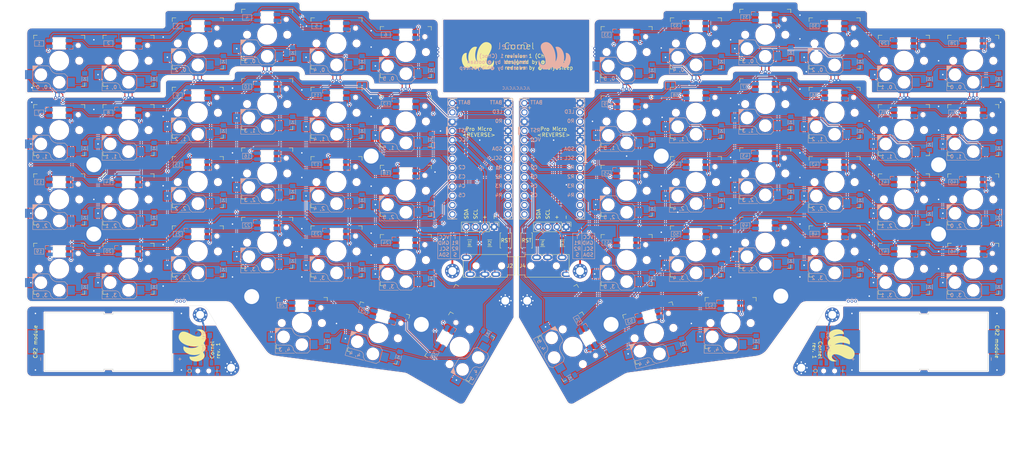
<source format=kicad_pcb>
(kicad_pcb (version 20171130) (host pcbnew "(5.1.6-0-10_14)")
  (layers (0 F.Cu signal) (31 B.Cu signal) (34 B.Paste user) (35 F.Paste user) (36 B.SilkS user) (37 F.SilkS user) (38 B.Mask user) (39 F.Mask user) (44 Edge.Cuts user))
  (net 0 "")
  (net 1 "Net-(D1-Pad2)")
  (net 2 /keyboard-l/row0)
  (net 3 "Net-(D2-Pad2)")
  (net 4 "Net-(D3-Pad2)")
  (net 5 "Net-(D4-Pad2)")
  (net 6 "Net-(D5-Pad2)")
  (net 7 "Net-(D6-Pad2)")
  (net 8 "Net-(D7-Pad2)")
  (net 9 /keyboard-l/row1)
  (net 10 "Net-(D8-Pad2)")
  (net 11 "Net-(D9-Pad2)")
  (net 12 "Net-(D10-Pad2)")
  (net 13 "Net-(D11-Pad2)")
  (net 14 "Net-(D12-Pad2)")
  (net 15 "Net-(D13-Pad2)")
  (net 16 /keyboard-l/row2)
  (net 17 "Net-(D14-Pad2)")
  (net 18 "Net-(D15-Pad2)")
  (net 19 "Net-(D16-Pad2)")
  (net 20 "Net-(D17-Pad2)")
  (net 21 "Net-(D18-Pad2)")
  (net 22 /keyboard-l/row3)
  (net 23 "Net-(D25-Pad2)")
  (net 24 /keyboard-l/row4)
  (net 25 "Net-(D26-Pad2)")
  (net 26 "Net-(D27-Pad2)")
  (net 27 /keyboard-l/SDA)
  (net 28 /keyboard-l/SCL)
  (net 29 VCC)
  (net 30 GND)
  (net 31 /keyboard-l/LED_MATRIX_DATA)
  (net 32 "Net-(LED13-Pad4)")
  (net 33 "Net-(LED10-Pad2)")
  (net 34 "Net-(LED10-Pad4)")
  (net 35 "Net-(LED13-Pad2)")
  (net 36 "Net-(LED19-Pad2)")
  (net 37 "Net-(LED25-Pad2)")
  (net 38 /keyboard-l/col0)
  (net 39 /keyboard-l/col1)
  (net 40 /keyboard-l/col2)
  (net 41 /keyboard-l/col3)
  (net 42 /keyboard-l/col4)
  (net 43 /keyboard-l/col5)
  (net 44 /keyboard-r/col0)
  (net 45 /keyboard-r/col1)
  (net 46 /keyboard-r/col2)
  (net 47 /keyboard-r/col3)
  (net 48 /keyboard-r/col4)
  (net 49 /keyboard-r/col5)
  (net 50 +BATT)
  (net 51 "Net-(U1-Pad24)")
  (net 52 "Net-(D19-Pad2)")
  (net 53 "Net-(D20-Pad2)")
  (net 54 "Net-(D21-Pad2)")
  (net 55 "Net-(D22-Pad2)")
  (net 56 "Net-(D23-Pad2)")
  (net 57 "Net-(D24-Pad2)")
  (net 58 "Net-(LED1-Pad4)")
  (net 59 "Net-(LED2-Pad4)")
  (net 60 "Net-(LED3-Pad4)")
  (net 61 "Net-(LED4-Pad4)")
  (net 62 "Net-(LED5-Pad4)")
  (net 63 "Net-(LED7-Pad2)")
  (net 64 "Net-(LED8-Pad2)")
  (net 65 "Net-(LED11-Pad2)")
  (net 66 "Net-(LED12-Pad2)")
  (net 67 "Net-(LED14-Pad4)")
  (net 68 "Net-(LED15-Pad4)")
  (net 69 "Net-(LED16-Pad4)")
  (net 70 "Net-(LED17-Pad4)")
  (net 71 "Net-(LED20-Pad2)")
  (net 72 "Net-(LED21-Pad2)")
  (net 73 "Net-(LED22-Pad2)")
  (net 74 "Net-(LED23-Pad2)")
  (net 75 "Net-(LED24-Pad2)")
  (net 76 "Net-(LED25-Pad4)")
  (net 77 "Net-(LED26-Pad4)")
  (net 78 "Net-(JP101-Pad1)")
  (net 79 "Net-(JP102-Pad1)")
  (net 80 "Net-(D28-Pad2)")
  (net 81 "Net-(D29-Pad2)")
  (net 82 "Net-(D30-Pad2)")
  (net 83 "Net-(LED28-Pad4)")
  (net 84 "Net-(LED29-Pad4)")
  (net 85 /keyboard-r/row0)
  (net 86 "Net-(D31-Pad2)")
  (net 87 "Net-(D32-Pad2)")
  (net 88 "Net-(D33-Pad2)")
  (net 89 /keyboard-r/row1)
  (net 90 "Net-(D34-Pad2)")
  (net 91 "Net-(D35-Pad2)")
  (net 92 "Net-(D36-Pad2)")
  (net 93 "Net-(D37-Pad2)")
  (net 94 "Net-(D38-Pad2)")
  (net 95 "Net-(D39-Pad2)")
  (net 96 /keyboard-r/row2)
  (net 97 "Net-(D40-Pad2)")
  (net 98 "Net-(D41-Pad2)")
  (net 99 "Net-(D42-Pad2)")
  (net 100 "Net-(D43-Pad2)")
  (net 101 "Net-(D44-Pad2)")
  (net 102 "Net-(D45-Pad2)")
  (net 103 "Net-(D46-Pad2)")
  (net 104 /keyboard-r/row3)
  (net 105 "Net-(D47-Pad2)")
  (net 106 "Net-(D48-Pad2)")
  (net 107 "Net-(D49-Pad2)")
  (net 108 "Net-(D50-Pad2)")
  (net 109 "Net-(D51-Pad2)")
  (net 110 "Net-(D52-Pad2)")
  (net 111 /keyboard-r/row4)
  (net 112 "Net-(D53-Pad2)")
  (net 113 "Net-(D54-Pad2)")
  (net 114 /keyboard-r/SCL)
  (net 115 /keyboard-r/SDA)
  (net 116 "Net-(JP201-Pad1)")
  (net 117 /keyboard-r/LED_MATRIX_DATA)
  (net 118 "Net-(JP202-Pad1)")
  (net 119 "Net-(LED30-Pad4)")
  (net 120 "Net-(LED31-Pad4)")
  (net 121 "Net-(LED32-Pad4)")
  (net 122 "Net-(LED34-Pad2)")
  (net 123 "Net-(LED35-Pad2)")
  (net 124 "Net-(LED36-Pad2)")
  (net 125 "Net-(LED37-Pad2)")
  (net 126 "Net-(LED38-Pad2)")
  (net 127 "Net-(LED39-Pad2)")
  (net 128 "Net-(LED40-Pad2)")
  (net 129 "Net-(LED40-Pad4)")
  (net 130 "Net-(LED41-Pad4)")
  (net 131 "Net-(LED42-Pad4)")
  (net 132 "Net-(LED43-Pad4)")
  (net 133 "Net-(LED44-Pad4)")
  (net 134 "Net-(LED46-Pad2)")
  (net 135 "Net-(LED47-Pad2)")
  (net 136 "Net-(LED48-Pad2)")
  (net 137 "Net-(LED49-Pad2)")
  (net 138 "Net-(LED50-Pad2)")
  (net 139 "Net-(LED51-Pad2)")
  (net 140 "Net-(LED52-Pad2)")
  (net 141 "Net-(LED52-Pad4)")
  (net 142 "Net-(LED53-Pad4)")
  (net 143 "Net-(U2-Pad24)")
  (net 144 "Net-(BT1-Pad2)")
  (net 145 "Net-(BT1-Pad1)")
  (net 146 "Net-(BT2-Pad1)")
  (net 147 "Net-(C1-Pad1)")
  (net 148 "Net-(C2-Pad1)")
  (net 149 "Net-(BT2-Pad2)")
  (net 150 "Net-(U1-Pad13)")
  (net 151 "Net-(U2-Pad13)")
  (net 152 "Net-(U1-Pad14)")
  (net 153 "Net-(U1-Pad12)")
  (net 154 "Net-(U2-Pad14)")
  (net 155 "Net-(U2-Pad12)")
  (net 156 "Net-(U1-Pad11)")
  (net 157 "Net-(U2-Pad11)")
  (net 158 "Net-(H10-Pad1)")
  (net 159 "Net-(H20-Pad1)")
  (module hibiya-playground:arduino-pro-micro-with-batt (layer B.Cu) (at 115.628 28.119 180)
    (fp_text reference U1 hide)
    (fp_text value ProMicro)
    (pad 25 thru_hole circle (at 7.62 16.51 180) (size 1.75 1.75) (drill 1.1125) (layers *.Cu *.Mask) (net 50 +BATT))
    (pad 0 thru_hole rect (at -7.62 16.51 180) (size 1.75 1.75) (drill 1.1125) (layers *.Cu *.Mask) (net 30 GND))
    (pad 13 thru_hole oval (at 7.62 -13.97 180) (size 1.75 1.75) (drill 1.1125) (layers *.Cu *.Mask) (net 150 "Net-(U1-Pad13)"))
    (pad 14 thru_hole oval (at 7.62 -11.43 180) (size 1.75 1.75) (drill 1.1125) (layers *.Cu *.Mask) (net 152 "Net-(U1-Pad14)"))
    (pad 15 thru_hole oval (at 7.62 -8.89 180) (size 1.75 1.75) (drill 1.1125) (layers *.Cu *.Mask) (net 43 /keyboard-l/col5))
    (pad 16 thru_hole oval (at 7.62 -6.35 180) (size 1.75 1.75) (drill 1.1125) (layers *.Cu *.Mask) (net 42 /keyboard-l/col4))
    (pad 17 thru_hole oval (at 7.62 -3.81 180) (size 1.75 1.75) (drill 1.1125) (layers *.Cu *.Mask) (net 41 /keyboard-l/col3))
    (pad 18 thru_hole oval (at 7.62 -1.27 180) (size 1.75 1.75) (drill 1.1125) (layers *.Cu *.Mask) (net 40 /keyboard-l/col2))
    (pad 19 thru_hole oval (at 7.62 1.27 180) (size 1.75 1.75) (drill 1.1125) (layers *.Cu *.Mask) (net 39 /keyboard-l/col1))
    (pad 20 thru_hole oval (at 7.62 3.81 180) (size 1.75 1.75) (drill 1.1125) (layers *.Cu *.Mask) (net 38 /keyboard-l/col0))
    (pad 21 thru_hole oval (at 7.62 6.35 180) (size 1.75 1.75) (drill 1.1125) (layers *.Cu *.Mask) (net 29 VCC))
    (pad 22 thru_hole oval (at 7.62 8.89 180) (size 1.75 1.75) (drill 1.1125) (layers *.Cu *.Mask) (net 78 "Net-(JP101-Pad1)"))
    (pad 23 thru_hole rect (at 7.62 11.43 180) (size 1.75 1.75) (drill 1.1125) (layers *.Cu *.Mask) (net 30 GND))
    (pad 24 thru_hole circle (at 7.62 13.97 180) (size 1.75 1.75) (drill 1.1125) (layers *.Cu *.Mask) (net 51 "Net-(U1-Pad24)"))
    (pad 1 thru_hole circle (at -7.62 13.97 180) (size 1.75 1.75) (drill 1.1125) (layers *.Cu *.Mask) (net 31 /keyboard-l/LED_MATRIX_DATA))
    (pad 2 thru_hole oval (at -7.62 11.43 180) (size 1.75 1.75) (drill 1.1125) (layers *.Cu *.Mask) (net 2 /keyboard-l/row0))
    (pad 3 thru_hole rect (at -7.62 8.89 180) (size 1.75 1.75) (drill 1.1125) (layers *.Cu *.Mask) (net 30 GND))
    (pad 4 thru_hole rect (at -7.62 6.35 180) (size 1.75 1.75) (drill 1.1125) (layers *.Cu *.Mask) (net 30 GND))
    (pad 5 thru_hole oval (at -7.62 3.81 180) (size 1.75 1.75) (drill 1.1125) (layers *.Cu *.Mask) (net 27 /keyboard-l/SDA))
    (pad 6 thru_hole oval (at -7.62 1.27 180) (size 1.75 1.75) (drill 1.1125) (layers *.Cu *.Mask) (net 28 /keyboard-l/SCL))
    (pad 7 thru_hole oval (at -7.62 -1.27 180) (size 1.75 1.75) (drill 1.1125) (layers *.Cu *.Mask) (net 9 /keyboard-l/row1))
    (pad 8 thru_hole oval (at -7.62 -3.81 180) (size 1.75 1.75) (drill 1.1125) (layers *.Cu *.Mask) (net 16 /keyboard-l/row2))
    (pad 9 thru_hole oval (at -7.62 -6.35 180) (size 1.75 1.75) (drill 1.1125) (layers *.Cu *.Mask) (net 22 /keyboard-l/row3))
    (pad 10 thru_hole oval (at -7.62 -8.89 180) (size 1.75 1.75) (drill 1.1125) (layers *.Cu *.Mask) (net 24 /keyboard-l/row4))
    (pad 11 thru_hole oval (at -7.62 -11.43 180) (size 1.75 1.75) (drill 1.1125) (layers *.Cu *.Mask) (net 156 "Net-(U1-Pad11)"))
    (pad 12 thru_hole oval (at -7.62 -13.97 180) (size 1.75 1.75) (drill 1.1125) (layers *.Cu *.Mask) (net 153 "Net-(U1-Pad12)"))
  )
  (module hibiya-playground:arduino-pro-micro-with-batt (layer B.Cu) (at 135.372 28.119 180)
    (fp_text reference U2 hide)
    (fp_text value ProMicro)
    (pad 25 thru_hole circle (at 7.62 16.51 180) (size 1.75 1.75) (drill 1.1125) (layers *.Cu *.Mask) (net 50 +BATT))
    (pad 0 thru_hole rect (at -7.62 16.51 180) (size 1.75 1.75) (drill 1.1125) (layers *.Cu *.Mask) (net 30 GND))
    (pad 13 thru_hole oval (at 7.62 -13.97 180) (size 1.75 1.75) (drill 1.1125) (layers *.Cu *.Mask) (net 151 "Net-(U2-Pad13)"))
    (pad 14 thru_hole oval (at 7.62 -11.43 180) (size 1.75 1.75) (drill 1.1125) (layers *.Cu *.Mask) (net 154 "Net-(U2-Pad14)"))
    (pad 15 thru_hole oval (at 7.62 -8.89 180) (size 1.75 1.75) (drill 1.1125) (layers *.Cu *.Mask) (net 49 /keyboard-r/col5))
    (pad 16 thru_hole oval (at 7.62 -6.35 180) (size 1.75 1.75) (drill 1.1125) (layers *.Cu *.Mask) (net 48 /keyboard-r/col4))
    (pad 17 thru_hole oval (at 7.62 -3.81 180) (size 1.75 1.75) (drill 1.1125) (layers *.Cu *.Mask) (net 47 /keyboard-r/col3))
    (pad 18 thru_hole oval (at 7.62 -1.27 180) (size 1.75 1.75) (drill 1.1125) (layers *.Cu *.Mask) (net 46 /keyboard-r/col2))
    (pad 19 thru_hole oval (at 7.62 1.27 180) (size 1.75 1.75) (drill 1.1125) (layers *.Cu *.Mask) (net 45 /keyboard-r/col1))
    (pad 20 thru_hole oval (at 7.62 3.81 180) (size 1.75 1.75) (drill 1.1125) (layers *.Cu *.Mask) (net 44 /keyboard-r/col0))
    (pad 21 thru_hole oval (at 7.62 6.35 180) (size 1.75 1.75) (drill 1.1125) (layers *.Cu *.Mask) (net 29 VCC))
    (pad 22 thru_hole oval (at 7.62 8.89 180) (size 1.75 1.75) (drill 1.1125) (layers *.Cu *.Mask) (net 116 "Net-(JP201-Pad1)"))
    (pad 23 thru_hole rect (at 7.62 11.43 180) (size 1.75 1.75) (drill 1.1125) (layers *.Cu *.Mask) (net 30 GND))
    (pad 24 thru_hole circle (at 7.62 13.97 180) (size 1.75 1.75) (drill 1.1125) (layers *.Cu *.Mask) (net 143 "Net-(U2-Pad24)"))
    (pad 1 thru_hole circle (at -7.62 13.97 180) (size 1.75 1.75) (drill 1.1125) (layers *.Cu *.Mask) (net 117 /keyboard-r/LED_MATRIX_DATA))
    (pad 2 thru_hole oval (at -7.62 11.43 180) (size 1.75 1.75) (drill 1.1125) (layers *.Cu *.Mask) (net 85 /keyboard-r/row0))
    (pad 3 thru_hole rect (at -7.62 8.89 180) (size 1.75 1.75) (drill 1.1125) (layers *.Cu *.Mask) (net 30 GND))
    (pad 4 thru_hole rect (at -7.62 6.35 180) (size 1.75 1.75) (drill 1.1125) (layers *.Cu *.Mask) (net 30 GND))
    (pad 5 thru_hole oval (at -7.62 3.81 180) (size 1.75 1.75) (drill 1.1125) (layers *.Cu *.Mask) (net 115 /keyboard-r/SDA))
    (pad 6 thru_hole oval (at -7.62 1.27 180) (size 1.75 1.75) (drill 1.1125) (layers *.Cu *.Mask) (net 114 /keyboard-r/SCL))
    (pad 7 thru_hole oval (at -7.62 -1.27 180) (size 1.75 1.75) (drill 1.1125) (layers *.Cu *.Mask) (net 89 /keyboard-r/row1))
    (pad 8 thru_hole oval (at -7.62 -3.81 180) (size 1.75 1.75) (drill 1.1125) (layers *.Cu *.Mask) (net 96 /keyboard-r/row2))
    (pad 9 thru_hole oval (at -7.62 -6.35 180) (size 1.75 1.75) (drill 1.1125) (layers *.Cu *.Mask) (net 104 /keyboard-r/row3))
    (pad 10 thru_hole oval (at -7.62 -8.89 180) (size 1.75 1.75) (drill 1.1125) (layers *.Cu *.Mask) (net 111 /keyboard-r/row4))
    (pad 11 thru_hole oval (at -7.62 -11.43 180) (size 1.75 1.75) (drill 1.1125) (layers *.Cu *.Mask) (net 157 "Net-(U2-Pad11)"))
    (pad 12 thru_hole oval (at -7.62 -13.97 180) (size 1.75 1.75) (drill 1.1125) (layers *.Cu *.Mask) (net 155 "Net-(U2-Pad12)"))
  )
  (module hibiya-playground:corne-logo (layer B.Cu) (at 136 -1.375 180)
    (fp_text reference REF** hide)
    (fp_text value corne-logo)
  )
  (module hibiya-playground:corne-logo (layer F.Cu) (at 115 -1.375)
    (fp_text reference REF** hide)
    (fp_text value corne-logo)
  )
  (module hibiya-playground:corne-logo (layer F.Cu) (at 36.75 78 90)
    (fp_text reference REF** hide)
    (fp_text value corne-logo)
  )
  (module hibiya-playground:corne-logo (layer F.Cu) (at 214.5 78 270)
    (fp_text reference REF** hide)
    (fp_text value corne-logo)
  )
  (module hibiya-playground:MountingHole_4.1mm_M2-Pillar_Pad (layer F.Cu) (at 9.75 28.5)
    (fp_text reference H1 hide)
    (fp_text value MountingHole_Pad)
    (pad 1 thru_hole circle (at 0 0) (size 4.5 4.5) (drill 4.1) (layers *.Cu *.Mask) (net 30 GND))
  )
  (module hibiya-playground:MountingHole_4.1mm_M2-Pillar_Pad (layer F.Cu) (at 9.75 47.5)
    (fp_text reference H2 hide)
    (fp_text value MountingHole_Pad)
    (pad 1 thru_hole circle (at 0 0) (size 4.5 4.5) (drill 4.1) (layers *.Cu *.Mask) (net 30 GND))
  )
  (module hibiya-playground:MountingHole_4.1mm_M2-Pillar_Pad (layer F.Cu) (at 85.75 26.125)
    (fp_text reference H4 hide)
    (fp_text value MountingHole_Pad)
    (pad 1 thru_hole circle (at 0 0) (size 4.5 4.5) (drill 4.1) (layers *.Cu *.Mask) (net 30 GND))
  )
  (module hibiya-playground:MountingHole_4.1mm_M2-Pillar_Pad (layer F.Cu) (at 53 64.625)
    (fp_text reference H3 hide)
    (fp_text value MountingHole_Pad)
    (pad 1 thru_hole circle (at 0 0) (size 4.5 4.5) (drill 4.1) (layers *.Cu *.Mask) (net 30 GND))
  )
  (module hibiya-playground:MountingHole_4.1mm_M2-Pillar_Pad (layer F.Cu) (at 99.5 72.25)
    (fp_text reference H5 hide)
    (fp_text value MountingHole_Pad)
    (pad 1 thru_hole circle (at 0 0) (size 4.5 4.5) (drill 4.1) (layers *.Cu *.Mask) (net 30 GND))
  )
  (module hibiya-playground:MountingHole_4.1mm_M2-Pillar_Pad (layer F.Cu) (at 151.5 72.25 180)
    (fp_text reference H15 hide)
    (fp_text value MountingHole_Pad)
    (pad 1 thru_hole circle (at 0 0 180) (size 4.5 4.5) (drill 4.1) (layers *.Cu *.Mask) (net 30 GND))
  )
  (module hibiya-playground:MountingHole_4.1mm_M2-Pillar_Pad (layer F.Cu) (at 198 64.5 180)
    (fp_text reference H13 hide)
    (fp_text value MountingHole_Pad)
    (pad 1 thru_hole circle (at 0 0 180) (size 4.5 4.5) (drill 4.1) (layers *.Cu *.Mask) (net 30 GND))
  )
  (module hibiya-playground:MountingHole_4.1mm_M2-Pillar_Pad (layer F.Cu) (at 165.25 26.125 180)
    (fp_text reference H14 hide)
    (fp_text value MountingHole_Pad)
    (pad 1 thru_hole circle (at 0 0 180) (size 4.5 4.5) (drill 4.1) (layers *.Cu *.Mask) (net 30 GND))
  )
  (module hibiya-playground:MountingHole_4.1mm_M2-Pillar_Pad (layer F.Cu) (at 241.25 47.5 180)
    (fp_text reference H12 hide)
    (fp_text value MountingHole_Pad)
    (pad 1 thru_hole circle (at 0 0 180) (size 4.5 4.5) (drill 4.1) (layers *.Cu *.Mask) (net 30 GND))
  )
  (module hibiya-playground:MountingHole_4.1mm_M2-Pillar_Pad (layer F.Cu) (at 241.25 28.5 180)
    (fp_text reference H11 hide)
    (fp_text value MountingHole_Pad)
    (pad 1 thru_hole circle (at 0 0 180) (size 4.5 4.5) (drill 4.1) (layers *.Cu *.Mask) (net 30 GND))
  )
  (module hibiya-playground:MountingHole_2.2mm_Via (layer F.Cu) (at 212.125 69.625 90)
    (fp_text reference H20 hide)
    (fp_text value MountingHole_Pad)
    (pad 1 thru_hole circle (at -1.096016 -1.096016 90) (size 0.7 0.7) (drill 0.4) (layers *.Cu *.Mask) (net 159 "Net-(H20-Pad1)"))
    (pad 1 thru_hole circle (at -1.55 0 90) (size 0.7 0.7) (drill 0.4) (layers *.Cu *.Mask) (net 159 "Net-(H20-Pad1)"))
    (pad 1 thru_hole circle (at 1.096016 1.096016 90) (size 0.7 0.7) (drill 0.4) (layers *.Cu *.Mask) (net 159 "Net-(H20-Pad1)"))
    (pad 1 thru_hole circle (at 1.096016 -1.096016 90) (size 0.7 0.7) (drill 0.4) (layers *.Cu *.Mask) (net 159 "Net-(H20-Pad1)"))
    (pad 1 thru_hole circle (at 0 -1.55 90) (size 0.7 0.7) (drill 0.4) (layers *.Cu *.Mask) (net 159 "Net-(H20-Pad1)"))
    (pad 1 thru_hole circle (at 0 1.55 90) (size 0.7 0.7) (drill 0.4) (layers *.Cu *.Mask) (net 159 "Net-(H20-Pad1)"))
    (pad 1 thru_hole circle (at -1.096016 1.096016 90) (size 0.7 0.7) (drill 0.4) (layers *.Cu *.Mask) (net 159 "Net-(H20-Pad1)"))
    (pad 1 thru_hole circle (at 1.55 0 90) (size 0.7 0.7) (drill 0.4) (layers *.Cu *.Mask) (net 159 "Net-(H20-Pad1)"))
    (pad 1 thru_hole circle (at 0 0 90) (size 4 4) (drill 2.2) (layers *.Cu *.Mask) (net 159 "Net-(H20-Pad1)"))
  )
  (module hibiya-playground:MountingHole_2.2mm_Via (layer F.Cu) (at 203.625 84.125 90)
    (fp_text reference H19 hide)
    (fp_text value MountingHole_Pad)
    (pad 1 thru_hole circle (at -1.096016 -1.096016 90) (size 0.7 0.7) (drill 0.4) (layers *.Cu *.Mask) (net 149 "Net-(BT2-Pad2)"))
    (pad 1 thru_hole circle (at -1.55 0 90) (size 0.7 0.7) (drill 0.4) (layers *.Cu *.Mask) (net 149 "Net-(BT2-Pad2)"))
    (pad 1 thru_hole circle (at 1.096016 1.096016 90) (size 0.7 0.7) (drill 0.4) (layers *.Cu *.Mask) (net 149 "Net-(BT2-Pad2)"))
    (pad 1 thru_hole circle (at 1.096016 -1.096016 90) (size 0.7 0.7) (drill 0.4) (layers *.Cu *.Mask) (net 149 "Net-(BT2-Pad2)"))
    (pad 1 thru_hole circle (at 0 -1.55 90) (size 0.7 0.7) (drill 0.4) (layers *.Cu *.Mask) (net 149 "Net-(BT2-Pad2)"))
    (pad 1 thru_hole circle (at 0 1.55 90) (size 0.7 0.7) (drill 0.4) (layers *.Cu *.Mask) (net 149 "Net-(BT2-Pad2)"))
    (pad 1 thru_hole circle (at -1.096016 1.096016 90) (size 0.7 0.7) (drill 0.4) (layers *.Cu *.Mask) (net 149 "Net-(BT2-Pad2)"))
    (pad 1 thru_hole circle (at 1.55 0 90) (size 0.7 0.7) (drill 0.4) (layers *.Cu *.Mask) (net 149 "Net-(BT2-Pad2)"))
    (pad 1 thru_hole circle (at 0 0 90) (size 4 4) (drill 2.2) (layers *.Cu *.Mask) (net 149 "Net-(BT2-Pad2)"))
  )
  (module hibiya-playground:MountingHole_2.2mm_Via (layer F.Cu) (at 143 57.625)
    (fp_text reference H18 hide)
    (fp_text value MountingHole_Pad)
    (pad 1 thru_hole circle (at -1.096016 -1.096016) (size 0.7 0.7) (drill 0.4) (layers *.Cu *.Mask) (net 50 +BATT))
    (pad 1 thru_hole circle (at -1.55 0) (size 0.7 0.7) (drill 0.4) (layers *.Cu *.Mask) (net 50 +BATT))
    (pad 1 thru_hole circle (at 1.096016 1.096016) (size 0.7 0.7) (drill 0.4) (layers *.Cu *.Mask) (net 50 +BATT))
    (pad 1 thru_hole circle (at 1.096016 -1.096016) (size 0.7 0.7) (drill 0.4) (layers *.Cu *.Mask) (net 50 +BATT))
    (pad 1 thru_hole circle (at 0 -1.55) (size 0.7 0.7) (drill 0.4) (layers *.Cu *.Mask) (net 50 +BATT))
    (pad 1 thru_hole circle (at 0 1.55) (size 0.7 0.7) (drill 0.4) (layers *.Cu *.Mask) (net 50 +BATT))
    (pad 1 thru_hole circle (at -1.096016 1.096016) (size 0.7 0.7) (drill 0.4) (layers *.Cu *.Mask) (net 50 +BATT))
    (pad 1 thru_hole circle (at 1.55 0) (size 0.7 0.7) (drill 0.4) (layers *.Cu *.Mask) (net 50 +BATT))
    (pad 1 thru_hole circle (at 0 0) (size 4 4) (drill 2.2) (layers *.Cu *.Mask) (net 50 +BATT))
  )
  (module hibiya-playground:MountingHole_2.2mm_Via (layer F.Cu) (at 128.5 65.75)
    (fp_text reference H17 hide)
    (fp_text value MountingHole_Pad)
    (pad 1 thru_hole circle (at -1.096016 -1.096016) (size 0.7 0.7) (drill 0.4) (layers *.Cu *.Mask) (net 30 GND))
    (pad 1 thru_hole circle (at -1.55 0) (size 0.7 0.7) (drill 0.4) (layers *.Cu *.Mask) (net 30 GND))
    (pad 1 thru_hole circle (at 1.096016 1.096016) (size 0.7 0.7) (drill 0.4) (layers *.Cu *.Mask) (net 30 GND))
    (pad 1 thru_hole circle (at 1.096016 -1.096016) (size 0.7 0.7) (drill 0.4) (layers *.Cu *.Mask) (net 30 GND))
    (pad 1 thru_hole circle (at 0 -1.55) (size 0.7 0.7) (drill 0.4) (layers *.Cu *.Mask) (net 30 GND))
    (pad 1 thru_hole circle (at 0 1.55) (size 0.7 0.7) (drill 0.4) (layers *.Cu *.Mask) (net 30 GND))
    (pad 1 thru_hole circle (at -1.096016 1.096016) (size 0.7 0.7) (drill 0.4) (layers *.Cu *.Mask) (net 30 GND))
    (pad 1 thru_hole circle (at 1.55 0) (size 0.7 0.7) (drill 0.4) (layers *.Cu *.Mask) (net 30 GND))
    (pad 1 thru_hole circle (at 0 0) (size 4 4) (drill 2.2) (layers *.Cu *.Mask) (net 30 GND))
  )
  (module hibiya-playground:MountingHole_2.2mm_Via (layer F.Cu) (at 122.5 65.75 180)
    (fp_text reference H7 hide)
    (fp_text value MountingHole_Pad)
    (pad 1 thru_hole circle (at -1.096016 -1.096016 180) (size 0.7 0.7) (drill 0.4) (layers *.Cu *.Mask) (net 30 GND))
    (pad 1 thru_hole circle (at -1.55 0 180) (size 0.7 0.7) (drill 0.4) (layers *.Cu *.Mask) (net 30 GND))
    (pad 1 thru_hole circle (at 1.096016 1.096016 180) (size 0.7 0.7) (drill 0.4) (layers *.Cu *.Mask) (net 30 GND))
    (pad 1 thru_hole circle (at 1.096016 -1.096016 180) (size 0.7 0.7) (drill 0.4) (layers *.Cu *.Mask) (net 30 GND))
    (pad 1 thru_hole circle (at 0 -1.55 180) (size 0.7 0.7) (drill 0.4) (layers *.Cu *.Mask) (net 30 GND))
    (pad 1 thru_hole circle (at 0 1.55 180) (size 0.7 0.7) (drill 0.4) (layers *.Cu *.Mask) (net 30 GND))
    (pad 1 thru_hole circle (at -1.096016 1.096016 180) (size 0.7 0.7) (drill 0.4) (layers *.Cu *.Mask) (net 30 GND))
    (pad 1 thru_hole circle (at 1.55 0 180) (size 0.7 0.7) (drill 0.4) (layers *.Cu *.Mask) (net 30 GND))
    (pad 1 thru_hole circle (at 0 0 180) (size 4 4) (drill 2.2) (layers *.Cu *.Mask) (net 30 GND))
  )
  (module hibiya-playground:MountingHole_2.2mm_Via (layer F.Cu) (at 108 57.625 180)
    (fp_text reference H8 hide)
    (fp_text value MountingHole_Pad)
    (pad 1 thru_hole circle (at -1.096016 -1.096016 180) (size 0.7 0.7) (drill 0.4) (layers *.Cu *.Mask) (net 50 +BATT))
    (pad 1 thru_hole circle (at -1.55 0 180) (size 0.7 0.7) (drill 0.4) (layers *.Cu *.Mask) (net 50 +BATT))
    (pad 1 thru_hole circle (at 1.096016 1.096016 180) (size 0.7 0.7) (drill 0.4) (layers *.Cu *.Mask) (net 50 +BATT))
    (pad 1 thru_hole circle (at 1.096016 -1.096016 180) (size 0.7 0.7) (drill 0.4) (layers *.Cu *.Mask) (net 50 +BATT))
    (pad 1 thru_hole circle (at 0 -1.55 180) (size 0.7 0.7) (drill 0.4) (layers *.Cu *.Mask) (net 50 +BATT))
    (pad 1 thru_hole circle (at 0 1.55 180) (size 0.7 0.7) (drill 0.4) (layers *.Cu *.Mask) (net 50 +BATT))
    (pad 1 thru_hole circle (at -1.096016 1.096016 180) (size 0.7 0.7) (drill 0.4) (layers *.Cu *.Mask) (net 50 +BATT))
    (pad 1 thru_hole circle (at 1.55 0 180) (size 0.7 0.7) (drill 0.4) (layers *.Cu *.Mask) (net 50 +BATT))
    (pad 1 thru_hole circle (at 0 0 180) (size 4 4) (drill 2.2) (layers *.Cu *.Mask) (net 50 +BATT))
  )
  (module hibiya-playground:MountingHole_2.2mm_Via (layer B.Cu) (at 38.875 69.625 90)
    (fp_text reference H10 hide)
    (fp_text value MountingHole_Pad)
    (pad 1 thru_hole circle (at -1.096016 1.096016 90) (size 0.7 0.7) (drill 0.4) (layers *.Cu *.Mask) (net 158 "Net-(H10-Pad1)"))
    (pad 1 thru_hole circle (at -1.55 0 90) (size 0.7 0.7) (drill 0.4) (layers *.Cu *.Mask) (net 158 "Net-(H10-Pad1)"))
    (pad 1 thru_hole circle (at 1.096016 -1.096016 90) (size 0.7 0.7) (drill 0.4) (layers *.Cu *.Mask) (net 158 "Net-(H10-Pad1)"))
    (pad 1 thru_hole circle (at 1.096016 1.096016 90) (size 0.7 0.7) (drill 0.4) (layers *.Cu *.Mask) (net 158 "Net-(H10-Pad1)"))
    (pad 1 thru_hole circle (at 0 1.55 90) (size 0.7 0.7) (drill 0.4) (layers *.Cu *.Mask) (net 158 "Net-(H10-Pad1)"))
    (pad 1 thru_hole circle (at 0 -1.55 90) (size 0.7 0.7) (drill 0.4) (layers *.Cu *.Mask) (net 158 "Net-(H10-Pad1)"))
    (pad 1 thru_hole circle (at -1.096016 -1.096016 90) (size 0.7 0.7) (drill 0.4) (layers *.Cu *.Mask) (net 158 "Net-(H10-Pad1)"))
    (pad 1 thru_hole circle (at 1.55 0 90) (size 0.7 0.7) (drill 0.4) (layers *.Cu *.Mask) (net 158 "Net-(H10-Pad1)"))
    (pad 1 thru_hole circle (at 0 0 90) (size 4 4) (drill 2.2) (layers *.Cu *.Mask) (net 158 "Net-(H10-Pad1)"))
  )
  (module hibiya-playground:MountingHole_2.2mm_Via (layer B.Cu) (at 47.375 84.125 90)
    (fp_text reference H9 hide)
    (fp_text value MountingHole_Pad)
    (pad 1 thru_hole circle (at -1.096016 1.096016 90) (size 0.7 0.7) (drill 0.4) (layers *.Cu *.Mask) (net 144 "Net-(BT1-Pad2)"))
    (pad 1 thru_hole circle (at -1.55 0 90) (size 0.7 0.7) (drill 0.4) (layers *.Cu *.Mask) (net 144 "Net-(BT1-Pad2)"))
    (pad 1 thru_hole circle (at 1.096016 -1.096016 90) (size 0.7 0.7) (drill 0.4) (layers *.Cu *.Mask) (net 144 "Net-(BT1-Pad2)"))
    (pad 1 thru_hole circle (at 1.096016 1.096016 90) (size 0.7 0.7) (drill 0.4) (layers *.Cu *.Mask) (net 144 "Net-(BT1-Pad2)"))
    (pad 1 thru_hole circle (at 0 1.55 90) (size 0.7 0.7) (drill 0.4) (layers *.Cu *.Mask) (net 144 "Net-(BT1-Pad2)"))
    (pad 1 thru_hole circle (at 0 -1.55 90) (size 0.7 0.7) (drill 0.4) (layers *.Cu *.Mask) (net 144 "Net-(BT1-Pad2)"))
    (pad 1 thru_hole circle (at -1.096016 -1.096016 90) (size 0.7 0.7) (drill 0.4) (layers *.Cu *.Mask) (net 144 "Net-(BT1-Pad2)"))
    (pad 1 thru_hole circle (at 1.55 0 90) (size 0.7 0.7) (drill 0.4) (layers *.Cu *.Mask) (net 144 "Net-(BT1-Pad2)"))
    (pad 1 thru_hole circle (at 0 0 90) (size 4 4) (drill 2.2) (layers *.Cu *.Mask) (net 144 "Net-(BT1-Pad2)"))
  )
  (module hibiya-playground:kailh-pcb-socket-choc-singleside (layer F.Cu) (at 87.75 74.625 345)
    (fp_text reference SW26)
    (fp_text value "4, 4" (at -4.75 7.25 345 unlocked) (layer B.SilkS) (effects (justify mirror)))
    (pad "" thru_hole circle (at 5.22 -4.2 345) (size 1 1) (drill 1) (layers *.Cu *.Mask))
    (pad "" np_thru_hole circle (at 0 5.9 345) (size 3 3) (drill 3) (layers *.Cu *.Mask))
    (pad 1 smd custom (at 3.35 5.9 345) (size 2 2.5) (layers B.Cu B.Paste B.Mask) (net 25 "Net-(D26-Pad2)") (options (clearance outline) (anchor rect)) (primitives))
    (pad "" np_thru_hole circle (at -5 3.8 345) (size 3 3) (drill 3) (layers *.Cu *.Mask))
    (pad 2 smd rect (at -8.35 3.8 345) (size 2 2.5) (layers B.Cu B.Paste B.Mask) (net 42 /keyboard-l/col4))
    (pad "" np_thru_hole circle (at -5.5 0 345) (size 1.75 1.75) (drill 1.75) (layers *.Cu *.Mask))
    (pad "" np_thru_hole circle (at 5.5 0 345) (size 1.75 1.75) (drill 1.75) (layers *.Cu *.Mask))
    (pad "" np_thru_hole circle (at 0 0 165) (size 5 5) (drill 5) (layers *.Cu *.Mask))
  )
  (module hibiya-playground:keystone-1010-mid-mount-cr2 (layer F.Cu) (at 237.25 77)
    (fp_text reference BT2 hide)
    (fp_text value CR1632)
    (fp_line (start -1.25 -8) (end -1.25 -7.5) (layer Edge.Cuts) (width 0.12))
    (fp_line (start 17.5 -8) (end 1.25 -8) (layer Edge.Cuts) (width 0.12))
    (fp_line (start -1.25 -7.5) (end 1.25 -7.5) (layer Edge.Cuts) (width 0.12))
    (fp_line (start -1.25 -8) (end -17.5 -8) (layer Edge.Cuts) (width 0.12))
    (fp_line (start 1.25 -7.5) (end 1.25 -8) (layer Edge.Cuts) (width 0.12))
    (fp_line (start 1.25 8) (end 17.5 8) (layer Edge.Cuts) (width 0.12))
    (fp_line (start -1.25 7.5) (end -1.25 8) (layer Edge.Cuts) (width 0.12))
    (fp_line (start 1.25 7.5) (end -1.25 7.5) (layer Edge.Cuts) (width 0.12))
    (fp_line (start 1.25 8) (end 1.25 7.5) (layer Edge.Cuts) (width 0.12))
    (fp_line (start 17.5 8) (end 17.5 -8) (layer Edge.Cuts) (width 0.12))
    (fp_line (start -17.5 8) (end -1.25 8) (layer Edge.Cuts) (width 0.12))
    (fp_line (start -17.5 -8) (end -17.5 8) (layer Edge.Cuts) (width 0.12))
    (pad 2 smd rect (at 19.75 0) (size 4.5 6.35) (layers B.Cu B.Paste B.Mask) (net 149 "Net-(BT2-Pad2)"))
    (pad 1 smd rect (at -19.75 0) (size 4.5 6.35) (layers B.Cu B.Paste B.Mask) (net 146 "Net-(BT2-Pad1)"))
  )
  (module hibiya-playground:keystone-1010-mid-mount-cr2 (layer F.Cu) (at 13.75 77 180)
    (fp_text reference BT1 hide)
    (fp_text value CR1632)
    (fp_line (start -1.25 -8) (end -1.25 -7.5) (layer Edge.Cuts) (width 0.12))
    (fp_line (start 17.5 -8) (end 1.25 -8) (layer Edge.Cuts) (width 0.12))
    (fp_line (start -1.25 -7.5) (end 1.25 -7.5) (layer Edge.Cuts) (width 0.12))
    (fp_line (start -1.25 -8) (end -17.5 -8) (layer Edge.Cuts) (width 0.12))
    (fp_line (start 1.25 -7.5) (end 1.25 -8) (layer Edge.Cuts) (width 0.12))
    (fp_line (start 1.25 8) (end 17.5 8) (layer Edge.Cuts) (width 0.12))
    (fp_line (start -1.25 7.5) (end -1.25 8) (layer Edge.Cuts) (width 0.12))
    (fp_line (start 1.25 7.5) (end -1.25 7.5) (layer Edge.Cuts) (width 0.12))
    (fp_line (start 1.25 8) (end 1.25 7.5) (layer Edge.Cuts) (width 0.12))
    (fp_line (start 17.5 8) (end 17.5 -8) (layer Edge.Cuts) (width 0.12))
    (fp_line (start -17.5 8) (end -1.25 8) (layer Edge.Cuts) (width 0.12))
    (fp_line (start -17.5 -8) (end -17.5 8) (layer Edge.Cuts) (width 0.12))
    (pad 2 smd rect (at 19.75 0 180) (size 4.5 6.35) (layers B.Cu B.Paste B.Mask) (net 144 "Net-(BT1-Pad2)"))
    (pad 1 smd rect (at -19.75 0 180) (size 4.5 6.35) (layers B.Cu B.Paste B.Mask) (net 145 "Net-(BT1-Pad1)"))
  )
  (module hibiya-playground:kailh-pcb-socket-choc-singleside (layer F.Cu) (at 174.75 52.25)
    (fp_text reference SW50)
    (fp_text value "3, 4" (at -4.75 7.25 unlocked) (layer B.SilkS) (effects (justify mirror)))
    (pad "" thru_hole circle (at 5.22 -4.2) (size 1 1) (drill 1) (layers *.Cu *.Mask))
    (pad "" np_thru_hole circle (at 0 5.9) (size 3 3) (drill 3) (layers *.Cu *.Mask))
    (pad 1 smd custom (at 3.35 5.9) (size 2 2.5) (layers B.Cu B.Paste B.Mask) (net 108 "Net-(D50-Pad2)") (options (clearance outline) (anchor rect)) (primitives))
    (pad "" np_thru_hole circle (at -5 3.8) (size 3 3) (drill 3) (layers *.Cu *.Mask))
    (pad 2 smd rect (at -8.35 3.8) (size 2 2.5) (layers B.Cu B.Paste B.Mask) (net 48 /keyboard-r/col4))
    (pad "" np_thru_hole circle (at -5.5 0) (size 1.75 1.75) (drill 1.75) (layers *.Cu *.Mask))
    (pad "" np_thru_hole circle (at 5.5 0) (size 1.75 1.75) (drill 1.75) (layers *.Cu *.Mask))
    (pad "" np_thru_hole circle (at 0 0 180) (size 5 5) (drill 5) (layers *.Cu *.Mask))
  )
  (module hibiya-playground:kailh-pcb-socket-choc-singleside (layer F.Cu) (at 212.75 33.25)
    (fp_text reference SW42)
    (fp_text value "2, 2" (at -4.75 7.25 unlocked) (layer B.SilkS) (effects (justify mirror)))
    (pad "" thru_hole circle (at 5.22 -4.2) (size 1 1) (drill 1) (layers *.Cu *.Mask))
    (pad "" np_thru_hole circle (at 0 5.9) (size 3 3) (drill 3) (layers *.Cu *.Mask))
    (pad 1 smd custom (at 3.35 5.9) (size 2 2.5) (layers B.Cu B.Paste B.Mask) (net 99 "Net-(D42-Pad2)") (options (clearance outline) (anchor rect)) (primitives))
    (pad "" np_thru_hole circle (at -5 3.8) (size 3 3) (drill 3) (layers *.Cu *.Mask))
    (pad 2 smd rect (at -8.35 3.8) (size 2 2.5) (layers B.Cu B.Paste B.Mask) (net 46 /keyboard-r/col2))
    (pad "" np_thru_hole circle (at -5.5 0) (size 1.75 1.75) (drill 1.75) (layers *.Cu *.Mask))
    (pad "" np_thru_hole circle (at 5.5 0) (size 1.75 1.75) (drill 1.75) (layers *.Cu *.Mask))
    (pad "" np_thru_hole circle (at 0 0 180) (size 5 5) (drill 5) (layers *.Cu *.Mask))
  )
  (module hibiya-playground:kailh-pcb-socket-choc-singleside (layer F.Cu) (at 155.75 16.625)
    (fp_text reference SW39)
    (fp_text value "1, 5" (at -4.75 7.25 unlocked) (layer B.SilkS) (effects (justify mirror)))
    (pad "" thru_hole circle (at 5.22 -4.2) (size 1 1) (drill 1) (layers *.Cu *.Mask))
    (pad "" np_thru_hole circle (at 0 5.9) (size 3 3) (drill 3) (layers *.Cu *.Mask))
    (pad 1 smd custom (at 3.35 5.9) (size 2 2.5) (layers B.Cu B.Paste B.Mask) (net 95 "Net-(D39-Pad2)") (options (clearance outline) (anchor rect)) (primitives))
    (pad "" np_thru_hole circle (at -5 3.8) (size 3 3) (drill 3) (layers *.Cu *.Mask))
    (pad 2 smd rect (at -8.35 3.8) (size 2 2.5) (layers B.Cu B.Paste B.Mask) (net 49 /keyboard-r/col5))
    (pad "" np_thru_hole circle (at -5.5 0) (size 1.75 1.75) (drill 1.75) (layers *.Cu *.Mask))
    (pad "" np_thru_hole circle (at 5.5 0) (size 1.75 1.75) (drill 1.75) (layers *.Cu *.Mask))
    (pad "" np_thru_hole circle (at 0 0 180) (size 5 5) (drill 5) (layers *.Cu *.Mask))
  )
  (module hibiya-playground:kailh-pcb-socket-choc-singleside (layer F.Cu) (at 212.75 52.25)
    (fp_text reference SW48)
    (fp_text value "3, 2" (at -4.75 7.25 unlocked) (layer B.SilkS) (effects (justify mirror)))
    (pad "" thru_hole circle (at 5.22 -4.2) (size 1 1) (drill 1) (layers *.Cu *.Mask))
    (pad "" np_thru_hole circle (at 0 5.9) (size 3 3) (drill 3) (layers *.Cu *.Mask))
    (pad 1 smd custom (at 3.35 5.9) (size 2 2.5) (layers B.Cu B.Paste B.Mask) (net 106 "Net-(D48-Pad2)") (options (clearance outline) (anchor rect)) (primitives))
    (pad "" np_thru_hole circle (at -5 3.8) (size 3 3) (drill 3) (layers *.Cu *.Mask))
    (pad 2 smd rect (at -8.35 3.8) (size 2 2.5) (layers B.Cu B.Paste B.Mask) (net 46 /keyboard-r/col2))
    (pad "" np_thru_hole circle (at -5.5 0) (size 1.75 1.75) (drill 1.75) (layers *.Cu *.Mask))
    (pad "" np_thru_hole circle (at 5.5 0) (size 1.75 1.75) (drill 1.75) (layers *.Cu *.Mask))
    (pad "" np_thru_hole circle (at 0 0 180) (size 5 5) (drill 5) (layers *.Cu *.Mask))
  )
  (module hibiya-playground:kailh-pcb-socket-choc-singleside (layer F.Cu) (at 155.75 54.625)
    (fp_text reference SW51)
    (fp_text value "3, 5" (at -4.75 7.25 unlocked) (layer B.SilkS) (effects (justify mirror)))
    (pad "" thru_hole circle (at 5.22 -4.2) (size 1 1) (drill 1) (layers *.Cu *.Mask))
    (pad "" np_thru_hole circle (at 0 5.9) (size 3 3) (drill 3) (layers *.Cu *.Mask))
    (pad 1 smd custom (at 3.35 5.9) (size 2 2.5) (layers B.Cu B.Paste B.Mask) (net 109 "Net-(D51-Pad2)") (options (clearance outline) (anchor rect)) (primitives))
    (pad "" np_thru_hole circle (at -5 3.8) (size 3 3) (drill 3) (layers *.Cu *.Mask))
    (pad 2 smd rect (at -8.35 3.8) (size 2 2.5) (layers B.Cu B.Paste B.Mask) (net 49 /keyboard-r/col5))
    (pad "" np_thru_hole circle (at -5.5 0) (size 1.75 1.75) (drill 1.75) (layers *.Cu *.Mask))
    (pad "" np_thru_hole circle (at 5.5 0) (size 1.75 1.75) (drill 1.75) (layers *.Cu *.Mask))
    (pad "" np_thru_hole circle (at 0 0 180) (size 5 5) (drill 5) (layers *.Cu *.Mask))
  )
  (module hibiya-playground:kailh-pcb-socket-choc-singleside (layer F.Cu) (at 250.75 57)
    (fp_text reference SW46)
    (fp_text value "3, 0" (at -4.75 7.25 unlocked) (layer B.SilkS) (effects (justify mirror)))
    (pad "" thru_hole circle (at 5.22 -4.2) (size 1 1) (drill 1) (layers *.Cu *.Mask))
    (pad "" np_thru_hole circle (at 0 5.9) (size 3 3) (drill 3) (layers *.Cu *.Mask))
    (pad 1 smd custom (at 3.35 5.9) (size 2 2.5) (layers B.Cu B.Paste B.Mask) (net 103 "Net-(D46-Pad2)") (options (clearance outline) (anchor rect)) (primitives))
    (pad "" np_thru_hole circle (at -5 3.8) (size 3 3) (drill 3) (layers *.Cu *.Mask))
    (pad 2 smd rect (at -8.35 3.8) (size 2 2.5) (layers B.Cu B.Paste B.Mask) (net 44 /keyboard-r/col0))
    (pad "" np_thru_hole circle (at -5.5 0) (size 1.75 1.75) (drill 1.75) (layers *.Cu *.Mask))
    (pad "" np_thru_hole circle (at 5.5 0) (size 1.75 1.75) (drill 1.75) (layers *.Cu *.Mask))
    (pad "" np_thru_hole circle (at 0 0 180) (size 5 5) (drill 5) (layers *.Cu *.Mask))
  )
  (module hibiya-playground:kailh-pcb-socket-choc-singleside (layer F.Cu) (at 250.75 0)
    (fp_text reference SW28)
    (fp_text value "0, 0" (at -4.75 7.25 unlocked) (layer B.SilkS) (effects (justify mirror)))
    (pad "" thru_hole circle (at 5.22 -4.2) (size 1 1) (drill 1) (layers *.Cu *.Mask))
    (pad "" np_thru_hole circle (at 0 5.9) (size 3 3) (drill 3) (layers *.Cu *.Mask))
    (pad 1 smd custom (at 3.35 5.9) (size 2 2.5) (layers B.Cu B.Paste B.Mask) (net 80 "Net-(D28-Pad2)") (options (clearance outline) (anchor rect)) (primitives))
    (pad "" np_thru_hole circle (at -5 3.8) (size 3 3) (drill 3) (layers *.Cu *.Mask))
    (pad 2 smd rect (at -8.35 3.8) (size 2 2.5) (layers B.Cu B.Paste B.Mask) (net 44 /keyboard-r/col0))
    (pad "" np_thru_hole circle (at -5.5 0) (size 1.75 1.75) (drill 1.75) (layers *.Cu *.Mask))
    (pad "" np_thru_hole circle (at 5.5 0) (size 1.75 1.75) (drill 1.75) (layers *.Cu *.Mask))
    (pad "" np_thru_hole circle (at 0 0 180) (size 5 5) (drill 5) (layers *.Cu *.Mask))
  )
  (module hibiya-playground:kailh-pcb-socket-choc-singleside (layer F.Cu) (at 231.75 0)
    (fp_text reference SW29)
    (fp_text value "0, 1" (at -4.75 7.25 unlocked) (layer B.SilkS) (effects (justify mirror)))
    (pad "" thru_hole circle (at 5.22 -4.2) (size 1 1) (drill 1) (layers *.Cu *.Mask))
    (pad "" np_thru_hole circle (at 0 5.9) (size 3 3) (drill 3) (layers *.Cu *.Mask))
    (pad 1 smd custom (at 3.35 5.9) (size 2 2.5) (layers B.Cu B.Paste B.Mask) (net 81 "Net-(D29-Pad2)") (options (clearance outline) (anchor rect)) (primitives))
    (pad "" np_thru_hole circle (at -5 3.8) (size 3 3) (drill 3) (layers *.Cu *.Mask))
    (pad 2 smd rect (at -8.35 3.8) (size 2 2.5) (layers B.Cu B.Paste B.Mask) (net 45 /keyboard-r/col1))
    (pad "" np_thru_hole circle (at -5.5 0) (size 1.75 1.75) (drill 1.75) (layers *.Cu *.Mask))
    (pad "" np_thru_hole circle (at 5.5 0) (size 1.75 1.75) (drill 1.75) (layers *.Cu *.Mask))
    (pad "" np_thru_hole circle (at 0 0 180) (size 5 5) (drill 5) (layers *.Cu *.Mask))
  )
  (module hibiya-playground:kailh-pcb-socket-choc-singleside (layer F.Cu) (at 212.75 -4.75)
    (fp_text reference SW30)
    (fp_text value "0, 2" (at -4.75 7.25 unlocked) (layer B.SilkS) (effects (justify mirror)))
    (pad "" thru_hole circle (at 5.22 -4.2) (size 1 1) (drill 1) (layers *.Cu *.Mask))
    (pad "" np_thru_hole circle (at 0 5.9) (size 3 3) (drill 3) (layers *.Cu *.Mask))
    (pad 1 smd custom (at 3.35 5.9) (size 2 2.5) (layers B.Cu B.Paste B.Mask) (net 82 "Net-(D30-Pad2)") (options (clearance outline) (anchor rect)) (primitives))
    (pad "" np_thru_hole circle (at -5 3.8) (size 3 3) (drill 3) (layers *.Cu *.Mask))
    (pad 2 smd rect (at -8.35 3.8) (size 2 2.5) (layers B.Cu B.Paste B.Mask) (net 46 /keyboard-r/col2))
    (pad "" np_thru_hole circle (at -5.5 0) (size 1.75 1.75) (drill 1.75) (layers *.Cu *.Mask))
    (pad "" np_thru_hole circle (at 5.5 0) (size 1.75 1.75) (drill 1.75) (layers *.Cu *.Mask))
    (pad "" np_thru_hole circle (at 0 0 180) (size 5 5) (drill 5) (layers *.Cu *.Mask))
  )
  (module hibiya-playground:kailh-pcb-socket-choc-singleside (layer F.Cu) (at 193.75 -7.125)
    (fp_text reference SW31)
    (fp_text value "0, 3" (at -4.75 7.25 unlocked) (layer B.SilkS) (effects (justify mirror)))
    (pad "" thru_hole circle (at 5.22 -4.2) (size 1 1) (drill 1) (layers *.Cu *.Mask))
    (pad "" np_thru_hole circle (at 0 5.9) (size 3 3) (drill 3) (layers *.Cu *.Mask))
    (pad 1 smd custom (at 3.35 5.9) (size 2 2.5) (layers B.Cu B.Paste B.Mask) (net 86 "Net-(D31-Pad2)") (options (clearance outline) (anchor rect)) (primitives))
    (pad "" np_thru_hole circle (at -5 3.8) (size 3 3) (drill 3) (layers *.Cu *.Mask))
    (pad 2 smd rect (at -8.35 3.8) (size 2 2.5) (layers B.Cu B.Paste B.Mask) (net 47 /keyboard-r/col3))
    (pad "" np_thru_hole circle (at -5.5 0) (size 1.75 1.75) (drill 1.75) (layers *.Cu *.Mask))
    (pad "" np_thru_hole circle (at 5.5 0) (size 1.75 1.75) (drill 1.75) (layers *.Cu *.Mask))
    (pad "" np_thru_hole circle (at 0 0 180) (size 5 5) (drill 5) (layers *.Cu *.Mask))
  )
  (module hibiya-playground:kailh-pcb-socket-choc-singleside (layer F.Cu) (at 174.75 -4.75)
    (fp_text reference SW32)
    (fp_text value "0, 4" (at -4.75 7.25 unlocked) (layer B.SilkS) (effects (justify mirror)))
    (pad "" thru_hole circle (at 5.22 -4.2) (size 1 1) (drill 1) (layers *.Cu *.Mask))
    (pad "" np_thru_hole circle (at 0 5.9) (size 3 3) (drill 3) (layers *.Cu *.Mask))
    (pad 1 smd custom (at 3.35 5.9) (size 2 2.5) (layers B.Cu B.Paste B.Mask) (net 87 "Net-(D32-Pad2)") (options (clearance outline) (anchor rect)) (primitives))
    (pad "" np_thru_hole circle (at -5 3.8) (size 3 3) (drill 3) (layers *.Cu *.Mask))
    (pad 2 smd rect (at -8.35 3.8) (size 2 2.5) (layers B.Cu B.Paste B.Mask) (net 48 /keyboard-r/col4))
    (pad "" np_thru_hole circle (at -5.5 0) (size 1.75 1.75) (drill 1.75) (layers *.Cu *.Mask))
    (pad "" np_thru_hole circle (at 5.5 0) (size 1.75 1.75) (drill 1.75) (layers *.Cu *.Mask))
    (pad "" np_thru_hole circle (at 0 0 180) (size 5 5) (drill 5) (layers *.Cu *.Mask))
  )
  (module hibiya-playground:kailh-pcb-socket-choc-singleside (layer F.Cu) (at 250.75 19)
    (fp_text reference SW34)
    (fp_text value "1, 0" (at -4.75 7.25 unlocked) (layer B.SilkS) (effects (justify mirror)))
    (pad "" thru_hole circle (at 5.22 -4.2) (size 1 1) (drill 1) (layers *.Cu *.Mask))
    (pad "" np_thru_hole circle (at 0 5.9) (size 3 3) (drill 3) (layers *.Cu *.Mask))
    (pad 1 smd custom (at 3.35 5.9) (size 2 2.5) (layers B.Cu B.Paste B.Mask) (net 90 "Net-(D34-Pad2)") (options (clearance outline) (anchor rect)) (primitives))
    (pad "" np_thru_hole circle (at -5 3.8) (size 3 3) (drill 3) (layers *.Cu *.Mask))
    (pad 2 smd rect (at -8.35 3.8) (size 2 2.5) (layers B.Cu B.Paste B.Mask) (net 44 /keyboard-r/col0))
    (pad "" np_thru_hole circle (at -5.5 0) (size 1.75 1.75) (drill 1.75) (layers *.Cu *.Mask))
    (pad "" np_thru_hole circle (at 5.5 0) (size 1.75 1.75) (drill 1.75) (layers *.Cu *.Mask))
    (pad "" np_thru_hole circle (at 0 0 180) (size 5 5) (drill 5) (layers *.Cu *.Mask))
  )
  (module hibiya-playground:kailh-pcb-socket-choc-singleside (layer F.Cu) (at 231.75 19)
    (fp_text reference SW35)
    (fp_text value "1, 1" (at -4.75 7.25 unlocked) (layer B.SilkS) (effects (justify mirror)))
    (pad "" thru_hole circle (at 5.22 -4.2) (size 1 1) (drill 1) (layers *.Cu *.Mask))
    (pad "" np_thru_hole circle (at 0 5.9) (size 3 3) (drill 3) (layers *.Cu *.Mask))
    (pad 1 smd custom (at 3.35 5.9) (size 2 2.5) (layers B.Cu B.Paste B.Mask) (net 91 "Net-(D35-Pad2)") (options (clearance outline) (anchor rect)) (primitives))
    (pad "" np_thru_hole circle (at -5 3.8) (size 3 3) (drill 3) (layers *.Cu *.Mask))
    (pad 2 smd rect (at -8.35 3.8) (size 2 2.5) (layers B.Cu B.Paste B.Mask) (net 45 /keyboard-r/col1))
    (pad "" np_thru_hole circle (at -5.5 0) (size 1.75 1.75) (drill 1.75) (layers *.Cu *.Mask))
    (pad "" np_thru_hole circle (at 5.5 0) (size 1.75 1.75) (drill 1.75) (layers *.Cu *.Mask))
    (pad "" np_thru_hole circle (at 0 0 180) (size 5 5) (drill 5) (layers *.Cu *.Mask))
  )
  (module hibiya-playground:kailh-pcb-socket-choc-singleside (layer F.Cu) (at 212.75 14.25)
    (fp_text reference SW36)
    (fp_text value "1, 2" (at -4.75 7.25 unlocked) (layer B.SilkS) (effects (justify mirror)))
    (pad "" thru_hole circle (at 5.22 -4.2) (size 1 1) (drill 1) (layers *.Cu *.Mask))
    (pad "" np_thru_hole circle (at 0 5.9) (size 3 3) (drill 3) (layers *.Cu *.Mask))
    (pad 1 smd custom (at 3.35 5.9) (size 2 2.5) (layers B.Cu B.Paste B.Mask) (net 92 "Net-(D36-Pad2)") (options (clearance outline) (anchor rect)) (primitives))
    (pad "" np_thru_hole circle (at -5 3.8) (size 3 3) (drill 3) (layers *.Cu *.Mask))
    (pad 2 smd rect (at -8.35 3.8) (size 2 2.5) (layers B.Cu B.Paste B.Mask) (net 46 /keyboard-r/col2))
    (pad "" np_thru_hole circle (at -5.5 0) (size 1.75 1.75) (drill 1.75) (layers *.Cu *.Mask))
    (pad "" np_thru_hole circle (at 5.5 0) (size 1.75 1.75) (drill 1.75) (layers *.Cu *.Mask))
    (pad "" np_thru_hole circle (at 0 0 180) (size 5 5) (drill 5) (layers *.Cu *.Mask))
  )
  (module hibiya-playground:kailh-pcb-socket-choc-singleside (layer F.Cu) (at 193.75 11.875)
    (fp_text reference SW37)
    (fp_text value "1, 3" (at -4.75 7.25 unlocked) (layer B.SilkS) (effects (justify mirror)))
    (pad "" thru_hole circle (at 5.22 -4.2) (size 1 1) (drill 1) (layers *.Cu *.Mask))
    (pad "" np_thru_hole circle (at 0 5.9) (size 3 3) (drill 3) (layers *.Cu *.Mask))
    (pad 1 smd custom (at 3.35 5.9) (size 2 2.5) (layers B.Cu B.Paste B.Mask) (net 93 "Net-(D37-Pad2)") (options (clearance outline) (anchor rect)) (primitives))
    (pad "" np_thru_hole circle (at -5 3.8) (size 3 3) (drill 3) (layers *.Cu *.Mask))
    (pad 2 smd rect (at -8.35 3.8) (size 2 2.5) (layers B.Cu B.Paste B.Mask) (net 47 /keyboard-r/col3))
    (pad "" np_thru_hole circle (at -5.5 0) (size 1.75 1.75) (drill 1.75) (layers *.Cu *.Mask))
    (pad "" np_thru_hole circle (at 5.5 0) (size 1.75 1.75) (drill 1.75) (layers *.Cu *.Mask))
    (pad "" np_thru_hole circle (at 0 0 180) (size 5 5) (drill 5) (layers *.Cu *.Mask))
  )
  (module hibiya-playground:kailh-pcb-socket-choc-singleside (layer F.Cu) (at 174.75 14.25)
    (fp_text reference SW38)
    (fp_text value "1, 4" (at -4.75 7.25 unlocked) (layer B.SilkS) (effects (justify mirror)))
    (pad "" thru_hole circle (at 5.22 -4.2) (size 1 1) (drill 1) (layers *.Cu *.Mask))
    (pad "" np_thru_hole circle (at 0 5.9) (size 3 3) (drill 3) (layers *.Cu *.Mask))
    (pad 1 smd custom (at 3.35 5.9) (size 2 2.5) (layers B.Cu B.Paste B.Mask) (net 94 "Net-(D38-Pad2)") (options (clearance outline) (anchor rect)) (primitives))
    (pad "" np_thru_hole circle (at -5 3.8) (size 3 3) (drill 3) (layers *.Cu *.Mask))
    (pad 2 smd rect (at -8.35 3.8) (size 2 2.5) (layers B.Cu B.Paste B.Mask) (net 48 /keyboard-r/col4))
    (pad "" np_thru_hole circle (at -5.5 0) (size 1.75 1.75) (drill 1.75) (layers *.Cu *.Mask))
    (pad "" np_thru_hole circle (at 5.5 0) (size 1.75 1.75) (drill 1.75) (layers *.Cu *.Mask))
    (pad "" np_thru_hole circle (at 0 0 180) (size 5 5) (drill 5) (layers *.Cu *.Mask))
  )
  (module hibiya-playground:kailh-pcb-socket-choc-singleside (layer F.Cu) (at 231.75 38)
    (fp_text reference SW41)
    (fp_text value "2, 1" (at -4.75 7.25 unlocked) (layer B.SilkS) (effects (justify mirror)))
    (pad "" thru_hole circle (at 5.22 -4.2) (size 1 1) (drill 1) (layers *.Cu *.Mask))
    (pad "" np_thru_hole circle (at 0 5.9) (size 3 3) (drill 3) (layers *.Cu *.Mask))
    (pad 1 smd custom (at 3.35 5.9) (size 2 2.5) (layers B.Cu B.Paste B.Mask) (net 98 "Net-(D41-Pad2)") (options (clearance outline) (anchor rect)) (primitives))
    (pad "" np_thru_hole circle (at -5 3.8) (size 3 3) (drill 3) (layers *.Cu *.Mask))
    (pad 2 smd rect (at -8.35 3.8) (size 2 2.5) (layers B.Cu B.Paste B.Mask) (net 45 /keyboard-r/col1))
    (pad "" np_thru_hole circle (at -5.5 0) (size 1.75 1.75) (drill 1.75) (layers *.Cu *.Mask))
    (pad "" np_thru_hole circle (at 5.5 0) (size 1.75 1.75) (drill 1.75) (layers *.Cu *.Mask))
    (pad "" np_thru_hole circle (at 0 0 180) (size 5 5) (drill 5) (layers *.Cu *.Mask))
  )
  (module hibiya-playground:kailh-pcb-socket-choc-singleside (layer F.Cu) (at 193.75 30.875)
    (fp_text reference SW43)
    (fp_text value "2, 3" (at -4.75 7.25 unlocked) (layer B.SilkS) (effects (justify mirror)))
    (pad "" thru_hole circle (at 5.22 -4.2) (size 1 1) (drill 1) (layers *.Cu *.Mask))
    (pad "" np_thru_hole circle (at 0 5.9) (size 3 3) (drill 3) (layers *.Cu *.Mask))
    (pad 1 smd custom (at 3.35 5.9) (size 2 2.5) (layers B.Cu B.Paste B.Mask) (net 100 "Net-(D43-Pad2)") (options (clearance outline) (anchor rect)) (primitives))
    (pad "" np_thru_hole circle (at -5 3.8) (size 3 3) (drill 3) (layers *.Cu *.Mask))
    (pad 2 smd rect (at -8.35 3.8) (size 2 2.5) (layers B.Cu B.Paste B.Mask) (net 47 /keyboard-r/col3))
    (pad "" np_thru_hole circle (at -5.5 0) (size 1.75 1.75) (drill 1.75) (layers *.Cu *.Mask))
    (pad "" np_thru_hole circle (at 5.5 0) (size 1.75 1.75) (drill 1.75) (layers *.Cu *.Mask))
    (pad "" np_thru_hole circle (at 0 0 180) (size 5 5) (drill 5) (layers *.Cu *.Mask))
  )
  (module hibiya-playground:kailh-pcb-socket-choc-singleside (layer F.Cu) (at 174.75 33.25)
    (fp_text reference SW44)
    (fp_text value "2, 4" (at -4.75 7.25 unlocked) (layer B.SilkS) (effects (justify mirror)))
    (pad "" thru_hole circle (at 5.22 -4.2) (size 1 1) (drill 1) (layers *.Cu *.Mask))
    (pad "" np_thru_hole circle (at 0 5.9) (size 3 3) (drill 3) (layers *.Cu *.Mask))
    (pad 1 smd custom (at 3.35 5.9) (size 2 2.5) (layers B.Cu B.Paste B.Mask) (net 101 "Net-(D44-Pad2)") (options (clearance outline) (anchor rect)) (primitives))
    (pad "" np_thru_hole circle (at -5 3.8) (size 3 3) (drill 3) (layers *.Cu *.Mask))
    (pad 2 smd rect (at -8.35 3.8) (size 2 2.5) (layers B.Cu B.Paste B.Mask) (net 48 /keyboard-r/col4))
    (pad "" np_thru_hole circle (at -5.5 0) (size 1.75 1.75) (drill 1.75) (layers *.Cu *.Mask))
    (pad "" np_thru_hole circle (at 5.5 0) (size 1.75 1.75) (drill 1.75) (layers *.Cu *.Mask))
    (pad "" np_thru_hole circle (at 0 0 180) (size 5 5) (drill 5) (layers *.Cu *.Mask))
  )
  (module hibiya-playground:kailh-pcb-socket-choc-singleside (layer F.Cu) (at 155.75 35.625)
    (fp_text reference SW45)
    (fp_text value "2, 5" (at -4.75 7.25 unlocked) (layer B.SilkS) (effects (justify mirror)))
    (pad "" thru_hole circle (at 5.22 -4.2) (size 1 1) (drill 1) (layers *.Cu *.Mask))
    (pad "" np_thru_hole circle (at 0 5.9) (size 3 3) (drill 3) (layers *.Cu *.Mask))
    (pad 1 smd custom (at 3.35 5.9) (size 2 2.5) (layers B.Cu B.Paste B.Mask) (net 102 "Net-(D45-Pad2)") (options (clearance outline) (anchor rect)) (primitives))
    (pad "" np_thru_hole circle (at -5 3.8) (size 3 3) (drill 3) (layers *.Cu *.Mask))
    (pad 2 smd rect (at -8.35 3.8) (size 2 2.5) (layers B.Cu B.Paste B.Mask) (net 49 /keyboard-r/col5))
    (pad "" np_thru_hole circle (at -5.5 0) (size 1.75 1.75) (drill 1.75) (layers *.Cu *.Mask))
    (pad "" np_thru_hole circle (at 5.5 0) (size 1.75 1.75) (drill 1.75) (layers *.Cu *.Mask))
    (pad "" np_thru_hole circle (at 0 0 180) (size 5 5) (drill 5) (layers *.Cu *.Mask))
  )
  (module hibiya-playground:kailh-pcb-socket-choc-singleside (layer F.Cu) (at 184.25 71.875)
    (fp_text reference SW52)
    (fp_text value "4, 3" (at -4.75 7.25 unlocked) (layer B.SilkS) (effects (justify mirror)))
    (pad "" thru_hole circle (at 5.22 -4.2) (size 1 1) (drill 1) (layers *.Cu *.Mask))
    (pad "" np_thru_hole circle (at 0 5.9) (size 3 3) (drill 3) (layers *.Cu *.Mask))
    (pad 1 smd custom (at 3.35 5.9) (size 2 2.5) (layers B.Cu B.Paste B.Mask) (net 110 "Net-(D52-Pad2)") (options (clearance outline) (anchor rect)) (primitives))
    (pad "" np_thru_hole circle (at -5 3.8) (size 3 3) (drill 3) (layers *.Cu *.Mask))
    (pad 2 smd rect (at -8.35 3.8) (size 2 2.5) (layers B.Cu B.Paste B.Mask) (net 47 /keyboard-r/col3))
    (pad "" np_thru_hole circle (at -5.5 0) (size 1.75 1.75) (drill 1.75) (layers *.Cu *.Mask))
    (pad "" np_thru_hole circle (at 5.5 0) (size 1.75 1.75) (drill 1.75) (layers *.Cu *.Mask))
    (pad "" np_thru_hole circle (at 0 0 180) (size 5 5) (drill 5) (layers *.Cu *.Mask))
  )
  (module hibiya-playground:kailh-pcb-socket-choc-singleside (layer F.Cu) (at 141 78.375 300)
    (fp_text reference SW54)
    (fp_text value "4, 5" (at -4.75 7.25 300 unlocked) (layer B.SilkS) (effects (justify mirror)))
    (pad "" thru_hole circle (at 5.22 -4.2 300) (size 1 1) (drill 1) (layers *.Cu *.Mask))
    (pad "" np_thru_hole circle (at 0 5.9 300) (size 3 3) (drill 3) (layers *.Cu *.Mask))
    (pad 1 smd custom (at 3.35 5.9 300) (size 2 2.5) (layers B.Cu B.Paste B.Mask) (net 113 "Net-(D54-Pad2)") (options (clearance outline) (anchor rect)) (primitives))
    (pad "" np_thru_hole circle (at -5 3.8 300) (size 3 3) (drill 3) (layers *.Cu *.Mask))
    (pad 2 smd rect (at -8.35 3.8 300) (size 2 2.5) (layers B.Cu B.Paste B.Mask) (net 49 /keyboard-r/col5))
    (pad "" np_thru_hole circle (at -5.5 0 300) (size 1.75 1.75) (drill 1.75) (layers *.Cu *.Mask))
    (pad "" np_thru_hole circle (at 5.5 0 300) (size 1.75 1.75) (drill 1.75) (layers *.Cu *.Mask))
    (pad "" np_thru_hole circle (at 0 0 120) (size 5 5) (drill 5) (layers *.Cu *.Mask))
  )
  (module hibiya-playground:kailh-pcb-socket-choc-singleside (layer F.Cu) (at 250.75 38)
    (fp_text reference SW40)
    (fp_text value "2, 0" (at -4.75 7.25 unlocked) (layer B.SilkS) (effects (justify mirror)))
    (pad "" thru_hole circle (at 5.22 -4.2) (size 1 1) (drill 1) (layers *.Cu *.Mask))
    (pad "" np_thru_hole circle (at 0 5.9) (size 3 3) (drill 3) (layers *.Cu *.Mask))
    (pad 1 smd custom (at 3.35 5.9) (size 2 2.5) (layers B.Cu B.Paste B.Mask) (net 97 "Net-(D40-Pad2)") (options (clearance outline) (anchor rect)) (primitives))
    (pad "" np_thru_hole circle (at -5 3.8) (size 3 3) (drill 3) (layers *.Cu *.Mask))
    (pad 2 smd rect (at -8.35 3.8) (size 2 2.5) (layers B.Cu B.Paste B.Mask) (net 44 /keyboard-r/col0))
    (pad "" np_thru_hole circle (at -5.5 0) (size 1.75 1.75) (drill 1.75) (layers *.Cu *.Mask))
    (pad "" np_thru_hole circle (at 5.5 0) (size 1.75 1.75) (drill 1.75) (layers *.Cu *.Mask))
    (pad "" np_thru_hole circle (at 0 0 180) (size 5 5) (drill 5) (layers *.Cu *.Mask))
  )
  (module hibiya-playground:kailh-pcb-socket-choc-singleside (layer F.Cu) (at 231.75 57)
    (fp_text reference SW47)
    (fp_text value "3, 1" (at -4.75 7.25 unlocked) (layer B.SilkS) (effects (justify mirror)))
    (pad "" thru_hole circle (at 5.22 -4.2) (size 1 1) (drill 1) (layers *.Cu *.Mask))
    (pad "" np_thru_hole circle (at 0 5.9) (size 3 3) (drill 3) (layers *.Cu *.Mask))
    (pad 1 smd custom (at 3.35 5.9) (size 2 2.5) (layers B.Cu B.Paste B.Mask) (net 105 "Net-(D47-Pad2)") (options (clearance outline) (anchor rect)) (primitives))
    (pad "" np_thru_hole circle (at -5 3.8) (size 3 3) (drill 3) (layers *.Cu *.Mask))
    (pad 2 smd rect (at -8.35 3.8) (size 2 2.5) (layers B.Cu B.Paste B.Mask) (net 45 /keyboard-r/col1))
    (pad "" np_thru_hole circle (at -5.5 0) (size 1.75 1.75) (drill 1.75) (layers *.Cu *.Mask))
    (pad "" np_thru_hole circle (at 5.5 0) (size 1.75 1.75) (drill 1.75) (layers *.Cu *.Mask))
    (pad "" np_thru_hole circle (at 0 0 180) (size 5 5) (drill 5) (layers *.Cu *.Mask))
  )
  (module hibiya-playground:kailh-pcb-socket-choc-singleside (layer F.Cu) (at 193.75 49.875)
    (fp_text reference SW49)
    (fp_text value "3, 3" (at -4.75 7.25 unlocked) (layer B.SilkS) (effects (justify mirror)))
    (pad "" thru_hole circle (at 5.22 -4.2) (size 1 1) (drill 1) (layers *.Cu *.Mask))
    (pad "" np_thru_hole circle (at 0 5.9) (size 3 3) (drill 3) (layers *.Cu *.Mask))
    (pad 1 smd custom (at 3.35 5.9) (size 2 2.5) (layers B.Cu B.Paste B.Mask) (net 107 "Net-(D49-Pad2)") (options (clearance outline) (anchor rect)) (primitives))
    (pad "" np_thru_hole circle (at -5 3.8) (size 3 3) (drill 3) (layers *.Cu *.Mask))
    (pad 2 smd rect (at -8.35 3.8) (size 2 2.5) (layers B.Cu B.Paste B.Mask) (net 47 /keyboard-r/col3))
    (pad "" np_thru_hole circle (at -5.5 0) (size 1.75 1.75) (drill 1.75) (layers *.Cu *.Mask))
    (pad "" np_thru_hole circle (at 5.5 0) (size 1.75 1.75) (drill 1.75) (layers *.Cu *.Mask))
    (pad "" np_thru_hole circle (at 0 0 180) (size 5 5) (drill 5) (layers *.Cu *.Mask))
  )
  (module hibiya-playground:kailh-pcb-socket-choc-singleside (layer F.Cu) (at 155.75 -2.375)
    (fp_text reference SW33)
    (fp_text value "0, 5" (at -4.75 7.25 unlocked) (layer B.SilkS) (effects (justify mirror)))
    (pad "" thru_hole circle (at 5.22 -4.2) (size 1 1) (drill 1) (layers *.Cu *.Mask))
    (pad "" np_thru_hole circle (at 0 5.9) (size 3 3) (drill 3) (layers *.Cu *.Mask))
    (pad 1 smd custom (at 3.35 5.9) (size 2 2.5) (layers B.Cu B.Paste B.Mask) (net 88 "Net-(D33-Pad2)") (options (clearance outline) (anchor rect)) (primitives))
    (pad "" np_thru_hole circle (at -5 3.8) (size 3 3) (drill 3) (layers *.Cu *.Mask))
    (pad 2 smd rect (at -8.35 3.8) (size 2 2.5) (layers B.Cu B.Paste B.Mask) (net 49 /keyboard-r/col5))
    (pad "" np_thru_hole circle (at -5.5 0) (size 1.75 1.75) (drill 1.75) (layers *.Cu *.Mask))
    (pad "" np_thru_hole circle (at 5.5 0) (size 1.75 1.75) (drill 1.75) (layers *.Cu *.Mask))
    (pad "" np_thru_hole circle (at 0 0 180) (size 5 5) (drill 5) (layers *.Cu *.Mask))
  )
  (module hibiya-playground:kailh-pcb-socket-choc-singleside (layer F.Cu) (at 163.25 74.625 15)
    (fp_text reference SW53)
    (fp_text value "4, 4" (at -4.75 7.25 15 unlocked) (layer B.SilkS) (effects (justify mirror)))
    (pad "" thru_hole circle (at 5.22 -4.2 15) (size 1 1) (drill 1) (layers *.Cu *.Mask))
    (pad "" np_thru_hole circle (at 0 5.9 15) (size 3 3) (drill 3) (layers *.Cu *.Mask))
    (pad 1 smd custom (at 3.35 5.9 15) (size 2 2.5) (layers B.Cu B.Paste B.Mask) (net 112 "Net-(D53-Pad2)") (options (clearance outline) (anchor rect)) (primitives))
    (pad "" np_thru_hole circle (at -5 3.8 15) (size 3 3) (drill 3) (layers *.Cu *.Mask))
    (pad 2 smd rect (at -8.35 3.8 15) (size 2 2.5) (layers B.Cu B.Paste B.Mask) (net 48 /keyboard-r/col4))
    (pad "" np_thru_hole circle (at -5.5 0 15) (size 1.75 1.75) (drill 1.75) (layers *.Cu *.Mask))
    (pad "" np_thru_hole circle (at 5.5 0 15) (size 1.75 1.75) (drill 1.75) (layers *.Cu *.Mask))
    (pad "" np_thru_hole circle (at 0 0 195) (size 5 5) (drill 5) (layers *.Cu *.Mask))
  )
  (module hibiya-playground:kailh-pcb-socket-choc-singleside (layer F.Cu) (at 95.25 -2.375)
    (fp_text reference SW6)
    (fp_text value "0, 5" (at -4.75 7.25 unlocked) (layer B.SilkS) (effects (justify mirror)))
    (pad "" thru_hole circle (at 5.22 -4.2) (size 1 1) (drill 1) (layers *.Cu *.Mask))
    (pad "" np_thru_hole circle (at 0 5.9) (size 3 3) (drill 3) (layers *.Cu *.Mask))
    (pad 1 smd custom (at 3.35 5.9) (size 2 2.5) (layers B.Cu B.Paste B.Mask) (net 7 "Net-(D6-Pad2)") (options (clearance outline) (anchor rect)) (primitives))
    (pad "" np_thru_hole circle (at -5 3.8) (size 3 3) (drill 3) (layers *.Cu *.Mask))
    (pad 2 smd rect (at -8.35 3.8) (size 2 2.5) (layers B.Cu B.Paste B.Mask) (net 43 /keyboard-l/col5))
    (pad "" np_thru_hole circle (at -5.5 0) (size 1.75 1.75) (drill 1.75) (layers *.Cu *.Mask))
    (pad "" np_thru_hole circle (at 5.5 0) (size 1.75 1.75) (drill 1.75) (layers *.Cu *.Mask))
    (pad "" np_thru_hole circle (at 0 0 180) (size 5 5) (drill 5) (layers *.Cu *.Mask))
  )
  (module hibiya-playground:kailh-pcb-socket-choc-singleside (layer F.Cu) (at 95.25 16.625)
    (fp_text reference SW12)
    (fp_text value "1, 5" (at -4.75 7.25 unlocked) (layer B.SilkS) (effects (justify mirror)))
    (pad "" thru_hole circle (at 5.22 -4.2) (size 1 1) (drill 1) (layers *.Cu *.Mask))
    (pad "" np_thru_hole circle (at 0 5.9) (size 3 3) (drill 3) (layers *.Cu *.Mask))
    (pad 1 smd custom (at 3.35 5.9) (size 2 2.5) (layers B.Cu B.Paste B.Mask) (net 14 "Net-(D12-Pad2)") (options (clearance outline) (anchor rect)) (primitives))
    (pad "" np_thru_hole circle (at -5 3.8) (size 3 3) (drill 3) (layers *.Cu *.Mask))
    (pad 2 smd rect (at -8.35 3.8) (size 2 2.5) (layers B.Cu B.Paste B.Mask) (net 43 /keyboard-l/col5))
    (pad "" np_thru_hole circle (at -5.5 0) (size 1.75 1.75) (drill 1.75) (layers *.Cu *.Mask))
    (pad "" np_thru_hole circle (at 5.5 0) (size 1.75 1.75) (drill 1.75) (layers *.Cu *.Mask))
    (pad "" np_thru_hole circle (at 0 0 180) (size 5 5) (drill 5) (layers *.Cu *.Mask))
  )
  (module hibiya-playground:kailh-pcb-socket-choc-singleside (layer F.Cu) (at 38.25 33.25)
    (fp_text reference SW15)
    (fp_text value "2, 2" (at -4.75 7.25 unlocked) (layer B.SilkS) (effects (justify mirror)))
    (pad "" thru_hole circle (at 5.22 -4.2) (size 1 1) (drill 1) (layers *.Cu *.Mask))
    (pad "" np_thru_hole circle (at 0 5.9) (size 3 3) (drill 3) (layers *.Cu *.Mask))
    (pad 1 smd custom (at 3.35 5.9) (size 2 2.5) (layers B.Cu B.Paste B.Mask) (net 18 "Net-(D15-Pad2)") (options (clearance outline) (anchor rect)) (primitives))
    (pad "" np_thru_hole circle (at -5 3.8) (size 3 3) (drill 3) (layers *.Cu *.Mask))
    (pad 2 smd rect (at -8.35 3.8) (size 2 2.5) (layers B.Cu B.Paste B.Mask) (net 40 /keyboard-l/col2))
    (pad "" np_thru_hole circle (at -5.5 0) (size 1.75 1.75) (drill 1.75) (layers *.Cu *.Mask))
    (pad "" np_thru_hole circle (at 5.5 0) (size 1.75 1.75) (drill 1.75) (layers *.Cu *.Mask))
    (pad "" np_thru_hole circle (at 0 0 180) (size 5 5) (drill 5) (layers *.Cu *.Mask))
  )
  (module hibiya-playground:kailh-pcb-socket-choc-singleside (layer F.Cu) (at 76.25 52.25)
    (fp_text reference SW23)
    (fp_text value "3, 4" (at -4.75 7.25 unlocked) (layer B.SilkS) (effects (justify mirror)))
    (pad "" thru_hole circle (at 5.22 -4.2) (size 1 1) (drill 1) (layers *.Cu *.Mask))
    (pad "" np_thru_hole circle (at 0 5.9) (size 3 3) (drill 3) (layers *.Cu *.Mask))
    (pad 1 smd custom (at 3.35 5.9) (size 2 2.5) (layers B.Cu B.Paste B.Mask) (net 56 "Net-(D23-Pad2)") (options (clearance outline) (anchor rect)) (primitives))
    (pad "" np_thru_hole circle (at -5 3.8) (size 3 3) (drill 3) (layers *.Cu *.Mask))
    (pad 2 smd rect (at -8.35 3.8) (size 2 2.5) (layers B.Cu B.Paste B.Mask) (net 42 /keyboard-l/col4))
    (pad "" np_thru_hole circle (at -5.5 0) (size 1.75 1.75) (drill 1.75) (layers *.Cu *.Mask))
    (pad "" np_thru_hole circle (at 5.5 0) (size 1.75 1.75) (drill 1.75) (layers *.Cu *.Mask))
    (pad "" np_thru_hole circle (at 0 0 180) (size 5 5) (drill 5) (layers *.Cu *.Mask))
  )
  (module hibiya-playground:kailh-pcb-socket-choc-singleside (layer F.Cu) (at 0.25 57)
    (fp_text reference SW19)
    (fp_text value "3, 0" (at -4.75 7.25 unlocked) (layer B.SilkS) (effects (justify mirror)))
    (pad "" thru_hole circle (at 5.22 -4.2) (size 1 1) (drill 1) (layers *.Cu *.Mask))
    (pad "" np_thru_hole circle (at 0 5.9) (size 3 3) (drill 3) (layers *.Cu *.Mask))
    (pad 1 smd custom (at 3.35 5.9) (size 2 2.5) (layers B.Cu B.Paste B.Mask) (net 52 "Net-(D19-Pad2)") (options (clearance outline) (anchor rect)) (primitives))
    (pad "" np_thru_hole circle (at -5 3.8) (size 3 3) (drill 3) (layers *.Cu *.Mask))
    (pad 2 smd rect (at -8.35 3.8) (size 2 2.5) (layers B.Cu B.Paste B.Mask) (net 38 /keyboard-l/col0))
    (pad "" np_thru_hole circle (at -5.5 0) (size 1.75 1.75) (drill 1.75) (layers *.Cu *.Mask))
    (pad "" np_thru_hole circle (at 5.5 0) (size 1.75 1.75) (drill 1.75) (layers *.Cu *.Mask))
    (pad "" np_thru_hole circle (at 0 0 180) (size 5 5) (drill 5) (layers *.Cu *.Mask))
  )
  (module hibiya-playground:kailh-pcb-socket-choc-singleside (layer F.Cu) (at 95.25 54.625)
    (fp_text reference SW24)
    (fp_text value "3, 5" (at -4.75 7.25 unlocked) (layer B.SilkS) (effects (justify mirror)))
    (pad "" thru_hole circle (at 5.22 -4.2) (size 1 1) (drill 1) (layers *.Cu *.Mask))
    (pad "" np_thru_hole circle (at 0 5.9) (size 3 3) (drill 3) (layers *.Cu *.Mask))
    (pad 1 smd custom (at 3.35 5.9) (size 2 2.5) (layers B.Cu B.Paste B.Mask) (net 57 "Net-(D24-Pad2)") (options (clearance outline) (anchor rect)) (primitives))
    (pad "" np_thru_hole circle (at -5 3.8) (size 3 3) (drill 3) (layers *.Cu *.Mask))
    (pad 2 smd rect (at -8.35 3.8) (size 2 2.5) (layers B.Cu B.Paste B.Mask) (net 43 /keyboard-l/col5))
    (pad "" np_thru_hole circle (at -5.5 0) (size 1.75 1.75) (drill 1.75) (layers *.Cu *.Mask))
    (pad "" np_thru_hole circle (at 5.5 0) (size 1.75 1.75) (drill 1.75) (layers *.Cu *.Mask))
    (pad "" np_thru_hole circle (at 0 0 180) (size 5 5) (drill 5) (layers *.Cu *.Mask))
  )
  (module hibiya-playground:kailh-pcb-socket-choc-singleside (layer F.Cu) (at 38.25 52.25)
    (fp_text reference SW21)
    (fp_text value "3, 2" (at -4.75 7.25 unlocked) (layer B.SilkS) (effects (justify mirror)))
    (pad "" thru_hole circle (at 5.22 -4.2) (size 1 1) (drill 1) (layers *.Cu *.Mask))
    (pad "" np_thru_hole circle (at 0 5.9) (size 3 3) (drill 3) (layers *.Cu *.Mask))
    (pad 1 smd custom (at 3.35 5.9) (size 2 2.5) (layers B.Cu B.Paste B.Mask) (net 54 "Net-(D21-Pad2)") (options (clearance outline) (anchor rect)) (primitives))
    (pad "" np_thru_hole circle (at -5 3.8) (size 3 3) (drill 3) (layers *.Cu *.Mask))
    (pad 2 smd rect (at -8.35 3.8) (size 2 2.5) (layers B.Cu B.Paste B.Mask) (net 40 /keyboard-l/col2))
    (pad "" np_thru_hole circle (at -5.5 0) (size 1.75 1.75) (drill 1.75) (layers *.Cu *.Mask))
    (pad "" np_thru_hole circle (at 5.5 0) (size 1.75 1.75) (drill 1.75) (layers *.Cu *.Mask))
    (pad "" np_thru_hole circle (at 0 0 180) (size 5 5) (drill 5) (layers *.Cu *.Mask))
  )
  (module hibiya-playground:kailh-pcb-socket-choc-singleside (layer F.Cu) (at 57.25 49.875)
    (fp_text reference SW22)
    (fp_text value "3, 3" (at -4.75 7.25 unlocked) (layer B.SilkS) (effects (justify mirror)))
    (pad "" thru_hole circle (at 5.22 -4.2) (size 1 1) (drill 1) (layers *.Cu *.Mask))
    (pad "" np_thru_hole circle (at 0 5.9) (size 3 3) (drill 3) (layers *.Cu *.Mask))
    (pad 1 smd custom (at 3.35 5.9) (size 2 2.5) (layers B.Cu B.Paste B.Mask) (net 55 "Net-(D22-Pad2)") (options (clearance outline) (anchor rect)) (primitives))
    (pad "" np_thru_hole circle (at -5 3.8) (size 3 3) (drill 3) (layers *.Cu *.Mask))
    (pad 2 smd rect (at -8.35 3.8) (size 2 2.5) (layers B.Cu B.Paste B.Mask) (net 41 /keyboard-l/col3))
    (pad "" np_thru_hole circle (at -5.5 0) (size 1.75 1.75) (drill 1.75) (layers *.Cu *.Mask))
    (pad "" np_thru_hole circle (at 5.5 0) (size 1.75 1.75) (drill 1.75) (layers *.Cu *.Mask))
    (pad "" np_thru_hole circle (at 0 0 180) (size 5 5) (drill 5) (layers *.Cu *.Mask))
  )
  (module hibiya-playground:kailh-pcb-socket-choc-singleside (layer F.Cu) (at 19.25 57)
    (fp_text reference SW20)
    (fp_text value "3, 1" (at -4.75 7.25 unlocked) (layer B.SilkS) (effects (justify mirror)))
    (pad "" thru_hole circle (at 5.22 -4.2) (size 1 1) (drill 1) (layers *.Cu *.Mask))
    (pad "" np_thru_hole circle (at 0 5.9) (size 3 3) (drill 3) (layers *.Cu *.Mask))
    (pad 1 smd custom (at 3.35 5.9) (size 2 2.5) (layers B.Cu B.Paste B.Mask) (net 53 "Net-(D20-Pad2)") (options (clearance outline) (anchor rect)) (primitives))
    (pad "" np_thru_hole circle (at -5 3.8) (size 3 3) (drill 3) (layers *.Cu *.Mask))
    (pad 2 smd rect (at -8.35 3.8) (size 2 2.5) (layers B.Cu B.Paste B.Mask) (net 39 /keyboard-l/col1))
    (pad "" np_thru_hole circle (at -5.5 0) (size 1.75 1.75) (drill 1.75) (layers *.Cu *.Mask))
    (pad "" np_thru_hole circle (at 5.5 0) (size 1.75 1.75) (drill 1.75) (layers *.Cu *.Mask))
    (pad "" np_thru_hole circle (at 0 0 180) (size 5 5) (drill 5) (layers *.Cu *.Mask))
  )
  (module hibiya-playground:kailh-pcb-socket-choc-singleside (layer F.Cu) (at 0.25 38)
    (fp_text reference SW13)
    (fp_text value "2, 0" (at -4.75 7.25 unlocked) (layer B.SilkS) (effects (justify mirror)))
    (pad "" thru_hole circle (at 5.22 -4.2) (size 1 1) (drill 1) (layers *.Cu *.Mask))
    (pad "" np_thru_hole circle (at 0 5.9) (size 3 3) (drill 3) (layers *.Cu *.Mask))
    (pad 1 smd custom (at 3.35 5.9) (size 2 2.5) (layers B.Cu B.Paste B.Mask) (net 15 "Net-(D13-Pad2)") (options (clearance outline) (anchor rect)) (primitives))
    (pad "" np_thru_hole circle (at -5 3.8) (size 3 3) (drill 3) (layers *.Cu *.Mask))
    (pad 2 smd rect (at -8.35 3.8) (size 2 2.5) (layers B.Cu B.Paste B.Mask) (net 38 /keyboard-l/col0))
    (pad "" np_thru_hole circle (at -5.5 0) (size 1.75 1.75) (drill 1.75) (layers *.Cu *.Mask))
    (pad "" np_thru_hole circle (at 5.5 0) (size 1.75 1.75) (drill 1.75) (layers *.Cu *.Mask))
    (pad "" np_thru_hole circle (at 0 0 180) (size 5 5) (drill 5) (layers *.Cu *.Mask))
  )
  (module hibiya-playground:kailh-pcb-socket-choc-singleside (layer F.Cu) (at 110 78.375 60)
    (fp_text reference SW27)
    (fp_text value "4, 5" (at -4.75 7.25 60 unlocked) (layer B.SilkS) (effects (justify mirror)))
    (pad "" thru_hole circle (at 5.22 -4.2 60) (size 1 1) (drill 1) (layers *.Cu *.Mask))
    (pad "" np_thru_hole circle (at 0 5.9 60) (size 3 3) (drill 3) (layers *.Cu *.Mask))
    (pad 1 smd custom (at 3.35 5.9 60) (size 2 2.5) (layers B.Cu B.Paste B.Mask) (net 26 "Net-(D27-Pad2)") (options (clearance outline) (anchor rect)) (primitives))
    (pad "" np_thru_hole circle (at -5 3.8 60) (size 3 3) (drill 3) (layers *.Cu *.Mask))
    (pad 2 smd rect (at -8.35 3.8 60) (size 2 2.5) (layers B.Cu B.Paste B.Mask) (net 43 /keyboard-l/col5))
    (pad "" np_thru_hole circle (at -5.5 0 60) (size 1.75 1.75) (drill 1.75) (layers *.Cu *.Mask))
    (pad "" np_thru_hole circle (at 5.5 0 60) (size 1.75 1.75) (drill 1.75) (layers *.Cu *.Mask))
    (pad "" np_thru_hole circle (at 0 0 240) (size 5 5) (drill 5) (layers *.Cu *.Mask))
  )
  (module hibiya-playground:kailh-pcb-socket-choc-singleside (layer F.Cu) (at 66.75 71.875)
    (fp_text reference SW25)
    (fp_text value "4, 3" (at -4.75 7.25 unlocked) (layer B.SilkS) (effects (justify mirror)))
    (pad "" thru_hole circle (at 5.22 -4.2) (size 1 1) (drill 1) (layers *.Cu *.Mask))
    (pad "" np_thru_hole circle (at 0 5.9) (size 3 3) (drill 3) (layers *.Cu *.Mask))
    (pad 1 smd custom (at 3.35 5.9) (size 2 2.5) (layers B.Cu B.Paste B.Mask) (net 23 "Net-(D25-Pad2)") (options (clearance outline) (anchor rect)) (primitives))
    (pad "" np_thru_hole circle (at -5 3.8) (size 3 3) (drill 3) (layers *.Cu *.Mask))
    (pad 2 smd rect (at -8.35 3.8) (size 2 2.5) (layers B.Cu B.Paste B.Mask) (net 41 /keyboard-l/col3))
    (pad "" np_thru_hole circle (at -5.5 0) (size 1.75 1.75) (drill 1.75) (layers *.Cu *.Mask))
    (pad "" np_thru_hole circle (at 5.5 0) (size 1.75 1.75) (drill 1.75) (layers *.Cu *.Mask))
    (pad "" np_thru_hole circle (at 0 0 180) (size 5 5) (drill 5) (layers *.Cu *.Mask))
  )
  (module hibiya-playground:kailh-pcb-socket-choc-singleside (layer F.Cu) (at 95.25 35.625)
    (fp_text reference SW18)
    (fp_text value "2, 5" (at -4.75 7.25 unlocked) (layer B.SilkS) (effects (justify mirror)))
    (pad "" thru_hole circle (at 5.22 -4.2) (size 1 1) (drill 1) (layers *.Cu *.Mask))
    (pad "" np_thru_hole circle (at 0 5.9) (size 3 3) (drill 3) (layers *.Cu *.Mask))
    (pad 1 smd custom (at 3.35 5.9) (size 2 2.5) (layers B.Cu B.Paste B.Mask) (net 21 "Net-(D18-Pad2)") (options (clearance outline) (anchor rect)) (primitives))
    (pad "" np_thru_hole circle (at -5 3.8) (size 3 3) (drill 3) (layers *.Cu *.Mask))
    (pad 2 smd rect (at -8.35 3.8) (size 2 2.5) (layers B.Cu B.Paste B.Mask) (net 43 /keyboard-l/col5))
    (pad "" np_thru_hole circle (at -5.5 0) (size 1.75 1.75) (drill 1.75) (layers *.Cu *.Mask))
    (pad "" np_thru_hole circle (at 5.5 0) (size 1.75 1.75) (drill 1.75) (layers *.Cu *.Mask))
    (pad "" np_thru_hole circle (at 0 0 180) (size 5 5) (drill 5) (layers *.Cu *.Mask))
  )
  (module hibiya-playground:kailh-pcb-socket-choc-singleside (layer F.Cu) (at 76.25 33.25)
    (fp_text reference SW17)
    (fp_text value "2, 4" (at -4.75 7.25 unlocked) (layer B.SilkS) (effects (justify mirror)))
    (pad "" thru_hole circle (at 5.22 -4.2) (size 1 1) (drill 1) (layers *.Cu *.Mask))
    (pad "" np_thru_hole circle (at 0 5.9) (size 3 3) (drill 3) (layers *.Cu *.Mask))
    (pad 1 smd custom (at 3.35 5.9) (size 2 2.5) (layers B.Cu B.Paste B.Mask) (net 20 "Net-(D17-Pad2)") (options (clearance outline) (anchor rect)) (primitives))
    (pad "" np_thru_hole circle (at -5 3.8) (size 3 3) (drill 3) (layers *.Cu *.Mask))
    (pad 2 smd rect (at -8.35 3.8) (size 2 2.5) (layers B.Cu B.Paste B.Mask) (net 42 /keyboard-l/col4))
    (pad "" np_thru_hole circle (at -5.5 0) (size 1.75 1.75) (drill 1.75) (layers *.Cu *.Mask))
    (pad "" np_thru_hole circle (at 5.5 0) (size 1.75 1.75) (drill 1.75) (layers *.Cu *.Mask))
    (pad "" np_thru_hole circle (at 0 0 180) (size 5 5) (drill 5) (layers *.Cu *.Mask))
  )
  (module hibiya-playground:kailh-pcb-socket-choc-singleside (layer F.Cu) (at 57.25 30.875)
    (fp_text reference SW16)
    (fp_text value "2, 3" (at -4.75 7.25 unlocked) (layer B.SilkS) (effects (justify mirror)))
    (pad "" thru_hole circle (at 5.22 -4.2) (size 1 1) (drill 1) (layers *.Cu *.Mask))
    (pad "" np_thru_hole circle (at 0 5.9) (size 3 3) (drill 3) (layers *.Cu *.Mask))
    (pad 1 smd custom (at 3.35 5.9) (size 2 2.5) (layers B.Cu B.Paste B.Mask) (net 19 "Net-(D16-Pad2)") (options (clearance outline) (anchor rect)) (primitives))
    (pad "" np_thru_hole circle (at -5 3.8) (size 3 3) (drill 3) (layers *.Cu *.Mask))
    (pad 2 smd rect (at -8.35 3.8) (size 2 2.5) (layers B.Cu B.Paste B.Mask) (net 41 /keyboard-l/col3))
    (pad "" np_thru_hole circle (at -5.5 0) (size 1.75 1.75) (drill 1.75) (layers *.Cu *.Mask))
    (pad "" np_thru_hole circle (at 5.5 0) (size 1.75 1.75) (drill 1.75) (layers *.Cu *.Mask))
    (pad "" np_thru_hole circle (at 0 0 180) (size 5 5) (drill 5) (layers *.Cu *.Mask))
  )
  (module hibiya-playground:kailh-pcb-socket-choc-singleside (layer F.Cu) (at 19.25 38)
    (fp_text reference SW14)
    (fp_text value "2, 1" (at -4.75 7.25 unlocked) (layer B.SilkS) (effects (justify mirror)))
    (pad "" thru_hole circle (at 5.22 -4.2) (size 1 1) (drill 1) (layers *.Cu *.Mask))
    (pad "" np_thru_hole circle (at 0 5.9) (size 3 3) (drill 3) (layers *.Cu *.Mask))
    (pad 1 smd custom (at 3.35 5.9) (size 2 2.5) (layers B.Cu B.Paste B.Mask) (net 17 "Net-(D14-Pad2)") (options (clearance outline) (anchor rect)) (primitives))
    (pad "" np_thru_hole circle (at -5 3.8) (size 3 3) (drill 3) (layers *.Cu *.Mask))
    (pad 2 smd rect (at -8.35 3.8) (size 2 2.5) (layers B.Cu B.Paste B.Mask) (net 39 /keyboard-l/col1))
    (pad "" np_thru_hole circle (at -5.5 0) (size 1.75 1.75) (drill 1.75) (layers *.Cu *.Mask))
    (pad "" np_thru_hole circle (at 5.5 0) (size 1.75 1.75) (drill 1.75) (layers *.Cu *.Mask))
    (pad "" np_thru_hole circle (at 0 0 180) (size 5 5) (drill 5) (layers *.Cu *.Mask))
  )
  (module hibiya-playground:kailh-pcb-socket-choc-singleside (layer F.Cu) (at 76.25 14.25)
    (fp_text reference SW11)
    (fp_text value "1, 4" (at -4.75 7.25 unlocked) (layer B.SilkS) (effects (justify mirror)))
    (pad "" thru_hole circle (at 5.22 -4.2) (size 1 1) (drill 1) (layers *.Cu *.Mask))
    (pad "" np_thru_hole circle (at 0 5.9) (size 3 3) (drill 3) (layers *.Cu *.Mask))
    (pad 1 smd custom (at 3.35 5.9) (size 2 2.5) (layers B.Cu B.Paste B.Mask) (net 13 "Net-(D11-Pad2)") (options (clearance outline) (anchor rect)) (primitives))
    (pad "" np_thru_hole circle (at -5 3.8) (size 3 3) (drill 3) (layers *.Cu *.Mask))
    (pad 2 smd rect (at -8.35 3.8) (size 2 2.5) (layers B.Cu B.Paste B.Mask) (net 42 /keyboard-l/col4))
    (pad "" np_thru_hole circle (at -5.5 0) (size 1.75 1.75) (drill 1.75) (layers *.Cu *.Mask))
    (pad "" np_thru_hole circle (at 5.5 0) (size 1.75 1.75) (drill 1.75) (layers *.Cu *.Mask))
    (pad "" np_thru_hole circle (at 0 0 180) (size 5 5) (drill 5) (layers *.Cu *.Mask))
  )
  (module hibiya-playground:kailh-pcb-socket-choc-singleside (layer F.Cu) (at 57.25 11.875)
    (fp_text reference SW10)
    (fp_text value "1, 3" (at -4.75 7.25 unlocked) (layer B.SilkS) (effects (justify mirror)))
    (pad "" thru_hole circle (at 5.22 -4.2) (size 1 1) (drill 1) (layers *.Cu *.Mask))
    (pad "" np_thru_hole circle (at 0 5.9) (size 3 3) (drill 3) (layers *.Cu *.Mask))
    (pad 1 smd custom (at 3.35 5.9) (size 2 2.5) (layers B.Cu B.Paste B.Mask) (net 12 "Net-(D10-Pad2)") (options (clearance outline) (anchor rect)) (primitives))
    (pad "" np_thru_hole circle (at -5 3.8) (size 3 3) (drill 3) (layers *.Cu *.Mask))
    (pad 2 smd rect (at -8.35 3.8) (size 2 2.5) (layers B.Cu B.Paste B.Mask) (net 41 /keyboard-l/col3))
    (pad "" np_thru_hole circle (at -5.5 0) (size 1.75 1.75) (drill 1.75) (layers *.Cu *.Mask))
    (pad "" np_thru_hole circle (at 5.5 0) (size 1.75 1.75) (drill 1.75) (layers *.Cu *.Mask))
    (pad "" np_thru_hole circle (at 0 0 180) (size 5 5) (drill 5) (layers *.Cu *.Mask))
  )
  (module hibiya-playground:kailh-pcb-socket-choc-singleside (layer F.Cu) (at 38.25 14.25)
    (fp_text reference SW9)
    (fp_text value "1, 2" (at -4.75 7.25 unlocked) (layer B.SilkS) (effects (justify mirror)))
    (pad "" thru_hole circle (at 5.22 -4.2) (size 1 1) (drill 1) (layers *.Cu *.Mask))
    (pad "" np_thru_hole circle (at 0 5.9) (size 3 3) (drill 3) (layers *.Cu *.Mask))
    (pad 1 smd custom (at 3.35 5.9) (size 2 2.5) (layers B.Cu B.Paste B.Mask) (net 11 "Net-(D9-Pad2)") (options (clearance outline) (anchor rect)) (primitives))
    (pad "" np_thru_hole circle (at -5 3.8) (size 3 3) (drill 3) (layers *.Cu *.Mask))
    (pad 2 smd rect (at -8.35 3.8) (size 2 2.5) (layers B.Cu B.Paste B.Mask) (net 40 /keyboard-l/col2))
    (pad "" np_thru_hole circle (at -5.5 0) (size 1.75 1.75) (drill 1.75) (layers *.Cu *.Mask))
    (pad "" np_thru_hole circle (at 5.5 0) (size 1.75 1.75) (drill 1.75) (layers *.Cu *.Mask))
    (pad "" np_thru_hole circle (at 0 0 180) (size 5 5) (drill 5) (layers *.Cu *.Mask))
  )
  (module hibiya-playground:kailh-pcb-socket-choc-singleside (layer F.Cu) (at 19.25 19)
    (fp_text reference SW8)
    (fp_text value "1, 1" (at -4.75 7.25 unlocked) (layer B.SilkS) (effects (justify mirror)))
    (pad "" thru_hole circle (at 5.22 -4.2) (size 1 1) (drill 1) (layers *.Cu *.Mask))
    (pad "" np_thru_hole circle (at 0 5.9) (size 3 3) (drill 3) (layers *.Cu *.Mask))
    (pad 1 smd custom (at 3.35 5.9) (size 2 2.5) (layers B.Cu B.Paste B.Mask) (net 10 "Net-(D8-Pad2)") (options (clearance outline) (anchor rect)) (primitives))
    (pad "" np_thru_hole circle (at -5 3.8) (size 3 3) (drill 3) (layers *.Cu *.Mask))
    (pad 2 smd rect (at -8.35 3.8) (size 2 2.5) (layers B.Cu B.Paste B.Mask) (net 39 /keyboard-l/col1))
    (pad "" np_thru_hole circle (at -5.5 0) (size 1.75 1.75) (drill 1.75) (layers *.Cu *.Mask))
    (pad "" np_thru_hole circle (at 5.5 0) (size 1.75 1.75) (drill 1.75) (layers *.Cu *.Mask))
    (pad "" np_thru_hole circle (at 0 0 180) (size 5 5) (drill 5) (layers *.Cu *.Mask))
  )
  (module hibiya-playground:kailh-pcb-socket-choc-singleside (layer F.Cu) (at 0.25 19)
    (fp_text reference SW7)
    (fp_text value "1, 0" (at -4.75 7.25 unlocked) (layer B.SilkS) (effects (justify mirror)))
    (pad "" thru_hole circle (at 5.22 -4.2) (size 1 1) (drill 1) (layers *.Cu *.Mask))
    (pad "" np_thru_hole circle (at 0 5.9) (size 3 3) (drill 3) (layers *.Cu *.Mask))
    (pad 1 smd custom (at 3.35 5.9) (size 2 2.5) (layers B.Cu B.Paste B.Mask) (net 8 "Net-(D7-Pad2)") (options (clearance outline) (anchor rect)) (primitives))
    (pad "" np_thru_hole circle (at -5 3.8) (size 3 3) (drill 3) (layers *.Cu *.Mask))
    (pad 2 smd rect (at -8.35 3.8) (size 2 2.5) (layers B.Cu B.Paste B.Mask) (net 38 /keyboard-l/col0))
    (pad "" np_thru_hole circle (at -5.5 0) (size 1.75 1.75) (drill 1.75) (layers *.Cu *.Mask))
    (pad "" np_thru_hole circle (at 5.5 0) (size 1.75 1.75) (drill 1.75) (layers *.Cu *.Mask))
    (pad "" np_thru_hole circle (at 0 0 180) (size 5 5) (drill 5) (layers *.Cu *.Mask))
  )
  (module hibiya-playground:kailh-pcb-socket-choc-singleside (layer F.Cu) (at 76.25 -4.75)
    (fp_text reference SW5)
    (fp_text value "0, 4" (at -4.75 7.25 unlocked) (layer B.SilkS) (effects (justify mirror)))
    (pad "" thru_hole circle (at 5.22 -4.2) (size 1 1) (drill 1) (layers *.Cu *.Mask))
    (pad "" np_thru_hole circle (at 0 5.9) (size 3 3) (drill 3) (layers *.Cu *.Mask))
    (pad 1 smd custom (at 3.35 5.9) (size 2 2.5) (layers B.Cu B.Paste B.Mask) (net 6 "Net-(D5-Pad2)") (options (clearance outline) (anchor rect)) (primitives))
    (pad "" np_thru_hole circle (at -5 3.8) (size 3 3) (drill 3) (layers *.Cu *.Mask))
    (pad 2 smd rect (at -8.35 3.8) (size 2 2.5) (layers B.Cu B.Paste B.Mask) (net 42 /keyboard-l/col4))
    (pad "" np_thru_hole circle (at -5.5 0) (size 1.75 1.75) (drill 1.75) (layers *.Cu *.Mask))
    (pad "" np_thru_hole circle (at 5.5 0) (size 1.75 1.75) (drill 1.75) (layers *.Cu *.Mask))
    (pad "" np_thru_hole circle (at 0 0 180) (size 5 5) (drill 5) (layers *.Cu *.Mask))
  )
  (module hibiya-playground:kailh-pcb-socket-choc-singleside (layer F.Cu) (at 57.25 -7.125)
    (fp_text reference SW4)
    (fp_text value "0, 3" (at -4.75 7.25 unlocked) (layer B.SilkS) (effects (justify mirror)))
    (pad "" thru_hole circle (at 5.22 -4.2) (size 1 1) (drill 1) (layers *.Cu *.Mask))
    (pad "" np_thru_hole circle (at 0 5.9) (size 3 3) (drill 3) (layers *.Cu *.Mask))
    (pad 1 smd custom (at 3.35 5.9) (size 2 2.5) (layers B.Cu B.Paste B.Mask) (net 5 "Net-(D4-Pad2)") (options (clearance outline) (anchor rect)) (primitives))
    (pad "" np_thru_hole circle (at -5 3.8) (size 3 3) (drill 3) (layers *.Cu *.Mask))
    (pad 2 smd rect (at -8.35 3.8) (size 2 2.5) (layers B.Cu B.Paste B.Mask) (net 41 /keyboard-l/col3))
    (pad "" np_thru_hole circle (at -5.5 0) (size 1.75 1.75) (drill 1.75) (layers *.Cu *.Mask))
    (pad "" np_thru_hole circle (at 5.5 0) (size 1.75 1.75) (drill 1.75) (layers *.Cu *.Mask))
    (pad "" np_thru_hole circle (at 0 0 180) (size 5 5) (drill 5) (layers *.Cu *.Mask))
  )
  (module hibiya-playground:kailh-pcb-socket-choc-singleside (layer F.Cu) (at 38.25 -4.75)
    (fp_text reference SW3)
    (fp_text value "0, 2" (at -4.75 7.25 unlocked) (layer B.SilkS) (effects (justify mirror)))
    (pad "" thru_hole circle (at 5.22 -4.2) (size 1 1) (drill 1) (layers *.Cu *.Mask))
    (pad "" np_thru_hole circle (at 0 5.9) (size 3 3) (drill 3) (layers *.Cu *.Mask))
    (pad 1 smd custom (at 3.35 5.9) (size 2 2.5) (layers B.Cu B.Paste B.Mask) (net 4 "Net-(D3-Pad2)") (options (clearance outline) (anchor rect)) (primitives))
    (pad "" np_thru_hole circle (at -5 3.8) (size 3 3) (drill 3) (layers *.Cu *.Mask))
    (pad 2 smd rect (at -8.35 3.8) (size 2 2.5) (layers B.Cu B.Paste B.Mask) (net 40 /keyboard-l/col2))
    (pad "" np_thru_hole circle (at -5.5 0) (size 1.75 1.75) (drill 1.75) (layers *.Cu *.Mask))
    (pad "" np_thru_hole circle (at 5.5 0) (size 1.75 1.75) (drill 1.75) (layers *.Cu *.Mask))
    (pad "" np_thru_hole circle (at 0 0 180) (size 5 5) (drill 5) (layers *.Cu *.Mask))
  )
  (module hibiya-playground:kailh-pcb-socket-choc-singleside (layer F.Cu) (at 19.25 0)
    (fp_text reference SW2)
    (fp_text value "0, 1" (at -4.75 7.25 unlocked) (layer B.SilkS) (effects (justify mirror)))
    (pad "" thru_hole circle (at 5.22 -4.2) (size 1 1) (drill 1) (layers *.Cu *.Mask))
    (pad "" np_thru_hole circle (at 0 5.9) (size 3 3) (drill 3) (layers *.Cu *.Mask))
    (pad 1 smd custom (at 3.35 5.9) (size 2 2.5) (layers B.Cu B.Paste B.Mask) (net 3 "Net-(D2-Pad2)") (options (clearance outline) (anchor rect)) (primitives))
    (pad "" np_thru_hole circle (at -5 3.8) (size 3 3) (drill 3) (layers *.Cu *.Mask))
    (pad 2 smd rect (at -8.35 3.8) (size 2 2.5) (layers B.Cu B.Paste B.Mask) (net 39 /keyboard-l/col1))
    (pad "" np_thru_hole circle (at -5.5 0) (size 1.75 1.75) (drill 1.75) (layers *.Cu *.Mask))
    (pad "" np_thru_hole circle (at 5.5 0) (size 1.75 1.75) (drill 1.75) (layers *.Cu *.Mask))
    (pad "" np_thru_hole circle (at 0 0 180) (size 5 5) (drill 5) (layers *.Cu *.Mask))
  )
  (module hibiya-playground:kailh-pcb-socket-choc-singleside (layer F.Cu) (at 0.25 0)
    (fp_text reference SW1)
    (fp_text value "0, 0" (at -4.75 7.25 unlocked) (layer B.SilkS) (effects (justify mirror)))
    (pad "" thru_hole circle (at 5.22 -4.2) (size 1 1) (drill 1) (layers *.Cu *.Mask))
    (pad "" np_thru_hole circle (at 0 5.9) (size 3 3) (drill 3) (layers *.Cu *.Mask))
    (pad 1 smd custom (at 3.35 5.9) (size 2 2.5) (layers B.Cu B.Paste B.Mask) (net 1 "Net-(D1-Pad2)") (options (clearance outline) (anchor rect)) (primitives))
    (pad "" np_thru_hole circle (at -5 3.8) (size 3 3) (drill 3) (layers *.Cu *.Mask))
    (pad 2 smd rect (at -8.35 3.8) (size 2 2.5) (layers B.Cu B.Paste B.Mask) (net 38 /keyboard-l/col0))
    (pad "" np_thru_hole circle (at -5.5 0) (size 1.75 1.75) (drill 1.75) (layers *.Cu *.Mask))
    (pad "" np_thru_hole circle (at 5.5 0) (size 1.75 1.75) (drill 1.75) (layers *.Cu *.Mask))
    (pad "" np_thru_hole circle (at 0 0 180) (size 5 5) (drill 5) (layers *.Cu *.Mask))
  )
  (module Button_Switch_SMD:SW_Push_SPST_NO_Alps_SKRK (layer F.Cu) (at 128.35 49.25 90)
    (fp_text reference SW201 hide)
    (fp_text value RST)
    (pad 2 smd rect (at 2.7 0 90) (size 1.2 2) (layers F.Cu F.Paste F.Mask) (net 116 "Net-(JP201-Pad1)"))
    (pad 1 smd rect (at -2.7 0 90) (size 1.2 2) (layers F.Cu F.Paste F.Mask) (net 30 GND))
  )
  (module Button_Switch_SMD:SW_Push_SPST_NO_Alps_SKRK (layer F.Cu) (at 122.65 49.25 90)
    (fp_text reference SW101 hide)
    (fp_text value RST)
    (pad 1 smd rect (at -2.7 0 90) (size 1.2 2) (layers F.Cu F.Paste F.Mask) (net 30 GND))
    (pad 2 smd rect (at 2.7 0 90) (size 1.2 2) (layers F.Cu F.Paste F.Mask) (net 78 "Net-(JP101-Pad1)"))
  )
  (module hibiya-playground:K3-1296S (layer B.Cu) (at 39.75 85 180)
    (fp_text reference SW102 hide)
    (fp_text value BATT_EN)
    (pad "" np_thru_hole circle (at 1.5 0 180) (size 0.9 0.9) (drill 0.9) (layers *.Cu *.Mask))
    (pad "" np_thru_hole circle (at -1.5 0 180) (size 0.9 0.9) (drill 0.9) (layers *.Cu *.Mask))
    (pad 3 smd rect (at 2.25 2.2 180) (size 1 1.5) (layers B.Cu B.Paste B.Mask))
    (pad 2 smd rect (at -2.25 2.2 180) (size 1 1.5) (layers B.Cu B.Paste B.Mask) (net 147 "Net-(C1-Pad1)"))
    (pad "" smd rect (at 3.9 0.95 180) (size 1 0.8) (layers B.Cu B.Paste B.Mask))
    (pad "" smd rect (at -3.9 0.95 180) (size 1 0.8) (layers B.Cu B.Paste B.Mask))
    (pad 1 smd rect (at 0.75 2.2 180) (size 1 1.5) (layers B.Cu B.Paste B.Mask) (net 158 "Net-(H10-Pad1)"))
    (pad "" smd rect (at -3.9 -0.95 180) (size 1 0.8) (layers B.Cu B.Paste B.Mask))
    (pad "" smd rect (at 3.9 -0.95 180) (size 1 0.8) (layers B.Cu B.Paste B.Mask))
  )
  (module Capacitor_SMD:C_1206_3216Metric (layer B.Cu) (at 40 75.25 180)
    (fp_text reference C1 (at 0 0 90) (layer B.SilkS) (effects (font (size 0.75 0.75)) (justify mirror)))
    (fp_text value 10u)
    (pad 1 smd rect (at -1.524 0 180) (size 1.25 1.5) (layers B.Cu B.Paste B.Mask) (net 147 "Net-(C1-Pad1)"))
    (pad 2 smd rect (at 1.524 0 180) (size 1.25 1.5) (layers B.Cu B.Paste B.Mask) (net 144 "Net-(BT1-Pad2)"))
  )
  (module hibiya-playground:D_1206_3216Metric (layer B.Cu) (at 40 78.75 180)
    (fp_text reference D101 hide)
    (fp_text value 1N4148)
    (pad 1 smd rect (at -1.524 0 180) (size 1.25 1.5) (layers B.Cu B.Paste B.Mask) (net 147 "Net-(C1-Pad1)"))
    (pad 2 smd rect (at 1.524 0 180) (size 1.25 1.5) (layers B.Cu B.Paste B.Mask) (net 145 "Net-(BT1-Pad1)"))
  )
  (module Capacitor_SMD:C_1206_3216Metric (layer B.Cu) (at 211 75.25)
    (fp_text reference C2 (at 0 0 90) (layer B.SilkS) (effects (font (size 0.75 0.75)) (justify mirror)))
    (fp_text value 10u)
    (pad 2 smd rect (at 1.524 0) (size 1.25 1.5) (layers B.Cu B.Paste B.Mask) (net 149 "Net-(BT2-Pad2)"))
    (pad 1 smd rect (at -1.524 0) (size 1.25 1.5) (layers B.Cu B.Paste B.Mask) (net 148 "Net-(C2-Pad1)"))
  )
  (module hibiya-playground:K3-1296S (layer B.Cu) (at 211.25 85 180)
    (fp_text reference SW202 hide)
    (fp_text value BATT_EN)
    (pad "" smd rect (at 3.9 -0.95 180) (size 1 0.8) (layers B.Cu B.Paste B.Mask))
    (pad "" smd rect (at -3.9 -0.95 180) (size 1 0.8) (layers B.Cu B.Paste B.Mask))
    (pad 2 smd rect (at 0.75 2.2 180) (size 1 1.5) (layers B.Cu B.Paste B.Mask) (net 148 "Net-(C2-Pad1)"))
    (pad "" smd rect (at -3.9 0.95 180) (size 1 0.8) (layers B.Cu B.Paste B.Mask))
    (pad "" smd rect (at 3.9 0.95 180) (size 1 0.8) (layers B.Cu B.Paste B.Mask))
    (pad 1 smd rect (at -2.25 2.2 180) (size 1 1.5) (layers B.Cu B.Paste B.Mask) (net 159 "Net-(H20-Pad1)"))
    (pad 3 smd rect (at 2.25 2.2 180) (size 1 1.5) (layers B.Cu B.Paste B.Mask))
    (pad "" np_thru_hole circle (at -1.5 0 180) (size 0.9 0.9) (drill 0.9) (layers *.Cu *.Mask))
    (pad "" np_thru_hole circle (at 1.5 0 180) (size 0.9 0.9) (drill 0.9) (layers *.Cu *.Mask))
  )
  (module hibiya-playground:D_1206_3216Metric (layer B.Cu) (at 211 78.75)
    (fp_text reference D201 hide)
    (fp_text value 1N4148)
    (pad 2 smd rect (at 1.524 0) (size 1.25 1.5) (layers B.Cu B.Paste B.Mask) (net 146 "Net-(BT2-Pad1)"))
    (pad 1 smd rect (at -1.524 0) (size 1.25 1.5) (layers B.Cu B.Paste B.Mask) (net 148 "Net-(C2-Pad1)"))
  )
  (module hibiya-playground:D_1206_3216Metric (layer B.Cu) (at 257.75 5 270)
    (fp_text reference D28 hide)
    (fp_text value 1N4148)
    (pad 2 smd rect (at 1.524 0 270) (size 1.25 1.5) (layers B.Cu B.Paste B.Mask) (net 80 "Net-(D28-Pad2)"))
    (pad 1 smd rect (at -1.524 0 270) (size 1.25 1.5) (layers B.Cu B.Paste B.Mask) (net 85 /keyboard-r/row0))
  )
  (module hibiya-playground:D_1206_3216Metric (layer B.Cu) (at 238.75 5 270)
    (fp_text reference D29 hide)
    (fp_text value 1N4148)
    (pad 2 smd rect (at 1.524 0 270) (size 1.25 1.5) (layers B.Cu B.Paste B.Mask) (net 81 "Net-(D29-Pad2)"))
    (pad 1 smd rect (at -1.524 0 270) (size 1.25 1.5) (layers B.Cu B.Paste B.Mask) (net 85 /keyboard-r/row0))
  )
  (module hibiya-playground:D_1206_3216Metric (layer B.Cu) (at 219.75 0.25 270)
    (fp_text reference D30 hide)
    (fp_text value 1N4148)
    (pad 2 smd rect (at 1.524 0 270) (size 1.25 1.5) (layers B.Cu B.Paste B.Mask) (net 82 "Net-(D30-Pad2)"))
    (pad 1 smd rect (at -1.524 0 270) (size 1.25 1.5) (layers B.Cu B.Paste B.Mask) (net 85 /keyboard-r/row0))
  )
  (module hibiya-playground:D_1206_3216Metric (layer B.Cu) (at 200.75 -2.125 270)
    (fp_text reference D31 hide)
    (fp_text value 1N4148)
    (pad 2 smd rect (at 1.524 0 270) (size 1.25 1.5) (layers B.Cu B.Paste B.Mask) (net 86 "Net-(D31-Pad2)"))
    (pad 1 smd rect (at -1.524 0 270) (size 1.25 1.5) (layers B.Cu B.Paste B.Mask) (net 85 /keyboard-r/row0))
  )
  (module hibiya-playground:D_1206_3216Metric (layer B.Cu) (at 181.75 0.25 270)
    (fp_text reference D32 hide)
    (fp_text value 1N4148)
    (pad 2 smd rect (at 1.524 0 270) (size 1.25 1.5) (layers B.Cu B.Paste B.Mask) (net 87 "Net-(D32-Pad2)"))
    (pad 1 smd rect (at -1.524 0 270) (size 1.25 1.5) (layers B.Cu B.Paste B.Mask) (net 85 /keyboard-r/row0))
  )
  (module hibiya-playground:D_1206_3216Metric (layer B.Cu) (at 162.75 2.625 270)
    (fp_text reference D33 hide)
    (fp_text value 1N4148)
    (pad 2 smd rect (at 1.524 0 270) (size 1.25 1.5) (layers B.Cu B.Paste B.Mask) (net 88 "Net-(D33-Pad2)"))
    (pad 1 smd rect (at -1.524 0 270) (size 1.25 1.5) (layers B.Cu B.Paste B.Mask) (net 85 /keyboard-r/row0))
  )
  (module hibiya-playground:D_1206_3216Metric (layer B.Cu) (at 257.75 24 270)
    (fp_text reference D34 hide)
    (fp_text value 1N4148)
    (pad 2 smd rect (at 1.524 0 270) (size 1.25 1.5) (layers B.Cu B.Paste B.Mask) (net 90 "Net-(D34-Pad2)"))
    (pad 1 smd rect (at -1.524 0 270) (size 1.25 1.5) (layers B.Cu B.Paste B.Mask) (net 89 /keyboard-r/row1))
  )
  (module hibiya-playground:D_1206_3216Metric (layer B.Cu) (at 238.75 23 270)
    (fp_text reference D35 hide)
    (fp_text value 1N4148)
    (pad 2 smd rect (at 1.524 0 270) (size 1.25 1.5) (layers B.Cu B.Paste B.Mask) (net 91 "Net-(D35-Pad2)"))
    (pad 1 smd rect (at -1.524 0 270) (size 1.25 1.5) (layers B.Cu B.Paste B.Mask) (net 89 /keyboard-r/row1))
  )
  (module hibiya-playground:D_1206_3216Metric (layer B.Cu) (at 219.75 19.25 270)
    (fp_text reference D36 hide)
    (fp_text value 1N4148)
    (pad 2 smd rect (at 1.524 0 270) (size 1.25 1.5) (layers B.Cu B.Paste B.Mask) (net 92 "Net-(D36-Pad2)"))
    (pad 1 smd rect (at -1.524 0 270) (size 1.25 1.5) (layers B.Cu B.Paste B.Mask) (net 89 /keyboard-r/row1))
  )
  (module hibiya-playground:D_1206_3216Metric (layer B.Cu) (at 200.75 16.875 270)
    (fp_text reference D37 hide)
    (fp_text value 1N4148)
    (pad 2 smd rect (at 1.524 0 270) (size 1.25 1.5) (layers B.Cu B.Paste B.Mask) (net 93 "Net-(D37-Pad2)"))
    (pad 1 smd rect (at -1.524 0 270) (size 1.25 1.5) (layers B.Cu B.Paste B.Mask) (net 89 /keyboard-r/row1))
  )
  (module hibiya-playground:D_1206_3216Metric (layer B.Cu) (at 181.75 19.25 270)
    (fp_text reference D38 hide)
    (fp_text value 1N4148)
    (pad 2 smd rect (at 1.524 0 270) (size 1.25 1.5) (layers B.Cu B.Paste B.Mask) (net 94 "Net-(D38-Pad2)"))
    (pad 1 smd rect (at -1.524 0 270) (size 1.25 1.5) (layers B.Cu B.Paste B.Mask) (net 89 /keyboard-r/row1))
  )
  (module hibiya-playground:D_1206_3216Metric (layer B.Cu) (at 162.75 21.625 270)
    (fp_text reference D39 hide)
    (fp_text value 1N4148)
    (pad 2 smd rect (at 1.524 0 270) (size 1.25 1.5) (layers B.Cu B.Paste B.Mask) (net 95 "Net-(D39-Pad2)"))
    (pad 1 smd rect (at -1.524 0 270) (size 1.25 1.5) (layers B.Cu B.Paste B.Mask) (net 89 /keyboard-r/row1))
  )
  (module hibiya-playground:D_1206_3216Metric (layer B.Cu) (at 257.75 43 270)
    (fp_text reference D40 hide)
    (fp_text value 1N4148)
    (pad 2 smd rect (at 1.524 0 270) (size 1.25 1.5) (layers B.Cu B.Paste B.Mask) (net 97 "Net-(D40-Pad2)"))
    (pad 1 smd rect (at -1.524 0 270) (size 1.25 1.5) (layers B.Cu B.Paste B.Mask) (net 96 /keyboard-r/row2))
  )
  (module hibiya-playground:D_1206_3216Metric (layer B.Cu) (at 238.75 42 270)
    (fp_text reference D41 hide)
    (fp_text value 1N4148)
    (pad 2 smd rect (at 1.524 0 270) (size 1.25 1.5) (layers B.Cu B.Paste B.Mask) (net 98 "Net-(D41-Pad2)"))
    (pad 1 smd rect (at -1.524 0 270) (size 1.25 1.5) (layers B.Cu B.Paste B.Mask) (net 96 /keyboard-r/row2))
  )
  (module hibiya-playground:D_1206_3216Metric (layer B.Cu) (at 219.75 38.25 270)
    (fp_text reference D42 hide)
    (fp_text value 1N4148)
    (pad 2 smd rect (at 1.524 0 270) (size 1.25 1.5) (layers B.Cu B.Paste B.Mask) (net 99 "Net-(D42-Pad2)"))
    (pad 1 smd rect (at -1.524 0 270) (size 1.25 1.5) (layers B.Cu B.Paste B.Mask) (net 96 /keyboard-r/row2))
  )
  (module hibiya-playground:D_1206_3216Metric (layer B.Cu) (at 200.75 35.875 270)
    (fp_text reference D43 hide)
    (fp_text value 1N4148)
    (pad 2 smd rect (at 1.524 0 270) (size 1.25 1.5) (layers B.Cu B.Paste B.Mask) (net 100 "Net-(D43-Pad2)"))
    (pad 1 smd rect (at -1.524 0 270) (size 1.25 1.5) (layers B.Cu B.Paste B.Mask) (net 96 /keyboard-r/row2))
  )
  (module hibiya-playground:D_1206_3216Metric (layer B.Cu) (at 181.75 38.25 270)
    (fp_text reference D44 hide)
    (fp_text value 1N4148)
    (pad 2 smd rect (at 1.524 0 270) (size 1.25 1.5) (layers B.Cu B.Paste B.Mask) (net 101 "Net-(D44-Pad2)"))
    (pad 1 smd rect (at -1.524 0 270) (size 1.25 1.5) (layers B.Cu B.Paste B.Mask) (net 96 /keyboard-r/row2))
  )
  (module hibiya-playground:D_1206_3216Metric (layer B.Cu) (at 162.75 40.625 270)
    (fp_text reference D45 hide)
    (fp_text value 1N4148)
    (pad 2 smd rect (at 1.524 0 270) (size 1.25 1.5) (layers B.Cu B.Paste B.Mask) (net 102 "Net-(D45-Pad2)"))
    (pad 1 smd rect (at -1.524 0 270) (size 1.25 1.5) (layers B.Cu B.Paste B.Mask) (net 96 /keyboard-r/row2))
  )
  (module hibiya-playground:D_1206_3216Metric (layer B.Cu) (at 140.227066 86.91376 210)
    (fp_text reference D54 hide)
    (fp_text value 1N4148)
    (pad 2 smd rect (at 1.524 0 210) (size 1.25 1.5) (layers B.Cu B.Paste B.Mask) (net 113 "Net-(D54-Pad2)"))
    (pad 1 smd rect (at -1.524 0 210) (size 1.25 1.5) (layers B.Cu B.Paste B.Mask) (net 111 /keyboard-r/row4))
  )
  (module hibiya-playground:D_1206_3216Metric (layer B.Cu) (at 162.75 59.625 270)
    (fp_text reference D51 hide)
    (fp_text value 1N4148)
    (pad 2 smd rect (at 1.524 0 270) (size 1.25 1.5) (layers B.Cu B.Paste B.Mask) (net 109 "Net-(D51-Pad2)"))
    (pad 1 smd rect (at -1.524 0 270) (size 1.25 1.5) (layers B.Cu B.Paste B.Mask) (net 104 /keyboard-r/row3))
  )
  (module hibiya-playground:D_1206_3216Metric (layer B.Cu) (at 181.75 57.25 270)
    (fp_text reference D50 hide)
    (fp_text value 1N4148)
    (pad 2 smd rect (at 1.524 0 270) (size 1.25 1.5) (layers B.Cu B.Paste B.Mask) (net 108 "Net-(D50-Pad2)"))
    (pad 1 smd rect (at -1.524 0 270) (size 1.25 1.5) (layers B.Cu B.Paste B.Mask) (net 104 /keyboard-r/row3))
  )
  (module hibiya-playground:D_1206_3216Metric (layer B.Cu) (at 238.75 62 270)
    (fp_text reference D47 hide)
    (fp_text value 1N4148)
    (pad 2 smd rect (at 1.524 0 270) (size 1.25 1.5) (layers B.Cu B.Paste B.Mask) (net 105 "Net-(D47-Pad2)"))
    (pad 1 smd rect (at -1.524 0 270) (size 1.25 1.5) (layers B.Cu B.Paste B.Mask) (net 104 /keyboard-r/row3))
  )
  (module hibiya-playground:D_1206_3216Metric (layer B.Cu) (at 257.75 62 270)
    (fp_text reference D46 hide)
    (fp_text value 1N4148)
    (pad 2 smd rect (at 1.524 0 270) (size 1.25 1.5) (layers B.Cu B.Paste B.Mask) (net 103 "Net-(D46-Pad2)"))
    (pad 1 smd rect (at -1.524 0 270) (size 1.25 1.5) (layers B.Cu B.Paste B.Mask) (net 104 /keyboard-r/row3))
  )
  (module hibiya-playground:D_1206_3216Metric (layer B.Cu) (at 200.75 54.875 270)
    (fp_text reference D49 hide)
    (fp_text value 1N4148)
    (pad 2 smd rect (at 1.524 0 270) (size 1.25 1.5) (layers B.Cu B.Paste B.Mask) (net 107 "Net-(D49-Pad2)"))
    (pad 1 smd rect (at -1.524 0 270) (size 1.25 1.5) (layers B.Cu B.Paste B.Mask) (net 104 /keyboard-r/row3))
  )
  (module hibiya-playground:D_1206_3216Metric (layer B.Cu) (at 219.75 57.25 270)
    (fp_text reference D48 hide)
    (fp_text value 1N4148)
    (pad 2 smd rect (at 1.524 0 270) (size 1.25 1.5) (layers B.Cu B.Paste B.Mask) (net 106 "Net-(D48-Pad2)"))
    (pad 1 smd rect (at -1.524 0 270) (size 1.25 1.5) (layers B.Cu B.Paste B.Mask) (net 104 /keyboard-r/row3))
  )
  (module hibiya-playground:D_1206_3216Metric (layer B.Cu) (at 191.25 76.875 270)
    (fp_text reference D52 hide)
    (fp_text value 1N4148)
    (pad 2 smd rect (at 1.524 0 270) (size 1.25 1.5) (layers B.Cu B.Paste B.Mask) (net 110 "Net-(D52-Pad2)"))
    (pad 1 smd rect (at -1.524 0 270) (size 1.25 1.5) (layers B.Cu B.Paste B.Mask) (net 111 /keyboard-r/row4))
  )
  (module hibiya-playground:D_1206_3216Metric (layer B.Cu) (at 171.298576 77.628043 285)
    (fp_text reference D53 hide)
    (fp_text value 1N4148)
    (pad 2 smd rect (at 1.524 0 285) (size 1.25 1.5) (layers B.Cu B.Paste B.Mask) (net 112 "Net-(D53-Pad2)"))
    (pad 1 smd rect (at -1.524 0 285) (size 1.25 1.5) (layers B.Cu B.Paste B.Mask) (net 111 /keyboard-r/row4))
  )
  (module hibiya-playground:D_1206_3216Metric (layer B.Cu) (at 93.21875 81.25 255)
    (fp_text reference D26 hide)
    (fp_text value 1N4148)
    (pad 2 smd rect (at 1.524 0 255) (size 1.25 1.5) (layers B.Cu B.Paste B.Mask) (net 25 "Net-(D26-Pad2)"))
    (pad 1 smd rect (at -1.524 0 255) (size 1.25 1.5) (layers B.Cu B.Paste B.Mask) (net 24 /keyboard-l/row4))
  )
  (module hibiya-playground:D_1206_3216Metric (layer B.Cu) (at 73.75 76.875 270)
    (fp_text reference D25 hide)
    (fp_text value 1N4148)
    (pad 2 smd rect (at 1.524 0 270) (size 1.25 1.5) (layers B.Cu B.Paste B.Mask) (net 23 "Net-(D25-Pad2)"))
    (pad 1 smd rect (at -1.524 0 270) (size 1.25 1.5) (layers B.Cu B.Paste B.Mask) (net 24 /keyboard-l/row4))
  )
  (module hibiya-playground:D_1206_3216Metric (layer B.Cu) (at 45.25 57.25 270)
    (fp_text reference D21 hide)
    (fp_text value 1N4148)
    (pad 2 smd rect (at 1.524 0 270) (size 1.25 1.5) (layers B.Cu B.Paste B.Mask) (net 54 "Net-(D21-Pad2)"))
    (pad 1 smd rect (at -1.524 0 270) (size 1.25 1.5) (layers B.Cu B.Paste B.Mask) (net 22 /keyboard-l/row3))
  )
  (module hibiya-playground:D_1206_3216Metric (layer B.Cu) (at 64.25 54.875 270)
    (fp_text reference D22 hide)
    (fp_text value 1N4148)
    (pad 2 smd rect (at 1.524 0 270) (size 1.25 1.5) (layers B.Cu B.Paste B.Mask) (net 55 "Net-(D22-Pad2)"))
    (pad 1 smd rect (at -1.524 0 270) (size 1.25 1.5) (layers B.Cu B.Paste B.Mask) (net 22 /keyboard-l/row3))
  )
  (module hibiya-playground:D_1206_3216Metric (layer B.Cu) (at 7.25 62 270)
    (fp_text reference D19 hide)
    (fp_text value 1N4148)
    (pad 2 smd rect (at 1.524 0 270) (size 1.25 1.5) (layers B.Cu B.Paste B.Mask) (net 52 "Net-(D19-Pad2)"))
    (pad 1 smd rect (at -1.524 0 270) (size 1.25 1.5) (layers B.Cu B.Paste B.Mask) (net 22 /keyboard-l/row3))
  )
  (module hibiya-playground:D_1206_3216Metric (layer B.Cu) (at 26.25 62 270)
    (fp_text reference D20 hide)
    (fp_text value 1N4148)
    (pad 2 smd rect (at 1.524 0 270) (size 1.25 1.5) (layers B.Cu B.Paste B.Mask) (net 53 "Net-(D20-Pad2)"))
    (pad 1 smd rect (at -1.524 0 270) (size 1.25 1.5) (layers B.Cu B.Paste B.Mask) (net 22 /keyboard-l/row3))
  )
  (module hibiya-playground:D_1206_3216Metric (layer B.Cu) (at 83.25 57.25 270)
    (fp_text reference D23 hide)
    (fp_text value 1N4148)
    (pad 2 smd rect (at 1.524 0 270) (size 1.25 1.5) (layers B.Cu B.Paste B.Mask) (net 56 "Net-(D23-Pad2)"))
    (pad 1 smd rect (at -1.524 0 270) (size 1.25 1.5) (layers B.Cu B.Paste B.Mask) (net 22 /keyboard-l/row3))
  )
  (module hibiya-playground:D_1206_3216Metric (layer B.Cu) (at 102.25 59.625 270)
    (fp_text reference D24 hide)
    (fp_text value 1N4148)
    (pad 2 smd rect (at 1.524 0 270) (size 1.25 1.5) (layers B.Cu B.Paste B.Mask) (net 57 "Net-(D24-Pad2)"))
    (pad 1 smd rect (at -1.524 0 270) (size 1.25 1.5) (layers B.Cu B.Paste B.Mask) (net 22 /keyboard-l/row3))
  )
  (module hibiya-playground:D_1206_3216Metric (layer B.Cu) (at 117.78125 74.775 330)
    (fp_text reference D27 hide)
    (fp_text value 1N4148)
    (pad 2 smd rect (at 1.524 0 330) (size 1.25 1.5) (layers B.Cu B.Paste B.Mask) (net 26 "Net-(D27-Pad2)"))
    (pad 1 smd rect (at -1.524 0 330) (size 1.25 1.5) (layers B.Cu B.Paste B.Mask) (net 24 /keyboard-l/row4))
  )
  (module hibiya-playground:D_1206_3216Metric (layer B.Cu) (at 102.25 40.625 270)
    (fp_text reference D18 hide)
    (fp_text value 1N4148)
    (pad 2 smd rect (at 1.524 0 270) (size 1.25 1.5) (layers B.Cu B.Paste B.Mask) (net 21 "Net-(D18-Pad2)"))
    (pad 1 smd rect (at -1.524 0 270) (size 1.25 1.5) (layers B.Cu B.Paste B.Mask) (net 16 /keyboard-l/row2))
  )
  (module hibiya-playground:D_1206_3216Metric (layer B.Cu) (at 83.25 38.25 270)
    (fp_text reference D17 hide)
    (fp_text value 1N4148)
    (pad 2 smd rect (at 1.524 0 270) (size 1.25 1.5) (layers B.Cu B.Paste B.Mask) (net 20 "Net-(D17-Pad2)"))
    (pad 1 smd rect (at -1.524 0 270) (size 1.25 1.5) (layers B.Cu B.Paste B.Mask) (net 16 /keyboard-l/row2))
  )
  (module hibiya-playground:D_1206_3216Metric (layer B.Cu) (at 64.25 35.875 270)
    (fp_text reference D16 hide)
    (fp_text value 1N4148)
    (pad 2 smd rect (at 1.524 0 270) (size 1.25 1.5) (layers B.Cu B.Paste B.Mask) (net 19 "Net-(D16-Pad2)"))
    (pad 1 smd rect (at -1.524 0 270) (size 1.25 1.5) (layers B.Cu B.Paste B.Mask) (net 16 /keyboard-l/row2))
  )
  (module hibiya-playground:D_1206_3216Metric (layer B.Cu) (at 45.25 38.25 270)
    (fp_text reference D15 hide)
    (fp_text value 1N4148)
    (pad 2 smd rect (at 1.524 0 270) (size 1.25 1.5) (layers B.Cu B.Paste B.Mask) (net 18 "Net-(D15-Pad2)"))
    (pad 1 smd rect (at -1.524 0 270) (size 1.25 1.5) (layers B.Cu B.Paste B.Mask) (net 16 /keyboard-l/row2))
  )
  (module hibiya-playground:D_1206_3216Metric (layer B.Cu) (at 26.25 43 270)
    (fp_text reference D14 hide)
    (fp_text value 1N4148)
    (pad 2 smd rect (at 1.524 0 270) (size 1.25 1.5) (layers B.Cu B.Paste B.Mask) (net 17 "Net-(D14-Pad2)"))
    (pad 1 smd rect (at -1.524 0 270) (size 1.25 1.5) (layers B.Cu B.Paste B.Mask) (net 16 /keyboard-l/row2))
  )
  (module hibiya-playground:D_1206_3216Metric (layer B.Cu) (at 7.25 43 270)
    (fp_text reference D13 hide)
    (fp_text value 1N4148)
    (pad 2 smd rect (at 1.524 0 270) (size 1.25 1.5) (layers B.Cu B.Paste B.Mask) (net 15 "Net-(D13-Pad2)"))
    (pad 1 smd rect (at -1.524 0 270) (size 1.25 1.5) (layers B.Cu B.Paste B.Mask) (net 16 /keyboard-l/row2))
  )
  (module hibiya-playground:D_1206_3216Metric (layer B.Cu) (at 102.25 21.625 270)
    (fp_text reference D12 hide)
    (fp_text value 1N4148)
    (pad 2 smd rect (at 1.524 0 270) (size 1.25 1.5) (layers B.Cu B.Paste B.Mask) (net 14 "Net-(D12-Pad2)"))
    (pad 1 smd rect (at -1.524 0 270) (size 1.25 1.5) (layers B.Cu B.Paste B.Mask) (net 9 /keyboard-l/row1))
  )
  (module hibiya-playground:D_1206_3216Metric (layer B.Cu) (at 83.25 19.25 270)
    (fp_text reference D11 hide)
    (fp_text value 1N4148)
    (pad 2 smd rect (at 1.524 0 270) (size 1.25 1.5) (layers B.Cu B.Paste B.Mask) (net 13 "Net-(D11-Pad2)"))
    (pad 1 smd rect (at -1.524 0 270) (size 1.25 1.5) (layers B.Cu B.Paste B.Mask) (net 9 /keyboard-l/row1))
  )
  (module hibiya-playground:D_1206_3216Metric (layer B.Cu) (at 64.25 16.875 270)
    (fp_text reference D10 hide)
    (fp_text value 1N4148)
    (pad 2 smd rect (at 1.524 0 270) (size 1.25 1.5) (layers B.Cu B.Paste B.Mask) (net 12 "Net-(D10-Pad2)"))
    (pad 1 smd rect (at -1.524 0 270) (size 1.25 1.5) (layers B.Cu B.Paste B.Mask) (net 9 /keyboard-l/row1))
  )
  (module hibiya-playground:D_1206_3216Metric (layer B.Cu) (at 45.25 19.25 270)
    (fp_text reference D9 hide)
    (fp_text value 1N4148)
    (pad 2 smd rect (at 1.524 0 270) (size 1.25 1.5) (layers B.Cu B.Paste B.Mask) (net 11 "Net-(D9-Pad2)"))
    (pad 1 smd rect (at -1.524 0 270) (size 1.25 1.5) (layers B.Cu B.Paste B.Mask) (net 9 /keyboard-l/row1))
  )
  (module hibiya-playground:D_1206_3216Metric (layer B.Cu) (at 26.25 24 270)
    (fp_text reference D8 hide)
    (fp_text value 1N4148)
    (pad 2 smd rect (at 1.524 0 270) (size 1.25 1.5) (layers B.Cu B.Paste B.Mask) (net 10 "Net-(D8-Pad2)"))
    (pad 1 smd rect (at -1.524 0 270) (size 1.25 1.5) (layers B.Cu B.Paste B.Mask) (net 9 /keyboard-l/row1))
  )
  (module hibiya-playground:D_1206_3216Metric (layer B.Cu) (at 7.25 24 270)
    (fp_text reference D7 hide)
    (fp_text value 1N4148)
    (pad 2 smd rect (at 1.524 0 270) (size 1.25 1.5) (layers B.Cu B.Paste B.Mask) (net 8 "Net-(D7-Pad2)"))
    (pad 1 smd rect (at -1.524 0 270) (size 1.25 1.5) (layers B.Cu B.Paste B.Mask) (net 9 /keyboard-l/row1))
  )
  (module hibiya-playground:D_1206_3216Metric (layer B.Cu) (at 102.25 2.625 270)
    (fp_text reference D6 hide)
    (fp_text value 1N4148)
    (pad 2 smd rect (at 1.524 0 270) (size 1.25 1.5) (layers B.Cu B.Paste B.Mask) (net 7 "Net-(D6-Pad2)"))
    (pad 1 smd rect (at -1.524 0 270) (size 1.25 1.5) (layers B.Cu B.Paste B.Mask) (net 2 /keyboard-l/row0))
  )
  (module hibiya-playground:D_1206_3216Metric (layer B.Cu) (at 83.25 0.25 270)
    (fp_text reference D5 hide)
    (fp_text value 1N4148)
    (pad 2 smd rect (at 1.524 0 270) (size 1.25 1.5) (layers B.Cu B.Paste B.Mask) (net 6 "Net-(D5-Pad2)"))
    (pad 1 smd rect (at -1.524 0 270) (size 1.25 1.5) (layers B.Cu B.Paste B.Mask) (net 2 /keyboard-l/row0))
  )
  (module hibiya-playground:D_1206_3216Metric (layer B.Cu) (at 64.25 -2.125 270)
    (fp_text reference D4 hide)
    (fp_text value 1N4148)
    (pad 2 smd rect (at 1.524 0 270) (size 1.25 1.5) (layers B.Cu B.Paste B.Mask) (net 5 "Net-(D4-Pad2)"))
    (pad 1 smd rect (at -1.524 0 270) (size 1.25 1.5) (layers B.Cu B.Paste B.Mask) (net 2 /keyboard-l/row0))
  )
  (module hibiya-playground:D_1206_3216Metric (layer B.Cu) (at 45.25 0.25 270)
    (fp_text reference D3 hide)
    (fp_text value 1N4148)
    (pad 2 smd rect (at 1.524 0 270) (size 1.25 1.5) (layers B.Cu B.Paste B.Mask) (net 4 "Net-(D3-Pad2)"))
    (pad 1 smd rect (at -1.524 0 270) (size 1.25 1.5) (layers B.Cu B.Paste B.Mask) (net 2 /keyboard-l/row0))
  )
  (module hibiya-playground:D_1206_3216Metric (layer B.Cu) (at 26.25 5 270)
    (fp_text reference D2 hide)
    (fp_text value 1N4148)
    (pad 2 smd rect (at 1.524 0 270) (size 1.25 1.5) (layers B.Cu B.Paste B.Mask) (net 3 "Net-(D2-Pad2)"))
    (pad 1 smd rect (at -1.524 0 270) (size 1.25 1.5) (layers B.Cu B.Paste B.Mask) (net 2 /keyboard-l/row0))
  )
  (module hibiya-playground:D_1206_3216Metric (layer B.Cu) (at 7.25 5 270)
    (fp_text reference D1 hide)
    (fp_text value 1N4148)
    (pad 2 smd rect (at 1.524 0 270) (size 1.25 1.5) (layers B.Cu B.Paste B.Mask) (net 1 "Net-(D1-Pad2)"))
    (pad 1 smd rect (at -1.524 0 270) (size 1.25 1.5) (layers B.Cu B.Paste B.Mask) (net 2 /keyboard-l/row0))
  )
  (module hibiya-playground:SK6812MINI-E_InsidePCB_singleside (layer F.Cu) (at 155.75 -7.125 180)
    (fp_text reference LED33)
    (fp_text value SK6812MINI hide)
    (fp_line (start -1.65 -1.45) (end -1.65 1.45) (layer Edge.Cuts) (width 0.05))
    (fp_line (start -1.65 1.45) (end 1.65 1.45) (layer Edge.Cuts) (width 0.05))
    (fp_line (start 1.65 1.45) (end 1.65 -1.45) (layer Edge.Cuts) (width 0.05))
    (fp_line (start 1.65 -1.45) (end -1.65 -1.45) (layer Edge.Cuts) (width 0.05))
    (pad 4 smd rect (at 2.667 -0.8255 180) (size 1.778 1) (layers B.Cu B.Paste B.Mask) (net 117 /keyboard-r/LED_MATRIX_DATA))
    (pad 2 smd rect (at -2.667 0.8255) (size 1.778 1) (layers B.Cu B.Paste B.Mask) (net 121 "Net-(LED32-Pad4)"))
    (pad 1 smd rect (at -2.667 -0.8255) (size 1.778 1) (layers B.Cu B.Paste B.Mask) (net 29 VCC))
    (pad 3 smd rect (at 2.667 0.8255 180) (size 1.778 1) (layers B.Cu B.Paste B.Mask) (net 30 GND))
  )
  (module hibiya-playground:SK6812MINI-E_InsidePCB_singleside (layer F.Cu) (at 174.75 -9.5 180)
    (fp_text reference LED32)
    (fp_text value SK6812MINI hide)
    (fp_line (start -1.65 -1.45) (end -1.65 1.45) (layer Edge.Cuts) (width 0.05))
    (fp_line (start -1.65 1.45) (end 1.65 1.45) (layer Edge.Cuts) (width 0.05))
    (fp_line (start 1.65 1.45) (end 1.65 -1.45) (layer Edge.Cuts) (width 0.05))
    (fp_line (start 1.65 -1.45) (end -1.65 -1.45) (layer Edge.Cuts) (width 0.05))
    (pad 4 smd rect (at 2.667 -0.8255 180) (size 1.778 1) (layers B.Cu B.Paste B.Mask) (net 121 "Net-(LED32-Pad4)"))
    (pad 2 smd rect (at -2.667 0.8255) (size 1.778 1) (layers B.Cu B.Paste B.Mask) (net 120 "Net-(LED31-Pad4)"))
    (pad 1 smd rect (at -2.667 -0.8255) (size 1.778 1) (layers B.Cu B.Paste B.Mask) (net 29 VCC))
    (pad 3 smd rect (at 2.667 0.8255 180) (size 1.778 1) (layers B.Cu B.Paste B.Mask) (net 30 GND))
  )
  (module hibiya-playground:SK6812MINI-E_InsidePCB_singleside (layer F.Cu) (at 193.75 -11.875 180)
    (fp_text reference LED31)
    (fp_text value SK6812MINI hide)
    (fp_line (start -1.65 -1.45) (end -1.65 1.45) (layer Edge.Cuts) (width 0.05))
    (fp_line (start -1.65 1.45) (end 1.65 1.45) (layer Edge.Cuts) (width 0.05))
    (fp_line (start 1.65 1.45) (end 1.65 -1.45) (layer Edge.Cuts) (width 0.05))
    (fp_line (start 1.65 -1.45) (end -1.65 -1.45) (layer Edge.Cuts) (width 0.05))
    (pad 4 smd rect (at 2.667 -0.8255 180) (size 1.778 1) (layers B.Cu B.Paste B.Mask) (net 120 "Net-(LED31-Pad4)"))
    (pad 2 smd rect (at -2.667 0.8255) (size 1.778 1) (layers B.Cu B.Paste B.Mask) (net 119 "Net-(LED30-Pad4)"))
    (pad 1 smd rect (at -2.667 -0.8255) (size 1.778 1) (layers B.Cu B.Paste B.Mask) (net 29 VCC))
    (pad 3 smd rect (at 2.667 0.8255 180) (size 1.778 1) (layers B.Cu B.Paste B.Mask) (net 30 GND))
  )
  (module hibiya-playground:SK6812MINI-E_InsidePCB_singleside (layer F.Cu) (at 212.75 -9.5 180)
    (fp_text reference LED30)
    (fp_text value SK6812MINI hide)
    (fp_line (start -1.65 -1.45) (end -1.65 1.45) (layer Edge.Cuts) (width 0.05))
    (fp_line (start -1.65 1.45) (end 1.65 1.45) (layer Edge.Cuts) (width 0.05))
    (fp_line (start 1.65 1.45) (end 1.65 -1.45) (layer Edge.Cuts) (width 0.05))
    (fp_line (start 1.65 -1.45) (end -1.65 -1.45) (layer Edge.Cuts) (width 0.05))
    (pad 4 smd rect (at 2.667 -0.8255 180) (size 1.778 1) (layers B.Cu B.Paste B.Mask) (net 119 "Net-(LED30-Pad4)"))
    (pad 2 smd rect (at -2.667 0.8255) (size 1.778 1) (layers B.Cu B.Paste B.Mask) (net 84 "Net-(LED29-Pad4)"))
    (pad 1 smd rect (at -2.667 -0.8255) (size 1.778 1) (layers B.Cu B.Paste B.Mask) (net 29 VCC))
    (pad 3 smd rect (at 2.667 0.8255 180) (size 1.778 1) (layers B.Cu B.Paste B.Mask) (net 30 GND))
  )
  (module hibiya-playground:SK6812MINI-E_InsidePCB_singleside (layer F.Cu) (at 231.75 -4.75 180)
    (fp_text reference LED29)
    (fp_text value SK6812MINI hide)
    (fp_line (start -1.65 -1.45) (end -1.65 1.45) (layer Edge.Cuts) (width 0.05))
    (fp_line (start -1.65 1.45) (end 1.65 1.45) (layer Edge.Cuts) (width 0.05))
    (fp_line (start 1.65 1.45) (end 1.65 -1.45) (layer Edge.Cuts) (width 0.05))
    (fp_line (start 1.65 -1.45) (end -1.65 -1.45) (layer Edge.Cuts) (width 0.05))
    (pad 4 smd rect (at 2.667 -0.8255 180) (size 1.778 1) (layers B.Cu B.Paste B.Mask) (net 84 "Net-(LED29-Pad4)"))
    (pad 2 smd rect (at -2.667 0.8255) (size 1.778 1) (layers B.Cu B.Paste B.Mask) (net 83 "Net-(LED28-Pad4)"))
    (pad 1 smd rect (at -2.667 -0.8255) (size 1.778 1) (layers B.Cu B.Paste B.Mask) (net 29 VCC))
    (pad 3 smd rect (at 2.667 0.8255 180) (size 1.778 1) (layers B.Cu B.Paste B.Mask) (net 30 GND))
  )
  (module hibiya-playground:SK6812MINI-E_InsidePCB_singleside (layer F.Cu) (at 250.75 -4.75 180)
    (fp_text reference LED28)
    (fp_text value SK6812MINI hide)
    (fp_line (start -1.65 -1.45) (end -1.65 1.45) (layer Edge.Cuts) (width 0.05))
    (fp_line (start -1.65 1.45) (end 1.65 1.45) (layer Edge.Cuts) (width 0.05))
    (fp_line (start 1.65 1.45) (end 1.65 -1.45) (layer Edge.Cuts) (width 0.05))
    (fp_line (start 1.65 -1.45) (end -1.65 -1.45) (layer Edge.Cuts) (width 0.05))
    (pad 4 smd rect (at 2.667 -0.8255 180) (size 1.778 1) (layers B.Cu B.Paste B.Mask) (net 83 "Net-(LED28-Pad4)"))
    (pad 2 smd rect (at -2.667 0.8255) (size 1.778 1) (layers B.Cu B.Paste B.Mask) (net 118 "Net-(JP202-Pad1)"))
    (pad 1 smd rect (at -2.667 -0.8255) (size 1.778 1) (layers B.Cu B.Paste B.Mask) (net 29 VCC))
    (pad 3 smd rect (at 2.667 0.8255 180) (size 1.778 1) (layers B.Cu B.Paste B.Mask) (net 30 GND))
  )
  (module hibiya-playground:SK6812MINI-E_InsidePCB_singleside (layer F.Cu) (at 155.75 11.875)
    (fp_text reference LED39)
    (fp_text value SK6812MINI hide)
    (fp_line (start -1.65 -1.45) (end -1.65 1.45) (layer Edge.Cuts) (width 0.05))
    (fp_line (start -1.65 1.45) (end 1.65 1.45) (layer Edge.Cuts) (width 0.05))
    (fp_line (start 1.65 1.45) (end 1.65 -1.45) (layer Edge.Cuts) (width 0.05))
    (fp_line (start 1.65 -1.45) (end -1.65 -1.45) (layer Edge.Cuts) (width 0.05))
    (pad 4 smd rect (at 2.667 -0.8255) (size 1.778 1) (layers B.Cu B.Paste B.Mask) (net 126 "Net-(LED38-Pad2)"))
    (pad 2 smd rect (at -2.667 0.8255 180) (size 1.778 1) (layers B.Cu B.Paste B.Mask) (net 127 "Net-(LED39-Pad2)"))
    (pad 1 smd rect (at -2.667 -0.8255 180) (size 1.778 1) (layers B.Cu B.Paste B.Mask) (net 29 VCC))
    (pad 3 smd rect (at 2.667 0.8255) (size 1.778 1) (layers B.Cu B.Paste B.Mask) (net 30 GND))
  )
  (module hibiya-playground:SK6812MINI-E_InsidePCB_singleside (layer F.Cu) (at 174.75 9.5)
    (fp_text reference LED38)
    (fp_text value SK6812MINI hide)
    (fp_line (start -1.65 -1.45) (end -1.65 1.45) (layer Edge.Cuts) (width 0.05))
    (fp_line (start -1.65 1.45) (end 1.65 1.45) (layer Edge.Cuts) (width 0.05))
    (fp_line (start 1.65 1.45) (end 1.65 -1.45) (layer Edge.Cuts) (width 0.05))
    (fp_line (start 1.65 -1.45) (end -1.65 -1.45) (layer Edge.Cuts) (width 0.05))
    (pad 4 smd rect (at 2.667 -0.8255) (size 1.778 1) (layers B.Cu B.Paste B.Mask) (net 125 "Net-(LED37-Pad2)"))
    (pad 2 smd rect (at -2.667 0.8255 180) (size 1.778 1) (layers B.Cu B.Paste B.Mask) (net 126 "Net-(LED38-Pad2)"))
    (pad 1 smd rect (at -2.667 -0.8255 180) (size 1.778 1) (layers B.Cu B.Paste B.Mask) (net 29 VCC))
    (pad 3 smd rect (at 2.667 0.8255) (size 1.778 1) (layers B.Cu B.Paste B.Mask) (net 30 GND))
  )
  (module hibiya-playground:SK6812MINI-E_InsidePCB_singleside (layer F.Cu) (at 193.75 7.125)
    (fp_text reference LED37)
    (fp_text value SK6812MINI hide)
    (fp_line (start -1.65 -1.45) (end -1.65 1.45) (layer Edge.Cuts) (width 0.05))
    (fp_line (start -1.65 1.45) (end 1.65 1.45) (layer Edge.Cuts) (width 0.05))
    (fp_line (start 1.65 1.45) (end 1.65 -1.45) (layer Edge.Cuts) (width 0.05))
    (fp_line (start 1.65 -1.45) (end -1.65 -1.45) (layer Edge.Cuts) (width 0.05))
    (pad 4 smd rect (at 2.667 -0.8255) (size 1.778 1) (layers B.Cu B.Paste B.Mask) (net 124 "Net-(LED36-Pad2)"))
    (pad 2 smd rect (at -2.667 0.8255 180) (size 1.778 1) (layers B.Cu B.Paste B.Mask) (net 125 "Net-(LED37-Pad2)"))
    (pad 1 smd rect (at -2.667 -0.8255 180) (size 1.778 1) (layers B.Cu B.Paste B.Mask) (net 29 VCC))
    (pad 3 smd rect (at 2.667 0.8255) (size 1.778 1) (layers B.Cu B.Paste B.Mask) (net 30 GND))
  )
  (module hibiya-playground:SK6812MINI-E_InsidePCB_singleside (layer F.Cu) (at 212.75 9.5)
    (fp_text reference LED36)
    (fp_text value SK6812MINI hide)
    (fp_line (start -1.65 -1.45) (end -1.65 1.45) (layer Edge.Cuts) (width 0.05))
    (fp_line (start -1.65 1.45) (end 1.65 1.45) (layer Edge.Cuts) (width 0.05))
    (fp_line (start 1.65 1.45) (end 1.65 -1.45) (layer Edge.Cuts) (width 0.05))
    (fp_line (start 1.65 -1.45) (end -1.65 -1.45) (layer Edge.Cuts) (width 0.05))
    (pad 4 smd rect (at 2.667 -0.8255) (size 1.778 1) (layers B.Cu B.Paste B.Mask) (net 123 "Net-(LED35-Pad2)"))
    (pad 2 smd rect (at -2.667 0.8255 180) (size 1.778 1) (layers B.Cu B.Paste B.Mask) (net 124 "Net-(LED36-Pad2)"))
    (pad 1 smd rect (at -2.667 -0.8255 180) (size 1.778 1) (layers B.Cu B.Paste B.Mask) (net 29 VCC))
    (pad 3 smd rect (at 2.667 0.8255) (size 1.778 1) (layers B.Cu B.Paste B.Mask) (net 30 GND))
  )
  (module hibiya-playground:SK6812MINI-E_InsidePCB_singleside (layer F.Cu) (at 231.75 14.25)
    (fp_text reference LED35)
    (fp_text value SK6812MINI hide)
    (fp_line (start -1.65 -1.45) (end -1.65 1.45) (layer Edge.Cuts) (width 0.05))
    (fp_line (start -1.65 1.45) (end 1.65 1.45) (layer Edge.Cuts) (width 0.05))
    (fp_line (start 1.65 1.45) (end 1.65 -1.45) (layer Edge.Cuts) (width 0.05))
    (fp_line (start 1.65 -1.45) (end -1.65 -1.45) (layer Edge.Cuts) (width 0.05))
    (pad 4 smd rect (at 2.667 -0.8255) (size 1.778 1) (layers B.Cu B.Paste B.Mask) (net 122 "Net-(LED34-Pad2)"))
    (pad 2 smd rect (at -2.667 0.8255 180) (size 1.778 1) (layers B.Cu B.Paste B.Mask) (net 123 "Net-(LED35-Pad2)"))
    (pad 1 smd rect (at -2.667 -0.8255 180) (size 1.778 1) (layers B.Cu B.Paste B.Mask) (net 29 VCC))
    (pad 3 smd rect (at 2.667 0.8255) (size 1.778 1) (layers B.Cu B.Paste B.Mask) (net 30 GND))
  )
  (module hibiya-playground:SK6812MINI-E_InsidePCB_singleside (layer F.Cu) (at 250.75 14.25)
    (fp_text reference LED34)
    (fp_text value SK6812MINI hide)
    (fp_line (start -1.65 -1.45) (end -1.65 1.45) (layer Edge.Cuts) (width 0.05))
    (fp_line (start -1.65 1.45) (end 1.65 1.45) (layer Edge.Cuts) (width 0.05))
    (fp_line (start 1.65 1.45) (end 1.65 -1.45) (layer Edge.Cuts) (width 0.05))
    (fp_line (start 1.65 -1.45) (end -1.65 -1.45) (layer Edge.Cuts) (width 0.05))
    (pad 4 smd rect (at 2.667 -0.8255) (size 1.778 1) (layers B.Cu B.Paste B.Mask) (net 118 "Net-(JP202-Pad1)"))
    (pad 2 smd rect (at -2.667 0.8255 180) (size 1.778 1) (layers B.Cu B.Paste B.Mask) (net 122 "Net-(LED34-Pad2)"))
    (pad 1 smd rect (at -2.667 -0.8255 180) (size 1.778 1) (layers B.Cu B.Paste B.Mask) (net 29 VCC))
    (pad 3 smd rect (at 2.667 0.8255) (size 1.778 1) (layers B.Cu B.Paste B.Mask) (net 30 GND))
  )
  (module hibiya-playground:SK6812MINI-E_InsidePCB_singleside (layer F.Cu) (at 155.75 30.875 180)
    (fp_text reference LED45)
    (fp_text value SK6812MINI hide)
    (fp_line (start -1.65 -1.45) (end -1.65 1.45) (layer Edge.Cuts) (width 0.05))
    (fp_line (start -1.65 1.45) (end 1.65 1.45) (layer Edge.Cuts) (width 0.05))
    (fp_line (start 1.65 1.45) (end 1.65 -1.45) (layer Edge.Cuts) (width 0.05))
    (fp_line (start 1.65 -1.45) (end -1.65 -1.45) (layer Edge.Cuts) (width 0.05))
    (pad 4 smd rect (at 2.667 -0.8255 180) (size 1.778 1) (layers B.Cu B.Paste B.Mask) (net 127 "Net-(LED39-Pad2)"))
    (pad 2 smd rect (at -2.667 0.8255) (size 1.778 1) (layers B.Cu B.Paste B.Mask) (net 133 "Net-(LED44-Pad4)"))
    (pad 1 smd rect (at -2.667 -0.8255) (size 1.778 1) (layers B.Cu B.Paste B.Mask) (net 29 VCC))
    (pad 3 smd rect (at 2.667 0.8255 180) (size 1.778 1) (layers B.Cu B.Paste B.Mask) (net 30 GND))
  )
  (module hibiya-playground:SK6812MINI-E_InsidePCB_singleside (layer F.Cu) (at 174.75 28.5 180)
    (fp_text reference LED44)
    (fp_text value SK6812MINI hide)
    (fp_line (start -1.65 -1.45) (end -1.65 1.45) (layer Edge.Cuts) (width 0.05))
    (fp_line (start -1.65 1.45) (end 1.65 1.45) (layer Edge.Cuts) (width 0.05))
    (fp_line (start 1.65 1.45) (end 1.65 -1.45) (layer Edge.Cuts) (width 0.05))
    (fp_line (start 1.65 -1.45) (end -1.65 -1.45) (layer Edge.Cuts) (width 0.05))
    (pad 4 smd rect (at 2.667 -0.8255 180) (size 1.778 1) (layers B.Cu B.Paste B.Mask) (net 133 "Net-(LED44-Pad4)"))
    (pad 2 smd rect (at -2.667 0.8255) (size 1.778 1) (layers B.Cu B.Paste B.Mask) (net 132 "Net-(LED43-Pad4)"))
    (pad 1 smd rect (at -2.667 -0.8255) (size 1.778 1) (layers B.Cu B.Paste B.Mask) (net 29 VCC))
    (pad 3 smd rect (at 2.667 0.8255 180) (size 1.778 1) (layers B.Cu B.Paste B.Mask) (net 30 GND))
  )
  (module hibiya-playground:SK6812MINI-E_InsidePCB_singleside (layer F.Cu) (at 193.75 26.125 180)
    (fp_text reference LED43)
    (fp_text value SK6812MINI hide)
    (fp_line (start -1.65 -1.45) (end -1.65 1.45) (layer Edge.Cuts) (width 0.05))
    (fp_line (start -1.65 1.45) (end 1.65 1.45) (layer Edge.Cuts) (width 0.05))
    (fp_line (start 1.65 1.45) (end 1.65 -1.45) (layer Edge.Cuts) (width 0.05))
    (fp_line (start 1.65 -1.45) (end -1.65 -1.45) (layer Edge.Cuts) (width 0.05))
    (pad 4 smd rect (at 2.667 -0.8255 180) (size 1.778 1) (layers B.Cu B.Paste B.Mask) (net 132 "Net-(LED43-Pad4)"))
    (pad 2 smd rect (at -2.667 0.8255) (size 1.778 1) (layers B.Cu B.Paste B.Mask) (net 131 "Net-(LED42-Pad4)"))
    (pad 1 smd rect (at -2.667 -0.8255) (size 1.778 1) (layers B.Cu B.Paste B.Mask) (net 29 VCC))
    (pad 3 smd rect (at 2.667 0.8255 180) (size 1.778 1) (layers B.Cu B.Paste B.Mask) (net 30 GND))
  )
  (module hibiya-playground:SK6812MINI-E_InsidePCB_singleside (layer F.Cu) (at 212.75 28.5 180)
    (fp_text reference LED42)
    (fp_text value SK6812MINI hide)
    (fp_line (start -1.65 -1.45) (end -1.65 1.45) (layer Edge.Cuts) (width 0.05))
    (fp_line (start -1.65 1.45) (end 1.65 1.45) (layer Edge.Cuts) (width 0.05))
    (fp_line (start 1.65 1.45) (end 1.65 -1.45) (layer Edge.Cuts) (width 0.05))
    (fp_line (start 1.65 -1.45) (end -1.65 -1.45) (layer Edge.Cuts) (width 0.05))
    (pad 4 smd rect (at 2.667 -0.8255 180) (size 1.778 1) (layers B.Cu B.Paste B.Mask) (net 131 "Net-(LED42-Pad4)"))
    (pad 2 smd rect (at -2.667 0.8255) (size 1.778 1) (layers B.Cu B.Paste B.Mask) (net 130 "Net-(LED41-Pad4)"))
    (pad 1 smd rect (at -2.667 -0.8255) (size 1.778 1) (layers B.Cu B.Paste B.Mask) (net 29 VCC))
    (pad 3 smd rect (at 2.667 0.8255 180) (size 1.778 1) (layers B.Cu B.Paste B.Mask) (net 30 GND))
  )
  (module hibiya-playground:SK6812MINI-E_InsidePCB_singleside (layer F.Cu) (at 231.75 33.25 180)
    (fp_text reference LED41)
    (fp_text value SK6812MINI hide)
    (fp_line (start -1.65 -1.45) (end -1.65 1.45) (layer Edge.Cuts) (width 0.05))
    (fp_line (start -1.65 1.45) (end 1.65 1.45) (layer Edge.Cuts) (width 0.05))
    (fp_line (start 1.65 1.45) (end 1.65 -1.45) (layer Edge.Cuts) (width 0.05))
    (fp_line (start 1.65 -1.45) (end -1.65 -1.45) (layer Edge.Cuts) (width 0.05))
    (pad 4 smd rect (at 2.667 -0.8255 180) (size 1.778 1) (layers B.Cu B.Paste B.Mask) (net 130 "Net-(LED41-Pad4)"))
    (pad 2 smd rect (at -2.667 0.8255) (size 1.778 1) (layers B.Cu B.Paste B.Mask) (net 129 "Net-(LED40-Pad4)"))
    (pad 1 smd rect (at -2.667 -0.8255) (size 1.778 1) (layers B.Cu B.Paste B.Mask) (net 29 VCC))
    (pad 3 smd rect (at 2.667 0.8255 180) (size 1.778 1) (layers B.Cu B.Paste B.Mask) (net 30 GND))
  )
  (module hibiya-playground:SK6812MINI-E_InsidePCB_singleside (layer F.Cu) (at 250.75 33.25 180)
    (fp_text reference LED40)
    (fp_text value SK6812MINI hide)
    (fp_line (start -1.65 -1.45) (end -1.65 1.45) (layer Edge.Cuts) (width 0.05))
    (fp_line (start -1.65 1.45) (end 1.65 1.45) (layer Edge.Cuts) (width 0.05))
    (fp_line (start 1.65 1.45) (end 1.65 -1.45) (layer Edge.Cuts) (width 0.05))
    (fp_line (start 1.65 -1.45) (end -1.65 -1.45) (layer Edge.Cuts) (width 0.05))
    (pad 4 smd rect (at 2.667 -0.8255 180) (size 1.778 1) (layers B.Cu B.Paste B.Mask) (net 129 "Net-(LED40-Pad4)"))
    (pad 2 smd rect (at -2.667 0.8255) (size 1.778 1) (layers B.Cu B.Paste B.Mask) (net 128 "Net-(LED40-Pad2)"))
    (pad 1 smd rect (at -2.667 -0.8255) (size 1.778 1) (layers B.Cu B.Paste B.Mask) (net 29 VCC))
    (pad 3 smd rect (at 2.667 0.8255 180) (size 1.778 1) (layers B.Cu B.Paste B.Mask) (net 30 GND))
  )
  (module hibiya-playground:SK6812MINI-E_InsidePCB_singleside (layer F.Cu) (at 145.113621 76 120)
    (fp_text reference LED54)
    (fp_text value SK6812MINI hide)
    (fp_line (start -1.65 -1.45) (end -1.65 1.45) (layer Edge.Cuts) (width 0.05))
    (fp_line (start -1.65 1.45) (end 1.65 1.45) (layer Edge.Cuts) (width 0.05))
    (fp_line (start 1.65 1.45) (end 1.65 -1.45) (layer Edge.Cuts) (width 0.05))
    (fp_line (start 1.65 -1.45) (end -1.65 -1.45) (layer Edge.Cuts) (width 0.05))
    (pad 4 smd rect (at 2.667 -0.8255 120) (size 1.778 1) (layers B.Cu B.Paste B.Mask) (net 139 "Net-(LED51-Pad2)"))
    (pad 2 smd rect (at -2.667 0.8255 300) (size 1.778 1) (layers B.Cu B.Paste B.Mask) (net 142 "Net-(LED53-Pad4)"))
    (pad 1 smd rect (at -2.667 -0.8255 300) (size 1.778 1) (layers B.Cu B.Paste B.Mask) (net 29 VCC))
    (pad 3 smd rect (at 2.667 0.8255 120) (size 1.778 1) (layers B.Cu B.Paste B.Mask) (net 30 GND))
  )
  (module hibiya-playground:SK6812MINI-E_InsidePCB_singleside (layer F.Cu) (at 184.25 67.125 180)
    (fp_text reference LED52)
    (fp_text value SK6812MINI hide)
    (fp_line (start -1.65 -1.45) (end -1.65 1.45) (layer Edge.Cuts) (width 0.05))
    (fp_line (start -1.65 1.45) (end 1.65 1.45) (layer Edge.Cuts) (width 0.05))
    (fp_line (start 1.65 1.45) (end 1.65 -1.45) (layer Edge.Cuts) (width 0.05))
    (fp_line (start 1.65 -1.45) (end -1.65 -1.45) (layer Edge.Cuts) (width 0.05))
    (pad 4 smd rect (at 2.667 -0.8255 180) (size 1.778 1) (layers B.Cu B.Paste B.Mask) (net 141 "Net-(LED52-Pad4)"))
    (pad 2 smd rect (at -2.667 0.8255) (size 1.778 1) (layers B.Cu B.Paste B.Mask) (net 140 "Net-(LED52-Pad2)"))
    (pad 1 smd rect (at -2.667 -0.8255) (size 1.778 1) (layers B.Cu B.Paste B.Mask) (net 29 VCC))
    (pad 3 smd rect (at 2.667 0.8255 180) (size 1.778 1) (layers B.Cu B.Paste B.Mask) (net 30 GND))
  )
  (module hibiya-playground:SK6812MINI-E_InsidePCB_singleside (layer F.Cu) (at 250.75 52.25)
    (fp_text reference LED46)
    (fp_text value SK6812MINI hide)
    (fp_line (start -1.65 -1.45) (end -1.65 1.45) (layer Edge.Cuts) (width 0.05))
    (fp_line (start -1.65 1.45) (end 1.65 1.45) (layer Edge.Cuts) (width 0.05))
    (fp_line (start 1.65 1.45) (end 1.65 -1.45) (layer Edge.Cuts) (width 0.05))
    (fp_line (start 1.65 -1.45) (end -1.65 -1.45) (layer Edge.Cuts) (width 0.05))
    (pad 4 smd rect (at 2.667 -0.8255) (size 1.778 1) (layers B.Cu B.Paste B.Mask) (net 128 "Net-(LED40-Pad2)"))
    (pad 2 smd rect (at -2.667 0.8255 180) (size 1.778 1) (layers B.Cu B.Paste B.Mask) (net 134 "Net-(LED46-Pad2)"))
    (pad 1 smd rect (at -2.667 -0.8255 180) (size 1.778 1) (layers B.Cu B.Paste B.Mask) (net 29 VCC))
    (pad 3 smd rect (at 2.667 0.8255) (size 1.778 1) (layers B.Cu B.Paste B.Mask) (net 30 GND))
  )
  (module hibiya-playground:SK6812MINI-E_InsidePCB_singleside (layer F.Cu) (at 231.75 52.25)
    (fp_text reference LED47)
    (fp_text value SK6812MINI hide)
    (fp_line (start -1.65 -1.45) (end -1.65 1.45) (layer Edge.Cuts) (width 0.05))
    (fp_line (start -1.65 1.45) (end 1.65 1.45) (layer Edge.Cuts) (width 0.05))
    (fp_line (start 1.65 1.45) (end 1.65 -1.45) (layer Edge.Cuts) (width 0.05))
    (fp_line (start 1.65 -1.45) (end -1.65 -1.45) (layer Edge.Cuts) (width 0.05))
    (pad 4 smd rect (at 2.667 -0.8255) (size 1.778 1) (layers B.Cu B.Paste B.Mask) (net 134 "Net-(LED46-Pad2)"))
    (pad 2 smd rect (at -2.667 0.8255 180) (size 1.778 1) (layers B.Cu B.Paste B.Mask) (net 135 "Net-(LED47-Pad2)"))
    (pad 1 smd rect (at -2.667 -0.8255 180) (size 1.778 1) (layers B.Cu B.Paste B.Mask) (net 29 VCC))
    (pad 3 smd rect (at 2.667 0.8255) (size 1.778 1) (layers B.Cu B.Paste B.Mask) (net 30 GND))
  )
  (module hibiya-playground:SK6812MINI-E_InsidePCB_singleside (layer F.Cu) (at 212.75 47.5)
    (fp_text reference LED48)
    (fp_text value SK6812MINI hide)
    (fp_line (start -1.65 -1.45) (end -1.65 1.45) (layer Edge.Cuts) (width 0.05))
    (fp_line (start -1.65 1.45) (end 1.65 1.45) (layer Edge.Cuts) (width 0.05))
    (fp_line (start 1.65 1.45) (end 1.65 -1.45) (layer Edge.Cuts) (width 0.05))
    (fp_line (start 1.65 -1.45) (end -1.65 -1.45) (layer Edge.Cuts) (width 0.05))
    (pad 4 smd rect (at 2.667 -0.8255) (size 1.778 1) (layers B.Cu B.Paste B.Mask) (net 135 "Net-(LED47-Pad2)"))
    (pad 2 smd rect (at -2.667 0.8255 180) (size 1.778 1) (layers B.Cu B.Paste B.Mask) (net 136 "Net-(LED48-Pad2)"))
    (pad 1 smd rect (at -2.667 -0.8255 180) (size 1.778 1) (layers B.Cu B.Paste B.Mask) (net 29 VCC))
    (pad 3 smd rect (at 2.667 0.8255) (size 1.778 1) (layers B.Cu B.Paste B.Mask) (net 30 GND))
  )
  (module hibiya-playground:SK6812MINI-E_InsidePCB_singleside (layer F.Cu) (at 193.75 45.125)
    (fp_text reference LED49)
    (fp_text value SK6812MINI hide)
    (fp_line (start -1.65 -1.45) (end -1.65 1.45) (layer Edge.Cuts) (width 0.05))
    (fp_line (start -1.65 1.45) (end 1.65 1.45) (layer Edge.Cuts) (width 0.05))
    (fp_line (start 1.65 1.45) (end 1.65 -1.45) (layer Edge.Cuts) (width 0.05))
    (fp_line (start 1.65 -1.45) (end -1.65 -1.45) (layer Edge.Cuts) (width 0.05))
    (pad 4 smd rect (at 2.667 -0.8255) (size 1.778 1) (layers B.Cu B.Paste B.Mask) (net 136 "Net-(LED48-Pad2)"))
    (pad 2 smd rect (at -2.667 0.8255 180) (size 1.778 1) (layers B.Cu B.Paste B.Mask) (net 137 "Net-(LED49-Pad2)"))
    (pad 1 smd rect (at -2.667 -0.8255 180) (size 1.778 1) (layers B.Cu B.Paste B.Mask) (net 29 VCC))
    (pad 3 smd rect (at 2.667 0.8255) (size 1.778 1) (layers B.Cu B.Paste B.Mask) (net 30 GND))
  )
  (module hibiya-playground:SK6812MINI-E_InsidePCB_singleside (layer F.Cu) (at 174.75 47.5)
    (fp_text reference LED50)
    (fp_text value SK6812MINI hide)
    (fp_line (start -1.65 -1.45) (end -1.65 1.45) (layer Edge.Cuts) (width 0.05))
    (fp_line (start -1.65 1.45) (end 1.65 1.45) (layer Edge.Cuts) (width 0.05))
    (fp_line (start 1.65 1.45) (end 1.65 -1.45) (layer Edge.Cuts) (width 0.05))
    (fp_line (start 1.65 -1.45) (end -1.65 -1.45) (layer Edge.Cuts) (width 0.05))
    (pad 4 smd rect (at 2.667 -0.8255) (size 1.778 1) (layers B.Cu B.Paste B.Mask) (net 137 "Net-(LED49-Pad2)"))
    (pad 2 smd rect (at -2.667 0.8255 180) (size 1.778 1) (layers B.Cu B.Paste B.Mask) (net 138 "Net-(LED50-Pad2)"))
    (pad 1 smd rect (at -2.667 -0.8255 180) (size 1.778 1) (layers B.Cu B.Paste B.Mask) (net 29 VCC))
    (pad 3 smd rect (at 2.667 0.8255) (size 1.778 1) (layers B.Cu B.Paste B.Mask) (net 30 GND))
  )
  (module hibiya-playground:SK6812MINI-E_InsidePCB_singleside (layer F.Cu) (at 155.75 49.875)
    (fp_text reference LED51)
    (fp_text value SK6812MINI hide)
    (fp_line (start -1.65 -1.45) (end -1.65 1.45) (layer Edge.Cuts) (width 0.05))
    (fp_line (start -1.65 1.45) (end 1.65 1.45) (layer Edge.Cuts) (width 0.05))
    (fp_line (start 1.65 1.45) (end 1.65 -1.45) (layer Edge.Cuts) (width 0.05))
    (fp_line (start 1.65 -1.45) (end -1.65 -1.45) (layer Edge.Cuts) (width 0.05))
    (pad 4 smd rect (at 2.667 -0.8255) (size 1.778 1) (layers B.Cu B.Paste B.Mask) (net 138 "Net-(LED50-Pad2)"))
    (pad 2 smd rect (at -2.667 0.8255 180) (size 1.778 1) (layers B.Cu B.Paste B.Mask) (net 139 "Net-(LED51-Pad2)"))
    (pad 1 smd rect (at -2.667 -0.8255 180) (size 1.778 1) (layers B.Cu B.Paste B.Mask) (net 29 VCC))
    (pad 3 smd rect (at 2.667 0.8255) (size 1.778 1) (layers B.Cu B.Paste B.Mask) (net 30 GND))
  )
  (module hibiya-playground:SK6812MINI-E_InsidePCB_singleside (layer F.Cu) (at 162.014241 70.021477 195)
    (fp_text reference LED53)
    (fp_text value SK6812MINI hide)
    (fp_line (start -1.65 -1.45) (end -1.65 1.45) (layer Edge.Cuts) (width 0.05))
    (fp_line (start -1.65 1.45) (end 1.65 1.45) (layer Edge.Cuts) (width 0.05))
    (fp_line (start 1.65 1.45) (end 1.65 -1.45) (layer Edge.Cuts) (width 0.05))
    (fp_line (start 1.65 -1.45) (end -1.65 -1.45) (layer Edge.Cuts) (width 0.05))
    (pad 4 smd rect (at 2.667 -0.8255 195) (size 1.778 1) (layers B.Cu B.Paste B.Mask) (net 142 "Net-(LED53-Pad4)"))
    (pad 2 smd rect (at -2.667 0.8255 15) (size 1.778 1) (layers B.Cu B.Paste B.Mask) (net 141 "Net-(LED52-Pad4)"))
    (pad 1 smd rect (at -2.667 -0.8255 15) (size 1.778 1) (layers B.Cu B.Paste B.Mask) (net 29 VCC))
    (pad 3 smd rect (at 2.667 0.8255 195) (size 1.778 1) (layers B.Cu B.Paste B.Mask) (net 30 GND))
  )
  (module hibiya-playground:SK6812MINI-E_InsidePCB_singleside (layer F.Cu) (at 88.981563 70.020353 345)
    (fp_text reference LED26)
    (fp_text value SK6812MINI hide)
    (fp_line (start -1.65 -1.45) (end -1.65 1.45) (layer Edge.Cuts) (width 0.05))
    (fp_line (start -1.65 1.45) (end 1.65 1.45) (layer Edge.Cuts) (width 0.05))
    (fp_line (start 1.65 1.45) (end 1.65 -1.45) (layer Edge.Cuts) (width 0.05))
    (fp_line (start 1.65 -1.45) (end -1.65 -1.45) (layer Edge.Cuts) (width 0.05))
    (pad 4 smd rect (at 2.667 -0.8255 345) (size 1.778 1) (layers B.Cu B.Paste B.Mask) (net 77 "Net-(LED26-Pad4)"))
    (pad 2 smd rect (at -2.667 0.8255 165) (size 1.778 1) (layers B.Cu B.Paste B.Mask) (net 76 "Net-(LED25-Pad4)"))
    (pad 1 smd rect (at -2.667 -0.8255 165) (size 1.778 1) (layers B.Cu B.Paste B.Mask) (net 29 VCC))
    (pad 3 smd rect (at 2.667 0.8255 345) (size 1.778 1) (layers B.Cu B.Paste B.Mask) (net 30 GND))
  )
  (module hibiya-playground:SK6812MINI-E_InsidePCB_singleside (layer F.Cu) (at 95.25 49.875 180)
    (fp_text reference LED24)
    (fp_text value SK6812MINI hide)
    (fp_line (start -1.65 -1.45) (end -1.65 1.45) (layer Edge.Cuts) (width 0.05))
    (fp_line (start -1.65 1.45) (end 1.65 1.45) (layer Edge.Cuts) (width 0.05))
    (fp_line (start 1.65 1.45) (end 1.65 -1.45) (layer Edge.Cuts) (width 0.05))
    (fp_line (start 1.65 -1.45) (end -1.65 -1.45) (layer Edge.Cuts) (width 0.05))
    (pad 4 smd rect (at 2.667 -0.8255 180) (size 1.778 1) (layers B.Cu B.Paste B.Mask) (net 74 "Net-(LED23-Pad2)"))
    (pad 2 smd rect (at -2.667 0.8255) (size 1.778 1) (layers B.Cu B.Paste B.Mask) (net 75 "Net-(LED24-Pad2)"))
    (pad 1 smd rect (at -2.667 -0.8255) (size 1.778 1) (layers B.Cu B.Paste B.Mask) (net 29 VCC))
    (pad 3 smd rect (at 2.667 0.8255 180) (size 1.778 1) (layers B.Cu B.Paste B.Mask) (net 30 GND))
  )
  (module hibiya-playground:SK6812MINI-E_InsidePCB_singleside (layer F.Cu) (at 76.25 47.5 180)
    (fp_text reference LED23)
    (fp_text value SK6812MINI hide)
    (fp_line (start -1.65 -1.45) (end -1.65 1.45) (layer Edge.Cuts) (width 0.05))
    (fp_line (start -1.65 1.45) (end 1.65 1.45) (layer Edge.Cuts) (width 0.05))
    (fp_line (start 1.65 1.45) (end 1.65 -1.45) (layer Edge.Cuts) (width 0.05))
    (fp_line (start 1.65 -1.45) (end -1.65 -1.45) (layer Edge.Cuts) (width 0.05))
    (pad 4 smd rect (at 2.667 -0.8255 180) (size 1.778 1) (layers B.Cu B.Paste B.Mask) (net 73 "Net-(LED22-Pad2)"))
    (pad 2 smd rect (at -2.667 0.8255) (size 1.778 1) (layers B.Cu B.Paste B.Mask) (net 74 "Net-(LED23-Pad2)"))
    (pad 1 smd rect (at -2.667 -0.8255) (size 1.778 1) (layers B.Cu B.Paste B.Mask) (net 29 VCC))
    (pad 3 smd rect (at 2.667 0.8255 180) (size 1.778 1) (layers B.Cu B.Paste B.Mask) (net 30 GND))
  )
  (module hibiya-playground:SK6812MINI-E_InsidePCB_singleside (layer F.Cu) (at 57.25 45.125 180)
    (fp_text reference LED22)
    (fp_text value SK6812MINI hide)
    (fp_line (start -1.65 -1.45) (end -1.65 1.45) (layer Edge.Cuts) (width 0.05))
    (fp_line (start -1.65 1.45) (end 1.65 1.45) (layer Edge.Cuts) (width 0.05))
    (fp_line (start 1.65 1.45) (end 1.65 -1.45) (layer Edge.Cuts) (width 0.05))
    (fp_line (start 1.65 -1.45) (end -1.65 -1.45) (layer Edge.Cuts) (width 0.05))
    (pad 4 smd rect (at 2.667 -0.8255 180) (size 1.778 1) (layers B.Cu B.Paste B.Mask) (net 72 "Net-(LED21-Pad2)"))
    (pad 2 smd rect (at -2.667 0.8255) (size 1.778 1) (layers B.Cu B.Paste B.Mask) (net 73 "Net-(LED22-Pad2)"))
    (pad 1 smd rect (at -2.667 -0.8255) (size 1.778 1) (layers B.Cu B.Paste B.Mask) (net 29 VCC))
    (pad 3 smd rect (at 2.667 0.8255 180) (size 1.778 1) (layers B.Cu B.Paste B.Mask) (net 30 GND))
  )
  (module hibiya-playground:SK6812MINI-E_InsidePCB_singleside (layer F.Cu) (at 38.25 47.5 180)
    (fp_text reference LED21)
    (fp_text value SK6812MINI hide)
    (fp_line (start -1.65 -1.45) (end -1.65 1.45) (layer Edge.Cuts) (width 0.05))
    (fp_line (start -1.65 1.45) (end 1.65 1.45) (layer Edge.Cuts) (width 0.05))
    (fp_line (start 1.65 1.45) (end 1.65 -1.45) (layer Edge.Cuts) (width 0.05))
    (fp_line (start 1.65 -1.45) (end -1.65 -1.45) (layer Edge.Cuts) (width 0.05))
    (pad 4 smd rect (at 2.667 -0.8255 180) (size 1.778 1) (layers B.Cu B.Paste B.Mask) (net 71 "Net-(LED20-Pad2)"))
    (pad 2 smd rect (at -2.667 0.8255) (size 1.778 1) (layers B.Cu B.Paste B.Mask) (net 72 "Net-(LED21-Pad2)"))
    (pad 1 smd rect (at -2.667 -0.8255) (size 1.778 1) (layers B.Cu B.Paste B.Mask) (net 29 VCC))
    (pad 3 smd rect (at 2.667 0.8255 180) (size 1.778 1) (layers B.Cu B.Paste B.Mask) (net 30 GND))
  )
  (module hibiya-playground:SK6812MINI-E_InsidePCB_singleside (layer F.Cu) (at 19.25 52.25 180)
    (fp_text reference LED20)
    (fp_text value SK6812MINI hide)
    (fp_line (start -1.65 -1.45) (end -1.65 1.45) (layer Edge.Cuts) (width 0.05))
    (fp_line (start -1.65 1.45) (end 1.65 1.45) (layer Edge.Cuts) (width 0.05))
    (fp_line (start 1.65 1.45) (end 1.65 -1.45) (layer Edge.Cuts) (width 0.05))
    (fp_line (start 1.65 -1.45) (end -1.65 -1.45) (layer Edge.Cuts) (width 0.05))
    (pad 4 smd rect (at 2.667 -0.8255 180) (size 1.778 1) (layers B.Cu B.Paste B.Mask) (net 36 "Net-(LED19-Pad2)"))
    (pad 2 smd rect (at -2.667 0.8255) (size 1.778 1) (layers B.Cu B.Paste B.Mask) (net 71 "Net-(LED20-Pad2)"))
    (pad 1 smd rect (at -2.667 -0.8255) (size 1.778 1) (layers B.Cu B.Paste B.Mask) (net 29 VCC))
    (pad 3 smd rect (at 2.667 0.8255 180) (size 1.778 1) (layers B.Cu B.Paste B.Mask) (net 30 GND))
  )
  (module hibiya-playground:SK6812MINI-E_InsidePCB_singleside (layer F.Cu) (at 0.25 52.25 180)
    (fp_text reference LED19)
    (fp_text value SK6812MINI hide)
    (fp_line (start -1.65 -1.45) (end -1.65 1.45) (layer Edge.Cuts) (width 0.05))
    (fp_line (start -1.65 1.45) (end 1.65 1.45) (layer Edge.Cuts) (width 0.05))
    (fp_line (start 1.65 1.45) (end 1.65 -1.45) (layer Edge.Cuts) (width 0.05))
    (fp_line (start 1.65 -1.45) (end -1.65 -1.45) (layer Edge.Cuts) (width 0.05))
    (pad 4 smd rect (at 2.667 -0.8255 180) (size 1.778 1) (layers B.Cu B.Paste B.Mask) (net 35 "Net-(LED13-Pad2)"))
    (pad 2 smd rect (at -2.667 0.8255) (size 1.778 1) (layers B.Cu B.Paste B.Mask) (net 36 "Net-(LED19-Pad2)"))
    (pad 1 smd rect (at -2.667 -0.8255) (size 1.778 1) (layers B.Cu B.Paste B.Mask) (net 29 VCC))
    (pad 3 smd rect (at 2.667 0.8255 180) (size 1.778 1) (layers B.Cu B.Paste B.Mask) (net 30 GND))
  )
  (module hibiya-playground:SK6812MINI-E_InsidePCB_singleside (layer F.Cu) (at 66.75 67.125)
    (fp_text reference LED25)
    (fp_text value SK6812MINI hide)
    (fp_line (start -1.65 -1.45) (end -1.65 1.45) (layer Edge.Cuts) (width 0.05))
    (fp_line (start -1.65 1.45) (end 1.65 1.45) (layer Edge.Cuts) (width 0.05))
    (fp_line (start 1.65 1.45) (end 1.65 -1.45) (layer Edge.Cuts) (width 0.05))
    (fp_line (start 1.65 -1.45) (end -1.65 -1.45) (layer Edge.Cuts) (width 0.05))
    (pad 4 smd rect (at 2.667 -0.8255) (size 1.778 1) (layers B.Cu B.Paste B.Mask) (net 76 "Net-(LED25-Pad4)"))
    (pad 2 smd rect (at -2.667 0.8255 180) (size 1.778 1) (layers B.Cu B.Paste B.Mask) (net 37 "Net-(LED25-Pad2)"))
    (pad 1 smd rect (at -2.667 -0.8255 180) (size 1.778 1) (layers B.Cu B.Paste B.Mask) (net 29 VCC))
    (pad 3 smd rect (at 2.667 0.8255) (size 1.778 1) (layers B.Cu B.Paste B.Mask) (net 30 GND))
  )
  (module hibiya-playground:SK6812MINI-E_InsidePCB_singleside (layer F.Cu) (at 105.886379 76 60)
    (fp_text reference LED27)
    (fp_text value SK6812MINI hide)
    (fp_line (start -1.65 -1.45) (end -1.65 1.45) (layer Edge.Cuts) (width 0.05))
    (fp_line (start -1.65 1.45) (end 1.65 1.45) (layer Edge.Cuts) (width 0.05))
    (fp_line (start 1.65 1.45) (end 1.65 -1.45) (layer Edge.Cuts) (width 0.05))
    (fp_line (start 1.65 -1.45) (end -1.65 -1.45) (layer Edge.Cuts) (width 0.05))
    (pad 4 smd rect (at 2.667 -0.8255 60) (size 1.778 1) (layers B.Cu B.Paste B.Mask) (net 75 "Net-(LED24-Pad2)"))
    (pad 2 smd rect (at -2.667 0.8255 240) (size 1.778 1) (layers B.Cu B.Paste B.Mask) (net 77 "Net-(LED26-Pad4)"))
    (pad 1 smd rect (at -2.667 -0.8255 240) (size 1.778 1) (layers B.Cu B.Paste B.Mask) (net 29 VCC))
    (pad 3 smd rect (at 2.667 0.8255 60) (size 1.778 1) (layers B.Cu B.Paste B.Mask) (net 30 GND))
  )
  (module hibiya-playground:SK6812MINI-E_InsidePCB_singleside (layer F.Cu) (at 0.25 33.25)
    (fp_text reference LED13)
    (fp_text value SK6812MINI hide)
    (fp_line (start -1.65 -1.45) (end -1.65 1.45) (layer Edge.Cuts) (width 0.05))
    (fp_line (start -1.65 1.45) (end 1.65 1.45) (layer Edge.Cuts) (width 0.05))
    (fp_line (start 1.65 1.45) (end 1.65 -1.45) (layer Edge.Cuts) (width 0.05))
    (fp_line (start 1.65 -1.45) (end -1.65 -1.45) (layer Edge.Cuts) (width 0.05))
    (pad 4 smd rect (at 2.667 -0.8255) (size 1.778 1) (layers B.Cu B.Paste B.Mask) (net 32 "Net-(LED13-Pad4)"))
    (pad 2 smd rect (at -2.667 0.8255 180) (size 1.778 1) (layers B.Cu B.Paste B.Mask) (net 35 "Net-(LED13-Pad2)"))
    (pad 1 smd rect (at -2.667 -0.8255 180) (size 1.778 1) (layers B.Cu B.Paste B.Mask) (net 29 VCC))
    (pad 3 smd rect (at 2.667 0.8255) (size 1.778 1) (layers B.Cu B.Paste B.Mask) (net 30 GND))
  )
  (module hibiya-playground:SK6812MINI-E_InsidePCB_singleside (layer F.Cu) (at 19.25 33.25)
    (fp_text reference LED14)
    (fp_text value SK6812MINI hide)
    (fp_line (start -1.65 -1.45) (end -1.65 1.45) (layer Edge.Cuts) (width 0.05))
    (fp_line (start -1.65 1.45) (end 1.65 1.45) (layer Edge.Cuts) (width 0.05))
    (fp_line (start 1.65 1.45) (end 1.65 -1.45) (layer Edge.Cuts) (width 0.05))
    (fp_line (start 1.65 -1.45) (end -1.65 -1.45) (layer Edge.Cuts) (width 0.05))
    (pad 4 smd rect (at 2.667 -0.8255) (size 1.778 1) (layers B.Cu B.Paste B.Mask) (net 67 "Net-(LED14-Pad4)"))
    (pad 2 smd rect (at -2.667 0.8255 180) (size 1.778 1) (layers B.Cu B.Paste B.Mask) (net 32 "Net-(LED13-Pad4)"))
    (pad 1 smd rect (at -2.667 -0.8255 180) (size 1.778 1) (layers B.Cu B.Paste B.Mask) (net 29 VCC))
    (pad 3 smd rect (at 2.667 0.8255) (size 1.778 1) (layers B.Cu B.Paste B.Mask) (net 30 GND))
  )
  (module hibiya-playground:SK6812MINI-E_InsidePCB_singleside (layer F.Cu) (at 38.25 28.5)
    (fp_text reference LED15)
    (fp_text value SK6812MINI hide)
    (fp_line (start -1.65 -1.45) (end -1.65 1.45) (layer Edge.Cuts) (width 0.05))
    (fp_line (start -1.65 1.45) (end 1.65 1.45) (layer Edge.Cuts) (width 0.05))
    (fp_line (start 1.65 1.45) (end 1.65 -1.45) (layer Edge.Cuts) (width 0.05))
    (fp_line (start 1.65 -1.45) (end -1.65 -1.45) (layer Edge.Cuts) (width 0.05))
    (pad 4 smd rect (at 2.667 -0.8255) (size 1.778 1) (layers B.Cu B.Paste B.Mask) (net 68 "Net-(LED15-Pad4)"))
    (pad 2 smd rect (at -2.667 0.8255 180) (size 1.778 1) (layers B.Cu B.Paste B.Mask) (net 67 "Net-(LED14-Pad4)"))
    (pad 1 smd rect (at -2.667 -0.8255 180) (size 1.778 1) (layers B.Cu B.Paste B.Mask) (net 29 VCC))
    (pad 3 smd rect (at 2.667 0.8255) (size 1.778 1) (layers B.Cu B.Paste B.Mask) (net 30 GND))
  )
  (module hibiya-playground:SK6812MINI-E_InsidePCB_singleside (layer F.Cu) (at 57.25 26.125)
    (fp_text reference LED16)
    (fp_text value SK6812MINI hide)
    (fp_line (start -1.65 -1.45) (end -1.65 1.45) (layer Edge.Cuts) (width 0.05))
    (fp_line (start -1.65 1.45) (end 1.65 1.45) (layer Edge.Cuts) (width 0.05))
    (fp_line (start 1.65 1.45) (end 1.65 -1.45) (layer Edge.Cuts) (width 0.05))
    (fp_line (start 1.65 -1.45) (end -1.65 -1.45) (layer Edge.Cuts) (width 0.05))
    (pad 4 smd rect (at 2.667 -0.8255) (size 1.778 1) (layers B.Cu B.Paste B.Mask) (net 69 "Net-(LED16-Pad4)"))
    (pad 2 smd rect (at -2.667 0.8255 180) (size 1.778 1) (layers B.Cu B.Paste B.Mask) (net 68 "Net-(LED15-Pad4)"))
    (pad 1 smd rect (at -2.667 -0.8255 180) (size 1.778 1) (layers B.Cu B.Paste B.Mask) (net 29 VCC))
    (pad 3 smd rect (at 2.667 0.8255) (size 1.778 1) (layers B.Cu B.Paste B.Mask) (net 30 GND))
  )
  (module hibiya-playground:SK6812MINI-E_InsidePCB_singleside (layer F.Cu) (at 76.25 28.5)
    (fp_text reference LED17)
    (fp_text value SK6812MINI hide)
    (fp_line (start -1.65 -1.45) (end -1.65 1.45) (layer Edge.Cuts) (width 0.05))
    (fp_line (start -1.65 1.45) (end 1.65 1.45) (layer Edge.Cuts) (width 0.05))
    (fp_line (start 1.65 1.45) (end 1.65 -1.45) (layer Edge.Cuts) (width 0.05))
    (fp_line (start 1.65 -1.45) (end -1.65 -1.45) (layer Edge.Cuts) (width 0.05))
    (pad 4 smd rect (at 2.667 -0.8255) (size 1.778 1) (layers B.Cu B.Paste B.Mask) (net 70 "Net-(LED17-Pad4)"))
    (pad 2 smd rect (at -2.667 0.8255 180) (size 1.778 1) (layers B.Cu B.Paste B.Mask) (net 69 "Net-(LED16-Pad4)"))
    (pad 1 smd rect (at -2.667 -0.8255 180) (size 1.778 1) (layers B.Cu B.Paste B.Mask) (net 29 VCC))
    (pad 3 smd rect (at 2.667 0.8255) (size 1.778 1) (layers B.Cu B.Paste B.Mask) (net 30 GND))
  )
  (module hibiya-playground:SK6812MINI-E_InsidePCB_singleside (layer F.Cu) (at 95.25 30.875)
    (fp_text reference LED18)
    (fp_text value SK6812MINI hide)
    (fp_line (start -1.65 -1.45) (end -1.65 1.45) (layer Edge.Cuts) (width 0.05))
    (fp_line (start -1.65 1.45) (end 1.65 1.45) (layer Edge.Cuts) (width 0.05))
    (fp_line (start 1.65 1.45) (end 1.65 -1.45) (layer Edge.Cuts) (width 0.05))
    (fp_line (start 1.65 -1.45) (end -1.65 -1.45) (layer Edge.Cuts) (width 0.05))
    (pad 4 smd rect (at 2.667 -0.8255) (size 1.778 1) (layers B.Cu B.Paste B.Mask) (net 66 "Net-(LED12-Pad2)"))
    (pad 2 smd rect (at -2.667 0.8255 180) (size 1.778 1) (layers B.Cu B.Paste B.Mask) (net 70 "Net-(LED17-Pad4)"))
    (pad 1 smd rect (at -2.667 -0.8255 180) (size 1.778 1) (layers B.Cu B.Paste B.Mask) (net 29 VCC))
    (pad 3 smd rect (at 2.667 0.8255) (size 1.778 1) (layers B.Cu B.Paste B.Mask) (net 30 GND))
  )
  (module hibiya-playground:SK6812MINI-E_InsidePCB_singleside (layer F.Cu) (at 0.25 14.25 180)
    (fp_text reference LED7)
    (fp_text value SK6812MINI hide)
    (fp_line (start -1.65 -1.45) (end -1.65 1.45) (layer Edge.Cuts) (width 0.05))
    (fp_line (start -1.65 1.45) (end 1.65 1.45) (layer Edge.Cuts) (width 0.05))
    (fp_line (start 1.65 1.45) (end 1.65 -1.45) (layer Edge.Cuts) (width 0.05))
    (fp_line (start 1.65 -1.45) (end -1.65 -1.45) (layer Edge.Cuts) (width 0.05))
    (pad 4 smd rect (at 2.667 -0.8255 180) (size 1.778 1) (layers B.Cu B.Paste B.Mask) (net 79 "Net-(JP102-Pad1)"))
    (pad 2 smd rect (at -2.667 0.8255) (size 1.778 1) (layers B.Cu B.Paste B.Mask) (net 63 "Net-(LED7-Pad2)"))
    (pad 1 smd rect (at -2.667 -0.8255) (size 1.778 1) (layers B.Cu B.Paste B.Mask) (net 29 VCC))
    (pad 3 smd rect (at 2.667 0.8255 180) (size 1.778 1) (layers B.Cu B.Paste B.Mask) (net 30 GND))
  )
  (module hibiya-playground:SK6812MINI-E_InsidePCB_singleside (layer F.Cu) (at 19.25 14.25 180)
    (fp_text reference LED8)
    (fp_text value SK6812MINI hide)
    (fp_line (start -1.65 -1.45) (end -1.65 1.45) (layer Edge.Cuts) (width 0.05))
    (fp_line (start -1.65 1.45) (end 1.65 1.45) (layer Edge.Cuts) (width 0.05))
    (fp_line (start 1.65 1.45) (end 1.65 -1.45) (layer Edge.Cuts) (width 0.05))
    (fp_line (start 1.65 -1.45) (end -1.65 -1.45) (layer Edge.Cuts) (width 0.05))
    (pad 4 smd rect (at 2.667 -0.8255 180) (size 1.778 1) (layers B.Cu B.Paste B.Mask) (net 63 "Net-(LED7-Pad2)"))
    (pad 2 smd rect (at -2.667 0.8255) (size 1.778 1) (layers B.Cu B.Paste B.Mask) (net 64 "Net-(LED8-Pad2)"))
    (pad 1 smd rect (at -2.667 -0.8255) (size 1.778 1) (layers B.Cu B.Paste B.Mask) (net 29 VCC))
    (pad 3 smd rect (at 2.667 0.8255 180) (size 1.778 1) (layers B.Cu B.Paste B.Mask) (net 30 GND))
  )
  (module hibiya-playground:SK6812MINI-E_InsidePCB_singleside (layer F.Cu) (at 38.25 9.5 180)
    (fp_text reference LED9)
    (fp_text value SK6812MINI hide)
    (fp_line (start -1.65 -1.45) (end -1.65 1.45) (layer Edge.Cuts) (width 0.05))
    (fp_line (start -1.65 1.45) (end 1.65 1.45) (layer Edge.Cuts) (width 0.05))
    (fp_line (start 1.65 1.45) (end 1.65 -1.45) (layer Edge.Cuts) (width 0.05))
    (fp_line (start 1.65 -1.45) (end -1.65 -1.45) (layer Edge.Cuts) (width 0.05))
    (pad 4 smd rect (at 2.667 -0.8255 180) (size 1.778 1) (layers B.Cu B.Paste B.Mask) (net 64 "Net-(LED8-Pad2)"))
    (pad 2 smd rect (at -2.667 0.8255) (size 1.778 1) (layers B.Cu B.Paste B.Mask) (net 34 "Net-(LED10-Pad4)"))
    (pad 1 smd rect (at -2.667 -0.8255) (size 1.778 1) (layers B.Cu B.Paste B.Mask) (net 29 VCC))
    (pad 3 smd rect (at 2.667 0.8255 180) (size 1.778 1) (layers B.Cu B.Paste B.Mask) (net 30 GND))
  )
  (module hibiya-playground:SK6812MINI-E_InsidePCB_singleside (layer F.Cu) (at 57.25 7.125 180)
    (fp_text reference LED10)
    (fp_text value SK6812MINI hide)
    (fp_line (start -1.65 -1.45) (end -1.65 1.45) (layer Edge.Cuts) (width 0.05))
    (fp_line (start -1.65 1.45) (end 1.65 1.45) (layer Edge.Cuts) (width 0.05))
    (fp_line (start 1.65 1.45) (end 1.65 -1.45) (layer Edge.Cuts) (width 0.05))
    (fp_line (start 1.65 -1.45) (end -1.65 -1.45) (layer Edge.Cuts) (width 0.05))
    (pad 4 smd rect (at 2.667 -0.8255 180) (size 1.778 1) (layers B.Cu B.Paste B.Mask) (net 34 "Net-(LED10-Pad4)"))
    (pad 2 smd rect (at -2.667 0.8255) (size 1.778 1) (layers B.Cu B.Paste B.Mask) (net 33 "Net-(LED10-Pad2)"))
    (pad 1 smd rect (at -2.667 -0.8255) (size 1.778 1) (layers B.Cu B.Paste B.Mask) (net 29 VCC))
    (pad 3 smd rect (at 2.667 0.8255 180) (size 1.778 1) (layers B.Cu B.Paste B.Mask) (net 30 GND))
  )
  (module hibiya-playground:SK6812MINI-E_InsidePCB_singleside (layer F.Cu) (at 76.25 9.5 180)
    (fp_text reference LED11)
    (fp_text value SK6812MINI hide)
    (fp_line (start -1.65 -1.45) (end -1.65 1.45) (layer Edge.Cuts) (width 0.05))
    (fp_line (start -1.65 1.45) (end 1.65 1.45) (layer Edge.Cuts) (width 0.05))
    (fp_line (start 1.65 1.45) (end 1.65 -1.45) (layer Edge.Cuts) (width 0.05))
    (fp_line (start 1.65 -1.45) (end -1.65 -1.45) (layer Edge.Cuts) (width 0.05))
    (pad 4 smd rect (at 2.667 -0.8255 180) (size 1.778 1) (layers B.Cu B.Paste B.Mask) (net 33 "Net-(LED10-Pad2)"))
    (pad 2 smd rect (at -2.667 0.8255) (size 1.778 1) (layers B.Cu B.Paste B.Mask) (net 65 "Net-(LED11-Pad2)"))
    (pad 1 smd rect (at -2.667 -0.8255) (size 1.778 1) (layers B.Cu B.Paste B.Mask) (net 29 VCC))
    (pad 3 smd rect (at 2.667 0.8255 180) (size 1.778 1) (layers B.Cu B.Paste B.Mask) (net 30 GND))
  )
  (module hibiya-playground:SK6812MINI-E_InsidePCB_singleside (layer F.Cu) (at 95.25 11.875 180)
    (fp_text reference LED12)
    (fp_text value SK6812MINI hide)
    (fp_line (start -1.65 -1.45) (end -1.65 1.45) (layer Edge.Cuts) (width 0.05))
    (fp_line (start -1.65 1.45) (end 1.65 1.45) (layer Edge.Cuts) (width 0.05))
    (fp_line (start 1.65 1.45) (end 1.65 -1.45) (layer Edge.Cuts) (width 0.05))
    (fp_line (start 1.65 -1.45) (end -1.65 -1.45) (layer Edge.Cuts) (width 0.05))
    (pad 4 smd rect (at 2.667 -0.8255 180) (size 1.778 1) (layers B.Cu B.Paste B.Mask) (net 65 "Net-(LED11-Pad2)"))
    (pad 2 smd rect (at -2.667 0.8255) (size 1.778 1) (layers B.Cu B.Paste B.Mask) (net 66 "Net-(LED12-Pad2)"))
    (pad 1 smd rect (at -2.667 -0.8255) (size 1.778 1) (layers B.Cu B.Paste B.Mask) (net 29 VCC))
    (pad 3 smd rect (at 2.667 0.8255 180) (size 1.778 1) (layers B.Cu B.Paste B.Mask) (net 30 GND))
  )
  (module hibiya-playground:SK6812MINI-E_InsidePCB_singleside (layer F.Cu) (at 0.25 -4.75)
    (fp_text reference LED1)
    (fp_text value SK6812MINI hide)
    (fp_line (start -1.65 -1.45) (end -1.65 1.45) (layer Edge.Cuts) (width 0.05))
    (fp_line (start -1.65 1.45) (end 1.65 1.45) (layer Edge.Cuts) (width 0.05))
    (fp_line (start 1.65 1.45) (end 1.65 -1.45) (layer Edge.Cuts) (width 0.05))
    (fp_line (start 1.65 -1.45) (end -1.65 -1.45) (layer Edge.Cuts) (width 0.05))
    (pad 4 smd rect (at 2.667 -0.8255) (size 1.778 1) (layers B.Cu B.Paste B.Mask) (net 58 "Net-(LED1-Pad4)"))
    (pad 2 smd rect (at -2.667 0.8255 180) (size 1.778 1) (layers B.Cu B.Paste B.Mask) (net 79 "Net-(JP102-Pad1)"))
    (pad 1 smd rect (at -2.667 -0.8255 180) (size 1.778 1) (layers B.Cu B.Paste B.Mask) (net 29 VCC))
    (pad 3 smd rect (at 2.667 0.8255) (size 1.778 1) (layers B.Cu B.Paste B.Mask) (net 30 GND))
  )
  (module hibiya-playground:SK6812MINI-E_InsidePCB_singleside (layer F.Cu) (at 19.25 -4.75)
    (fp_text reference LED2)
    (fp_text value SK6812MINI hide)
    (fp_line (start -1.65 -1.45) (end -1.65 1.45) (layer Edge.Cuts) (width 0.05))
    (fp_line (start -1.65 1.45) (end 1.65 1.45) (layer Edge.Cuts) (width 0.05))
    (fp_line (start 1.65 1.45) (end 1.65 -1.45) (layer Edge.Cuts) (width 0.05))
    (fp_line (start 1.65 -1.45) (end -1.65 -1.45) (layer Edge.Cuts) (width 0.05))
    (pad 4 smd rect (at 2.667 -0.8255) (size 1.778 1) (layers B.Cu B.Paste B.Mask) (net 59 "Net-(LED2-Pad4)"))
    (pad 2 smd rect (at -2.667 0.8255 180) (size 1.778 1) (layers B.Cu B.Paste B.Mask) (net 58 "Net-(LED1-Pad4)"))
    (pad 1 smd rect (at -2.667 -0.8255 180) (size 1.778 1) (layers B.Cu B.Paste B.Mask) (net 29 VCC))
    (pad 3 smd rect (at 2.667 0.8255) (size 1.778 1) (layers B.Cu B.Paste B.Mask) (net 30 GND))
  )
  (module hibiya-playground:SK6812MINI-E_InsidePCB_singleside (layer F.Cu) (at 38.25 -9.5)
    (fp_text reference LED3)
    (fp_text value SK6812MINI hide)
    (fp_line (start -1.65 -1.45) (end -1.65 1.45) (layer Edge.Cuts) (width 0.05))
    (fp_line (start -1.65 1.45) (end 1.65 1.45) (layer Edge.Cuts) (width 0.05))
    (fp_line (start 1.65 1.45) (end 1.65 -1.45) (layer Edge.Cuts) (width 0.05))
    (fp_line (start 1.65 -1.45) (end -1.65 -1.45) (layer Edge.Cuts) (width 0.05))
    (pad 4 smd rect (at 2.667 -0.8255) (size 1.778 1) (layers B.Cu B.Paste B.Mask) (net 60 "Net-(LED3-Pad4)"))
    (pad 2 smd rect (at -2.667 0.8255 180) (size 1.778 1) (layers B.Cu B.Paste B.Mask) (net 59 "Net-(LED2-Pad4)"))
    (pad 1 smd rect (at -2.667 -0.8255 180) (size 1.778 1) (layers B.Cu B.Paste B.Mask) (net 29 VCC))
    (pad 3 smd rect (at 2.667 0.8255) (size 1.778 1) (layers B.Cu B.Paste B.Mask) (net 30 GND))
  )
  (module hibiya-playground:SK6812MINI-E_InsidePCB_singleside (layer F.Cu) (at 57.25 -11.875)
    (fp_text reference LED4)
    (fp_text value SK6812MINI hide)
    (fp_line (start -1.65 -1.45) (end -1.65 1.45) (layer Edge.Cuts) (width 0.05))
    (fp_line (start -1.65 1.45) (end 1.65 1.45) (layer Edge.Cuts) (width 0.05))
    (fp_line (start 1.65 1.45) (end 1.65 -1.45) (layer Edge.Cuts) (width 0.05))
    (fp_line (start 1.65 -1.45) (end -1.65 -1.45) (layer Edge.Cuts) (width 0.05))
    (pad 4 smd rect (at 2.667 -0.8255) (size 1.778 1) (layers B.Cu B.Paste B.Mask) (net 61 "Net-(LED4-Pad4)"))
    (pad 2 smd rect (at -2.667 0.8255 180) (size 1.778 1) (layers B.Cu B.Paste B.Mask) (net 60 "Net-(LED3-Pad4)"))
    (pad 1 smd rect (at -2.667 -0.8255 180) (size 1.778 1) (layers B.Cu B.Paste B.Mask) (net 29 VCC))
    (pad 3 smd rect (at 2.667 0.8255) (size 1.778 1) (layers B.Cu B.Paste B.Mask) (net 30 GND))
  )
  (module hibiya-playground:SK6812MINI-E_InsidePCB_singleside (layer F.Cu) (at 76.25 -9.5)
    (fp_text reference LED5)
    (fp_text value SK6812MINI hide)
    (fp_line (start -1.65 -1.45) (end -1.65 1.45) (layer Edge.Cuts) (width 0.05))
    (fp_line (start -1.65 1.45) (end 1.65 1.45) (layer Edge.Cuts) (width 0.05))
    (fp_line (start 1.65 1.45) (end 1.65 -1.45) (layer Edge.Cuts) (width 0.05))
    (fp_line (start 1.65 -1.45) (end -1.65 -1.45) (layer Edge.Cuts) (width 0.05))
    (pad 4 smd rect (at 2.667 -0.8255) (size 1.778 1) (layers B.Cu B.Paste B.Mask) (net 62 "Net-(LED5-Pad4)"))
    (pad 2 smd rect (at -2.667 0.8255 180) (size 1.778 1) (layers B.Cu B.Paste B.Mask) (net 61 "Net-(LED4-Pad4)"))
    (pad 1 smd rect (at -2.667 -0.8255 180) (size 1.778 1) (layers B.Cu B.Paste B.Mask) (net 29 VCC))
    (pad 3 smd rect (at 2.667 0.8255) (size 1.778 1) (layers B.Cu B.Paste B.Mask) (net 30 GND))
  )
  (module hibiya-playground:SK6812MINI-E_InsidePCB_singleside (layer F.Cu) (at 95.25 -7.125)
    (fp_text reference LED6)
    (fp_text value SK6812MINI hide)
    (fp_line (start -1.65 -1.45) (end -1.65 1.45) (layer Edge.Cuts) (width 0.05))
    (fp_line (start -1.65 1.45) (end 1.65 1.45) (layer Edge.Cuts) (width 0.05))
    (fp_line (start 1.65 1.45) (end 1.65 -1.45) (layer Edge.Cuts) (width 0.05))
    (fp_line (start 1.65 -1.45) (end -1.65 -1.45) (layer Edge.Cuts) (width 0.05))
    (pad 4 smd rect (at 2.667 -0.8255) (size 1.778 1) (layers B.Cu B.Paste B.Mask) (net 31 /keyboard-l/LED_MATRIX_DATA))
    (pad 2 smd rect (at -2.667 0.8255 180) (size 1.778 1) (layers B.Cu B.Paste B.Mask) (net 62 "Net-(LED5-Pad4)"))
    (pad 1 smd rect (at -2.667 -0.8255 180) (size 1.778 1) (layers B.Cu B.Paste B.Mask) (net 29 VCC))
    (pad 3 smd rect (at 2.667 0.8255) (size 1.778 1) (layers B.Cu B.Paste B.Mask) (net 30 GND))
  )
  (module hibiya-playground:Jack_3.5mm_PJ320A_Horizontal (layer F.Cu) (at 133 56.2)
    (fp_text reference J4 (at -5.75 0) (layer F.SilkS))
    (fp_text value AudioJack4)
    (pad "" np_thru_hole circle (at 3.5 0) (size 1.5 1.5) (drill 1.5) (layers *.Cu *.Mask))
    (pad "" np_thru_hole circle (at -3.5 0) (size 1.5 1.5) (drill 1.5) (layers *.Cu *.Mask))
    (pad R2 thru_hole oval (at -1.9 -2.3) (size 2.5 1.5) (drill oval 1.5 0.75) (layers *.Cu *.Mask) (net 114 /keyboard-r/SCL))
    (pad R1 thru_hole oval (at 1.1 -2.3) (size 2.5 1.5) (drill oval 1.5 0.75) (layers *.Cu *.Mask) (net 30 GND))
    (pad T thru_hole oval (at 5.1 -2.3) (size 2.5 1.5) (drill oval 1.5 0.75) (layers *.Cu *.Mask) (net 29 VCC))
    (pad S thru_hole custom (at 6.2 2.3) (size 1.5 1.5) (drill oval 1.5 0.75) (layers *.Cu *.Mask) (net 115 /keyboard-r/SDA) (options (clearance outline) (anchor circle)) (primitives (gr_circle (center -0.5 0) (end 0.25 0) (width 0)) (gr_poly (pts (xy 0.5 -0.75) (xy 1 0.75) (xy -0.5 0.75) (xy -0.5 -0.75)) (width 0))))
  )
  (module hibiya-playground:Jack_3.5mm_PJ320A_Horizontal (layer F.Cu) (at 118 56.2 180)
    (fp_text reference J2 (at -5.75 0) (layer F.SilkS))
    (fp_text value AudioJack4)
    (pad "" np_thru_hole circle (at 3.5 0 180) (size 1.5 1.5) (drill 1.5) (layers *.Cu *.Mask))
    (pad "" np_thru_hole circle (at -3.5 0 180) (size 1.5 1.5) (drill 1.5) (layers *.Cu *.Mask))
    (pad R2 thru_hole oval (at -1.9 -2.3 180) (size 2.5 1.5) (drill oval 1.5 0.75) (layers *.Cu *.Mask) (net 28 /keyboard-l/SCL))
    (pad R1 thru_hole oval (at 1.1 -2.3 180) (size 2.5 1.5) (drill oval 1.5 0.75) (layers *.Cu *.Mask) (net 30 GND))
    (pad T thru_hole oval (at 5.1 -2.3 180) (size 2.5 1.5) (drill oval 1.5 0.75) (layers *.Cu *.Mask) (net 29 VCC))
    (pad S thru_hole oval (at 6.2 2.3 180) (size 2.5 1.5) (drill oval 1.5 0.75) (layers *.Cu *.Mask) (net 27 /keyboard-l/SDA))
  )
  (module Connector_PinHeader_2.54mm:PinHeader_1x04_P2.54mm_Vertical (layer F.Cu) (at 139.1805 45.53 270)
    (fp_text reference J3 hide)
    (fp_text value EXT-OLED)
    (pad 1 thru_hole rect (at 0 0 270) (size 1.7 1.7) (drill 1) (layers *.Cu *.Mask) (net 30 GND))
    (pad 2 thru_hole oval (at 0 2.54 270) (size 1.7 1.7) (drill 1) (layers *.Cu *.Mask) (net 29 VCC))
    (pad 3 thru_hole oval (at 0 5.08 270) (size 1.7 1.7) (drill 1) (layers *.Cu *.Mask) (net 114 /keyboard-r/SCL))
    (pad 4 thru_hole oval (at 0 7.62 270) (size 1.7 1.7) (drill 1) (layers *.Cu *.Mask) (net 115 /keyboard-r/SDA))
  )
  (module Jumper:SolderJumper-2_P1.3mm_Open_Pad1.0x1.5mm (layer B.Cu) (at 167.75 6.75 180)
    (fp_text reference JP202 hide)
    (fp_text value SKIP)
    (pad 2 smd rect (at 0.65 0 180) (size 1 1.5) (layers B.Cu B.Mask) (net 117 /keyboard-r/LED_MATRIX_DATA))
    (pad 1 smd rect (at -0.65 0 180) (size 1 1.5) (layers B.Cu B.Mask) (net 118 "Net-(JP202-Pad1)"))
  )
  (module Resistor_SMD:R_1206_3216Metric (layer F.Cu) (at 132.75 50)
    (fp_text reference R4 (at 0 0 -90) (layer F.SilkS) (effects (font (size 0.75 0.75) (thickness 0.1))))
    (fp_text value 3.3K)
    (pad 1 smd rect (at -1.4 0) (size 1.25 1.75) (layers F.Cu F.Paste F.Mask) (net 114 /keyboard-r/SCL))
    (pad 2 smd rect (at 1.4 0) (size 1.25 1.75) (layers F.Cu F.Paste F.Mask) (net 29 VCC))
  )
  (module Resistor_SMD:R_1206_3216Metric (layer F.Cu) (at 138.25 50 180)
    (fp_text reference R3 (at 0 0 90) (layer F.SilkS) (effects (font (size 0.75 0.75) (thickness 0.1))))
    (fp_text value 3.3K)
    (pad 1 smd rect (at -1.4 0 180) (size 1.25 1.75) (layers F.Cu F.Paste F.Mask) (net 115 /keyboard-r/SDA))
    (pad 2 smd rect (at 1.4 0 180) (size 1.25 1.75) (layers F.Cu F.Paste F.Mask) (net 29 VCC))
  )
  (module Resistor_SMD:R_1206_3216Metric (layer F.Cu) (at 112.75 50)
    (fp_text reference R1 (at 0 0 -270) (layer F.SilkS) (effects (font (size 0.75 0.75) (thickness 0.1))))
    (fp_text value 3.3K)
    (pad 2 smd rect (at 1.4 0) (size 1.25 1.75) (layers F.Cu F.Paste F.Mask) (net 29 VCC))
    (pad 1 smd rect (at -1.4 0) (size 1.25 1.75) (layers F.Cu F.Paste F.Mask) (net 27 /keyboard-l/SDA))
  )
  (module Resistor_SMD:R_1206_3216Metric (layer F.Cu) (at 118.25 50 180)
    (fp_text reference R2 (at 0 0 90) (layer F.SilkS) (effects (font (size 0.75 0.75) (thickness 0.1))))
    (fp_text value 3.3K)
    (pad 2 smd rect (at 1.4 0 180) (size 1.25 1.75) (layers F.Cu F.Paste F.Mask) (net 29 VCC))
    (pad 1 smd rect (at -1.4 0 180) (size 1.25 1.75) (layers F.Cu F.Paste F.Mask) (net 28 /keyboard-l/SCL))
  )
  (module Jumper:SolderJumper-2_P1.3mm_Open_Pad1.0x1.5mm (layer B.Cu) (at 83.25 6.75)
    (fp_text reference JP102 hide)
    (fp_text value SKIP)
    (pad 1 smd rect (at -0.65 0) (size 1 1.5) (layers B.Cu B.Mask) (net 79 "Net-(JP102-Pad1)"))
    (pad 2 smd rect (at 0.65 0) (size 1 1.5) (layers B.Cu B.Mask) (net 31 /keyboard-l/LED_MATRIX_DATA))
  )
  (module Connector_PinHeader_2.54mm:PinHeader_1x04_P2.54mm_Vertical (layer F.Cu) (at 119.4395 45.53 270)
    (fp_text reference J1 hide)
    (fp_text value EXT-OLED)
    (pad 4 thru_hole oval (at 0 7.62 270) (size 1.7 1.7) (drill 1) (layers *.Cu *.Mask) (net 27 /keyboard-l/SDA))
    (pad 3 thru_hole oval (at 0 5.08 270) (size 1.7 1.7) (drill 1) (layers *.Cu *.Mask) (net 28 /keyboard-l/SCL))
    (pad 2 thru_hole oval (at 0 2.54 270) (size 1.7 1.7) (drill 1) (layers *.Cu *.Mask) (net 29 VCC))
    (pad 1 thru_hole rect (at 0 0 270) (size 1.7 1.7) (drill 1) (layers *.Cu *.Mask) (net 30 GND))
  )
  (gr_arc (start 258.25 -7.625) (end 258.25 -9.125) (angle 90) (layer Edge.Cuts) (width 0.05))
  (gr_line (start 220.75 4.125) (end 214.75 4.125) (layer Edge.Cuts) (width 0.05))
  (gr_arc (start 220.75 6.125) (end 220.75 4.125) (angle 90) (layer Edge.Cuts) (width 0.05))
  (gr_line (start 201.875 1.75) (end 195.75 1.75) (layer Edge.Cuts) (width 0.05))
  (gr_arc (start 201.875 3.75) (end 201.875 1.75) (angle 90) (layer Edge.Cuts) (width 0.05))
  (gr_line (start 185.625 1.75) (end 191.75 1.75) (layer Edge.Cuts) (width 0.05))
  (gr_arc (start 185.625 3.75) (end 185.625 1.75) (angle -90) (layer Edge.Cuts) (width 0.05))
  (gr_line (start 166.625 4.125) (end 172.75 4.125) (layer Edge.Cuts) (width 0.05))
  (gr_arc (start 166.625 6.125) (end 166.625 4.125) (angle -90) (layer Edge.Cuts) (width 0.05))
  (gr_line (start 84.375 4.125) (end 78.25 4.125) (layer Edge.Cuts) (width 0.05))
  (gr_arc (start 84.375 6.125) (end 84.375 4.125) (angle 90) (layer Edge.Cuts) (width 0.05))
  (gr_line (start 65.375 1.75) (end 59.25 1.75) (layer Edge.Cuts) (width 0.05))
  (gr_arc (start 65.375 3.75) (end 65.375 1.75) (angle 90) (layer Edge.Cuts) (width 0.05))
  (gr_line (start 49.125 1.75) (end 55.25 1.75) (layer Edge.Cuts) (width 0.05))
  (gr_arc (start 49.125 3.75) (end 49.125 1.75) (angle -90) (layer Edge.Cuts) (width 0.05))
  (gr_line (start 221.875 -9.625) (end 221.875 -12.875) (layer Edge.Cuts) (width 0.05))
  (gr_arc (start 220.875 -12.875) (end 220.875 -13.875) (angle 90) (layer Edge.Cuts) (width 0.05))
  (gr_line (start 220.875 -13.875) (end 203.375 -13.875) (layer Edge.Cuts) (width 0.05))
  (gr_line (start 184.625 3.75) (end 184.625 4.625) (layer Edge.Cuts) (width 0.05))
  (gr_line (start 201.875 2.75) (end 195.75 2.75) (layer Edge.Cuts) (width 0.05))
  (gr_line (start 202.875 4.625) (end 202.875 3.75) (layer Edge.Cuts) (width 0.05))
  (gr_line (start 220.75 5.125) (end 214.75 5.125) (layer Edge.Cuts) (width 0.05))
  (gr_line (start 221.75 9.375) (end 221.75 6.125) (layer Edge.Cuts) (width 0.05))
  (gr_line (start 153.75 7.5) (end 147.75 7.5) (layer Edge.Cuts) (width 0.05))
  (gr_line (start 165.625 6.125) (end 165.625 7) (layer Edge.Cuts) (width 0.05))
  (gr_line (start 191.75 2.75) (end 185.625 2.75) (layer Edge.Cuts) (width 0.05))
  (gr_line (start 166.625 5.125) (end 172.75 5.125) (layer Edge.Cuts) (width 0.05))
  (gr_arc (start 166.625 6.125) (end 165.625 6.125) (angle 90) (layer Edge.Cuts) (width 0.05))
  (gr_arc (start 185.625 3.75) (end 184.625 3.75) (angle 90) (layer Edge.Cuts) (width 0.05))
  (gr_arc (start 201.875 3.75) (end 201.875 2.75) (angle 90) (layer Edge.Cuts) (width 0.05))
  (gr_arc (start 220.75 6.125) (end 220.75 5.125) (angle 90) (layer Edge.Cuts) (width 0.05))
  (gr_arc (start 147.75 8.5) (end 146.75 8.5) (angle 90) (layer Edge.Cuts) (width 0.05))
  (gr_line (start 146.75 9.375) (end 146.75 8.5) (layer Edge.Cuts) (width 0.05))
  (gr_arc (start 65.375 -15.25) (end 66.375 -15.25) (angle -90) (layer Edge.Cuts) (width 0.05))
  (gr_line (start 47.375 86.625) (end -7.25 86.625) (layer Edge.Cuts) (width 0.05))
  (gr_line (start 35.5 67.125) (end 38.875 67.125) (layer Edge.Cuts) (width 0.05))
  (gr_arc (start 47.375 84.125) (end 47.375 86.625) (angle -119.9999985) (layer Edge.Cuts) (width 0.05))
  (gr_arc (start -7.25 68.625) (end -7.25 67.125) (angle -90) (layer Edge.Cuts) (width 0.05))
  (gr_arc (start -7.25 85.125) (end -8.75 85.125) (angle -90) (layer Edge.Cuts) (width 0.05))
  (gr_arc (start 38.875 69.625) (end 38.875 67.125) (angle 60) (layer Edge.Cuts) (width 0.05))
  (gr_line (start 49.540064 82.875) (end 41.040064 68.375) (layer Edge.Cuts) (width 0.05))
  (gr_arc (start 30.25 6.125) (end 30.25 4.125) (angle -90) (layer Edge.Cuts) (width 0.05))
  (gr_line (start 105.25 -4.375) (end 105.25 -11.5) (layer Edge.Cuts) (width 0.05))
  (gr_text Cornel (at 129 -4) (layer B.SilkS) (effects (font (size 1.75 1.75)) (justify left mirror)))
  (gr_text "\nrevision 1 (Choc)\ndesigned by @footsan\nredrawn by @hibiyasleep" (at 128.75 -0.5) (layer B.SilkS) (effects (font (size 1 1)) (justify left mirror)))
  (gr_text Cornel (at 122 -4) (layer F.SilkS) (effects (font (size 1.75 1.75)) (justify left)))
  (gr_text BATT (at 121.75 11.43) (layer B.SilkS) (effects (font (size 1 1)) (justify left mirror)))
  (gr_text "CR2 module" (at -6.25 77 90) (layer F.SilkS) (effects (font (size 1 1))))
  (gr_text "CR2 module" (at 257.25 77 270) (layer F.SilkS) (effects (font (size 1 1))))
  (gr_line (start 127.5 9.875) (end 146.25 9.875) (layer Edge.Cuts) (width 0.05))
  (gr_text C4 (at 109.546 34.29) (layer B.SilkS) (effects (font (size 1 1)) (justify right mirror)))
  (gr_text R3 (at 121.789 34.29) (layer B.SilkS) (effects (font (size 1 1)) (justify left mirror)))
  (gr_text LED (at 121.789 13.97) (layer B.SilkS) (effects (font (size 1 1)) (justify left mirror)))
  (gr_text R0 (at 121.789 16.51) (layer B.SilkS) (effects (font (size 1 1)) (justify left mirror)))
  (gr_text R1 (at 121.789 29.21) (layer B.SilkS) (effects (font (size 1 1)) (justify left mirror)))
  (gr_text SCL (at 121.789 26.67) (layer B.SilkS) (effects (font (size 1 1)) (justify left mirror)))
  (gr_text R4 (at 121.789 36.83) (layer B.SilkS) (effects (font (size 1 1)) (justify left mirror)))
  (gr_text BATT (at 109.506 11.43) (layer B.SilkS) (effects (font (size 1 1)) (justify right mirror)))
  (gr_text SDA (at 121.789 24.13) (layer B.SilkS) (effects (font (size 1 1)) (justify left mirror)))
  (gr_text R2 (at 121.789 31.75) (layer B.SilkS) (effects (font (size 1 1)) (justify left mirror)))
  (gr_text C3 (at 109.546 31.75) (layer B.SilkS) (effects (font (size 1 1)) (justify right mirror)))
  (gr_text VCC (at 109.546 21.59) (layer B.SilkS) (effects (font (size 1 1)) (justify right mirror)))
  (gr_text C2 (at 109.546 29.21) (layer B.SilkS) (effects (font (size 1 1)) (justify right mirror)))
  (gr_text C5 (at 109.546 36.83) (layer B.SilkS) (effects (font (size 1 1)) (justify right mirror)))
  (gr_text RST (at 109.546 19.05) (layer B.SilkS) (effects (font (size 1 1)) (justify right mirror)))
  (gr_circle (center 207.5 85) (end 207 85) (layer F.SilkS) (width 0.12))
  (gr_line (start 43.5 84.5) (end 43.5 85.5) (layer F.SilkS) (width 0.12))
  (gr_circle (center 36 85) (end 36.5 85) (layer F.SilkS) (width 0.12))
  (gr_line (start 155.34 85.97) (end 141.380749 94.035956) (layer Edge.Cuts) (width 0.05))
  (gr_line (start 156.265077 85.655591) (end 191.285 81.099998) (layer Edge.Cuts) (width 0.05))
  (gr_arc (start 156.585 88.115) (end 155.340001 85.970001) (angle 22.72022578) (layer Edge.Cuts) (width 0.05))
  (gr_arc (start 94.415 88.115) (end 95.659999 85.970001) (angle -22.72022578) (layer Edge.Cuts) (width 0.05))
  (gr_line (start 215 84.5) (end 215 85.5) (layer F.SilkS) (width 0.12))
  (gr_text "Cornel\nrev. 1" (at 208 81.75 270) (layer F.SilkS) (effects (font (size 1 1)) (justify right)))
  (gr_text "Cornel\nrev. 1" (at 43 81.75 90) (layer F.SilkS) (effects (font (size 1 1)) (justify left)))
  (gr_text "Pro Micro\n<REVERSE>" (at 135.75 19.5) (layer F.SilkS) (effects (font (size 1 1))))
  (gr_text "Pro Micro\n<REVERSE>" (at 115.25 19.5) (layer F.SilkS) (effects (font (size 1 1))))
  (gr_text SDA (at 131.5955 43.5 90) (layer F.SilkS) (effects (font (size 1 1)) (justify left)))
  (gr_text SCL (at 134.1355 43.5 90) (layer F.SilkS) (effects (font (size 1 1)) (justify left)))
  (gr_text + (at 136.5755 43.6 90) (layer F.SilkS) (effects (font (size 1 1)) (justify left)))
  (gr_text - (at 139.1155 43.6 90) (layer F.SilkS) (effects (font (size 1 1)) (justify left)))
  (gr_text RST (at 128.35 49.25) (layer F.SilkS) (effects (font (size 1 1))))
  (gr_text RST (at 122.65 49.25) (layer F.SilkS) (effects (font (size 1 1))))
  (gr_arc (start 215.5 66.625) (end 215.5 67.125) (angle -180) (layer Edge.Cuts) (width 0.05))
  (gr_arc (start 219.5 66.625) (end 219.5 67.125) (angle 180) (layer Edge.Cuts) (width 0.05))
  (gr_line (start 219.5 67.125) (end 258.25 67.125) (layer Edge.Cuts) (width 0.05))
  (gr_line (start 219.5 66.125) (end 258.25 66.125) (layer Edge.Cuts) (width 0.05))
  (gr_line (start 31.5 66.125) (end -7.25 66.125) (layer Edge.Cuts) (width 0.05))
  (gr_line (start 31.5 67.125) (end -7.25 67.125) (layer Edge.Cuts) (width 0.05))
  (gr_arc (start 35.5 66.625) (end 35.5 66.125) (angle -180) (layer Edge.Cuts) (width 0.05))
  (gr_arc (start 31.5 66.625) (end 31.5 67.125) (angle -180) (layer Edge.Cuts) (width 0.05))
  (gr_text + (at 217.75 81.75 90) (layer B.SilkS) (effects (font (size 1 1)) (justify mirror)))
  (gr_text - (at 255.75 81.75 270) (layer B.SilkS) (effects (font (size 1 1)) (justify mirror)))
  (gr_text - (at -4.75 81.75 270) (layer B.SilkS) (effects (font (size 1 1)) (justify mirror)))
  (gr_text + (at 33.25 81.75 90) (layer B.SilkS) (effects (font (size 1 1)) (justify mirror)))
  (gr_line (start -8.75 85.125) (end -8.75 68.625) (layer Edge.Cuts) (width 0.05))
  (gr_arc (start 203.625 84.125) (end 203.625 86.625) (angle 119.9999985) (layer Edge.Cuts) (width 0.05))
  (gr_arc (start 212.125 69.625) (end 212.125 67.125) (angle -60) (layer Edge.Cuts) (width 0.05))
  (gr_arc (start 258.25 68.625) (end 258.25 67.125) (angle 90) (layer Edge.Cuts) (width 0.05))
  (gr_arc (start 258.25 85.125) (end 259.75 85.125) (angle 90) (layer Edge.Cuts) (width 0.05))
  (gr_line (start 201.459936 82.875) (end 209.959936 68.375) (layer Edge.Cuts) (width 0.05))
  (gr_line (start 259.75 85.125) (end 259.75 68.625) (layer Edge.Cuts) (width 0.05))
  (gr_line (start 203.625 86.625) (end 258.25 86.625) (layer Edge.Cuts) (width 0.05))
  (gr_line (start 215.5 67.125) (end 212.125 67.125) (layer Edge.Cuts) (width 0.05))
  (gr_line (start 142.602241 62.150163) (end 142.102241 61.284138) (layer F.SilkS) (width 0.12))
  (gr_line (start 142.102241 61.284138) (end 141.236216 61.784138) (layer F.SilkS) (width 0.12))
  (gr_line (start 139.331711 93.486918) (end 126 70.375) (layer Edge.Cuts) (width 0.05))
  (gr_line (start 126 11.375) (end 126 70.375) (layer Edge.Cuts) (width 0.05))
  (gr_line (start 259.75 11.375) (end 259.75 64.625) (layer Edge.Cuts) (width 0.05))
  (gr_line (start 203.410282 66.935002) (end 194.449241 79.224972) (layer Edge.Cuts) (width 0.05))
  (gr_line (start 252.75 9.875) (end 258.25 9.875) (layer Edge.Cuts) (width 0.05))
  (gr_arc (start 258.25 11.375) (end 258.25 9.875) (angle 90) (layer Edge.Cuts) (width 0.05))
  (gr_arc (start 258.25 64.625) (end 259.75 64.625) (angle 90) (layer Edge.Cuts) (width 0.05))
  (gr_line (start 215.5 66.125) (end 205 66.125) (layer Edge.Cuts) (width 0.05))
  (gr_arc (start 140.630749 92.736918) (end 141.380749 94.035956) (angle 90) (layer Edge.Cuts) (width 0.05))
  (gr_arc (start 205 68.09) (end 205 66.125) (angle -54) (layer Edge.Cuts) (width 0.05))
  (gr_arc (start 190.685 76.48) (end 191.285 81.099998) (angle -46.5) (layer Edge.Cuts) (width 0.05))
  (gr_arc (start 28.75 9.375) (end 28.75 9.875) (angle -90) (layer Edge.Cuts) (width 0.05))
  (gr_arc (start 47.625 4.625) (end 47.625 5.125) (angle -90) (layer Edge.Cuts) (width 0.05))
  (gr_arc (start 66.875 4.625) (end 66.375 4.625) (angle -90) (layer Edge.Cuts) (width 0.05))
  (gr_arc (start 85.875 7) (end 85.375 7) (angle -90) (layer Edge.Cuts) (width 0.05))
  (gr_arc (start 46 68.09) (end 46 66.125) (angle 54) (layer Edge.Cuts) (width 0.05))
  (gr_arc (start 59.685 77.545) (end 59.23 81.035) (angle 46.47170011) (layer Edge.Cuts) (width 0.05))
  (gr_arc (start 110.369251 92.736918) (end 109.619251 94.035956) (angle -90) (layer Edge.Cuts) (width 0.05))
  (gr_text C4 (at 129.29 34.29) (layer B.SilkS) (effects (font (size 1 1)) (justify right mirror)))
  (gr_text RST (at 129.29 19.05) (layer B.SilkS) (effects (font (size 1 1)) (justify right mirror)))
  (gr_text C5 (at 129.29 36.83) (layer B.SilkS) (effects (font (size 1 1)) (justify right mirror)))
  (gr_text C2 (at 129.29 29.21) (layer B.SilkS) (effects (font (size 1 1)) (justify right mirror)))
  (gr_text VCC (at 129.29 21.59) (layer B.SilkS) (effects (font (size 1 1)) (justify right mirror)))
  (gr_text C3 (at 129.29 31.75) (layer B.SilkS) (effects (font (size 1 1)) (justify right mirror)))
  (gr_text R2 (at 141.533 31.75) (layer B.SilkS) (effects (font (size 1 1)) (justify left mirror)))
  (gr_text SDA (at 141.533 24.13) (layer B.SilkS) (effects (font (size 1 1)) (justify left mirror)))
  (gr_text BATT (at 129.25 11.43) (layer B.SilkS) (effects (font (size 1 1)) (justify right mirror)))
  (gr_text R4 (at 141.533 36.83) (layer B.SilkS) (effects (font (size 1 1)) (justify left mirror)))
  (gr_text SCL (at 141.533 26.67) (layer B.SilkS) (effects (font (size 1 1)) (justify left mirror)))
  (gr_text R1 (at 141.533 29.21) (layer B.SilkS) (effects (font (size 1 1)) (justify left mirror)))
  (gr_text R0 (at 141.533 16.51) (layer B.SilkS) (effects (font (size 1 1)) (justify left mirror)))
  (gr_text LED (at 141.533 13.97) (layer B.SilkS) (effects (font (size 1 1)) (justify left mirror)))
  (gr_text R3 (at 141.533 34.29) (layer B.SilkS) (effects (font (size 1 1)) (justify left mirror)))
  (gr_text "\nrevision 1 (Choc)\ndesigned by @footsan\nredrawn by @hibiyasleep" (at 122.25 -0.5) (layer F.SilkS) (effects (font (size 1 1)) (justify left)))
  (gr_line (start 145.75 -4.375) (end 145.75 -11.5) (layer Edge.Cuts) (width 0.05))
  (gr_line (start 146.75 -0.375) (end 146.75 6.5) (layer Edge.Cuts) (width 0.05))
  (gr_arc (start 146.25 -0.375) (end 146.75 -0.375) (angle -180) (layer Edge.Cuts) (width 0.05))
  (gr_arc (start 146.25 -4.375) (end 145.75 -4.375) (angle -180) (layer Edge.Cuts) (width 0.05))
  (gr_line (start 104.25 -4.375) (end 104.25 -10) (layer Edge.Cuts) (width 0.05))
  (gr_line (start 105.25 -0.375) (end 105.25 8.875) (layer Edge.Cuts) (width 0.05))
  (gr_arc (start 104.75 -4.375) (end 104.25 -4.375) (angle -180) (layer Edge.Cuts) (width 0.05))
  (gr_arc (start 104.75 -0.375) (end 105.25 -0.375) (angle -180) (layer Edge.Cuts) (width 0.05))
  (gr_line (start 145.75 8.875) (end 105.25 8.875) (layer Edge.Cuts) (width 0.05))
  (gr_line (start 145.75 -0.375) (end 145.75 8.875) (layer Edge.Cuts) (width 0.05))
  (gr_line (start 105.25 -11.5) (end 145.75 -11.5) (layer Edge.Cuts) (width 0.05))
  (gr_line (start 258.25 -9.125) (end 222.375 -9.125) (layer Edge.Cuts) (width 0.05))
  (gr_line (start 202.875 -14.375) (end 202.875 -15.25) (layer Edge.Cuts) (width 0.05))
  (gr_line (start 201.875 -16.25) (end 185.625 -16.25) (layer Edge.Cuts) (width 0.05))
  (gr_line (start 184.625 -15.25) (end 184.625 -14.375) (layer Edge.Cuts) (width 0.05))
  (gr_line (start 184.125 -13.875) (end 166.625 -13.875) (layer Edge.Cuts) (width 0.05))
  (gr_line (start 165.625 -12.875) (end 165.625 -12) (layer Edge.Cuts) (width 0.05))
  (gr_line (start 165.125 -11.5) (end 148.25 -11.5) (layer Edge.Cuts) (width 0.05))
  (gr_line (start 146.75 -4.375) (end 146.75 -10) (layer Edge.Cuts) (width 0.05))
  (gr_line (start 184.125 5.125) (end 176.75 5.125) (layer Edge.Cuts) (width 0.05))
  (gr_line (start 229.75 9.875) (end 222.25 9.875) (layer Edge.Cuts) (width 0.05))
  (gr_line (start 183.625 4.125) (end 176.75 4.125) (layer Edge.Cuts) (width 0.05))
  (gr_line (start 203.875 4.125) (end 203.875 3.75) (layer Edge.Cuts) (width 0.05))
  (gr_line (start 222.75 8.875) (end 222.75 6.125) (layer Edge.Cuts) (width 0.05))
  (gr_line (start 229.75 8.875) (end 222.75 8.875) (layer Edge.Cuts) (width 0.05))
  (gr_line (start 164.625 6.5) (end 157.75 6.5) (layer Edge.Cuts) (width 0.05))
  (gr_line (start 164.625 6.125) (end 164.625 6.5) (layer Edge.Cuts) (width 0.05))
  (gr_line (start 259.75 8.875) (end 259.75 -7.625) (layer Edge.Cuts) (width 0.05))
  (gr_arc (start 252.75 9.375) (end 252.75 9.875) (angle 180) (layer Edge.Cuts) (width 0.05))
  (gr_arc (start 248.75 9.375) (end 248.75 8.875) (angle 180) (layer Edge.Cuts) (width 0.05))
  (gr_arc (start 233.75 9.375) (end 233.75 9.875) (angle 180) (layer Edge.Cuts) (width 0.05))
  (gr_arc (start 229.75 9.375) (end 229.75 8.875) (angle 180) (layer Edge.Cuts) (width 0.05))
  (gr_arc (start 214.75 4.625) (end 214.75 5.125) (angle 180) (layer Edge.Cuts) (width 0.05))
  (gr_arc (start 210.75 4.625) (end 210.75 4.125) (angle 180) (layer Edge.Cuts) (width 0.05))
  (gr_arc (start 195.75 2.25) (end 195.75 2.75) (angle 180) (layer Edge.Cuts) (width 0.05))
  (gr_arc (start 191.75 2.25) (end 191.75 1.75) (angle 180) (layer Edge.Cuts) (width 0.05))
  (gr_arc (start 176.75 4.625) (end 176.75 5.125) (angle 180) (layer Edge.Cuts) (width 0.05))
  (gr_arc (start 172.75 4.625) (end 172.75 4.125) (angle 180) (layer Edge.Cuts) (width 0.05))
  (gr_arc (start 157.75 7) (end 157.75 7.5) (angle 180) (layer Edge.Cuts) (width 0.05))
  (gr_arc (start 153.75 7) (end 153.75 6.5) (angle 180) (layer Edge.Cuts) (width 0.05))
  (gr_line (start 248.75 8.875) (end 233.75 8.875) (layer Edge.Cuts) (width 0.05))
  (gr_line (start 233.75 9.875) (end 248.75 9.875) (layer Edge.Cuts) (width 0.05))
  (gr_line (start 259.75 8.875) (end 252.75 8.875) (layer Edge.Cuts) (width 0.05))
  (gr_line (start 210.75 4.125) (end 203.875 4.125) (layer Edge.Cuts) (width 0.05))
  (gr_line (start 210.75 5.125) (end 203.375 5.125) (layer Edge.Cuts) (width 0.05))
  (gr_line (start 183.625 3.75) (end 183.625 4.125) (layer Edge.Cuts) (width 0.05))
  (gr_line (start 153.75 6.5) (end 146.75 6.5) (layer Edge.Cuts) (width 0.05))
  (gr_line (start 165.125 7.5) (end 157.75 7.5) (layer Edge.Cuts) (width 0.05))
  (gr_arc (start 127.5 11.375) (end 126 11.375) (angle 90) (layer Edge.Cuts) (width 0.05))
  (gr_arc (start 166.625 -12.875) (end 165.625 -12.875) (angle 90) (layer Edge.Cuts) (width 0.05))
  (gr_arc (start 148.25 -10) (end 146.75 -10) (angle 90) (layer Edge.Cuts) (width 0.05))
  (gr_arc (start 201.875 -15.25) (end 201.875 -16.25) (angle 90) (layer Edge.Cuts) (width 0.05))
  (gr_arc (start 185.625 -15.25) (end 184.625 -15.25) (angle 90) (layer Edge.Cuts) (width 0.05))
  (gr_arc (start 165.125 7) (end 165.625 7) (angle 90) (layer Edge.Cuts) (width 0.05))
  (gr_arc (start 184.125 4.625) (end 184.625 4.625) (angle 90) (layer Edge.Cuts) (width 0.05))
  (gr_arc (start 203.375 4.625) (end 203.375 5.125) (angle 90) (layer Edge.Cuts) (width 0.05))
  (gr_arc (start 222.25 9.375) (end 222.25 9.875) (angle 90) (layer Edge.Cuts) (width 0.05))
  (gr_arc (start 165.125 -12) (end 165.625 -12) (angle 90) (layer Edge.Cuts) (width 0.05))
  (gr_arc (start 184.125 -14.375) (end 184.625 -14.375) (angle 90) (layer Edge.Cuts) (width 0.05))
  (gr_arc (start 203.375 -14.375) (end 203.375 -13.875) (angle 90) (layer Edge.Cuts) (width 0.05))
  (gr_arc (start 222.375 -9.625) (end 222.375 -9.125) (angle 90) (layer Edge.Cuts) (width 0.05))
  (gr_arc (start 146.25 9.375) (end 146.75 9.375) (angle 90) (layer Edge.Cuts) (width 0.05))
  (gr_line (start 246.5 -4) (end 244 -4) (layer B.SilkS) (width 0.12))
  (gr_line (start 244 -4) (end 244 -5.5) (layer B.SilkS) (width 0.12))
  (gr_line (start 244 -5.5) (end 246.5 -5.5) (layer B.SilkS) (width 0.12))
  (gr_line (start 246.5 -5.5) (end 246.5 -4) (layer B.SilkS) (width 0.12))
  (gr_line (start 227.5 -5.5) (end 227.5 -4) (layer B.SilkS) (width 0.12))
  (gr_line (start 227.5 -4) (end 225 -4) (layer B.SilkS) (width 0.12))
  (gr_line (start 225 -4) (end 225 -5.5) (layer B.SilkS) (width 0.12))
  (gr_line (start 225 -5.5) (end 227.5 -5.5) (layer B.SilkS) (width 0.12))
  (gr_line (start 208.5 -10.25) (end 208.5 -8.75) (layer B.SilkS) (width 0.12))
  (gr_line (start 208.5 -8.75) (end 206 -8.75) (layer B.SilkS) (width 0.12))
  (gr_line (start 206 -8.75) (end 206 -10.25) (layer B.SilkS) (width 0.12))
  (gr_line (start 206 -10.25) (end 208.5 -10.25) (layer B.SilkS) (width 0.12))
  (gr_line (start 189.5 -12.625) (end 189.5 -11.125) (layer B.SilkS) (width 0.12))
  (gr_line (start 189.5 -11.125) (end 187 -11.125) (layer B.SilkS) (width 0.12))
  (gr_line (start 187 -11.125) (end 187 -12.625) (layer B.SilkS) (width 0.12))
  (gr_line (start 187 -12.625) (end 189.5 -12.625) (layer B.SilkS) (width 0.12))
  (gr_line (start 170.5 -10.25) (end 170.5 -8.75) (layer B.SilkS) (width 0.12))
  (gr_line (start 170.5 -8.75) (end 168 -8.75) (layer B.SilkS) (width 0.12))
  (gr_line (start 168 -8.75) (end 168 -10.25) (layer B.SilkS) (width 0.12))
  (gr_line (start 168 -10.25) (end 170.5 -10.25) (layer B.SilkS) (width 0.12))
  (gr_line (start 151.5 -7.875) (end 151.5 -6.375) (layer B.SilkS) (width 0.12))
  (gr_line (start 151.5 -6.375) (end 149 -6.375) (layer B.SilkS) (width 0.12))
  (gr_line (start 149 -6.375) (end 149 -7.875) (layer B.SilkS) (width 0.12))
  (gr_line (start 149 -7.875) (end 151.5 -7.875) (layer B.SilkS) (width 0.12))
  (gr_line (start 246.5 13.5) (end 246.5 15) (layer B.SilkS) (width 0.12))
  (gr_line (start 225 13.5) (end 227.5 13.5) (layer B.SilkS) (width 0.12))
  (gr_line (start 246.5 15) (end 244 15) (layer B.SilkS) (width 0.12))
  (gr_line (start 225 15) (end 225 13.5) (layer B.SilkS) (width 0.12))
  (gr_line (start 244 15) (end 244 13.5) (layer B.SilkS) (width 0.12))
  (gr_line (start 189.5 7.875) (end 187 7.875) (layer B.SilkS) (width 0.12))
  (gr_line (start 189.5 6.375) (end 189.5 7.875) (layer B.SilkS) (width 0.12))
  (gr_line (start 187 7.875) (end 187 6.375) (layer B.SilkS) (width 0.12))
  (gr_line (start 187 6.375) (end 189.5 6.375) (layer B.SilkS) (width 0.12))
  (gr_line (start 149 11.125) (end 151.5 11.125) (layer B.SilkS) (width 0.12))
  (gr_line (start 244 13.5) (end 246.5 13.5) (layer B.SilkS) (width 0.12))
  (gr_line (start 170.5 10.25) (end 168 10.25) (layer B.SilkS) (width 0.12))
  (gr_line (start 168 10.25) (end 168 8.75) (layer B.SilkS) (width 0.12))
  (gr_line (start 168 8.75) (end 170.5 8.75) (layer B.SilkS) (width 0.12))
  (gr_line (start 227.5 13.5) (end 227.5 15) (layer B.SilkS) (width 0.12))
  (gr_line (start 227.5 15) (end 225 15) (layer B.SilkS) (width 0.12))
  (gr_line (start 206 8.75) (end 208.5 8.75) (layer B.SilkS) (width 0.12))
  (gr_line (start 170.5 8.75) (end 170.5 10.25) (layer B.SilkS) (width 0.12))
  (gr_line (start 208.5 8.75) (end 208.5 10.25) (layer B.SilkS) (width 0.12))
  (gr_line (start 149 12.625) (end 149 11.125) (layer B.SilkS) (width 0.12))
  (gr_line (start 151.5 12.625) (end 149 12.625) (layer B.SilkS) (width 0.12))
  (gr_line (start 151.5 11.125) (end 151.5 12.625) (layer B.SilkS) (width 0.12))
  (gr_line (start 208.5 10.25) (end 206 10.25) (layer B.SilkS) (width 0.12))
  (gr_line (start 206 10.25) (end 206 8.75) (layer B.SilkS) (width 0.12))
  (gr_line (start 246.5 32.5) (end 246.5 34) (layer B.SilkS) (width 0.12))
  (gr_line (start 225 32.5) (end 227.5 32.5) (layer B.SilkS) (width 0.12))
  (gr_line (start 246.5 34) (end 244 34) (layer B.SilkS) (width 0.12))
  (gr_line (start 225 34) (end 225 32.5) (layer B.SilkS) (width 0.12))
  (gr_line (start 244 34) (end 244 32.5) (layer B.SilkS) (width 0.12))
  (gr_line (start 189.5 26.875) (end 187 26.875) (layer B.SilkS) (width 0.12))
  (gr_line (start 189.5 25.375) (end 189.5 26.875) (layer B.SilkS) (width 0.12))
  (gr_line (start 187 26.875) (end 187 25.375) (layer B.SilkS) (width 0.12))
  (gr_line (start 187 25.375) (end 189.5 25.375) (layer B.SilkS) (width 0.12))
  (gr_line (start 149 30.125) (end 151.5 30.125) (layer B.SilkS) (width 0.12))
  (gr_line (start 244 32.5) (end 246.5 32.5) (layer B.SilkS) (width 0.12))
  (gr_line (start 170.5 29.25) (end 168 29.25) (layer B.SilkS) (width 0.12))
  (gr_line (start 168 29.25) (end 168 27.75) (layer B.SilkS) (width 0.12))
  (gr_line (start 168 27.75) (end 170.5 27.75) (layer B.SilkS) (width 0.12))
  (gr_line (start 227.5 32.5) (end 227.5 34) (layer B.SilkS) (width 0.12))
  (gr_line (start 227.5 34) (end 225 34) (layer B.SilkS) (width 0.12))
  (gr_line (start 206 27.75) (end 208.5 27.75) (layer B.SilkS) (width 0.12))
  (gr_line (start 170.5 27.75) (end 170.5 29.25) (layer B.SilkS) (width 0.12))
  (gr_line (start 208.5 27.75) (end 208.5 29.25) (layer B.SilkS) (width 0.12))
  (gr_line (start 149 31.625) (end 149 30.125) (layer B.SilkS) (width 0.12))
  (gr_line (start 151.5 31.625) (end 149 31.625) (layer B.SilkS) (width 0.12))
  (gr_line (start 151.5 30.125) (end 151.5 31.625) (layer B.SilkS) (width 0.12))
  (gr_line (start 208.5 29.25) (end 206 29.25) (layer B.SilkS) (width 0.12))
  (gr_line (start 206 29.25) (end 206 27.75) (layer B.SilkS) (width 0.12))
  (gr_line (start 246.5 51.5) (end 246.5 53) (layer B.SilkS) (width 0.12))
  (gr_line (start 225 51.5) (end 227.5 51.5) (layer B.SilkS) (width 0.12))
  (gr_line (start 246.5 53) (end 244 53) (layer B.SilkS) (width 0.12))
  (gr_line (start 225 53) (end 225 51.5) (layer B.SilkS) (width 0.12))
  (gr_line (start 244 53) (end 244 51.5) (layer B.SilkS) (width 0.12))
  (gr_line (start 189.5 45.875) (end 187 45.875) (layer B.SilkS) (width 0.12))
  (gr_line (start 189.5 44.375) (end 189.5 45.875) (layer B.SilkS) (width 0.12))
  (gr_line (start 187 45.875) (end 187 44.375) (layer B.SilkS) (width 0.12))
  (gr_line (start 187 44.375) (end 189.5 44.375) (layer B.SilkS) (width 0.12))
  (gr_line (start 149 49.125) (end 151.5 49.125) (layer B.SilkS) (width 0.12))
  (gr_line (start 244 51.5) (end 246.5 51.5) (layer B.SilkS) (width 0.12))
  (gr_line (start 170.5 48.25) (end 168 48.25) (layer B.SilkS) (width 0.12))
  (gr_line (start 168 48.25) (end 168 46.75) (layer B.SilkS) (width 0.12))
  (gr_line (start 168 46.75) (end 170.5 46.75) (layer B.SilkS) (width 0.12))
  (gr_line (start 227.5 51.5) (end 227.5 53) (layer B.SilkS) (width 0.12))
  (gr_line (start 227.5 53) (end 225 53) (layer B.SilkS) (width 0.12))
  (gr_line (start 206 46.75) (end 208.5 46.75) (layer B.SilkS) (width 0.12))
  (gr_line (start 170.5 46.75) (end 170.5 48.25) (layer B.SilkS) (width 0.12))
  (gr_line (start 208.5 46.75) (end 208.5 48.25) (layer B.SilkS) (width 0.12))
  (gr_line (start 149 50.625) (end 149 49.125) (layer B.SilkS) (width 0.12))
  (gr_line (start 151.5 50.625) (end 149 50.625) (layer B.SilkS) (width 0.12))
  (gr_line (start 151.5 49.125) (end 151.5 50.625) (layer B.SilkS) (width 0.12))
  (gr_line (start 208.5 48.25) (end 206 48.25) (layer B.SilkS) (width 0.12))
  (gr_line (start 206 48.25) (end 206 46.75) (layer B.SilkS) (width 0.12))
  (gr_line (start 177.5 66.375) (end 180 66.375) (layer B.SilkS) (width 0.12))
  (gr_line (start 180 66.375) (end 180 67.875) (layer B.SilkS) (width 0.12))
  (gr_line (start 180 67.875) (end 177.5 67.875) (layer B.SilkS) (width 0.12))
  (gr_line (start 177.5 67.875) (end 177.5 66.375) (layer B.SilkS) (width 0.12))
  (gr_line (start 155.306495 70.934436) (end 157.72131 70.287389) (layer B.SilkS) (width 0.12))
  (gr_line (start 157.72131 70.287389) (end 158.109539 71.736278) (layer B.SilkS) (width 0.12))
  (gr_line (start 158.109539 71.736278) (end 155.694725 72.383325) (layer B.SilkS) (width 0.12))
  (gr_line (start 155.694725 72.383325) (end 155.306495 70.934436) (layer B.SilkS) (width 0.12))
  (gr_line (start 142.38814 69.654329) (end 143.63814 71.819392) (layer B.SilkS) (width 0.12))
  (gr_line (start 143.63814 71.819392) (end 142.339102 72.569392) (layer B.SilkS) (width 0.12))
  (gr_line (start 142.339102 72.569392) (end 141.089102 70.404328) (layer B.SilkS) (width 0.12))
  (gr_line (start 141.089102 70.404328) (end 142.38814 69.654329) (layer B.SilkS) (width 0.12))
  (gr_line (start 141 54.25) (end 147 54.25) (layer B.SilkS) (width 0.12))
  (gr_line (start 147 54.25) (end 147 47.25) (layer B.SilkS) (width 0.12))
  (gr_line (start 147 47.25) (end 141 47.25) (layer B.SilkS) (width 0.12))
  (gr_line (start 141 47.25) (end 141 54.25) (layer B.SilkS) (width 0.12))
  (gr_line (start 143.5 54.25) (end 143.5 47.25) (layer B.SilkS) (width 0.12))
  (gr_text "VCC\nGND\nSCL\nSDA" (at 146.75 50.75) (layer B.SilkS) (effects (font (size 1 1)) (justify left mirror)))
  (gr_text "T\nR1\nR2\nS" (at 142.25 50.75) (layer B.SilkS) (effects (font (size 1 1)) (justify mirror)))
  (gr_text 54 (at 142.363621 71.11186 300) (layer B.SilkS) (effects (font (size 0.875 0.875) (thickness 0.1)) (justify mirror)))
  (gr_text 53 (at 156.708017 71.335358 15) (layer B.SilkS) (effects (font (size 0.875 0.875) (thickness 0.1)) (justify mirror)))
  (gr_text 52 (at 178.75 67.125) (layer B.SilkS) (effects (font (size 0.875 0.875) (thickness 0.1)) (justify mirror)))
  (gr_text 51 (at 150.25 49.875) (layer B.SilkS) (effects (font (size 0.875 0.875) (thickness 0.1)) (justify mirror)))
  (gr_text 47 (at 226.25 52.25) (layer B.SilkS) (effects (font (size 0.875 0.875) (thickness 0.1)) (justify mirror)))
  (gr_text 50 (at 169.25 47.5) (layer B.SilkS) (effects (font (size 0.875 0.875) (thickness 0.1)) (justify mirror)))
  (gr_text 46 (at 245.25 52.25) (layer B.SilkS) (effects (font (size 0.875 0.875) (thickness 0.1)) (justify mirror)))
  (gr_text 28 (at 245.25 -4.75) (layer B.SilkS) (effects (font (size 0.875 0.875) (thickness 0.1)) (justify mirror)))
  (gr_text 29 (at 226.25 -4.75) (layer B.SilkS) (effects (font (size 0.875 0.875) (thickness 0.1)) (justify mirror)))
  (gr_text 30 (at 207.25 -9.5) (layer B.SilkS) (effects (font (size 0.875 0.875) (thickness 0.1)) (justify mirror)))
  (gr_text 31 (at 188.25 -11.875) (layer B.SilkS) (effects (font (size 0.875 0.875) (thickness 0.1)) (justify mirror)))
  (gr_text 32 (at 169.25 -9.5) (layer B.SilkS) (effects (font (size 0.875 0.875) (thickness 0.1)) (justify mirror)))
  (gr_text 33 (at 150.25 -7.125) (layer B.SilkS) (effects (font (size 0.875 0.875) (thickness 0.1)) (justify mirror)))
  (gr_text 37 (at 188.25 7.125) (layer B.SilkS) (effects (font (size 0.875 0.875) (thickness 0.1)) (justify mirror)))
  (gr_text 36 (at 207.25 9.5) (layer B.SilkS) (effects (font (size 0.875 0.875) (thickness 0.1)) (justify mirror)))
  (gr_text 34 (at 245.25 14.25) (layer B.SilkS) (effects (font (size 0.875 0.875) (thickness 0.1)) (justify mirror)))
  (gr_text 38 (at 169.25 9.5) (layer B.SilkS) (effects (font (size 0.875 0.875) (thickness 0.1)) (justify mirror)))
  (gr_text 35 (at 226.25 14.25) (layer B.SilkS) (effects (font (size 0.875 0.875) (thickness 0.1)) (justify mirror)))
  (gr_text 39 (at 150.25 11.875) (layer B.SilkS) (effects (font (size 0.875 0.875) (thickness 0.1)) (justify mirror)))
  (gr_text 43 (at 188.25 26.125) (layer B.SilkS) (effects (font (size 0.875 0.875) (thickness 0.1)) (justify mirror)))
  (gr_text 42 (at 207.25 28.5) (layer B.SilkS) (effects (font (size 0.875 0.875) (thickness 0.1)) (justify mirror)))
  (gr_text 40 (at 245.25 33.25) (layer B.SilkS) (effects (font (size 0.875 0.875) (thickness 0.1)) (justify mirror)))
  (gr_text 44 (at 169.25 28.5) (layer B.SilkS) (effects (font (size 0.875 0.875) (thickness 0.1)) (justify mirror)))
  (gr_text 41 (at 226.25 33.25) (layer B.SilkS) (effects (font (size 0.875 0.875) (thickness 0.1)) (justify mirror)))
  (gr_text 45 (at 150.25 30.875) (layer B.SilkS) (effects (font (size 0.875 0.875) (thickness 0.1)) (justify mirror)))
  (gr_text 48 (at 207.25 47.5) (layer B.SilkS) (effects (font (size 0.875 0.875) (thickness 0.1)) (justify mirror)))
  (gr_text 49 (at 188.25 45.125) (layer B.SilkS) (effects (font (size 0.875 0.875) (thickness 0.1)) (justify mirror)))
  (gr_line (start 35.5 66.125) (end 46 66.125) (layer Edge.Cuts) (width 0.05))
  (gr_text JLCJLCJLCJLC (at 125.5 7.5) (layer B.SilkS) (effects (font (size 0.75 0.75) (thickness 0.1)) (justify mirror)))
  (gr_line (start 108.897759 61.284138) (end 109.763784 61.784138) (layer F.SilkS) (width 0.12))
  (gr_line (start 108.397759 62.150163) (end 108.897759 61.284138) (layer F.SilkS) (width 0.12))
  (gr_line (start 107.5 47.25) (end 107.5 54.25) (layer B.SilkS) (width 0.12))
  (gr_line (start 110 54.25) (end 110 47.25) (layer B.SilkS) (width 0.12))
  (gr_line (start 104 54.25) (end 110 54.25) (layer B.SilkS) (width 0.12))
  (gr_line (start 104 47.25) (end 104 54.25) (layer B.SilkS) (width 0.12))
  (gr_line (start 110 47.25) (end 104 47.25) (layer B.SilkS) (width 0.12))
  (gr_text "VCC\nGND\nSCL\nSDA" (at 107.25 50.75) (layer B.SilkS) (effects (font (size 1 1)) (justify left mirror)))
  (gr_text "T\nR1\nR2\nS" (at 108.75 50.75) (layer B.SilkS) (effects (font (size 1 1)) (justify mirror)))
  (gr_line (start 103.160898 82.095671) (end 101.86186 81.345671) (layer B.SilkS) (width 0.12))
  (gr_line (start 104.410898 79.930608) (end 103.160898 82.095671) (layer B.SilkS) (width 0.12))
  (gr_line (start 103.11186 79.180608) (end 104.410898 79.930608) (layer B.SilkS) (width 0.12))
  (gr_line (start 101.86186 81.345671) (end 103.11186 79.180608) (layer B.SilkS) (width 0.12))
  (gr_text 30 (at 103.136379 80.63814 60) (layer B.SilkS) (effects (font (size 0.875 0.875) (thickness 0.1)) (justify mirror)))
  (gr_line (start 82.265277 68.889268) (end 82.653505 67.440379) (layer B.SilkS) (width 0.12))
  (gr_line (start 84.680091 69.536316) (end 82.265277 68.889268) (layer B.SilkS) (width 0.12))
  (gr_line (start 85.06832 68.087427) (end 84.680091 69.536316) (layer B.SilkS) (width 0.12))
  (gr_line (start 82.653505 67.440379) (end 85.06832 68.087427) (layer B.SilkS) (width 0.12))
  (gr_text 29 (at 83.666798 68.488348 -15) (layer B.SilkS) (effects (font (size 0.875 0.875) (thickness 0.1)) (justify mirror)))
  (gr_line (start 60 67.75) (end 60 66.25) (layer B.SilkS) (width 0.12))
  (gr_line (start 62.5 67.75) (end 60 67.75) (layer B.SilkS) (width 0.12))
  (gr_line (start 62.5 66.25) (end 62.5 67.75) (layer B.SilkS) (width 0.12))
  (gr_line (start 60 66.25) (end 62.5 66.25) (layer B.SilkS) (width 0.12))
  (gr_text 28 (at 61.25 67) (layer B.SilkS) (effects (font (size 0.875 0.875) (thickness 0.1)) (justify mirror)))
  (gr_line (start 31.5 48.25) (end 31.5 46.75) (layer B.SilkS) (width 0.12))
  (gr_line (start 34 48.25) (end 31.5 48.25) (layer B.SilkS) (width 0.12))
  (gr_line (start 91 49.125) (end 91 50.625) (layer B.SilkS) (width 0.12))
  (gr_line (start 91 50.625) (end 88.5 50.625) (layer B.SilkS) (width 0.12))
  (gr_line (start 88.5 50.625) (end 88.5 49.125) (layer B.SilkS) (width 0.12))
  (gr_line (start 34 46.75) (end 34 48.25) (layer B.SilkS) (width 0.12))
  (gr_line (start 72 46.75) (end 72 48.25) (layer B.SilkS) (width 0.12))
  (gr_line (start 31.5 46.75) (end 34 46.75) (layer B.SilkS) (width 0.12))
  (gr_line (start 15 53) (end 12.5 53) (layer B.SilkS) (width 0.12))
  (gr_line (start 15 51.5) (end 15 53) (layer B.SilkS) (width 0.12))
  (gr_line (start 69.5 46.75) (end 72 46.75) (layer B.SilkS) (width 0.12))
  (gr_line (start 69.5 48.25) (end 69.5 46.75) (layer B.SilkS) (width 0.12))
  (gr_line (start 72 48.25) (end 69.5 48.25) (layer B.SilkS) (width 0.12))
  (gr_line (start -6.5 51.5) (end -4 51.5) (layer B.SilkS) (width 0.12))
  (gr_line (start 88.5 49.125) (end 91 49.125) (layer B.SilkS) (width 0.12))
  (gr_line (start 50.5 44.375) (end 53 44.375) (layer B.SilkS) (width 0.12))
  (gr_line (start 50.5 45.875) (end 50.5 44.375) (layer B.SilkS) (width 0.12))
  (gr_line (start 53 44.375) (end 53 45.875) (layer B.SilkS) (width 0.12))
  (gr_line (start 53 45.875) (end 50.5 45.875) (layer B.SilkS) (width 0.12))
  (gr_line (start -6.5 53) (end -6.5 51.5) (layer B.SilkS) (width 0.12))
  (gr_line (start 12.5 53) (end 12.5 51.5) (layer B.SilkS) (width 0.12))
  (gr_line (start -4 53) (end -6.5 53) (layer B.SilkS) (width 0.12))
  (gr_line (start 12.5 51.5) (end 15 51.5) (layer B.SilkS) (width 0.12))
  (gr_line (start -4 51.5) (end -4 53) (layer B.SilkS) (width 0.12))
  (gr_text 24 (at 89.75 49.875) (layer B.SilkS) (effects (font (size 0.875 0.875) (thickness 0.1)) (justify mirror)))
  (gr_text 20 (at 13.75 52.25) (layer B.SilkS) (effects (font (size 0.875 0.875) (thickness 0.1)) (justify mirror)))
  (gr_text 23 (at 70.75 47.5) (layer B.SilkS) (effects (font (size 0.875 0.875) (thickness 0.1)) (justify mirror)))
  (gr_text 19 (at -5.25 52.25) (layer B.SilkS) (effects (font (size 0.875 0.875) (thickness 0.1)) (justify mirror)))
  (gr_text 21 (at 32.75 47.5) (layer B.SilkS) (effects (font (size 0.875 0.875) (thickness 0.1)) (justify mirror)))
  (gr_text 22 (at 51.75 45.125) (layer B.SilkS) (effects (font (size 0.875 0.875) (thickness 0.1)) (justify mirror)))
  (gr_line (start 31.5 29.25) (end 31.5 27.75) (layer B.SilkS) (width 0.12))
  (gr_line (start 34 29.25) (end 31.5 29.25) (layer B.SilkS) (width 0.12))
  (gr_line (start 91 30.125) (end 91 31.625) (layer B.SilkS) (width 0.12))
  (gr_line (start 91 31.625) (end 88.5 31.625) (layer B.SilkS) (width 0.12))
  (gr_line (start 88.5 31.625) (end 88.5 30.125) (layer B.SilkS) (width 0.12))
  (gr_line (start 34 27.75) (end 34 29.25) (layer B.SilkS) (width 0.12))
  (gr_line (start 72 27.75) (end 72 29.25) (layer B.SilkS) (width 0.12))
  (gr_line (start 31.5 27.75) (end 34 27.75) (layer B.SilkS) (width 0.12))
  (gr_line (start 15 34) (end 12.5 34) (layer B.SilkS) (width 0.12))
  (gr_line (start 15 32.5) (end 15 34) (layer B.SilkS) (width 0.12))
  (gr_line (start 69.5 27.75) (end 72 27.75) (layer B.SilkS) (width 0.12))
  (gr_line (start 69.5 29.25) (end 69.5 27.75) (layer B.SilkS) (width 0.12))
  (gr_line (start 72 29.25) (end 69.5 29.25) (layer B.SilkS) (width 0.12))
  (gr_line (start -6.5 32.5) (end -4 32.5) (layer B.SilkS) (width 0.12))
  (gr_line (start 88.5 30.125) (end 91 30.125) (layer B.SilkS) (width 0.12))
  (gr_line (start 50.5 25.375) (end 53 25.375) (layer B.SilkS) (width 0.12))
  (gr_line (start 50.5 26.875) (end 50.5 25.375) (layer B.SilkS) (width 0.12))
  (gr_line (start 53 25.375) (end 53 26.875) (layer B.SilkS) (width 0.12))
  (gr_line (start 53 26.875) (end 50.5 26.875) (layer B.SilkS) (width 0.12))
  (gr_line (start -6.5 34) (end -6.5 32.5) (layer B.SilkS) (width 0.12))
  (gr_line (start 12.5 34) (end 12.5 32.5) (layer B.SilkS) (width 0.12))
  (gr_line (start -4 34) (end -6.5 34) (layer B.SilkS) (width 0.12))
  (gr_line (start 12.5 32.5) (end 15 32.5) (layer B.SilkS) (width 0.12))
  (gr_line (start -4 32.5) (end -4 34) (layer B.SilkS) (width 0.12))
  (gr_text 18 (at 89.75 30.875) (layer B.SilkS) (effects (font (size 0.875 0.875) (thickness 0.1)) (justify mirror)))
  (gr_text 14 (at 13.75 33.25) (layer B.SilkS) (effects (font (size 0.875 0.875) (thickness 0.1)) (justify mirror)))
  (gr_text 17 (at 70.75 28.5) (layer B.SilkS) (effects (font (size 0.875 0.875) (thickness 0.1)) (justify mirror)))
  (gr_text 13 (at -5.25 33.25) (layer B.SilkS) (effects (font (size 0.875 0.875) (thickness 0.1)) (justify mirror)))
  (gr_text 15 (at 32.75 28.5) (layer B.SilkS) (effects (font (size 0.875 0.875) (thickness 0.1)) (justify mirror)))
  (gr_text 16 (at 51.75 26.125) (layer B.SilkS) (effects (font (size 0.875 0.875) (thickness 0.1)) (justify mirror)))
  (gr_line (start 31.5 10.25) (end 31.5 8.75) (layer B.SilkS) (width 0.12))
  (gr_line (start 34 10.25) (end 31.5 10.25) (layer B.SilkS) (width 0.12))
  (gr_line (start 91 11.125) (end 91 12.625) (layer B.SilkS) (width 0.12))
  (gr_line (start 91 12.625) (end 88.5 12.625) (layer B.SilkS) (width 0.12))
  (gr_line (start 88.5 12.625) (end 88.5 11.125) (layer B.SilkS) (width 0.12))
  (gr_line (start 34 8.75) (end 34 10.25) (layer B.SilkS) (width 0.12))
  (gr_line (start 72 8.75) (end 72 10.25) (layer B.SilkS) (width 0.12))
  (gr_line (start 31.5 8.75) (end 34 8.75) (layer B.SilkS) (width 0.12))
  (gr_line (start 15 15) (end 12.5 15) (layer B.SilkS) (width 0.12))
  (gr_line (start 15 13.5) (end 15 15) (layer B.SilkS) (width 0.12))
  (gr_line (start 69.5 8.75) (end 72 8.75) (layer B.SilkS) (width 0.12))
  (gr_line (start 69.5 10.25) (end 69.5 8.75) (layer B.SilkS) (width 0.12))
  (gr_line (start 72 10.25) (end 69.5 10.25) (layer B.SilkS) (width 0.12))
  (gr_line (start -6.5 13.5) (end -4 13.5) (layer B.SilkS) (width 0.12))
  (gr_line (start 88.5 11.125) (end 91 11.125) (layer B.SilkS) (width 0.12))
  (gr_line (start 50.5 6.375) (end 53 6.375) (layer B.SilkS) (width 0.12))
  (gr_line (start 50.5 7.875) (end 50.5 6.375) (layer B.SilkS) (width 0.12))
  (gr_line (start 53 6.375) (end 53 7.875) (layer B.SilkS) (width 0.12))
  (gr_line (start 53 7.875) (end 50.5 7.875) (layer B.SilkS) (width 0.12))
  (gr_line (start -6.5 15) (end -6.5 13.5) (layer B.SilkS) (width 0.12))
  (gr_line (start 12.5 15) (end 12.5 13.5) (layer B.SilkS) (width 0.12))
  (gr_line (start -4 15) (end -6.5 15) (layer B.SilkS) (width 0.12))
  (gr_line (start 12.5 13.5) (end 15 13.5) (layer B.SilkS) (width 0.12))
  (gr_line (start -4 13.5) (end -4 15) (layer B.SilkS) (width 0.12))
  (gr_text 12 (at 89.75 11.875) (layer B.SilkS) (effects (font (size 0.875 0.875) (thickness 0.1)) (justify mirror)))
  (gr_text 8 (at 13.75 14.25) (layer B.SilkS) (effects (font (size 0.875 0.875) (thickness 0.1)) (justify mirror)))
  (gr_text 11 (at 70.75 9.5) (layer B.SilkS) (effects (font (size 0.875 0.875) (thickness 0.1)) (justify mirror)))
  (gr_text 7 (at -5.25 14.25) (layer B.SilkS) (effects (font (size 0.875 0.875) (thickness 0.1)) (justify mirror)))
  (gr_text 9 (at 32.75 9.5) (layer B.SilkS) (effects (font (size 0.875 0.875) (thickness 0.1)) (justify mirror)))
  (gr_text 10 (at 51.75 7.125) (layer B.SilkS) (effects (font (size 0.875 0.875) (thickness 0.1)) (justify mirror)))
  (gr_line (start 88.5 -7.875) (end 91 -7.875) (layer B.SilkS) (width 0.12))
  (gr_line (start 88.5 -6.375) (end 88.5 -7.875) (layer B.SilkS) (width 0.12))
  (gr_line (start 91 -6.375) (end 88.5 -6.375) (layer B.SilkS) (width 0.12))
  (gr_line (start 91 -7.875) (end 91 -6.375) (layer B.SilkS) (width 0.12))
  (gr_text 6 (at 89.75 -7.125) (layer B.SilkS) (effects (font (size 0.875 0.875) (thickness 0.1)) (justify mirror)))
  (gr_line (start 69.5 -10.25) (end 72 -10.25) (layer B.SilkS) (width 0.12))
  (gr_line (start 69.5 -8.75) (end 69.5 -10.25) (layer B.SilkS) (width 0.12))
  (gr_line (start 72 -8.75) (end 69.5 -8.75) (layer B.SilkS) (width 0.12))
  (gr_line (start 72 -10.25) (end 72 -8.75) (layer B.SilkS) (width 0.12))
  (gr_text 5 (at 70.75 -9.5) (layer B.SilkS) (effects (font (size 0.875 0.875) (thickness 0.1)) (justify mirror)))
  (gr_line (start 50.5 -12.625) (end 53 -12.625) (layer B.SilkS) (width 0.12))
  (gr_line (start 50.5 -11.125) (end 50.5 -12.625) (layer B.SilkS) (width 0.12))
  (gr_line (start 53 -11.125) (end 50.5 -11.125) (layer B.SilkS) (width 0.12))
  (gr_line (start 53 -12.625) (end 53 -11.125) (layer B.SilkS) (width 0.12))
  (gr_text 4 (at 51.75 -11.875) (layer B.SilkS) (effects (font (size 0.875 0.875) (thickness 0.1)) (justify mirror)))
  (gr_line (start 31.5 -10.25) (end 34 -10.25) (layer B.SilkS) (width 0.12))
  (gr_line (start 31.5 -8.75) (end 31.5 -10.25) (layer B.SilkS) (width 0.12))
  (gr_line (start 34 -8.75) (end 31.5 -8.75) (layer B.SilkS) (width 0.12))
  (gr_line (start 34 -10.25) (end 34 -8.75) (layer B.SilkS) (width 0.12))
  (gr_text 3 (at 32.75 -9.5) (layer B.SilkS) (effects (font (size 0.875 0.875) (thickness 0.1)) (justify mirror)))
  (gr_line (start 12.5 -5.5) (end 15 -5.5) (layer B.SilkS) (width 0.12))
  (gr_line (start 12.5 -4) (end 12.5 -5.5) (layer B.SilkS) (width 0.12))
  (gr_line (start 15 -4) (end 12.5 -4) (layer B.SilkS) (width 0.12))
  (gr_line (start 15 -5.5) (end 15 -4) (layer B.SilkS) (width 0.12))
  (gr_text 2 (at 13.75 -4.75) (layer B.SilkS) (effects (font (size 0.875 0.875) (thickness 0.1)) (justify mirror)))
  (gr_text 1 (at -5.25 -4.75) (layer B.SilkS) (effects (font (size 0.875 0.875) (thickness 0.1)) (justify mirror)))
  (gr_line (start -4 -5.5) (end -4 -4) (layer B.SilkS) (width 0.12))
  (gr_line (start -6.5 -5.5) (end -4 -5.5) (layer B.SilkS) (width 0.12))
  (gr_line (start -6.5 -4) (end -6.5 -5.5) (layer B.SilkS) (width 0.12))
  (gr_line (start -4 -4) (end -6.5 -4) (layer B.SilkS) (width 0.12))
  (gr_arc (start 104.75 9.375) (end 104.25 9.375) (angle -90) (layer Edge.Cuts) (width 0.05))
  (gr_line (start 104.25 9.375) (end 104.25 8.5) (layer Edge.Cuts) (width 0.05))
  (gr_line (start 123.5 9.875) (end 104.75 9.875) (layer Edge.Cuts) (width 0.05))
  (gr_arc (start 103.25 8.5) (end 104.25 8.5) (angle -90) (layer Edge.Cuts) (width 0.05))
  (gr_text - (at 119.3655 43.6 90) (layer F.SilkS) (effects (font (size 1 1)) (justify left)))
  (gr_text + (at 116.8255 43.6 90) (layer F.SilkS) (effects (font (size 1 1)) (justify left)))
  (gr_text SCL (at 114.3855 43.5 90) (layer F.SilkS) (effects (font (size 1 1)) (justify left)))
  (gr_text SDA (at 111.8455 43.5 90) (layer F.SilkS) (effects (font (size 1 1)) (justify left)))
  (gr_arc (start 28.625 -9.625) (end 28.625 -9.125) (angle -90) (layer Edge.Cuts) (width 0.05))
  (gr_arc (start 47.625 -14.375) (end 47.625 -13.875) (angle -90) (layer Edge.Cuts) (width 0.05))
  (gr_arc (start 66.875 -14.375) (end 66.375 -14.375) (angle -90) (layer Edge.Cuts) (width 0.05))
  (gr_arc (start 85.875 -12) (end 85.375 -12) (angle -90) (layer Edge.Cuts) (width 0.05))
  (gr_arc (start -7.25 64.625) (end -8.75 64.625) (angle -90) (layer Edge.Cuts) (width 0.05))
  (gr_arc (start 30.125 -12.875) (end 30.125 -13.875) (angle -90) (layer Edge.Cuts) (width 0.05))
  (gr_arc (start 49.125 -15.25) (end 49.125 -16.25) (angle -90) (layer Edge.Cuts) (width 0.05))
  (gr_arc (start 102.75 -10) (end 104.25 -10) (angle -90) (layer Edge.Cuts) (width 0.05))
  (gr_arc (start 84.375 -12.875) (end 85.375 -12.875) (angle -90) (layer Edge.Cuts) (width 0.05))
  (gr_arc (start -7.25 -7.625) (end -7.25 -9.125) (angle -90) (layer Edge.Cuts) (width 0.05))
  (gr_arc (start -7.25 11.375) (end -7.25 9.875) (angle -90) (layer Edge.Cuts) (width 0.05))
  (gr_arc (start 30.25 6.125) (end 30.25 5.125) (angle -90) (layer Edge.Cuts) (width 0.05))
  (gr_arc (start 49.125 3.75) (end 49.125 2.75) (angle -90) (layer Edge.Cuts) (width 0.05))
  (gr_arc (start 65.375 3.75) (end 66.375 3.75) (angle -90) (layer Edge.Cuts) (width 0.05))
  (gr_arc (start 84.375 6.125) (end 85.375 6.125) (angle -90) (layer Edge.Cuts) (width 0.05))
  (gr_arc (start 123.5 11.375) (end 125 11.375) (angle -90) (layer Edge.Cuts) (width 0.05))
  (gr_line (start 94.734923 85.655591) (end 59.23 81.035) (layer Edge.Cuts) (width 0.05))
  (gr_line (start 85.875 7.5) (end 93.25 7.5) (layer Edge.Cuts) (width 0.05))
  (gr_line (start 97.25 6.5) (end 104.25 6.5) (layer Edge.Cuts) (width 0.05))
  (gr_line (start 84.375 5.125) (end 78.25 5.125) (layer Edge.Cuts) (width 0.05))
  (gr_line (start 59.25 2.75) (end 65.375 2.75) (layer Edge.Cuts) (width 0.05))
  (gr_line (start 40.25 5.125) (end 47.625 5.125) (layer Edge.Cuts) (width 0.05))
  (gr_line (start 40.25 4.125) (end 47.125 4.125) (layer Edge.Cuts) (width 0.05))
  (gr_line (start -8.75 8.875) (end -1.75 8.875) (layer Edge.Cuts) (width 0.05))
  (gr_line (start -1.75 9.875) (end -7.25 9.875) (layer Edge.Cuts) (width 0.05))
  (gr_line (start 17.25 9.875) (end 2.25 9.875) (layer Edge.Cuts) (width 0.05))
  (gr_line (start 2.25 8.875) (end 17.25 8.875) (layer Edge.Cuts) (width 0.05))
  (gr_arc (start 97.25 7) (end 97.25 6.5) (angle -180) (layer Edge.Cuts) (width 0.05))
  (gr_arc (start 93.25 7) (end 93.25 7.5) (angle -180) (layer Edge.Cuts) (width 0.05))
  (gr_arc (start 78.25 4.625) (end 78.25 4.125) (angle -180) (layer Edge.Cuts) (width 0.05))
  (gr_arc (start 74.25 4.625) (end 74.25 5.125) (angle -180) (layer Edge.Cuts) (width 0.05))
  (gr_arc (start 59.25 2.25) (end 59.25 1.75) (angle -180) (layer Edge.Cuts) (width 0.05))
  (gr_arc (start 55.25 2.25) (end 55.25 2.75) (angle -180) (layer Edge.Cuts) (width 0.05))
  (gr_arc (start 40.25 4.625) (end 40.25 4.125) (angle -180) (layer Edge.Cuts) (width 0.05))
  (gr_arc (start 36.25 4.625) (end 36.25 5.125) (angle -180) (layer Edge.Cuts) (width 0.05))
  (gr_arc (start 21.25 9.375) (end 21.25 8.875) (angle -180) (layer Edge.Cuts) (width 0.05))
  (gr_arc (start 17.25 9.375) (end 17.25 9.875) (angle -180) (layer Edge.Cuts) (width 0.05))
  (gr_arc (start 2.25 9.375) (end 2.25 8.875) (angle -180) (layer Edge.Cuts) (width 0.05))
  (gr_arc (start -1.75 9.375) (end -1.75 9.875) (angle -180) (layer Edge.Cuts) (width 0.05))
  (gr_line (start -8.75 8.875) (end -8.75 -7.625) (layer Edge.Cuts) (width 0.05))
  (gr_line (start 86.375 6.125) (end 86.375 6.5) (layer Edge.Cuts) (width 0.05))
  (gr_line (start 86.375 6.5) (end 93.25 6.5) (layer Edge.Cuts) (width 0.05))
  (gr_line (start 85.375 6.125) (end 85.375 7) (layer Edge.Cuts) (width 0.05))
  (gr_line (start 97.25 7.5) (end 103.25 7.5) (layer Edge.Cuts) (width 0.05))
  (gr_line (start 21.25 8.875) (end 28.25 8.875) (layer Edge.Cuts) (width 0.05))
  (gr_line (start 28.25 8.875) (end 28.25 6.125) (layer Edge.Cuts) (width 0.05))
  (gr_line (start 30.25 4.125) (end 36.25 4.125) (layer Edge.Cuts) (width 0.05))
  (gr_line (start 47.125 4.125) (end 47.125 3.75) (layer Edge.Cuts) (width 0.05))
  (gr_line (start 67.375 3.75) (end 67.375 4.125) (layer Edge.Cuts) (width 0.05))
  (gr_line (start 67.375 4.125) (end 74.25 4.125) (layer Edge.Cuts) (width 0.05))
  (gr_line (start 21.25 9.875) (end 28.75 9.875) (layer Edge.Cuts) (width 0.05))
  (gr_line (start 29.25 9.375) (end 29.25 6.125) (layer Edge.Cuts) (width 0.05))
  (gr_line (start 30.25 5.125) (end 36.25 5.125) (layer Edge.Cuts) (width 0.05))
  (gr_line (start 48.125 4.625) (end 48.125 3.75) (layer Edge.Cuts) (width 0.05))
  (gr_line (start 49.125 2.75) (end 55.25 2.75) (layer Edge.Cuts) (width 0.05))
  (gr_line (start 66.375 3.75) (end 66.375 4.625) (layer Edge.Cuts) (width 0.05))
  (gr_line (start 66.875 5.125) (end 74.25 5.125) (layer Edge.Cuts) (width 0.05))
  (gr_line (start 104.25 6.5) (end 104.25 -0.375) (layer Edge.Cuts) (width 0.05))
  (gr_line (start 47.589718 66.935002) (end 56.841266 79.618717) (layer Edge.Cuts) (width 0.05))
  (gr_line (start -8.75 11.375) (end -8.75 64.625) (layer Edge.Cuts) (width 0.05))
  (gr_line (start 125 11.375) (end 125 70.375) (layer Edge.Cuts) (width 0.05))
  (gr_line (start 111.668289 93.486918) (end 125 70.375) (layer Edge.Cuts) (width 0.05))
  (gr_line (start 95.66 85.97) (end 109.619251 94.035956) (layer Edge.Cuts) (width 0.05))
  (gr_line (start 85.875 -11.5) (end 102.75 -11.5) (layer Edge.Cuts) (width 0.05))
  (gr_line (start 85.375 -12.875) (end 85.375 -12) (layer Edge.Cuts) (width 0.05))
  (gr_line (start 66.875 -13.875) (end 84.375 -13.875) (layer Edge.Cuts) (width 0.05))
  (gr_line (start 66.375 -15.25) (end 66.375 -14.375) (layer Edge.Cuts) (width 0.05))
  (gr_line (start 49.125 -16.25) (end 65.375 -16.25) (layer Edge.Cuts) (width 0.05))
  (gr_line (start 48.125 -14.375) (end 48.125 -15.25) (layer Edge.Cuts) (width 0.05))
  (gr_line (start 30.125 -13.875) (end 47.625 -13.875) (layer Edge.Cuts) (width 0.05))
  (gr_line (start 29.125 -9.625) (end 29.125 -12.875) (layer Edge.Cuts) (width 0.05))
  (gr_line (start -7.25 -9.125) (end 28.625 -9.125) (layer Edge.Cuts) (width 0.05))
  (via (at 33.5 65.875) (size 0.8) (drill 0.4) (layers F.Cu B.Cu) (net 0))
  (via (at 34.5 65.875) (size 0.8) (drill 0.4) (layers F.Cu B.Cu) (net 0))
  (via (at 32.5 65.875) (size 0.8) (drill 0.4) (layers F.Cu B.Cu) (net 0))
  (via (at 217.5 65.875) (size 0.8) (drill 0.4) (layers F.Cu B.Cu) (net 0))
  (via (at 216.5 65.875) (size 0.8) (drill 0.4) (layers F.Cu B.Cu) (net 0))
  (via (at 218.5 65.875) (size 0.8) (drill 0.4) (layers F.Cu B.Cu) (net 0))
  (segment (start 4.224 6.524) (end 3.6 5.9) (width 0.25) (layer B.Cu) (net 1))
  (segment (start 7.25 6.524) (end 4.224 6.524) (width 0.25) (layer B.Cu) (net 1))
  (via (at 77.25 5.375) (size 0.8) (drill 0.4) (layers F.Cu B.Cu) (net 2))
  (via (at 88.5 10) (size 0.8) (drill 0.4) (layers F.Cu B.Cu) (net 2))
  (segment (start 17.726 3.476) (end 26.25 3.476) (width 0.25) (layer B.Cu) (net 2))
  (segment (start 15.75 1.5) (end 17.726 3.476) (width 0.25) (layer B.Cu) (net 2))
  (segment (start 7.25 2.5) (end 8.25 1.5) (width 0.25) (layer B.Cu) (net 2))
  (segment (start 8.25 1.5) (end 15.75 1.5) (width 0.25) (layer B.Cu) (net 2))
  (segment (start 7.25 3.476) (end 7.25 2.5) (width 0.25) (layer B.Cu) (net 2))
  (segment (start 37.024 -1.274) (end 45.25 -1.274) (width 0.25) (layer B.Cu) (net 2))
  (segment (start 32.65 3.1) (end 37.024 -1.274) (width 0.25) (layer B.Cu) (net 2))
  (segment (start 26.626 3.1) (end 32.65 3.1) (width 0.25) (layer B.Cu) (net 2))
  (segment (start 26.25 3.476) (end 26.626 3.1) (width 0.25) (layer B.Cu) (net 2))
  (segment (start 53.425 -0.9) (end 56.174 -3.649) (width 0.25) (layer B.Cu) (net 2))
  (segment (start 56.174 -3.649) (end 64.25 -3.649) (width 0.25) (layer B.Cu) (net 2))
  (segment (start 45.624 -0.9) (end 53.425 -0.9) (width 0.25) (layer B.Cu) (net 2))
  (segment (start 45.25 -1.274) (end 45.624 -0.9) (width 0.25) (layer B.Cu) (net 2))
  (segment (start 78.774 -1.274) (end 83.25 -1.274) (width 0.25) (layer B.Cu) (net 2))
  (via (at 78.774 -1.274) (size 0.8) (drill 0.4) (layers F.Cu B.Cu) (net 2))
  (segment (start 93.6635 1.101) (end 102.25 1.101) (width 0.25) (layer B.Cu) (net 2))
  (segment (start 91.6875 -0.875) (end 93.6635 1.101) (width 0.25) (layer B.Cu) (net 2))
  (segment (start 83.649 -0.875) (end 91.6875 -0.875) (width 0.25) (layer B.Cu) (net 2))
  (segment (start 83.25 -1.274) (end 83.649 -0.875) (width 0.25) (layer B.Cu) (net 2))
  (segment (start 72.75 -3.25) (end 74.726 -1.274) (width 0.25) (layer B.Cu) (net 2))
  (segment (start 64.649 -3.25) (end 72.75 -3.25) (width 0.25) (layer B.Cu) (net 2))
  (segment (start 74.726 -1.274) (end 78.774 -1.274) (width 0.25) (layer B.Cu) (net 2))
  (segment (start 64.25 -3.649) (end 64.649 -3.25) (width 0.25) (layer B.Cu) (net 2))
  (segment (start 88.5 10) (end 89 9.5) (width 0.25) (layer B.Cu) (net 2))
  (segment (start 89 9.5) (end 100.819 9.5) (width 0.25) (layer B.Cu) (net 2))
  (segment (start 100.819 9.5) (end 106.744 15.425) (width 0.25) (layer B.Cu) (net 2))
  (segment (start 121.984 15.425) (end 123.248 16.689) (width 0.25) (layer B.Cu) (net 2))
  (segment (start 106.744 15.425) (end 121.984 15.425) (width 0.25) (layer B.Cu) (net 2))
  (segment (start 77.25 5.375) (end 77.25 5.75) (width 0.25) (layer F.Cu) (net 2))
  (segment (start 77.25 3.75) (end 78.774 2.226) (width 0.25) (layer F.Cu) (net 2))
  (segment (start 77.25 5.375) (end 77.25 3.75) (width 0.25) (layer F.Cu) (net 2))
  (segment (start 87.5 9) (end 88.5 10) (width 0.25) (layer F.Cu) (net 2))
  (segment (start 78.774 2.226) (end 78.774 -1.274) (width 0.25) (layer F.Cu) (net 2))
  (segment (start 77.25 5.75) (end 78.5 7) (width 0.25) (layer F.Cu) (net 2))
  (segment (start 85.5 9) (end 87.5 9) (width 0.25) (layer F.Cu) (net 2))
  (segment (start 83.5 7) (end 85.5 9) (width 0.25) (layer F.Cu) (net 2))
  (segment (start 78.5 7) (end 83.5 7) (width 0.25) (layer F.Cu) (net 2))
  (segment (start 23.224 6.524) (end 22.6 5.9) (width 0.25) (layer B.Cu) (net 3))
  (segment (start 26.25 6.524) (end 23.224 6.524) (width 0.25) (layer B.Cu) (net 3))
  (segment (start 42.224 1.774) (end 41.6 1.15) (width 0.25) (layer B.Cu) (net 4))
  (segment (start 45.25 1.774) (end 42.224 1.774) (width 0.25) (layer B.Cu) (net 4))
  (segment (start 61.224 -0.601) (end 60.6 -1.225) (width 0.25) (layer B.Cu) (net 5))
  (segment (start 64.25 -0.601) (end 61.224 -0.601) (width 0.25) (layer B.Cu) (net 5))
  (segment (start 80.224 1.774) (end 79.6 1.15) (width 0.25) (layer B.Cu) (net 6))
  (segment (start 83.25 1.774) (end 80.224 1.774) (width 0.25) (layer B.Cu) (net 6))
  (segment (start 102.25 4.149) (end 99.224 4.149) (width 0.25) (layer B.Cu) (net 7))
  (segment (start 99.224 4.149) (end 98.6 3.525) (width 0.25) (layer B.Cu) (net 7))
  (segment (start 4.224 25.524) (end 3.6 24.9) (width 0.25) (layer B.Cu) (net 8))
  (segment (start 7.25 25.524) (end 4.224 25.524) (width 0.25) (layer B.Cu) (net 8))
  (segment (start 102.25 20.101) (end 102.251 20.1) (width 0.25) (layer B.Cu) (net 9))
  (via (at 118.45 29.4) (size 0.8) (drill 0.4) (layers F.Cu B.Cu) (net 9))
  (segment (start 118.461 29.389) (end 118.45 29.4) (width 0.25) (layer F.Cu) (net 9))
  (segment (start 123.248 29.389) (end 118.461 29.389) (width 0.25) (layer F.Cu) (net 9))
  (segment (start 118.45 29.4) (end 109.55 20.5) (width 0.25) (layer B.Cu) (net 9))
  (segment (start 109.55 20.5) (end 103 20.5) (width 0.25) (layer B.Cu) (net 9))
  (segment (start 102.601 20.101) (end 102.25 20.101) (width 0.25) (layer B.Cu) (net 9))
  (segment (start 103 20.5) (end 102.601 20.101) (width 0.25) (layer B.Cu) (net 9))
  (segment (start 45.25 17.726) (end 45.624 18.1) (width 0.25) (layer B.Cu) (net 9))
  (segment (start 64.649 15.75) (end 72.75 15.75) (width 0.25) (layer B.Cu) (net 9))
  (segment (start 7.25 22.476) (end 7.25 21.5) (width 0.25) (layer B.Cu) (net 9))
  (segment (start 83.649 18.125) (end 91.625 18.125) (width 0.25) (layer B.Cu) (net 9))
  (segment (start 15.75 20.5) (end 17.726 22.476) (width 0.25) (layer B.Cu) (net 9))
  (segment (start 17.726 22.476) (end 26.25 22.476) (width 0.25) (layer B.Cu) (net 9))
  (segment (start 56.149 15.351) (end 64.25 15.351) (width 0.25) (layer B.Cu) (net 9))
  (segment (start 26.25 22.476) (end 32.274 22.476) (width 0.25) (layer B.Cu) (net 9))
  (segment (start 7.25 21.5) (end 8.25 20.5) (width 0.25) (layer B.Cu) (net 9))
  (segment (start 32.274 22.476) (end 37.024 17.726) (width 0.25) (layer B.Cu) (net 9))
  (segment (start 53.4 18.1) (end 56.149 15.351) (width 0.25) (layer B.Cu) (net 9))
  (segment (start 8.25 20.5) (end 15.75 20.5) (width 0.25) (layer B.Cu) (net 9))
  (segment (start 37.024 17.726) (end 45.25 17.726) (width 0.25) (layer B.Cu) (net 9))
  (segment (start 45.624 18.1) (end 53.4 18.1) (width 0.25) (layer B.Cu) (net 9))
  (segment (start 93.601 20.101) (end 102.25 20.101) (width 0.25) (layer B.Cu) (net 9))
  (segment (start 64.25 15.351) (end 64.649 15.75) (width 0.25) (layer B.Cu) (net 9))
  (segment (start 72.75 15.75) (end 74.726 17.726) (width 0.25) (layer B.Cu) (net 9))
  (segment (start 74.726 17.726) (end 83.25 17.726) (width 0.25) (layer B.Cu) (net 9))
  (segment (start 83.25 17.726) (end 83.649 18.125) (width 0.25) (layer B.Cu) (net 9))
  (segment (start 91.625 18.125) (end 93.601 20.101) (width 0.25) (layer B.Cu) (net 9))
  (segment (start 23.224 25.524) (end 22.6 24.9) (width 0.25) (layer B.Cu) (net 10))
  (segment (start 26.25 25.524) (end 23.224 25.524) (width 0.25) (layer B.Cu) (net 10))
  (segment (start 42.224 20.774) (end 41.6 20.15) (width 0.25) (layer B.Cu) (net 11))
  (segment (start 45.25 20.774) (end 42.224 20.774) (width 0.25) (layer B.Cu) (net 11))
  (segment (start 61.224 18.399) (end 60.6 17.775) (width 0.25) (layer B.Cu) (net 12))
  (segment (start 64.25 18.399) (end 61.224 18.399) (width 0.25) (layer B.Cu) (net 12))
  (segment (start 80.224 20.774) (end 79.6 20.15) (width 0.25) (layer B.Cu) (net 13))
  (segment (start 83.25 20.774) (end 80.224 20.774) (width 0.25) (layer B.Cu) (net 13))
  (segment (start 102.25 23.149) (end 99.224 23.149) (width 0.25) (layer B.Cu) (net 14))
  (segment (start 99.224 23.149) (end 98.6 22.525) (width 0.25) (layer B.Cu) (net 14))
  (segment (start 4.224 44.524) (end 3.6 43.9) (width 0.25) (layer B.Cu) (net 15))
  (segment (start 7.25 44.524) (end 4.224 44.524) (width 0.25) (layer B.Cu) (net 15))
  (segment (start 102.25 39.101) (end 102.251 39.1) (width 0.25) (layer B.Cu) (net 16))
  (via (at 114.75 33.2) (size 0.8) (drill 0.4) (layers F.Cu B.Cu) (net 16))
  (segment (start 102.25 37.685) (end 106.735 33.2) (width 0.25) (layer B.Cu) (net 16))
  (segment (start 106.735 33.2) (end 114.75 33.2) (width 0.25) (layer B.Cu) (net 16))
  (segment (start 102.25 39.101) (end 102.25 37.685) (width 0.25) (layer B.Cu) (net 16))
  (segment (start 7.25 40.5) (end 8.25 39.5) (width 0.25) (layer B.Cu) (net 16))
  (segment (start 37.024 36.726) (end 45.25 36.726) (width 0.25) (layer B.Cu) (net 16))
  (segment (start 56.149 34.351) (end 64.25 34.351) (width 0.25) (layer B.Cu) (net 16))
  (segment (start 45.624 37.1) (end 53.4 37.1) (width 0.25) (layer B.Cu) (net 16))
  (segment (start 8.25 39.5) (end 15.75 39.5) (width 0.25) (layer B.Cu) (net 16))
  (segment (start 15.75 39.5) (end 17.726 41.476) (width 0.25) (layer B.Cu) (net 16))
  (segment (start 91.625 37.125) (end 93.601 39.101) (width 0.25) (layer B.Cu) (net 16))
  (segment (start 17.726 41.476) (end 26.25 41.476) (width 0.25) (layer B.Cu) (net 16))
  (segment (start 72.75 34.75) (end 74.726 36.726) (width 0.25) (layer B.Cu) (net 16))
  (segment (start 7.25 41.476) (end 7.25 40.5) (width 0.25) (layer B.Cu) (net 16))
  (segment (start 32.274 41.476) (end 37.024 36.726) (width 0.25) (layer B.Cu) (net 16))
  (segment (start 26.25 41.476) (end 32.274 41.476) (width 0.25) (layer B.Cu) (net 16))
  (segment (start 64.25 34.351) (end 64.649 34.75) (width 0.25) (layer B.Cu) (net 16))
  (segment (start 74.726 36.726) (end 83.25 36.726) (width 0.25) (layer B.Cu) (net 16))
  (segment (start 64.649 34.75) (end 72.75 34.75) (width 0.25) (layer B.Cu) (net 16))
  (segment (start 53.4 37.1) (end 56.149 34.351) (width 0.25) (layer B.Cu) (net 16))
  (segment (start 93.601 39.101) (end 102.25 39.101) (width 0.25) (layer B.Cu) (net 16))
  (segment (start 83.649 37.125) (end 91.625 37.125) (width 0.25) (layer B.Cu) (net 16))
  (segment (start 45.25 36.726) (end 45.624 37.1) (width 0.25) (layer B.Cu) (net 16))
  (segment (start 83.25 36.726) (end 83.649 37.125) (width 0.25) (layer B.Cu) (net 16))
  (segment (start 123.248 31.929) (end 116.021 31.929) (width 0.25) (layer F.Cu) (net 16))
  (segment (start 116.021 31.929) (end 114.75 33.2) (width 0.25) (layer F.Cu) (net 16))
  (segment (start 23.224 44.524) (end 22.6 43.9) (width 0.25) (layer B.Cu) (net 17))
  (segment (start 26.25 44.524) (end 23.224 44.524) (width 0.25) (layer B.Cu) (net 17))
  (segment (start 42.224 39.774) (end 41.6 39.15) (width 0.25) (layer B.Cu) (net 18))
  (segment (start 45.25 39.774) (end 42.224 39.774) (width 0.25) (layer B.Cu) (net 18))
  (segment (start 61.224 37.399) (end 60.6 36.775) (width 0.25) (layer B.Cu) (net 19))
  (segment (start 64.25 37.399) (end 61.224 37.399) (width 0.25) (layer B.Cu) (net 19))
  (segment (start 80.224 39.774) (end 79.6 39.15) (width 0.25) (layer B.Cu) (net 20))
  (segment (start 83.25 39.774) (end 80.224 39.774) (width 0.25) (layer B.Cu) (net 20))
  (segment (start 102.25 42.149) (end 99.224 42.149) (width 0.25) (layer B.Cu) (net 21))
  (segment (start 99.224 42.149) (end 98.6 41.525) (width 0.25) (layer B.Cu) (net 21))
  (segment (start 102.25 58.101) (end 102.75 57.601) (width 0.25) (layer B.Cu) (net 22))
  (segment (start 120.95 36.767) (end 123.248 34.469) (width 0.25) (layer B.Cu) (net 22))
  (segment (start 123.625 45.875) (end 120.95 43.2) (width 0.25) (layer B.Cu) (net 22))
  (segment (start 102.851 58.101) (end 106.75 62) (width 0.25) (layer B.Cu) (net 22))
  (segment (start 123.625 59.275) (end 123.625 45.875) (width 0.25) (layer B.Cu) (net 22))
  (segment (start 120.9 62) (end 123.625 59.275) (width 0.25) (layer B.Cu) (net 22))
  (segment (start 106.75 62) (end 120.9 62) (width 0.25) (layer B.Cu) (net 22))
  (segment (start 120.95 43.2) (end 120.95 36.767) (width 0.25) (layer B.Cu) (net 22))
  (segment (start 102.25 58.101) (end 102.851 58.101) (width 0.25) (layer B.Cu) (net 22))
  (segment (start 15.75 58.5) (end 17.726 60.476) (width 0.25) (layer B.Cu) (net 22))
  (segment (start 8.25 58.5) (end 15.75 58.5) (width 0.25) (layer B.Cu) (net 22))
  (segment (start 7.25 59.5) (end 8.25 58.5) (width 0.25) (layer B.Cu) (net 22))
  (segment (start 7.25 60.476) (end 7.25 59.5) (width 0.25) (layer B.Cu) (net 22))
  (segment (start 17.726 60.476) (end 26.25 60.476) (width 0.25) (layer B.Cu) (net 22))
  (segment (start 26.25 60.476) (end 32.274 60.476) (width 0.25) (layer B.Cu) (net 22))
  (segment (start 45.624 56.1) (end 53.4 56.1) (width 0.25) (layer B.Cu) (net 22))
  (segment (start 83.649 56.125) (end 91.625 56.125) (width 0.25) (layer B.Cu) (net 22))
  (segment (start 37.024 55.726) (end 45.25 55.726) (width 0.25) (layer B.Cu) (net 22))
  (segment (start 64.25 53.351) (end 64.649 53.75) (width 0.25) (layer B.Cu) (net 22))
  (segment (start 45.25 55.726) (end 45.624 56.1) (width 0.25) (layer B.Cu) (net 22))
  (segment (start 53.4 56.1) (end 56.149 53.351) (width 0.25) (layer B.Cu) (net 22))
  (segment (start 74.726 55.726) (end 83.25 55.726) (width 0.25) (layer B.Cu) (net 22))
  (segment (start 64.649 53.75) (end 72.75 53.75) (width 0.25) (layer B.Cu) (net 22))
  (segment (start 32.274 60.476) (end 37.024 55.726) (width 0.25) (layer B.Cu) (net 22))
  (segment (start 72.75 53.75) (end 74.726 55.726) (width 0.25) (layer B.Cu) (net 22))
  (segment (start 93.601 58.101) (end 102.25 58.101) (width 0.25) (layer B.Cu) (net 22))
  (segment (start 56.149 53.351) (end 64.25 53.351) (width 0.25) (layer B.Cu) (net 22))
  (segment (start 91.625 56.125) (end 93.601 58.101) (width 0.25) (layer B.Cu) (net 22))
  (segment (start 83.25 55.726) (end 83.649 56.125) (width 0.25) (layer B.Cu) (net 22))
  (segment (start 70.724 78.424) (end 70.1 77.8) (width 0.25) (layer B.Cu) (net 23))
  (segment (start 73.75 78.424) (end 70.724 78.424) (width 0.25) (layer B.Cu) (net 23))
  (segment (start 113.102929 79.912902) (end 116.516744 74) (width 0.25) (layer B.Cu) (net 24))
  (segment (start 99.891037 81.491037) (end 93.58 79.8) (width 0.25) (layer B.Cu) (net 24))
  (segment (start 99.892201 81.492201) (end 99.891037 81.491037) (width 0.25) (layer B.Cu) (net 24))
  (segment (start 111.524543 81.492201) (end 99.892201 81.492201) (width 0.25) (layer B.Cu) (net 24))
  (segment (start 113.116744 79.9) (end 111.524543 81.492201) (width 0.25) (layer B.Cu) (net 24))
  (segment (start 85.631623 77.671121) (end 93.623693 79.81259) (width 0.25) (layer B.Cu) (net 24))
  (segment (start 85.631623 77.671121) (end 84.331228 75.418772) (width 0.25) (layer B.Cu) (net 24))
  (segment (start 116.75 73.75) (end 116.510177 73.989823) (width 0.25) (layer B.Cu) (net 24))
  (segment (start 78.646298 73.878702) (end 84.344475 75.405525) (width 0.25) (layer B.Cu) (net 24))
  (segment (start 77.433798 73.878702) (end 78.646298 73.878702) (width 0.25) (layer B.Cu) (net 24))
  (segment (start 75.9615 75.351) (end 77.433798 73.878702) (width 0.25) (layer B.Cu) (net 24))
  (segment (start 73.75 75.351) (end 75.9615 75.351) (width 0.25) (layer B.Cu) (net 24))
  (segment (start 116.461427 74.013) (end 116.461427 73.961427) (width 0.25) (layer B.Cu) (net 24))
  (segment (start 121.4 38.857) (end 123.248 37.009) (width 0.25) (layer B.Cu) (net 24))
  (segment (start 124.075 45.675) (end 121.4 43) (width 0.25) (layer B.Cu) (net 24))
  (segment (start 124.075 59.475) (end 124.075 45.675) (width 0.25) (layer B.Cu) (net 24))
  (segment (start 116.75 73.724427) (end 116.75 66.8) (width 0.25) (layer B.Cu) (net 24))
  (segment (start 121.4 43) (end 121.4 38.857) (width 0.25) (layer B.Cu) (net 24))
  (segment (start 116.75 66.8) (end 124.075 59.475) (width 0.25) (layer B.Cu) (net 24))
  (segment (start 116.461427 74.013) (end 116.75 73.724427) (width 0.25) (layer B.Cu) (net 24))
  (segment (start 92.818647 82.746082) (end 89.895756 81.962896) (width 0.25) (layer B.Cu) (net 25))
  (segment (start 89.895756 81.962896) (end 89.454521 81.198655) (width 0.25) (layer B.Cu) (net 25))
  (segment (start 119.263 75.379407) (end 117.75 78) (width 0.25) (layer B.Cu) (net 26))
  (segment (start 111.6 50) (end 111.75 50) (width 0.25) (layer F.Cu) (net 27))
  (segment (start 111.8195 45.53) (end 112 45.3495) (width 0.25) (layer B.Cu) (net 27))
  (segment (start 111.8195 49.9305) (end 111.8195 48.3305) (width 0.25) (layer F.Cu) (net 27))
  (segment (start 111.8195 53.8805) (end 111.8195 49.9305) (width 0.25) (layer F.Cu) (net 27))
  (segment (start 111.8 53.9) (end 111.8195 53.8805) (width 0.25) (layer F.Cu) (net 27))
  (segment (start 111.8195 45.53) (end 112.35 44.9995) (width 0.25) (layer F.Cu) (net 27))
  (segment (start 112.35 44.9995) (end 112.35 32.4) (width 0.25) (layer F.Cu) (net 27))
  (segment (start 112.35 32.4) (end 120.441 24.309) (width 0.25) (layer F.Cu) (net 27))
  (segment (start 120.441 24.309) (end 123.248 24.309) (width 0.25) (layer F.Cu) (net 27))
  (segment (start 111.8195 48.3305) (end 111.8195 45.53) (width 0.25) (layer F.Cu) (net 27))
  (segment (start 119.9 58.5) (end 119.65 58.25) (width 0.25) (layer F.Cu) (net 28))
  (segment (start 118.8 47.75) (end 116.5795 47.75) (width 0.25) (layer F.Cu) (net 28))
  (segment (start 112.8 32.7) (end 118.651 26.849) (width 0.25) (layer F.Cu) (net 28))
  (segment (start 118.651 26.849) (end 123.248 26.849) (width 0.25) (layer F.Cu) (net 28))
  (segment (start 119.65 58.25) (end 119.65 48.6) (width 0.25) (layer F.Cu) (net 28))
  (segment (start 119.65 48.6) (end 118.8 47.75) (width 0.25) (layer F.Cu) (net 28))
  (segment (start 114.3595 45.53) (end 112.8 43.9705) (width 0.25) (layer F.Cu) (net 28))
  (segment (start 116.5795 47.75) (end 114.3595 45.53) (width 0.25) (layer F.Cu) (net 28))
  (segment (start 112.8 43.9705) (end 112.8 32.7) (width 0.25) (layer F.Cu) (net 28))
  (via (at 194.75 3) (size 0.8) (drill 0.4) (layers F.Cu B.Cu) (net 29))
  (via (at 253.75 -2.75) (size 0.8) (drill 0.4) (layers F.Cu B.Cu) (net 29))
  (via (at 235.5 -2.625) (size 0.8) (drill 0.4) (layers F.Cu B.Cu) (net 29))
  (segment (start 235 -3.9245) (end 235 -3.125) (width 0.375) (layer B.Cu) (net 29))
  (segment (start 235 -3.125) (end 235.5 -2.625) (width 0.375) (layer B.Cu) (net 29))
  (via (at 216.5 -7.375) (size 0.8) (drill 0.4) (layers F.Cu B.Cu) (net 29))
  (segment (start 216 -8.6745) (end 216 -7.875) (width 0.375) (layer B.Cu) (net 29))
  (segment (start 216 -7.875) (end 216.5 -7.375) (width 0.375) (layer B.Cu) (net 29))
  (via (at 178.5 -7.375) (size 0.8) (drill 0.4) (layers F.Cu B.Cu) (net 29))
  (segment (start 178 -8.6745) (end 178 -7.875) (width 0.375) (layer B.Cu) (net 29))
  (segment (start 178 -7.875) (end 178.5 -7.375) (width 0.375) (layer B.Cu) (net 29))
  (via (at 229.25 49.625) (size 0.8) (drill 0.4) (layers F.Cu B.Cu) (net 29))
  (segment (start 229.25 49.625) (end 229.25 51.2575) (width 0.375) (layer B.Cu) (net 29))
  (via (at 210.25 45) (size 0.8) (drill 0.4) (layers F.Cu B.Cu) (net 29))
  (via (at 191.25 42.5) (size 0.8) (drill 0.4) (layers F.Cu B.Cu) (net 29))
  (segment (start 191.25 42.5) (end 191.25 44.1325) (width 0.375) (layer B.Cu) (net 29))
  (via (at 172.25 44.875) (size 0.8) (drill 0.4) (layers F.Cu B.Cu) (net 29))
  (segment (start 172.25 44.875) (end 172.25 46.5075) (width 0.375) (layer B.Cu) (net 29))
  (via (at 178.25 30.875) (size 0.8) (drill 0.4) (layers F.Cu B.Cu) (net 29))
  (via (at 197.35 28.6) (size 0.8) (drill 0.4) (layers F.Cu B.Cu) (net 29))
  (via (at 189.5 7.125) (size 0.8) (drill 0.4) (layers F.Cu B.Cu) (net 29))
  (segment (start 248.0335 51.375) (end 246.5 51.375) (width 0.375) (layer B.Cu) (net 29))
  (segment (start 248.083 51.4245) (end 248.0335 51.375) (width 0.375) (layer B.Cu) (net 29))
  (via (at 254.25 35.625) (size 0.8) (drill 0.4) (layers F.Cu B.Cu) (net 29))
  (via (at 246.5 14.25) (size 0.8) (drill 0.4) (layers F.Cu B.Cu) (net 29))
  (via (at 246.5 51.375) (size 0.8) (drill 0.4) (layers F.Cu B.Cu) (net 29))
  (segment (start 254.25 43.625) (end 246.5 51.375) (width 0.375) (layer F.Cu) (net 29))
  (segment (start 254.25 35.625) (end 254.25 43.625) (width 0.375) (layer F.Cu) (net 29))
  (via (at 235.25 35.625) (size 0.8) (drill 0.4) (layers F.Cu B.Cu) (net 29))
  (via (at 227.5 14.25) (size 0.8) (drill 0.4) (layers F.Cu B.Cu) (net 29))
  (via (at 216.25 30.875) (size 0.8) (drill 0.4) (layers F.Cu B.Cu) (net 29))
  (via (at -2.25 30.75) (size 0.8) (drill 0.4) (layers F.Cu B.Cu) (net 29))
  (via (at 14.75 32.25) (size 0.8) (drill 0.4) (layers F.Cu B.Cu) (net 29))
  (via (at 93 28.375) (size 0.8) (drill 0.4) (layers F.Cu B.Cu) (net 29))
  (via (at 36 26) (size 0.8) (drill 0.4) (layers F.Cu B.Cu) (net 29))
  (via (at 52.75 24.75) (size 0.8) (drill 0.4) (layers F.Cu B.Cu) (net 29))
  (segment (start 41.75 25.75) (end 41.75 12) (width 0.375) (layer F.Cu) (net 29))
  (segment (start 41.75 12) (end 41.5 11.75) (width 0.375) (layer F.Cu) (net 29))
  (segment (start 41.5 49.75) (end 41.75 49.5) (width 0.375) (layer F.Cu) (net 29))
  (segment (start 22.75 30.5) (end 22.75 16.75) (width 0.375) (layer F.Cu) (net 29))
  (segment (start 22.75 16.75) (end 22.5 16.5) (width 0.375) (layer F.Cu) (net 29))
  (segment (start 22.5 54.5) (end 22.75 54.25) (width 0.375) (layer F.Cu) (net 29))
  (via (at 98.75 52.25) (size 0.8) (drill 0.4) (layers F.Cu B.Cu) (net 29))
  (via (at 79.75 50) (size 0.8) (drill 0.4) (layers F.Cu B.Cu) (net 29))
  (via (at 79.75 12) (size 0.8) (drill 0.4) (layers F.Cu B.Cu) (net 29))
  (via (at 60.75 9.75) (size 0.8) (drill 0.4) (layers F.Cu B.Cu) (net 29))
  (via (at 60.75 47.5) (size 0.8) (drill 0.4) (layers F.Cu B.Cu) (net 29))
  (via (at 41.5 49.75) (size 0.8) (drill 0.4) (layers F.Cu B.Cu) (net 29))
  (via (at 41.5 11.75) (size 0.8) (drill 0.4) (layers F.Cu B.Cu) (net 29))
  (via (at 22.5 16.5) (size 0.8) (drill 0.4) (layers F.Cu B.Cu) (net 29))
  (via (at 3.5 16.5) (size 0.8) (drill 0.4) (layers F.Cu B.Cu) (net 29))
  (via (at 22.5 54.5) (size 0.8) (drill 0.4) (layers F.Cu B.Cu) (net 29))
  (via (at 58.25 3) (size 0.8) (drill 0.4) (layers F.Cu B.Cu) (net 29))
  (via (at 66.75 -12) (size 0.8) (drill 0.4) (layers F.Cu B.Cu) (net 29))
  (segment (start 73.5075 -10.25) (end 73.583 -10.3255) (width 0.375) (layer B.Cu) (net 29))
  (segment (start 68.5 -10.25) (end 73.5075 -10.25) (width 0.375) (layer B.Cu) (net 29))
  (segment (start 66.75 -12) (end 68.5 -10.25) (width 0.375) (layer B.Cu) (net 29))
  (segment (start 16.583 -5.5755) (end 16.583 -7.033) (width 0.375) (layer B.Cu) (net 29))
  (segment (start 16.583 -7.033) (end 16.583 -7.5) (width 0.375) (layer B.Cu) (net 29))
  (segment (start 33.3255 -10.3255) (end 35.583 -10.3255) (width 0.375) (layer B.Cu) (net 29))
  (segment (start 30.5 -7.5) (end 33.3255 -10.3255) (width 0.375) (layer B.Cu) (net 29))
  (segment (start 16.583 -7.5) (end 30.5 -7.5) (width 0.375) (layer B.Cu) (net 29))
  (via (at 3.5 54.5) (size 0.8) (drill 0.4) (layers F.Cu B.Cu) (net 29))
  (via (at 98.75 14.5) (size 0.8) (drill 0.4) (layers F.Cu B.Cu) (net 29))
  (segment (start 3.75 16.75) (end 3.5 16.5) (width 0.375) (layer F.Cu) (net 29))
  (segment (start 3.5 54.5) (end 3.75 54.25) (width 0.375) (layer F.Cu) (net 29))
  (segment (start 3.75 30.5) (end 3.75 16.75) (width 0.375) (layer F.Cu) (net 29))
  (via (at 103.25 74) (size 0.8) (drill 0.4) (layers F.Cu B.Cu) (net 29))
  (via (at 62.25 66) (size 0.8) (drill 0.4) (layers F.Cu B.Cu) (net 29))
  (segment (start 62.4245 66.1745) (end 62.25 66) (width 0.375) (layer B.Cu) (net 29))
  (segment (start 64.083 66.1745) (end 62.4245 66.1745) (width 0.375) (layer B.Cu) (net 29))
  (segment (start 62.25 66) (end 60.75 64.5) (width 0.375) (layer F.Cu) (net 29))
  (segment (start 60.75 23.375) (end 60.75 9.75) (width 0.375) (layer F.Cu) (net 29))
  (via (at 3.75 49.75) (size 0.8) (drill 0.4) (layers F.Cu B.Cu) (net 29))
  (segment (start 3.75 54.25) (end 3.75 50.25) (width 0.375) (layer F.Cu) (net 29))
  (segment (start 3.75 50.25) (end 3.75 30.5) (width 0.375) (layer F.Cu) (net 29))
  (via (at 22.75 49.25) (size 0.8) (drill 0.4) (layers F.Cu B.Cu) (net 29))
  (segment (start 22.75 50) (end 22.75 30.5) (width 0.375) (layer F.Cu) (net 29))
  (segment (start 22.75 54.25) (end 22.75 50) (width 0.375) (layer F.Cu) (net 29))
  (via (at 41.75 44.2) (size 0.8) (drill 0.4) (layers F.Cu B.Cu) (net 29))
  (segment (start 41.75 45.25) (end 41.75 25.75) (width 0.375) (layer F.Cu) (net 29))
  (segment (start 41.75 49.5) (end 41.75 45.25) (width 0.375) (layer F.Cu) (net 29))
  (via (at 60.75 42.5) (size 0.8) (drill 0.4) (layers F.Cu B.Cu) (net 29))
  (segment (start 60.75 42.5) (end 60.75 23.375) (width 0.375) (layer F.Cu) (net 29))
  (segment (start 60.75 47.5) (end 60.75 42.5) (width 0.375) (layer F.Cu) (net 29))
  (segment (start 79.75 42.5) (end 79.75 25.75) (width 0.375) (layer F.Cu) (net 29))
  (via (at 79.75 44.65) (size 0.8) (drill 0.4) (layers F.Cu B.Cu) (net 29))
  (segment (start 79.75 50) (end 79.75 42.5) (width 0.375) (layer F.Cu) (net 29))
  (via (at 98.75 46.5) (size 0.8) (drill 0.4) (layers F.Cu B.Cu) (net 29))
  (via (at 74 26) (size 0.8) (drill 0.4) (layers F.Cu B.Cu) (net 29))
  (segment (start 79.75 23.75) (end 79.75 12) (width 0.375) (layer F.Cu) (net 29))
  (segment (start 79.75 25.75) (end 79.75 23.75) (width 0.375) (layer F.Cu) (net 29))
  (segment (start 14.9245 32.4245) (end 14.75 32.25) (width 0.375) (layer B.Cu) (net 29))
  (segment (start 16.583 32.4245) (end 14.9245 32.4245) (width 0.375) (layer B.Cu) (net 29))
  (segment (start 54.5335 25.25) (end 53.25 25.25) (width 0.375) (layer B.Cu) (net 29))
  (segment (start 53.25 25.25) (end 52.75 24.75) (width 0.375) (layer B.Cu) (net 29))
  (segment (start 54.583 25.2995) (end 54.5335 25.25) (width 0.375) (layer B.Cu) (net 29))
  (segment (start 103.25 77.323404) (end 103.801596 77.875) (width 0.375) (layer B.Cu) (net 29))
  (segment (start 84.651483 67.973517) (end 86.635 68.505) (width 0.375) (layer B.Cu) (net 29))
  (via (at 84.65 67.85) (size 0.8) (drill 0.4) (layers F.Cu B.Cu) (net 29))
  (segment (start 84.65 67.85) (end 79.75 62.95) (width 0.375) (layer F.Cu) (net 29))
  (segment (start 79.75 62.95) (end 79.75 50) (width 0.375) (layer F.Cu) (net 29))
  (segment (start 60.75 64.5) (end 60.75 47.5) (width 0.375) (layer F.Cu) (net 29))
  (segment (start 41.6 44.05) (end 41.75 44.2) (width 0.5) (layer B.Cu) (net 29))
  (segment (start 34.7 44.05) (end 41.6 44.05) (width 0.5) (layer B.Cu) (net 29))
  (segment (start 29.5 49.25) (end 34.7 44.05) (width 0.5) (layer B.Cu) (net 29))
  (segment (start 22.75 49.25) (end 29.5 49.25) (width 0.5) (layer B.Cu) (net 29))
  (segment (start 60.6 42.35) (end 60.75 42.5) (width 0.5) (layer B.Cu) (net 29))
  (segment (start 44.4 42.35) (end 60.6 42.35) (width 0.5) (layer B.Cu) (net 29))
  (segment (start 42.7 44.05) (end 44.4 42.35) (width 0.5) (layer B.Cu) (net 29))
  (segment (start 41.9 44.05) (end 42.7 44.05) (width 0.5) (layer B.Cu) (net 29))
  (segment (start 41.75 44.2) (end 41.9 44.05) (width 0.5) (layer B.Cu) (net 29))
  (segment (start 16.25 30.75) (end 22.75 30.75) (width 0.375) (layer F.Cu) (net 29))
  (segment (start 14.75 32.25) (end 16.25 30.75) (width 0.375) (layer F.Cu) (net 29))
  (segment (start 36 26) (end 41.75 26) (width 0.375) (layer F.Cu) (net 29))
  (segment (start 53.875 23.625) (end 60.745 23.625) (width 0.375) (layer F.Cu) (net 29))
  (segment (start 52.75 24.75) (end 53.875 23.625) (width 0.375) (layer F.Cu) (net 29))
  (segment (start 74 26) (end 79.75 26) (width 0.375) (layer F.Cu) (net 29))
  (segment (start 93 28.375) (end 98.625 28.375) (width 0.375) (layer F.Cu) (net 29))
  (via (at 151.25 11) (size 0.8) (drill 0.4) (layers F.Cu B.Cu) (net 29))
  (segment (start 153.0335 11) (end 151.25 11) (width 0.375) (layer B.Cu) (net 29))
  (segment (start 153.083 11.0495) (end 153.0335 11) (width 0.375) (layer B.Cu) (net 29))
  (via (at 159.25 33.25) (size 0.8) (drill 0.4) (layers F.Cu B.Cu) (net 29))
  (via (at 159.25 44.9) (size 0.8) (drill 0.4) (layers F.Cu B.Cu) (net 29))
  (segment (start 210.25 45) (end 210.25 46.5075) (width 0.375) (layer B.Cu) (net 29))
  (segment (start 216.25 39) (end 210.25 45) (width 0.375) (layer F.Cu) (net 29))
  (segment (start 216.25 30.875) (end 216.25 39) (width 0.375) (layer F.Cu) (net 29))
  (segment (start 235.25 43.625) (end 229.25 49.625) (width 0.375) (layer F.Cu) (net 29))
  (segment (start 235.25 35.625) (end 235.25 43.625) (width 0.375) (layer F.Cu) (net 29))
  (via (at 187.25 69.375) (size 0.8) (drill 0.4) (layers F.Cu B.Cu) (net 29))
  (via (at 197.25 -9.5) (size 0.8) (drill 0.4) (layers F.Cu B.Cu) (net 29))
  (via (at 159.5 -5) (size 0.8) (drill 0.4) (layers F.Cu B.Cu) (net 29))
  (segment (start 159 -5.5) (end 159.5 -5) (width 0.375) (layer B.Cu) (net 29))
  (segment (start 159 -6.2995) (end 159 -5.5) (width 0.375) (layer B.Cu) (net 29))
  (segment (start 197.25 -3.75) (end 197.25 -9.5) (width 0.375) (layer F.Cu) (net 29))
  (segment (start 159.5 -5) (end 162.25 -5) (width 0.375) (layer F.Cu) (net 29))
  (segment (start 178.5 -11.25) (end 178.5 -7.375) (width 0.375) (layer F.Cu) (net 29))
  (segment (start 235.5 -7.375) (end 235.5 -2.625) (width 0.375) (layer F.Cu) (net 29))
  (segment (start 214.5 -1.25) (end 216.5 -3.25) (width 0.375) (layer F.Cu) (net 29))
  (segment (start 216.5 -3.25) (end 216.5 -7.375) (width 0.375) (layer F.Cu) (net 29))
  (segment (start 211 -1.25) (end 214.5 -1.25) (width 0.375) (layer F.Cu) (net 29))
  (segment (start 209 -3.25) (end 211 -1.25) (width 0.375) (layer F.Cu) (net 29))
  (segment (start 197.25 -3.25) (end 209 -3.25) (width 0.375) (layer F.Cu) (net 29))
  (via (at 170.57516 9.57516) (size 0.8) (drill 0.4) (layers F.Cu B.Cu) (net 29))
  (via (at 208.5 9.5) (size 0.8) (drill 0.4) (layers F.Cu B.Cu) (net 29))
  (segment (start 153.25 48.8825) (end 153.25 44.7) (width 0.375) (layer B.Cu) (net 29))
  (segment (start 240.375 51.375) (end 242.125 51.375) (width 0.5) (layer B.Cu) (net 29))
  (segment (start 242.125 51.375) (end 246.5 51.375) (width 0.5) (layer B.Cu) (net 29))
  (segment (start 238.625 49.625) (end 240.375 51.375) (width 0.5) (layer B.Cu) (net 29))
  (segment (start 225.75 49.625) (end 238.625 49.625) (width 0.5) (layer B.Cu) (net 29))
  (segment (start 207.75 45) (end 221.125 45) (width 0.5) (layer B.Cu) (net 29))
  (segment (start 205.1 42.35) (end 207.75 45) (width 0.5) (layer B.Cu) (net 29))
  (segment (start 221.125 45) (end 225.75 49.625) (width 0.5) (layer B.Cu) (net 29))
  (segment (start 191.4 42.35) (end 205.1 42.35) (width 0.5) (layer B.Cu) (net 29))
  (segment (start 191.25 42.5) (end 191.4 42.35) (width 0.5) (layer B.Cu) (net 29))
  (segment (start 186 63.75) (end 187.25 65) (width 0.375) (layer F.Cu) (net 29))
  (segment (start 187.25 65.125) (end 187.25 67.9505) (width 0.375) (layer F.Cu) (net 29))
  (segment (start 186 47.75) (end 186 63.75) (width 0.375) (layer F.Cu) (net 29))
  (segment (start 191.25 42.5) (end 186 47.75) (width 0.375) (layer F.Cu) (net 29))
  (segment (start 187.25 67.9505) (end 187.25 69.375) (width 0.375) (layer F.Cu) (net 29))
  (segment (start 187.25 69.375) (end 187.25 68.2835) (width 0.375) (layer B.Cu) (net 29))
  (via (at 165.5 71.25) (size 0.8) (drill 0.4) (layers F.Cu B.Cu) (net 29))
  (segment (start 165.5 71.25) (end 165.133975 69.883975) (width 0.375) (layer B.Cu) (net 29))
  (segment (start 103.25 74) (end 103.25 77.3) (width 0.375) (layer B.Cu) (net 29))
  (segment (start 136.65 45.5205) (end 136.6405 45.53) (width 0.5) (layer B.Cu) (net 29))
  (segment (start 114.65 50) (end 116.75 50) (width 0.25) (layer F.Cu) (net 29))
  (segment (start 197.35 36.4) (end 191.25 42.5) (width 0.5) (layer F.Cu) (net 29))
  (segment (start 197.35 28.6) (end 197.35 36.4) (width 0.5) (layer F.Cu) (net 29))
  (segment (start 253.75 -3.9245) (end 253.75 -2.75) (width 0.375) (layer B.Cu) (net 29))
  (segment (start 254 -6.5) (end 254 -3) (width 0.375) (layer F.Cu) (net 29))
  (segment (start 253.125 -7.375) (end 254 -6.5) (width 0.375) (layer F.Cu) (net 29))
  (segment (start 254 -3) (end 253.75 -2.75) (width 0.375) (layer F.Cu) (net 29))
  (segment (start 216.5 -7.375) (end 253.125 -7.375) (width 0.375) (layer F.Cu) (net 29))
  (via (at 115.5 49.9995) (size 0.8) (drill 0.4) (layers F.Cu B.Cu) (net 29))
  (segment (start 136.6405 46.1405) (end 136.6405 45.53) (width 0.5) (layer B.Cu) (net 29))
  (segment (start 138 47.5) (end 136.6405 46.1405) (width 0.5) (layer B.Cu) (net 29))
  (segment (start 138 47.5) (end 138 53.8) (width 0.5) (layer B.Cu) (net 29))
  (segment (start 138 53.8) (end 138.1 53.9) (width 0.5) (layer B.Cu) (net 29))
  (segment (start 192.175749 -3.75) (end 197.25 -3.75) (width 0.375) (layer F.Cu) (net 29))
  (segment (start 190.425749 -5.5) (end 192.175749 -3.75) (width 0.375) (layer F.Cu) (net 29))
  (segment (start 186.5 -5.5) (end 190.425749 -5.5) (width 0.375) (layer F.Cu) (net 29))
  (segment (start 178.5 -7.375) (end 184.625 -7.375) (width 0.375) (layer F.Cu) (net 29))
  (segment (start 136.85 52.65) (end 138.1 53.9) (width 0.25) (layer F.Cu) (net 29))
  (segment (start 136.85 50) (end 136.85 52.65) (width 0.25) (layer F.Cu) (net 29))
  (segment (start 134.15 50) (end 136.85 50) (width 0.25) (layer F.Cu) (net 29))
  (segment (start 79.6 44.5) (end 79.75 44.65) (width 0.5) (layer B.Cu) (net 29))
  (segment (start 69.8 44.5) (end 79.6 44.5) (width 0.5) (layer B.Cu) (net 29))
  (segment (start 67.65 42.35) (end 69.8 44.5) (width 0.5) (layer B.Cu) (net 29))
  (segment (start 60.9 42.35) (end 67.65 42.35) (width 0.5) (layer B.Cu) (net 29))
  (segment (start 60.75 42.5) (end 60.9 42.35) (width 0.5) (layer B.Cu) (net 29))
  (segment (start 97.85 45.6) (end 98.75 46.5) (width 0.5) (layer B.Cu) (net 29))
  (segment (start 87.75 44.5) (end 88.85 45.6) (width 0.5) (layer B.Cu) (net 29))
  (segment (start 79.9 44.5) (end 87.75 44.5) (width 0.5) (layer B.Cu) (net 29))
  (segment (start 88.85 45.6) (end 97.85 45.6) (width 0.5) (layer B.Cu) (net 29))
  (segment (start 79.75 44.65) (end 79.9 44.5) (width 0.5) (layer B.Cu) (net 29))
  (segment (start 177.5 -12.25) (end 178.5 -11.25) (width 0.375) (layer F.Cu) (net 29))
  (segment (start 169.5 -12.25) (end 177.5 -12.25) (width 0.375) (layer F.Cu) (net 29))
  (segment (start 162.25 -5) (end 169.5 -12.25) (width 0.375) (layer F.Cu) (net 29))
  (segment (start 184.625 -7.375) (end 186.5 -5.5) (width 0.375) (layer F.Cu) (net 29))
  (segment (start 136.6405 45.53) (end 136.6405 27.8905) (width 0.5) (layer F.Cu) (net 29))
  (segment (start 130.519 21.769) (end 127.752 21.769) (width 0.5) (layer F.Cu) (net 29))
  (segment (start 136.6405 27.8905) (end 130.519 21.769) (width 0.5) (layer F.Cu) (net 29))
  (segment (start 98.5 14.25) (end 98.75 14.5) (width 0.375) (layer B.Cu) (net 29))
  (segment (start 98.5 13) (end 98.5 14.25) (width 0.375) (layer B.Cu) (net 29))
  (segment (start 98.2005 12.7005) (end 98.5 13) (width 0.375) (layer B.Cu) (net 29))
  (segment (start 97.917 12.7005) (end 98.2005 12.7005) (width 0.375) (layer B.Cu) (net 29))
  (segment (start 79.5 11.75) (end 79.75 12) (width 0.375) (layer B.Cu) (net 29))
  (segment (start 79.5 10.5) (end 79.5 11.75) (width 0.375) (layer B.Cu) (net 29))
  (segment (start 60.5 9.5) (end 60.75 9.75) (width 0.375) (layer B.Cu) (net 29))
  (segment (start 60.5 7.9505) (end 60.5 9.5) (width 0.375) (layer B.Cu) (net 29))
  (segment (start 41.5 10.3255) (end 41.5 11.75) (width 0.375) (layer B.Cu) (net 29))
  (segment (start 22.5 15.0755) (end 22.5 16.5) (width 0.375) (layer B.Cu) (net 29))
  (segment (start 3.5 15.0755) (end 3.5 16.5) (width 0.375) (layer B.Cu) (net 29))
  (segment (start 3.5 53.0755) (end 3.5 54.5) (width 0.375) (layer B.Cu) (net 29))
  (segment (start 22.5 53.0755) (end 22.5 54.5) (width 0.375) (layer B.Cu) (net 29))
  (segment (start 41.5 48.3255) (end 41.5 49.75) (width 0.375) (layer B.Cu) (net 29))
  (segment (start 60.5 47.25) (end 60.75 47.5) (width 0.375) (layer B.Cu) (net 29))
  (segment (start 60.5 45.9505) (end 60.5 47.25) (width 0.375) (layer B.Cu) (net 29))
  (segment (start 98.5 52) (end 98.75 52.25) (width 0.375) (layer B.Cu) (net 29))
  (segment (start 98.5 50.7005) (end 98.5 52) (width 0.375) (layer B.Cu) (net 29))
  (segment (start 79.5 49.75) (end 79.75 50) (width 0.375) (layer B.Cu) (net 29))
  (segment (start 79.5 48.3255) (end 79.5 49.75) (width 0.375) (layer B.Cu) (net 29))
  (segment (start 74 27.6745) (end 74 26) (width 0.375) (layer B.Cu) (net 29))
  (segment (start 87.25 -8) (end 92.5335 -8) (width 0.375) (layer B.Cu) (net 29))
  (segment (start 92.5335 -8) (end 92.583 -7.9505) (width 0.375) (layer B.Cu) (net 29))
  (segment (start 83.25 -12) (end 87.25 -8) (width 0.375) (layer B.Cu) (net 29))
  (segment (start 74 -11.5) (end 74.5 -12) (width 0.375) (layer B.Cu) (net 29))
  (segment (start 74.5 -12) (end 83.25 -12) (width 0.375) (layer B.Cu) (net 29))
  (segment (start 74 -10.5) (end 74 -11.5) (width 0.375) (layer B.Cu) (net 29))
  (segment (start 55.75 -14.5) (end 55 -13.75) (width 0.375) (layer B.Cu) (net 29))
  (segment (start 55 -13.75) (end 55 -12.7005) (width 0.375) (layer B.Cu) (net 29))
  (segment (start 64.25 -14.5) (end 55.75 -14.5) (width 0.375) (layer B.Cu) (net 29))
  (segment (start 66.75 -12) (end 64.25 -14.5) (width 0.375) (layer B.Cu) (net 29))
  (segment (start 36 -11.5) (end 36 -10.3255) (width 0.375) (layer B.Cu) (net 29))
  (segment (start 54.583 -12.7005) (end 54.5335 -12.75) (width 0.375) (layer B.Cu) (net 29))
  (segment (start 53.062999 -12.25) (end 36.75 -12.25) (width 0.375) (layer B.Cu) (net 29))
  (segment (start 53.562999 -12.75) (end 53.062999 -12.25) (width 0.375) (layer B.Cu) (net 29))
  (segment (start 54.5335 -12.75) (end 53.562999 -12.75) (width 0.375) (layer B.Cu) (net 29))
  (segment (start 36.75 -12.25) (end 36 -11.5) (width 0.375) (layer B.Cu) (net 29))
  (segment (start -2 -6.8675) (end -2 -5.5755) (width 0.375) (layer B.Cu) (net 29))
  (segment (start -1.3675 -7.5) (end -2 -6.8675) (width 0.375) (layer B.Cu) (net 29))
  (segment (start 16.583 -7.5) (end -1.3675 -7.5) (width 0.375) (layer B.Cu) (net 29))
  (segment (start -2.25 32.4245) (end -2.25 30.75) (width 0.375) (layer B.Cu) (net 29))
  (segment (start 36 27.6745) (end 36 26) (width 0.375) (layer B.Cu) (net 29))
  (segment (start 93 30.0495) (end 93 28.375) (width 0.375) (layer B.Cu) (net 29))
  (segment (start 159 33) (end 159.25 33.25) (width 0.375) (layer B.Cu) (net 29))
  (segment (start 159 31.7005) (end 159 33) (width 0.375) (layer B.Cu) (net 29))
  (segment (start 178 30.625) (end 178.25 30.875) (width 0.375) (layer B.Cu) (net 29))
  (segment (start 178 29.3255) (end 178 30.625) (width 0.375) (layer B.Cu) (net 29))
  (segment (start 197 28.25) (end 197.35 28.6) (width 0.375) (layer B.Cu) (net 29))
  (segment (start 197 26.9505) (end 197 28.25) (width 0.375) (layer B.Cu) (net 29))
  (segment (start 216 30.625) (end 216.25 30.875) (width 0.375) (layer B.Cu) (net 29))
  (segment (start 216 29.3255) (end 216 30.625) (width 0.375) (layer B.Cu) (net 29))
  (segment (start 235 35.375) (end 235.25 35.625) (width 0.375) (layer B.Cu) (net 29))
  (segment (start 235 34.0755) (end 235 35.375) (width 0.375) (layer B.Cu) (net 29))
  (segment (start 254 35.375) (end 254.25 35.625) (width 0.375) (layer B.Cu) (net 29))
  (segment (start 254 34.0755) (end 254 35.375) (width 0.375) (layer B.Cu) (net 29))
  (segment (start 197 -9.75) (end 197.25 -9.5) (width 0.375) (layer B.Cu) (net 29))
  (segment (start 197 -11.0495) (end 197 -9.75) (width 0.375) (layer B.Cu) (net 29))
  (segment (start 98.75 45.25) (end 98.75 14.5) (width 0.375) (layer F.Cu) (net 29))
  (segment (start 103.25 70.875) (end 98.75 66.375) (width 0.375) (layer F.Cu) (net 29))
  (segment (start 98.75 66.375) (end 98.75 45.25) (width 0.375) (layer F.Cu) (net 29))
  (segment (start 103.25 74) (end 103.25 70.875) (width 0.375) (layer F.Cu) (net 29))
  (segment (start 108.269 21.769) (end 108.008 21.769) (width 0.5) (layer B.Cu) (net 29))
  (segment (start 116.8995 30.3995) (end 108.269 21.769) (width 0.5) (layer B.Cu) (net 29))
  (segment (start 116.8995 45.53) (end 116.8995 30.3995) (width 0.5) (layer B.Cu) (net 29))
  (segment (start 194.75 3.25) (end 194.75 1.625) (width 0.375) (layer F.Cu) (net 29))
  (segment (start 194.75 1.625) (end 197.25 -0.875) (width 0.375) (layer F.Cu) (net 29))
  (segment (start 197.25 -0.875) (end 197.25 -3.75) (width 0.375) (layer F.Cu) (net 29))
  (segment (start 60.75 9.75) (end 60.75 5.875) (width 0.375) (layer F.Cu) (net 29))
  (segment (start 60.75 5.875) (end 58.25 3.375) (width 0.375) (layer F.Cu) (net 29))
  (segment (start 58.25 3.375) (end 58.25 1.5) (width 0.375) (layer F.Cu) (net 29))
  (segment (start 66.75 -7) (end 66.75 -12) (width 0.375) (layer F.Cu) (net 29))
  (segment (start 58.25 1.5) (end 66.75 -7) (width 0.375) (layer F.Cu) (net 29))
  (segment (start 210.083 8.6745) (end 209.3255 8.6745) (width 0.375) (layer B.Cu) (net 29))
  (segment (start 209.3255 8.6745) (end 208.5 9.5) (width 0.375) (layer B.Cu) (net 29))
  (segment (start 229.083 13.4245) (end 228.3255 13.4245) (width 0.375) (layer B.Cu) (net 29))
  (segment (start 228.3255 13.4245) (end 227.5 14.25) (width 0.375) (layer B.Cu) (net 29))
  (segment (start 248.083 13.4245) (end 247.3255 13.4245) (width 0.375) (layer B.Cu) (net 29))
  (segment (start 247.3255 13.4245) (end 246.5 14.25) (width 0.375) (layer B.Cu) (net 29))
  (segment (start 172.083 8.6745) (end 171.47582 8.6745) (width 0.375) (layer B.Cu) (net 29))
  (segment (start 171.47582 8.6745) (end 170.57516 9.57516) (width 0.375) (layer B.Cu) (net 29))
  (segment (start 191.083 6.2995) (end 190.3255 6.2995) (width 0.375) (layer B.Cu) (net 29))
  (segment (start 190.3255 6.2995) (end 189.5 7.125) (width 0.375) (layer B.Cu) (net 29))
  (segment (start 254.25 24.875) (end 251.825 22.45) (width 0.375) (layer F.Cu) (net 29))
  (segment (start 251.825 22.45) (end 249.075 22.45) (width 0.375) (layer F.Cu) (net 29))
  (segment (start 247.25 15) (end 246.5 14.25) (width 0.375) (layer F.Cu) (net 29))
  (segment (start 254.25 35.625) (end 254.25 24.875) (width 0.375) (layer F.Cu) (net 29))
  (segment (start 249.075 22.45) (end 247.25 20.625) (width 0.375) (layer F.Cu) (net 29))
  (segment (start 247.25 20.625) (end 247.25 15) (width 0.375) (layer F.Cu) (net 29))
  (segment (start 235.25 35.625) (end 235.25 24.875) (width 0.375) (layer F.Cu) (net 29))
  (segment (start 228.25 20.625) (end 228.25 15) (width 0.375) (layer F.Cu) (net 29))
  (segment (start 235.25 24.875) (end 232.825 22.45) (width 0.375) (layer F.Cu) (net 29))
  (segment (start 232.825 22.45) (end 230.075 22.45) (width 0.375) (layer F.Cu) (net 29))
  (segment (start 230.075 22.45) (end 228.25 20.625) (width 0.375) (layer F.Cu) (net 29))
  (segment (start 228.25 15) (end 227.5 14.25) (width 0.375) (layer F.Cu) (net 29))
  (segment (start 209.25 15.875) (end 209.25 10.25) (width 0.375) (layer F.Cu) (net 29))
  (segment (start 216.25 30.875) (end 216.25 20.125) (width 0.375) (layer F.Cu) (net 29))
  (segment (start 216.25 20.125) (end 213.825 17.7) (width 0.375) (layer F.Cu) (net 29))
  (segment (start 213.825 17.7) (end 211.075 17.7) (width 0.375) (layer F.Cu) (net 29))
  (segment (start 209.25 10.25) (end 208.5 9.5) (width 0.375) (layer F.Cu) (net 29))
  (segment (start 211.075 17.7) (end 209.25 15.875) (width 0.375) (layer F.Cu) (net 29))
  (segment (start 175.825 17.7) (end 173.075 17.7) (width 0.375) (layer F.Cu) (net 29))
  (segment (start 178.25 20.125) (end 175.825 17.7) (width 0.375) (layer F.Cu) (net 29))
  (segment (start 173.075 17.7) (end 171.25 15.875) (width 0.375) (layer F.Cu) (net 29))
  (segment (start 178.25 30.875) (end 178.25 20.125) (width 0.375) (layer F.Cu) (net 29))
  (segment (start 171.25 15.875) (end 171.25 10.25) (width 0.375) (layer F.Cu) (net 29))
  (segment (start 171.25 10.25) (end 170.57516 9.57516) (width 0.375) (layer F.Cu) (net 29))
  (segment (start 3.75 49.75) (end 6.875 49.75) (width 0.375) (layer B.Cu) (net 29))
  (segment (start 6.875 49.75) (end 8.125 51) (width 0.375) (layer B.Cu) (net 29))
  (segment (start 13.25 49.25) (end 22.75 49.25) (width 0.375) (layer B.Cu) (net 29))
  (segment (start 8.125 51) (end 11.5 51) (width 0.375) (layer B.Cu) (net 29))
  (segment (start 11.5 51) (end 13.25 49.25) (width 0.375) (layer B.Cu) (net 29))
  (segment (start 112.9 55.6) (end 112.9 58.5) (width 0.5) (layer B.Cu) (net 29))
  (segment (start 115.5 53) (end 112.9 55.6) (width 0.5) (layer B.Cu) (net 29))
  (segment (start 115.5 49.9995) (end 115.5 53) (width 0.5) (layer B.Cu) (net 29))
  (segment (start 115.5 47.5) (end 115.5 49.9995) (width 0.5) (layer B.Cu) (net 29))
  (segment (start 116.8995 46.1005) (end 116.8995 45.53) (width 0.5) (layer B.Cu) (net 29))
  (segment (start 115.5 47.5) (end 116.8995 46.1005) (width 0.5) (layer B.Cu) (net 29))
  (segment (start 99.75 47.5) (end 115.5 47.5) (width 0.5) (layer B.Cu) (net 29))
  (segment (start 98.75 46.5) (end 99.75 47.5) (width 0.5) (layer B.Cu) (net 29))
  (segment (start -2.25 30.75) (end 3.75 30.75) (width 0.375) (layer F.Cu) (net 29))
  (segment (start 152.25 12) (end 151.25 11) (width 0.375) (layer F.Cu) (net 29))
  (segment (start 152.25 18.25) (end 152.25 12) (width 0.375) (layer F.Cu) (net 29))
  (segment (start 159.25 33.25) (end 159.25 22.5) (width 0.375) (layer F.Cu) (net 29))
  (segment (start 159.25 22.5) (end 156.825 20.075) (width 0.375) (layer F.Cu) (net 29))
  (segment (start 156.825 20.075) (end 154.075 20.075) (width 0.375) (layer F.Cu) (net 29))
  (segment (start 154.075 20.075) (end 152.25 18.25) (width 0.375) (layer F.Cu) (net 29))
  (segment (start 178.25 30.875) (end 178.25 38.875) (width 0.375) (layer F.Cu) (net 29))
  (segment (start 172.425 44.7) (end 185.3 44.7) (width 0.5) (layer B.Cu) (net 29))
  (segment (start 187.65 42.35) (end 191.1 42.35) (width 0.5) (layer B.Cu) (net 29))
  (segment (start 191.1 42.35) (end 191.25 42.5) (width 0.5) (layer B.Cu) (net 29))
  (segment (start 185.3 44.7) (end 187.65 42.35) (width 0.5) (layer B.Cu) (net 29))
  (segment (start 172.25 44.875) (end 172.425 44.7) (width 0.5) (layer B.Cu) (net 29))
  (segment (start 178.25 38.875) (end 172.25 44.875) (width 0.375) (layer F.Cu) (net 29))
  (segment (start 194.75 4.5) (end 194.75 3) (width 0.375) (layer F.Cu) (net 29))
  (segment (start 191.8125 4.5) (end 194.75 4.5) (width 0.375) (layer F.Cu) (net 29))
  (segment (start 189.5 6.8125) (end 191.8125 4.5) (width 0.375) (layer F.Cu) (net 29))
  (segment (start 189.5 7.125) (end 189.5 6.8125) (width 0.375) (layer F.Cu) (net 29))
  (segment (start 194.825 4.425) (end 194.75 4.5) (width 0.5) (layer F.Cu) (net 29))
  (segment (start 195.925 4.425) (end 194.825 4.425) (width 0.5) (layer F.Cu) (net 29))
  (segment (start 197.35 5.85) (end 195.925 4.425) (width 0.5) (layer F.Cu) (net 29))
  (segment (start 197.35 28.6) (end 197.35 5.85) (width 0.5) (layer F.Cu) (net 29))
  (segment (start 155.606814 73.75) (end 155.606814 73.356814) (width 0.375) (layer F.Cu) (net 29))
  (segment (start 155.611284 75.611284) (end 155.609185 75.613383) (width 0.375) (layer F.Cu) (net 29))
  (segment (start 155.609185 75.613383) (end 155.609185 75.684185) (width 0.375) (layer F.Cu) (net 29))
  (segment (start 155.611284 73.861284) (end 155.611284 75.611284) (width 0.375) (layer F.Cu) (net 29))
  (segment (start 155.606814 73.856814) (end 155.611284 73.861284) (width 0.375) (layer F.Cu) (net 29))
  (segment (start 155.606814 73.75) (end 155.606814 73.856814) (width 0.375) (layer F.Cu) (net 29))
  (segment (start 155.609185 75.684185) (end 149 79.5) (width 0.375) (layer F.Cu) (net 29))
  (segment (start 142.25 47.5) (end 138 47.5) (width 0.5) (layer B.Cu) (net 29))
  (segment (start 145.05 44.7) (end 142.25 47.5) (width 0.5) (layer B.Cu) (net 29))
  (segment (start 159.25 44.9) (end 159.05 44.7) (width 0.5) (layer B.Cu) (net 29))
  (segment (start 159.45 44.7) (end 159.25 44.9) (width 0.5) (layer B.Cu) (net 29))
  (segment (start 159.05 44.7) (end 145.05 44.7) (width 0.5) (layer B.Cu) (net 29))
  (segment (start 172.225 44.875) (end 172.05 44.7) (width 0.5) (layer B.Cu) (net 29))
  (segment (start 172.05 44.7) (end 159.45 44.7) (width 0.5) (layer B.Cu) (net 29))
  (segment (start 172.25 44.875) (end 172.225 44.875) (width 0.5) (layer B.Cu) (net 29))
  (segment (start 145.732217 78.72244) (end 145.52756 78.72244) (width 0.375) (layer B.Cu) (net 29))
  (segment (start 145.52756 78.72244) (end 144.75 79.5) (width 0.375) (layer B.Cu) (net 29))
  (via (at 144.75 79.5) (size 0.8) (drill 0.4) (layers F.Cu B.Cu) (net 29))
  (segment (start 144.75 79.5) (end 149 79.5) (width 0.375) (layer F.Cu) (net 29))
  (segment (start 165.5 57.85) (end 165.5 71.25) (width 0.375) (layer F.Cu) (net 29))
  (segment (start 167 56.35) (end 165.5 57.85) (width 0.375) (layer F.Cu) (net 29))
  (segment (start 167 50.125) (end 167 56.35) (width 0.375) (layer F.Cu) (net 29))
  (segment (start 172.25 44.875) (end 167 50.125) (width 0.375) (layer F.Cu) (net 29))
  (segment (start 155.6125 66.1375) (end 155.6125 73.744314) (width 0.375) (layer F.Cu) (net 29))
  (segment (start 159.25 62.5) (end 155.6125 66.1375) (width 0.375) (layer F.Cu) (net 29))
  (segment (start 155.6125 73.744314) (end 155.606814 73.75) (width 0.375) (layer F.Cu) (net 29))
  (segment (start 159.25 33.25) (end 159.25 62.5) (width 0.375) (layer F.Cu) (net 29))
  (via (at 76.25 72) (size 0.8) (drill 0.4) (layers F.Cu B.Cu) (net 30))
  (via (at 135.75 21.75) (size 0.8) (drill 0.4) (layers F.Cu B.Cu) (net 30))
  (via (at 115.5 21.75) (size 0.8) (drill 0.4) (layers F.Cu B.Cu) (net 30))
  (via (at 115.65 44) (size 0.8) (drill 0.4) (layers F.Cu B.Cu) (net 30))
  (via (at 139.25 34) (size 0.8) (drill 0.4) (layers F.Cu B.Cu) (net 30))
  (via (at 85.75 -3.75) (size 0.8) (drill 0.4) (layers F.Cu B.Cu) (net 30))
  (via (at 85.75 15.25) (size 0.8) (drill 0.4) (layers F.Cu B.Cu) (net 30))
  (via (at 85.75 53.25) (size 0.8) (drill 0.4) (layers F.Cu B.Cu) (net 30))
  (via (at 66.75 51) (size 0.8) (drill 0.4) (layers F.Cu B.Cu) (net 30))
  (via (at 47.75 51) (size 0.8) (drill 0.4) (layers F.Cu B.Cu) (net 30))
  (via (at 28.75 15.25) (size 0.8) (drill 0.4) (layers F.Cu B.Cu) (net 30))
  (via (at 203.25 51) (size 0.8) (drill 0.4) (layers F.Cu B.Cu) (net 30))
  (via (at 184.25 51) (size 0.8) (drill 0.4) (layers F.Cu B.Cu) (net 30))
  (via (at 173.5 72) (size 0.8) (drill 0.4) (layers F.Cu B.Cu) (net 30))
  (via (at 165 53.5) (size 0.8) (drill 0.4) (layers F.Cu B.Cu) (net 30))
  (via (at 165.5 15.5) (size 0.8) (drill 0.4) (layers F.Cu B.Cu) (net 30))
  (via (at 184.25 -5.75) (size 0.8) (drill 0.4) (layers F.Cu B.Cu) (net 30))
  (via (at 203.25 -6) (size 0.8) (drill 0.4) (layers F.Cu B.Cu) (net 30))
  (via (at 241.25 19) (size 0.8) (drill 0.4) (layers F.Cu B.Cu) (net 30))
  (via (at 241.25 57) (size 0.8) (drill 0.4) (layers F.Cu B.Cu) (net 30))
  (via (at 222.25 54.5) (size 0.8) (drill 0.4) (layers F.Cu B.Cu) (net 30))
  (via (at 222.25 35.5) (size 0.8) (drill 0.4) (layers F.Cu B.Cu) (net 30))
  (via (at 203.25 32) (size 0.8) (drill 0.4) (layers F.Cu B.Cu) (net 30))
  (via (at 184.25 32) (size 0.8) (drill 0.4) (layers F.Cu B.Cu) (net 30))
  (via (at 222.25 44.25) (size 0.8) (drill 0.4) (layers F.Cu B.Cu) (net 30))
  (via (at 146.4 16.6) (size 0.8) (drill 0.4) (layers F.Cu B.Cu) (net 30))
  (via (at 104.75 19.25) (size 0.8) (drill 0.4) (layers F.Cu B.Cu) (net 30))
  (via (at 103.25 30.5) (size 0.8) (drill 0.4) (layers F.Cu B.Cu) (net 30))
  (via (at 147.75 5.5) (size 0.8) (drill 0.4) (layers F.Cu B.Cu) (net 30))
  (via (at 222.25 47.75) (size 0.8) (drill 0.4) (layers F.Cu B.Cu) (net 30))
  (via (at 165.25 34.375) (size 0.8) (drill 0.4) (layers F.Cu B.Cu) (net 30))
  (via (at 184.25 26.5) (size 0.8) (drill 0.4) (layers F.Cu B.Cu) (net 30))
  (via (at 203.25 25.25) (size 0.8) (drill 0.4) (layers F.Cu B.Cu) (net 30))
  (via (at 222.25 28.5) (size 0.8) (drill 0.4) (layers F.Cu B.Cu) (net 30))
  (via (at 241.25 38) (size 0.8) (drill 0.4) (layers F.Cu B.Cu) (net 30))
  (via (at 222.25 16.5) (size 0.8) (drill 0.4) (layers F.Cu B.Cu) (net 30))
  (via (at 184.25 10.25) (size 0.8) (drill 0.4) (layers F.Cu B.Cu) (net 30))
  (via (at 203.25 7.75) (size 0.8) (drill 0.4) (layers F.Cu B.Cu) (net 30))
  (via (at 222.25 64.5) (size 0.8) (drill 0.4) (layers F.Cu B.Cu) (net 30))
  (via (at 184.25 59.25) (size 0.8) (drill 0.4) (layers F.Cu B.Cu) (net 30))
  (via (at 203.25 59.25) (size 0.8) (drill 0.4) (layers F.Cu B.Cu) (net 30))
  (via (at 165.25 47) (size 0.8) (drill 0.4) (layers F.Cu B.Cu) (net 30))
  (via (at 231.75 10.125) (size 0.8) (drill 0.4) (layers F.Cu B.Cu) (net 30))
  (via (at 212.75 5.375) (size 0.8) (drill 0.4) (layers F.Cu B.Cu) (net 30))
  (via (at 193.75 3) (size 0.8) (drill 0.4) (layers F.Cu B.Cu) (net 30))
  (via (at 174.75 5.375) (size 0.8) (drill 0.4) (layers F.Cu B.Cu) (net 30))
  (via (at 155.75 7.75) (size 0.8) (drill 0.4) (layers F.Cu B.Cu) (net 30))
  (via (at 250.75 10.125) (size 0.8) (drill 0.4) (layers F.Cu B.Cu) (net 30))
  (via (at 184.25 45.8) (size 0.8) (drill 0.4) (layers F.Cu B.Cu) (net 30))
  (via (at 241.25 12.5) (size 0.8) (drill 0.4) (layers F.Cu B.Cu) (net 30))
  (via (at 241.25 52.25) (size 0.8) (drill 0.4) (layers F.Cu B.Cu) (net 30))
  (via (at 213.75 5.375) (size 0.8) (drill 0.4) (layers F.Cu B.Cu) (net 30))
  (via (at 232.75 10.125) (size 0.8) (drill 0.4) (layers F.Cu B.Cu) (net 30))
  (segment (start 126.4 65.35) (end 126.4 66.15) (width 0.25) (layer B.Cu) (net 30))
  (segment (start 124.6 65.35) (end 124.6 66.15) (width 0.25) (layer B.Cu) (net 30))
  (via (at 104 -2.375) (size 0.8) (drill 0.4) (layers F.Cu B.Cu) (net 30))
  (via (at 104 -1.375) (size 0.8) (drill 0.4) (layers F.Cu B.Cu) (net 30))
  (via (at 104 -3.375) (size 0.8) (drill 0.4) (layers F.Cu B.Cu) (net 30))
  (via (at 147 -2.375) (size 0.8) (drill 0.4) (layers F.Cu B.Cu) (net 30))
  (via (at 147 -3.375) (size 0.8) (drill 0.4) (layers F.Cu B.Cu) (net 30))
  (via (at 147 -1.375) (size 0.8) (drill 0.4) (layers F.Cu B.Cu) (net 30))
  (via (at 184.25 40.375) (size 0.8) (drill 0.4) (layers F.Cu B.Cu) (net 30))
  (segment (start 126.4 66.15) (end 126.4 65.35) (width 0.25) (layer F.Cu) (net 30))
  (via (at 205 3) (size 0.8) (drill 0.4) (layers F.Cu B.Cu) (net 30))
  (via (at 186.5 12) (size 0.8) (drill 0.4) (layers F.Cu B.Cu) (net 30))
  (via (at 169.75 41.5) (size 0.8) (drill 0.4) (layers F.Cu B.Cu) (net 30))
  (via (at 165.25 -3.5) (size 0.8) (drill 0.4) (layers F.Cu B.Cu) (net 30))
  (via (at 222.25 -2.5) (size 0.8) (drill 0.4) (layers F.Cu B.Cu) (net 30))
  (via (at 203.25 -12.5) (size 0.8) (drill 0.4) (layers F.Cu B.Cu) (net 30))
  (via (at 241.25 0) (size 0.8) (drill 0.4) (layers F.Cu B.Cu) (net 30))
  (via (at 258.25 11.375) (size 0.8) (drill 0.4) (layers F.Cu B.Cu) (net 30))
  (via (at 203.25 44.75) (size 0.8) (drill 0.4) (layers F.Cu B.Cu) (net 30))
  (segment (start 124.6 65.35) (end 124.6 66.15) (width 0.25) (layer F.Cu) (net 30))
  (via (at 28.75 50.4) (size 0.8) (drill 0.4) (layers F.Cu B.Cu) (net 30))
  (via (at 85.75 34.375) (size 0.8) (drill 0.4) (layers F.Cu B.Cu) (net 30))
  (via (at 66.75 32) (size 0.8) (drill 0.4) (layers F.Cu B.Cu) (net 30))
  (via (at 47.75 32) (size 0.8) (drill 0.4) (layers F.Cu B.Cu) (net 30))
  (via (at 28.75 34.25) (size 0.8) (drill 0.4) (layers F.Cu B.Cu) (net 30))
  (via (at 9.75 38) (size 0.8) (drill 0.4) (layers F.Cu B.Cu) (net 30))
  (via (at 28.75 12.45) (size 0.8) (drill 0.4) (layers F.Cu B.Cu) (net 30))
  (via (at 66.75 8) (size 0.8) (drill 0.4) (layers F.Cu B.Cu) (net 30))
  (via (at 85.75 10.2) (size 0.8) (drill 0.4) (layers F.Cu B.Cu) (net 30))
  (via (at 105.5 49) (size 0.8) (drill 0.4) (layers F.Cu B.Cu) (net 30))
  (via (at 47.75 7.5) (size 0.8) (drill 0.4) (layers F.Cu B.Cu) (net 30))
  (via (at 28.75 61.75) (size 0.8) (drill 0.4) (layers F.Cu B.Cu) (net 30))
  (via (at 66.75 59.25) (size 0.8) (drill 0.4) (layers F.Cu B.Cu) (net 30))
  (via (at 47.75 59.25) (size 0.8) (drill 0.4) (layers F.Cu B.Cu) (net 30))
  (via (at 85.75 47.25) (size 0.8) (drill 0.4) (layers F.Cu B.Cu) (net 30))
  (via (at 19.25 10.125) (size 0.8) (drill 0.4) (layers F.Cu B.Cu) (net 30))
  (via (at 38.25 5.375) (size 0.8) (drill 0.4) (layers F.Cu B.Cu) (net 30))
  (via (at 57.25 3) (size 0.8) (drill 0.4) (layers F.Cu B.Cu) (net 30))
  (via (at 76.25 5.375) (size 0.8) (drill 0.4) (layers F.Cu B.Cu) (net 30))
  (via (at 95.25 7.75) (size 0.8) (drill 0.4) (layers F.Cu B.Cu) (net 30))
  (via (at 0.25 10.125) (size 0.8) (drill 0.4) (layers F.Cu B.Cu) (net 30))
  (via (at 66.75 46) (size 0.8) (drill 0.4) (layers F.Cu B.Cu) (net 30))
  (via (at 9.75 13.35) (size 0.8) (drill 0.4) (layers F.Cu B.Cu) (net 30))
  (via (at 9.75 52.1) (size 0.8) (drill 0.4) (layers F.Cu B.Cu) (net 30))
  (via (at 89.25 30) (size 0.8) (drill 0.4) (layers F.Cu B.Cu) (net 30))
  (via (at 66.75 25.25) (size 0.8) (drill 0.4) (layers F.Cu B.Cu) (net 30))
  (via (at 47.75 25.25) (size 0.8) (drill 0.4) (layers F.Cu B.Cu) (net 30))
  (via (at 20.25 10.125) (size 0.8) (drill 0.4) (layers F.Cu B.Cu) (net 30))
  (via (at 85.75 -8.25) (size 0.8) (drill 0.4) (layers F.Cu B.Cu) (net 30))
  (via (at 68 -9.5) (size 0.8) (drill 0.4) (layers F.Cu B.Cu) (net 30))
  (via (at 28.75 -6.5) (size 0.8) (drill 0.4) (layers F.Cu B.Cu) (net 30))
  (via (at 47.75 -11.25) (size 0.8) (drill 0.4) (layers F.Cu B.Cu) (net 30))
  (via (at 9.75 -5.75) (size 0.8) (drill 0.4) (layers F.Cu B.Cu) (net 30))
  (via (at -7.25 7.375) (size 0.8) (drill 0.4) (layers F.Cu B.Cu) (net 30))
  (via (at -7.25 11.375) (size 0.8) (drill 0.4) (layers F.Cu B.Cu) (net 30))
  (via (at 39.25 5.375) (size 0.8) (drill 0.4) (layers F.Cu B.Cu) (net 30))
  (via (at 47.75 44.75) (size 0.8) (drill 0.4) (layers F.Cu B.Cu) (net 30))
  (segment (start 171.5 5.55) (end 170.2 5.55) (width 0.25) (layer B.Cu) (net 30))
  (segment (start 174.75 5.375) (end 174.75 5.8) (width 0.25) (layer B.Cu) (net 30))
  (segment (start 172.05 6.1) (end 171.5 5.55) (width 0.25) (layer B.Cu) (net 30))
  (segment (start 174.45 6.1) (end 172.05 6.1) (width 0.25) (layer B.Cu) (net 30))
  (segment (start 174.75 5.8) (end 174.45 6.1) (width 0.25) (layer B.Cu) (net 30))
  (segment (start 57.25 3) (end 57.25 1.5) (width 0.25) (layer B.Cu) (net 30))
  (segment (start 95.25 7.75) (end 95.25 6.5) (width 0.25) (layer B.Cu) (net 30))
  (segment (start 92 8.5) (end 91.5 8) (width 0.25) (layer B.Cu) (net 30))
  (segment (start 94.5 8.5) (end 92 8.5) (width 0.25) (layer B.Cu) (net 30))
  (segment (start 19.25 10.125) (end 19.25 8.75) (width 0.25) (layer B.Cu) (net 30))
  (segment (start 38.25 5.375) (end 38.25 5.25) (width 0.25) (layer B.Cu) (net 30))
  (segment (start 38.25 5.25) (end 38.25 4) (width 0.25) (layer B.Cu) (net 30))
  (segment (start 0.25 10.125) (end 0.25 8.75) (width 0.25) (layer B.Cu) (net 30))
  (segment (start 20.25 10.125) (end 20.25 8.75) (width 0.25) (layer F.Cu) (net 30))
  (segment (start 39.25 5.375) (end 39.25 4) (width 0.25) (layer F.Cu) (net 30))
  (segment (start 76.25 5.375) (end 76.25 4) (width 0.25) (layer B.Cu) (net 30))
  (segment (start 155.75 7.75) (end 155.75 6.5) (width 0.25) (layer B.Cu) (net 30))
  (segment (start 174.75 5.375) (end 174.75 4) (width 0.25) (layer B.Cu) (net 30))
  (segment (start 212.75 5.375) (end 212.75 4) (width 0.25) (layer B.Cu) (net 30))
  (segment (start 213.75 5.375) (end 213.75 4) (width 0.25) (layer F.Cu) (net 30))
  (segment (start 232.75 10.125) (end 232.75 8.75) (width 0.25) (layer F.Cu) (net 30))
  (segment (start 231.75 10.125) (end 231.75 8.75) (width 0.25) (layer B.Cu) (net 30))
  (segment (start 250.75 10.125) (end 250.75 8.5) (width 0.25) (layer B.Cu) (net 30))
  (segment (start 155.5 8.5) (end 155.75 8.25) (width 0.25) (layer B.Cu) (net 30))
  (segment (start 153.75 8.5) (end 155.5 8.5) (width 0.25) (layer B.Cu) (net 30))
  (segment (start 193.75 3) (end 193.75 1.5) (width 0.25) (layer B.Cu) (net 30))
  (via (at 155.75 26.125) (size 0.8) (drill 0.4) (layers F.Cu B.Cu) (net 30))
  (via (at 96.25 7.75) (size 0.8) (drill 0.4) (layers F.Cu B.Cu) (net 31))
  (via (at 98.75 -9.25) (size 0.8) (drill 0.4) (layers F.Cu B.Cu) (net 31))
  (segment (start 97.917 -8.417) (end 97.917 -7.9505) (width 0.25) (layer B.Cu) (net 31))
  (segment (start 98.75 -9.25) (end 97.917 -8.417) (width 0.25) (layer B.Cu) (net 31))
  (segment (start 101 9) (end 101.5 9) (width 0.25) (layer B.Cu) (net 31))
  (segment (start 85.5 9) (end 84 7.5) (width 0.25) (layer B.Cu) (net 31))
  (segment (start 101 9) (end 85.5 9) (width 0.25) (layer B.Cu) (net 31))
  (segment (start 84 7.5) (end 84 6.75) (width 0.25) (layer B.Cu) (net 31))
  (via (at 101.5 9) (size 0.8) (drill 0.4) (layers F.Cu B.Cu) (net 31))
  (via (at 110.25 14.625) (size 0.8) (drill 0.4) (layers F.Cu B.Cu) (net 31))
  (segment (start 96.25 7.75) (end 96.25 9) (width 0.25) (layer B.Cu) (net 31))
  (segment (start 96.25 6) (end 98.75 3.5) (width 0.25) (layer F.Cu) (net 31))
  (segment (start 96.25 7.75) (end 96.25 6) (width 0.25) (layer F.Cu) (net 31))
  (segment (start 98.75 3.5) (end 98.75 -9.25) (width 0.25) (layer F.Cu) (net 31))
  (segment (start 101.5 10.175) (end 106.75 15.425) (width 0.25) (layer F.Cu) (net 31))
  (segment (start 101.5 9) (end 101.5 10.175) (width 0.25) (layer F.Cu) (net 31))
  (segment (start 106.75 15.425) (end 109.45 15.425) (width 0.25) (layer F.Cu) (net 31))
  (segment (start 109.45 15.425) (end 110.25 14.625) (width 0.25) (layer F.Cu) (net 31))
  (segment (start 123.248 14.149) (end 110.726 14.149) (width 0.25) (layer B.Cu) (net 31))
  (segment (start 110.726 14.149) (end 110.25 14.625) (width 0.25) (layer B.Cu) (net 31))
  (segment (start 2.917 32.4245) (end 6.641749 32.4245) (width 0.25) (layer B.Cu) (net 32))
  (segment (start 6.641749 32.4245) (end 8.292749 34.0755) (width 0.25) (layer B.Cu) (net 32))
  (segment (start 8.292749 34.0755) (end 16.583 34.0755) (width 0.25) (layer B.Cu) (net 32))
  (segment (start 67.5755 10.3255) (end 73.583 10.3255) (width 0.25) (layer B.Cu) (net 33))
  (segment (start 59.917 6.2995) (end 63.5495 6.2995) (width 0.25) (layer B.Cu) (net 33))
  (segment (start 63.5495 6.2995) (end 67.5755 10.3255) (width 0.25) (layer B.Cu) (net 33))
  (segment (start 54.5825 7.95) (end 54.583 7.9505) (width 0.25) (layer B.Cu) (net 34))
  (segment (start 52.575 8.675) (end 53.3 7.95) (width 0.25) (layer B.Cu) (net 34))
  (segment (start 40.9175 8.675) (end 52.575 8.675) (width 0.25) (layer B.Cu) (net 34))
  (segment (start 53.3 7.95) (end 54.5825 7.95) (width 0.25) (layer B.Cu) (net 34))
  (segment (start 40.917 8.6745) (end 40.9175 8.675) (width 0.25) (layer B.Cu) (net 34))
  (via (at -2.25 54.25) (size 0.8) (drill 0.4) (layers F.Cu B.Cu) (net 35))
  (segment (start -2.25 53.05) (end -2.25 54.25) (width 0.25) (layer B.Cu) (net 35))
  (via (at -2.25 35.25) (size 0.8) (drill 0.4) (layers F.Cu B.Cu) (net 35))
  (segment (start -2.25 34.05) (end -2.25 35.25) (width 0.25) (layer B.Cu) (net 35))
  (segment (start -2.25 54.25) (end -2.25 40.75) (width 0.25) (layer F.Cu) (net 35))
  (segment (start -3.25 36.25) (end -2.25 35.25) (width 0.25) (layer F.Cu) (net 35))
  (segment (start -2.25 40.75) (end -3.25 39.75) (width 0.25) (layer F.Cu) (net 35))
  (segment (start -3.25 39.75) (end -3.25 36.25) (width 0.25) (layer F.Cu) (net 35))
  (segment (start -2.25 53.05) (end -2.25 54.25) (width 0.25) (layer B.Cu) (net 35))
  (via (at -2.25 54.25) (size 0.8) (drill 0.4) (layers F.Cu B.Cu) (net 35))
  (via (at -2.25 35.25) (size 0.8) (drill 0.4) (layers F.Cu B.Cu) (net 35))
  (segment (start -2.25 34.05) (end -2.25 35.25) (width 0.25) (layer B.Cu) (net 35))
  (segment (start 2.917 51.4245) (end 6.641749 51.4245) (width 0.25) (layer B.Cu) (net 36))
  (segment (start 6.641749 51.4245) (end 8.292749 53.0755) (width 0.25) (layer B.Cu) (net 36))
  (segment (start 8.292749 53.0755) (end 16.583 53.0755) (width 0.25) (layer B.Cu) (net 36))
  (segment (start -7.5 22.8) (end -7.5 28.65) (width 0.25) (layer F.Cu) (net 38))
  (segment (start -7.5 28.65) (end -7.5 41.8) (width 0.25) (layer F.Cu) (net 38))
  (segment (start -7.5 50.35) (end -7.5 60.8) (width 0.25) (layer F.Cu) (net 38))
  (segment (start -7.5 41.8) (end -7.5 50.35) (width 0.25) (layer F.Cu) (net 38))
  (via (at -0.75 10.125) (size 0.8) (drill 0.4) (layers F.Cu B.Cu) (net 38))
  (via (at -7.5 41.8) (size 0.8) (drill 0.4) (layers F.Cu B.Cu) (net 38))
  (via (at -7.5 22.8) (size 0.8) (drill 0.4) (layers F.Cu B.Cu) (net 38))
  (via (at -7.5 60.8) (size 0.8) (drill 0.4) (layers F.Cu B.Cu) (net 38))
  (segment (start -8.1 3.8) (end -7.5 4.4) (width 0.25) (layer B.Cu) (net 38))
  (segment (start -7.5 4.4) (end -7.5 5.5) (width 0.25) (layer B.Cu) (net 38))
  (segment (start -7.5 5.5) (end -5.25 7.75) (width 0.25) (layer B.Cu) (net 38))
  (segment (start -1.75 7.75) (end -0.75 8.75) (width 0.25) (layer B.Cu) (net 38))
  (segment (start -5.25 7.75) (end -1.75 7.75) (width 0.25) (layer B.Cu) (net 38))
  (segment (start -0.75 8.75) (end -0.75 10.125) (width 0.25) (layer B.Cu) (net 38))
  (segment (start -7.5 16.85) (end -7.5 22.8) (width 0.25) (layer F.Cu) (net 38))
  (segment (start -0.75 10.125) (end -7.475 16.85) (width 0.25) (layer F.Cu) (net 38))
  (segment (start -7.475 16.85) (end -7.5 16.85) (width 0.25) (layer F.Cu) (net 38))
  (via (at -7.5 28.5) (size 0.8) (drill 0.4) (layers F.Cu B.Cu) (net 38))
  (segment (start 4.75 28.5) (end -7.5 28.5) (width 0.25) (layer B.Cu) (net 38))
  (segment (start 11.5 31.75) (end 8 31.75) (width 0.25) (layer B.Cu) (net 38))
  (segment (start 8 31.75) (end 4.75 28.5) (width 0.25) (layer B.Cu) (net 38))
  (segment (start 13 30.25) (end 11.5 31.75) (width 0.25) (layer B.Cu) (net 38))
  (segment (start 28 30.25) (end 13 30.25) (width 0.25) (layer B.Cu) (net 38))
  (segment (start 107.317 25) (end 90.25 25) (width 0.25) (layer B.Cu) (net 38))
  (segment (start 35.85 22.4) (end 28 30.25) (width 0.25) (layer B.Cu) (net 38))
  (segment (start 108.008 24.309) (end 107.317 25) (width 0.25) (layer B.Cu) (net 38))
  (segment (start 87.65 22.4) (end 35.85 22.4) (width 0.25) (layer B.Cu) (net 38))
  (segment (start 90.25 25) (end 87.65 22.4) (width 0.25) (layer B.Cu) (net 38))
  (via (at 18.25 10.125) (size 0.8) (drill 0.4) (layers F.Cu B.Cu) (net 39))
  (via (at 10.9 3.8) (size 0.8) (drill 0.4) (layers F.Cu B.Cu) (net 39))
  (via (at 10.9 41.8) (size 0.8) (drill 0.4) (layers F.Cu B.Cu) (net 39))
  (via (at 10.9 22.8) (size 0.8) (drill 0.4) (layers F.Cu B.Cu) (net 39))
  (via (at 10.9 60.8) (size 0.8) (drill 0.4) (layers F.Cu B.Cu) (net 39))
  (via (at 11.5 32.5) (size 0.8) (drill 0.4) (layers F.Cu B.Cu) (net 39))
  (segment (start 18.25 8.70642) (end 18.25 10.5) (width 0.25) (layer F.Cu) (net 39))
  (segment (start 15.75 11.5) (end 10.9 16.35) (width 0.25) (layer F.Cu) (net 39))
  (segment (start 10.9 3.8) (end 10.9 4.4) (width 0.25) (layer F.Cu) (net 39))
  (segment (start 17.25 11.5) (end 15.75 11.5) (width 0.25) (layer F.Cu) (net 39))
  (segment (start 12.85 6.35) (end 15.89358 6.35) (width 0.25) (layer F.Cu) (net 39))
  (segment (start 15.89358 6.35) (end 18.25 8.70642) (width 0.25) (layer F.Cu) (net 39))
  (segment (start 10.9 4.4) (end 12.85 6.35) (width 0.25) (layer F.Cu) (net 39))
  (segment (start 18.25 10.5) (end 17.25 11.5) (width 0.25) (layer F.Cu) (net 39))
  (segment (start 10.9 16.35) (end 10.9 22.8) (width 0.25) (layer F.Cu) (net 39))
  (segment (start 106.659 25.5) (end 108.008 26.849) (width 0.25) (layer B.Cu) (net 39))
  (segment (start 90 25.5) (end 106.659 25.5) (width 0.25) (layer B.Cu) (net 39))
  (segment (start 87.35 22.85) (end 90 25.5) (width 0.25) (layer B.Cu) (net 39))
  (segment (start 36.15 22.85) (end 87.35 22.85) (width 0.25) (layer B.Cu) (net 39))
  (segment (start 28.25 30.75) (end 36.15 22.85) (width 0.25) (layer B.Cu) (net 39))
  (segment (start 13.25 30.75) (end 28.25 30.75) (width 0.25) (layer B.Cu) (net 39))
  (segment (start 11.5 32.5) (end 13.25 30.75) (width 0.25) (layer B.Cu) (net 39))
  (segment (start 10.9 33.1) (end 10.9 41.8) (width 0.25) (layer F.Cu) (net 39))
  (segment (start 13.25 26.75) (end 13.25 30.75) (width 0.25) (layer F.Cu) (net 39))
  (segment (start 10.9 24.4) (end 13.25 26.75) (width 0.25) (layer F.Cu) (net 39))
  (segment (start 13.25 30.75) (end 10.9 33.1) (width 0.25) (layer F.Cu) (net 39))
  (segment (start 10.9 22.8) (end 10.9 24.4) (width 0.25) (layer F.Cu) (net 39))
  (segment (start 13.25 49.75) (end 10.9 52.1) (width 0.25) (layer F.Cu) (net 39))
  (segment (start 13.25 45.75) (end 13.25 49.75) (width 0.25) (layer F.Cu) (net 39))
  (segment (start 10.9 52.1) (end 10.9 60.8) (width 0.25) (layer F.Cu) (net 39))
  (segment (start 10.9 43.4) (end 13.25 45.75) (width 0.25) (layer F.Cu) (net 39))
  (segment (start 10.9 41.8) (end 10.9 43.4) (width 0.25) (layer F.Cu) (net 39))
  (via (at 37.25 5.375) (size 0.8) (drill 0.4) (layers F.Cu B.Cu) (net 40))
  (segment (start 29.9 37.05) (end 29.9 43.4) (width 0.25) (layer F.Cu) (net 40))
  (via (at 29.9 -0.95) (size 0.8) (drill 0.4) (layers F.Cu B.Cu) (net 40))
  (via (at 29.9 37.05) (size 0.8) (drill 0.4) (layers F.Cu B.Cu) (net 40))
  (via (at 29.9 18.05) (size 0.8) (drill 0.4) (layers F.Cu B.Cu) (net 40))
  (via (at 29.9 56.05) (size 0.8) (drill 0.4) (layers F.Cu B.Cu) (net 40))
  (segment (start 29.9 50.85) (end 29.9 56.05) (width 0.25) (layer F.Cu) (net 40))
  (segment (start 29.9 43.4) (end 29.9 50.85) (width 0.25) (layer F.Cu) (net 40))
  (segment (start 29.9 32.35) (end 29.9 37.05) (width 0.25) (layer F.Cu) (net 40))
  (segment (start 29.9 18.05) (end 29.9 30.65) (width 0.25) (layer F.Cu) (net 40))
  (segment (start 29.9 30.65) (end 29.9 32.35) (width 0.25) (layer F.Cu) (net 40))
  (via (at 29.9 30.25) (size 0.8) (drill 0.4) (layers F.Cu B.Cu) (net 40))
  (segment (start 34.89358 1.6) (end 37.25 3.95642) (width 0.25) (layer F.Cu) (net 40))
  (segment (start 29.9 -0.95) (end 29.9 -0.525) (width 0.25) (layer F.Cu) (net 40))
  (segment (start 32.025 1.6) (end 34.89358 1.6) (width 0.25) (layer F.Cu) (net 40))
  (segment (start 29.9 -0.525) (end 32.025 1.6) (width 0.25) (layer F.Cu) (net 40))
  (segment (start 37.25 3.95642) (end 37.25 6) (width 0.25) (layer F.Cu) (net 40))
  (segment (start 29.9 13.35) (end 29.9 18.05) (width 0.25) (layer F.Cu) (net 40))
  (segment (start 37.25 6) (end 29.9 13.35) (width 0.25) (layer F.Cu) (net 40))
  (segment (start 104.619 26) (end 108.008 29.389) (width 0.25) (layer B.Cu) (net 40))
  (segment (start 89.86359 26) (end 104.619 26) (width 0.25) (layer B.Cu) (net 40))
  (segment (start 87.16359 23.3) (end 89.86359 26) (width 0.25) (layer B.Cu) (net 40))
  (segment (start 36.45 23.3) (end 87.16359 23.3) (width 0.25) (layer B.Cu) (net 40))
  (segment (start 29.9 29.85) (end 36.45 23.3) (width 0.25) (layer B.Cu) (net 40))
  (segment (start 29.9 30.25) (end 29.9 29.85) (width 0.25) (layer B.Cu) (net 40))
  (segment (start 107.81541 31.929) (end 108.008 31.929) (width 0.25) (layer B.Cu) (net 41))
  (via (at 56.25 3) (size 0.8) (drill 0.4) (layers F.Cu B.Cu) (net 41))
  (segment (start 48.9 15.675) (end 48.9 34.675) (width 0.25) (layer F.Cu) (net 41))
  (via (at 48.9 34.675) (size 0.8) (drill 0.4) (layers F.Cu B.Cu) (net 41))
  (via (at 48.9 15.675) (size 0.8) (drill 0.4) (layers F.Cu B.Cu) (net 41))
  (via (at 48.9 -3.325) (size 0.8) (drill 0.4) (layers F.Cu B.Cu) (net 41))
  (via (at 48.9 53.675) (size 0.8) (drill 0.4) (layers F.Cu B.Cu) (net 41))
  (segment (start 48.9 53.675) (end 48.9 41.9) (width 0.25) (layer F.Cu) (net 41))
  (via (at 58.4 75.675) (size 0.8) (drill 0.4) (layers F.Cu B.Cu) (net 41))
  (segment (start 58.4 63.175) (end 48.9 53.675) (width 0.25) (layer F.Cu) (net 41))
  (segment (start 58.4 75.75) (end 58.4 63.175) (width 0.25) (layer F.Cu) (net 41))
  (segment (start 48.9 41.9) (end 48.9 39.85) (width 0.25) (layer F.Cu) (net 41))
  (segment (start 48.9 39.85) (end 48.9 34.675) (width 0.25) (layer F.Cu) (net 41))
  (via (at 48.9 41.45) (size 0.8) (drill 0.4) (layers F.Cu B.Cu) (net 41))
  (via (at 103.25 45.25) (size 0.8) (drill 0.4) (layers F.Cu B.Cu) (net 41))
  (segment (start 48.9 -2.85) (end 50.975 -0.775) (width 0.25) (layer F.Cu) (net 41))
  (segment (start 50.975 -0.775) (end 53.89358 -0.775) (width 0.25) (layer F.Cu) (net 41))
  (segment (start 48.9 10.725) (end 48.9 15.675) (width 0.25) (layer F.Cu) (net 41))
  (segment (start 48.9 -3.325) (end 48.9 -2.85) (width 0.25) (layer F.Cu) (net 41))
  (segment (start 56.25 1.58142) (end 56.25 3.375) (width 0.25) (layer F.Cu) (net 41))
  (segment (start 56.25 3.375) (end 48.9 10.725) (width 0.25) (layer F.Cu) (net 41))
  (segment (start 53.89358 -0.775) (end 56.25 1.58142) (width 0.25) (layer F.Cu) (net 41))
  (segment (start 67.9 41.7) (end 70.12499 43.92499) (width 0.25) (layer B.Cu) (net 41))
  (segment (start 49.15 41.7) (end 67.9 41.7) (width 0.25) (layer B.Cu) (net 41))
  (segment (start 103 45) (end 103.25 45.25) (width 0.25) (layer B.Cu) (net 41))
  (segment (start 70.12499 43.92499) (end 88.17499 43.92499) (width 0.25) (layer B.Cu) (net 41))
  (segment (start 89.25 45) (end 103 45) (width 0.25) (layer B.Cu) (net 41))
  (segment (start 48.9 41.45) (end 49.15 41.7) (width 0.25) (layer B.Cu) (net 41))
  (segment (start 88.17499 43.92499) (end 89.25 45) (width 0.25) (layer B.Cu) (net 41))
  (segment (start 103.25 45.25) (end 103.25 36.687) (width 0.25) (layer F.Cu) (net 41))
  (segment (start 103.25 36.687) (end 108.008 31.929) (width 0.25) (layer F.Cu) (net 41))
  (via (at 75.25 5.375) (size 0.8) (drill 0.4) (layers F.Cu B.Cu) (net 42))
  (segment (start 67.9 18.05) (end 67.9 37.05) (width 0.25) (layer F.Cu) (net 42))
  (via (at 67.9 37.05) (size 0.8) (drill 0.4) (layers F.Cu B.Cu) (net 42))
  (via (at 67.9 18.05) (size 0.8) (drill 0.4) (layers F.Cu B.Cu) (net 42))
  (via (at 67.9 -0.95) (size 0.8) (drill 0.4) (layers F.Cu B.Cu) (net 42))
  (via (at 78.701007 76.125) (size 0.8) (drill 0.4) (layers F.Cu B.Cu) (net 42))
  (via (at 67.9 56.05) (size 0.8) (drill 0.4) (layers F.Cu B.Cu) (net 42))
  (segment (start 78.701007 69.451007) (end 78.701007 70.298993) (width 0.25) (layer F.Cu) (net 42))
  (segment (start 78.701007 70.298993) (end 78.701007 76.125) (width 0.25) (layer F.Cu) (net 42))
  (segment (start 67.9 58.65) (end 78.701007 69.451007) (width 0.25) (layer F.Cu) (net 42))
  (segment (start 67.9 56.05) (end 67.9 58.65) (width 0.25) (layer F.Cu) (net 42))
  (segment (start 67.9 56.05) (end 67.9 37.05) (width 0.25) (layer F.Cu) (net 42))
  (via (at 105.5 44.5) (size 0.8) (drill 0.4) (layers F.Cu B.Cu) (net 42))
  (segment (start 75.25 3.75) (end 75.25 5.75) (width 0.25) (layer F.Cu) (net 42))
  (segment (start 67.9 -0.95) (end 67.9 -0.6) (width 0.25) (layer F.Cu) (net 42))
  (segment (start 73.1 1.6) (end 75.25 3.75) (width 0.25) (layer F.Cu) (net 42))
  (segment (start 67.9 -0.6) (end 70.1 1.6) (width 0.25) (layer F.Cu) (net 42))
  (segment (start 70.1 1.6) (end 73.1 1.6) (width 0.25) (layer F.Cu) (net 42))
  (segment (start 74 7) (end 72.5 7) (width 0.25) (layer F.Cu) (net 42))
  (segment (start 67.9 11.6) (end 67.9 18.05) (width 0.25) (layer F.Cu) (net 42))
  (segment (start 75.25 5.75) (end 74 7) (width 0.25) (layer F.Cu) (net 42))
  (segment (start 72.5 7) (end 67.9 11.6) (width 0.25) (layer F.Cu) (net 42))
  (segment (start 105.5 44.5) (end 105.5 36.977) (width 0.25) (layer F.Cu) (net 42))
  (segment (start 105.5 36.977) (end 107.877 34.6) (width 0.25) (layer F.Cu) (net 42))
  (segment (start 67.9 40.95) (end 70.35 43.4) (width 0.25) (layer B.Cu) (net 42))
  (segment (start 67.9 37.05) (end 67.9 40.95) (width 0.25) (layer B.Cu) (net 42))
  (segment (start 70.35 43.4) (end 88.4 43.4) (width 0.25) (layer B.Cu) (net 42))
  (segment (start 89.5 44.5) (end 105.5 44.5) (width 0.25) (layer B.Cu) (net 42))
  (segment (start 88.4 43.4) (end 89.5 44.5) (width 0.25) (layer B.Cu) (net 42))
  (via (at 94.25 7.75) (size 0.8) (drill 0.4) (layers F.Cu B.Cu) (net 43))
  (via (at 86.9 39.425) (size 0.8) (drill 0.4) (layers F.Cu B.Cu) (net 43))
  (via (at 86.9 20.425) (size 0.8) (drill 0.4) (layers F.Cu B.Cu) (net 43))
  (via (at 86.9 1.425) (size 0.8) (drill 0.4) (layers F.Cu B.Cu) (net 43))
  (via (at 109.115897 87.506312) (size 0.8) (drill 0.4) (layers F.Cu B.Cu) (net 43))
  (via (at 86.9 58.425) (size 0.8) (drill 0.4) (layers F.Cu B.Cu) (net 43))
  (segment (start 86.9 39.425) (end 86.9 58.425) (width 0.25) (layer F.Cu) (net 43))
  (segment (start 93.054172 64.579172) (end 93.079172 64.579172) (width 0.25) (layer F.Cu) (net 43))
  (segment (start 86.9 58.425) (end 93.054172 64.579172) (width 0.25) (layer F.Cu) (net 43))
  (segment (start 93.079172 64.579172) (end 94 65.5) (width 0.25) (layer F.Cu) (net 43))
  (segment (start 95.5 67) (end 95.5 73.890415) (width 0.25) (layer F.Cu) (net 43))
  (segment (start 95.5 73.890415) (end 109.115897 87.506312) (width 0.25) (layer F.Cu) (net 43))
  (segment (start 94 65.5) (end 95.5 67) (width 0.25) (layer F.Cu) (net 43))
  (segment (start 105.5 39.517) (end 108.008 37.009) (width 0.25) (layer B.Cu) (net 43))
  (segment (start 103.5 44) (end 105.5 42) (width 0.25) (layer B.Cu) (net 43))
  (segment (start 89.7 44) (end 103.5 44) (width 0.25) (layer B.Cu) (net 43))
  (segment (start 86.9 41.2) (end 89.7 44) (width 0.25) (layer B.Cu) (net 43))
  (segment (start 105.5 42) (end 105.5 39.517) (width 0.25) (layer B.Cu) (net 43))
  (segment (start 86.9 39.425) (end 86.9 41.2) (width 0.25) (layer B.Cu) (net 43))
  (segment (start 86.9 1.425) (end 86.9 1.6625) (width 0.25) (layer F.Cu) (net 43))
  (segment (start 94.25 6) (end 94.25 8) (width 0.25) (layer F.Cu) (net 43))
  (segment (start 86.9 1.6625) (end 89.2125 3.975) (width 0.25) (layer F.Cu) (net 43))
  (segment (start 89.2125 3.975) (end 92.225 3.975) (width 0.25) (layer F.Cu) (net 43))
  (segment (start 94.25 8) (end 93.25 9) (width 0.25) (layer F.Cu) (net 43))
  (segment (start 86.9 13.975) (end 86.9 20.425) (width 0.25) (layer F.Cu) (net 43))
  (segment (start 93.25 9) (end 91.875 9) (width 0.25) (layer F.Cu) (net 43))
  (segment (start 91.875 9) (end 86.9 13.975) (width 0.25) (layer F.Cu) (net 43))
  (segment (start 92.225 3.975) (end 94.25 6) (width 0.25) (layer F.Cu) (net 43))
  (segment (start 89 28) (end 86.9 30.1) (width 0.25) (layer F.Cu) (net 43))
  (segment (start 86.9 30.1) (end 86.9 39.425) (width 0.25) (layer F.Cu) (net 43))
  (segment (start 89 24.25) (end 89 28) (width 0.25) (layer F.Cu) (net 43))
  (segment (start 86.9 22.15) (end 89 24.25) (width 0.25) (layer F.Cu) (net 43))
  (segment (start 86.9 20.425) (end 86.9 22.15) (width 0.25) (layer F.Cu) (net 43))
  (via (at 249.75 10.125) (size 0.8) (drill 0.4) (layers F.Cu B.Cu) (net 44))
  (via (at 242.4 3.8) (size 0.8) (drill 0.4) (layers F.Cu B.Cu) (net 44))
  (segment (start 242.4 32.475) (end 242.4 41.8) (width 0.25) (layer F.Cu) (net 44))
  (via (at 242.4 60.8) (size 0.8) (drill 0.4) (layers F.Cu B.Cu) (net 44))
  (via (at 242.4 41.8) (size 0.8) (drill 0.4) (layers F.Cu B.Cu) (net 44))
  (via (at 242.4 22.8) (size 0.8) (drill 0.4) (layers F.Cu B.Cu) (net 44))
  (via (at 242.4 32.475) (size 0.8) (drill 0.4) (layers F.Cu B.Cu) (net 44))
  (via (at 146.75 27.75) (size 0.8) (drill 0.4) (layers F.Cu B.Cu) (net 44))
  (via (at 140 29) (size 0.8) (drill 0.4) (layers F.Cu B.Cu) (net 44))
  (segment (start 132.443 29) (end 140 29) (width 0.25) (layer B.Cu) (net 44))
  (segment (start 127.752 24.309) (end 132.443 29) (width 0.25) (layer B.Cu) (net 44))
  (segment (start 244.5 26.625) (end 244.5 30.375) (width 0.25) (layer F.Cu) (net 44))
  (segment (start 242.4 24.525) (end 244.5 26.625) (width 0.25) (layer F.Cu) (net 44))
  (segment (start 244.5 30.375) (end 242.4 32.475) (width 0.25) (layer F.Cu) (net 44))
  (segment (start 242.4 22.8) (end 242.4 24.525) (width 0.25) (layer F.Cu) (net 44))
  (segment (start 244.5 49.375) (end 242.4 51.475) (width 0.25) (layer F.Cu) (net 44))
  (segment (start 242.4 43.525) (end 244.5 45.625) (width 0.25) (layer F.Cu) (net 44))
  (segment (start 242.4 51.475) (end 242.4 60.8) (width 0.25) (layer F.Cu) (net 44))
  (segment (start 244.5 45.625) (end 244.5 49.375) (width 0.25) (layer F.Cu) (net 44))
  (segment (start 242.4 41.8) (end 242.4 43.525) (width 0.25) (layer F.Cu) (net 44))
  (segment (start 242.4 3.8) (end 242.4 4.1) (width 0.25) (layer F.Cu) (net 44))
  (segment (start 247.39358 6.35) (end 249.75 8.70642) (width 0.25) (layer F.Cu) (net 44))
  (segment (start 242.4 4.1) (end 244.65 6.35) (width 0.25) (layer F.Cu) (net 44))
  (segment (start 244.65 6.35) (end 247.39358 6.35) (width 0.25) (layer F.Cu) (net 44))
  (segment (start 242.4 17.225) (end 249.75 9.875) (width 0.25) (layer F.Cu) (net 44))
  (segment (start 242.4 22.8) (end 242.4 17.225) (width 0.25) (layer F.Cu) (net 44))
  (segment (start 249.75 9.875) (end 249.75 8.75) (width 0.25) (layer F.Cu) (net 44))
  (segment (start 140.885 28.115) (end 140 29) (width 0.25) (layer F.Cu) (net 44))
  (segment (start 146.385 28.115) (end 140.885 28.115) (width 0.25) (layer F.Cu) (net 44))
  (segment (start 146.75 27.75) (end 146.385 28.115) (width 0.25) (layer F.Cu) (net 44))
  (segment (start 161.5 27.75) (end 146.75 27.75) (width 0.25) (layer B.Cu) (net 44))
  (segment (start 163.25 29.5) (end 161.5 27.75) (width 0.25) (layer B.Cu) (net 44))
  (segment (start 167 29.5) (end 163.25 29.5) (width 0.25) (layer B.Cu) (net 44))
  (segment (start 182.75 25.5) (end 171 25.5) (width 0.25) (layer B.Cu) (net 44))
  (segment (start 185 23.25) (end 182.75 25.5) (width 0.25) (layer B.Cu) (net 44))
  (segment (start 236.75 32) (end 233.25 28.5) (width 0.25) (layer B.Cu) (net 44))
  (segment (start 205.75 25.5) (end 203.5 23.25) (width 0.25) (layer B.Cu) (net 44))
  (segment (start 203.5 23.25) (end 185 23.25) (width 0.25) (layer B.Cu) (net 44))
  (segment (start 171 25.5) (end 167 29.5) (width 0.25) (layer B.Cu) (net 44))
  (segment (start 223.5 25.5) (end 205.75 25.5) (width 0.25) (layer B.Cu) (net 44))
  (segment (start 226.5 28.5) (end 223.5 25.5) (width 0.25) (layer B.Cu) (net 44))
  (segment (start 233.25 28.5) (end 226.5 28.5) (width 0.25) (layer B.Cu) (net 44))
  (segment (start 241.925 32) (end 236.75 32) (width 0.25) (layer B.Cu) (net 44))
  (segment (start 242.4 32.475) (end 241.925 32) (width 0.25) (layer B.Cu) (net 44))
  (via (at 230.75 10.125) (size 0.8) (drill 0.4) (layers F.Cu B.Cu) (net 45))
  (via (at 223.75 3.8) (size 0.8) (drill 0.4) (layers F.Cu B.Cu) (net 45))
  (via (at 223.4 22.8) (size 0.8) (drill 0.4) (layers F.Cu B.Cu) (net 45))
  (via (at 223.4 60.8) (size 0.8) (drill 0.4) (layers F.Cu B.Cu) (net 45))
  (via (at 223.4 41.8) (size 0.8) (drill 0.4) (layers F.Cu B.Cu) (net 45))
  (segment (start 223.4 60.8) (end 223.4 41.8) (width 0.25) (layer F.Cu) (net 45))
  (via (at 223.4 26.5) (size 0.8) (drill 0.4) (layers F.Cu B.Cu) (net 45))
  (segment (start 223.4 27.65) (end 223.4 22.8) (width 0.25) (layer F.Cu) (net 45))
  (segment (start 223.4 41.8) (end 223.4 27.65) (width 0.25) (layer F.Cu) (net 45))
  (segment (start 171.25 26) (end 183 26) (width 0.25) (layer B.Cu) (net 45))
  (segment (start 131.558 30.655) (end 145.02 30.655) (width 0.25) (layer B.Cu) (net 45))
  (segment (start 183 26) (end 185.25 23.75) (width 0.25) (layer B.Cu) (net 45))
  (segment (start 147.425 28.25) (end 161.25 28.25) (width 0.25) (layer B.Cu) (net 45))
  (segment (start 205.5 26) (end 222.9 26) (width 0.25) (layer B.Cu) (net 45))
  (segment (start 163 30) (end 167.25 30) (width 0.25) (layer B.Cu) (net 45))
  (segment (start 185.25 23.75) (end 203.25 23.75) (width 0.25) (layer B.Cu) (net 45))
  (segment (start 145.02 30.655) (end 147.425 28.25) (width 0.25) (layer B.Cu) (net 45))
  (segment (start 167.25 30) (end 171.25 26) (width 0.25) (layer B.Cu) (net 45))
  (segment (start 161.25 28.25) (end 163 30) (width 0.25) (layer B.Cu) (net 45))
  (segment (start 222.9 26) (end 223.4 26.5) (width 0.25) (layer B.Cu) (net 45))
  (segment (start 203.25 23.75) (end 205.5 26) (width 0.25) (layer B.Cu) (net 45))
  (segment (start 127.752 26.849) (end 131.558 30.655) (width 0.25) (layer B.Cu) (net 45))
  (segment (start 223.4 22.8) (end 223.4 17.225) (width 0.25) (layer F.Cu) (net 45))
  (segment (start 230.75 9.875) (end 230.75 8.75) (width 0.25) (layer F.Cu) (net 45))
  (segment (start 223.4 17.225) (end 230.75 9.875) (width 0.25) (layer F.Cu) (net 45))
  (segment (start 225.65 6.35) (end 228.39358 6.35) (width 0.25) (layer F.Cu) (net 45))
  (segment (start 228.39358 6.35) (end 230.75 8.70642) (width 0.25) (layer F.Cu) (net 45))
  (segment (start 223.75 4.45) (end 225.65 6.35) (width 0.25) (layer F.Cu) (net 45))
  (segment (start 223.75 3.8) (end 223.75 4.45) (width 0.25) (layer F.Cu) (net 45))
  (via (at 211.75 5.375) (size 0.8) (drill 0.4) (layers F.Cu B.Cu) (net 46))
  (via (at 204.4 -0.95) (size 0.8) (drill 0.4) (layers F.Cu B.Cu) (net 46))
  (via (at 204.4 56.05) (size 0.8) (drill 0.4) (layers F.Cu B.Cu) (net 46))
  (via (at 204.4 37.05) (size 0.8) (drill 0.4) (layers F.Cu B.Cu) (net 46))
  (segment (start 204.4 56.05) (end 204.4 37.05) (width 0.25) (layer F.Cu) (net 46))
  (segment (start 204.4 37.05) (end 204.4 18.05) (width 0.25) (layer F.Cu) (net 46))
  (via (at 204.4 18.05) (size 0.8) (drill 0.4) (layers F.Cu B.Cu) (net 46))
  (segment (start 142.463 44.1) (end 140.75 42.387) (width 0.25) (layer B.Cu) (net 46))
  (segment (start 185.086814 44.1) (end 142.463 44.1) (width 0.25) (layer B.Cu) (net 46))
  (segment (start 140.75 42.387) (end 127.752 29.389) (width 0.25) (layer B.Cu) (net 46))
  (segment (start 187.436814 41.75) (end 185.086814 44.1) (width 0.25) (layer B.Cu) (net 46))
  (segment (start 204.4 38.65) (end 201.3 41.75) (width 0.25) (layer B.Cu) (net 46))
  (segment (start 201.3 41.75) (end 187.436814 41.75) (width 0.25) (layer B.Cu) (net 46))
  (segment (start 204.4 37.05) (end 204.4 38.65) (width 0.25) (layer B.Cu) (net 46))
  (segment (start 204.4 -0.35) (end 206.35 1.6) (width 0.25) (layer F.Cu) (net 46))
  (segment (start 204.4 -0.95) (end 204.4 -0.35) (width 0.25) (layer F.Cu) (net 46))
  (segment (start 209.39358 1.6) (end 211.75 3.95642) (width 0.25) (layer F.Cu) (net 46))
  (segment (start 206.35 1.6) (end 209.39358 1.6) (width 0.25) (layer F.Cu) (net 46))
  (segment (start 211.75 5.375) (end 211.75 5.125) (width 0.25) (layer F.Cu) (net 46))
  (segment (start 211.75 5.125) (end 211.75 4) (width 0.25) (layer F.Cu) (net 46))
  (segment (start 204.4 18.05) (end 204.4 12.475) (width 0.25) (layer F.Cu) (net 46))
  (segment (start 211.4375 5.6875) (end 211.75 5.375) (width 0.25) (layer F.Cu) (net 46))
  (segment (start 204.4 12.475) (end 211.1875 5.6875) (width 0.25) (layer F.Cu) (net 46))
  (segment (start 211.1875 5.6875) (end 211.4375 5.6875) (width 0.25) (layer F.Cu) (net 46))
  (via (at 192.75 3) (size 0.8) (drill 0.4) (layers F.Cu B.Cu) (net 47))
  (via (at 185.4 -3.325) (size 0.8) (drill 0.4) (layers F.Cu B.Cu) (net 47))
  (via (at 185 53.675) (size 0.8) (drill 0.4) (layers F.Cu B.Cu) (net 47))
  (via (at 185.4 34.675) (size 0.8) (drill 0.4) (layers F.Cu B.Cu) (net 47))
  (segment (start 185.4 34.675) (end 185.4 15.675) (width 0.25) (layer F.Cu) (net 47))
  (via (at 185.4 15.675) (size 0.8) (drill 0.4) (layers F.Cu B.Cu) (net 47))
  (via (at 175.9 75.55) (size 0.8) (drill 0.4) (layers F.Cu B.Cu) (net 47))
  (segment (start 175.9 66.35) (end 175.9 75.55) (width 0.25) (layer F.Cu) (net 47))
  (segment (start 175.9 64.25) (end 175.9 66.35) (width 0.25) (layer F.Cu) (net 47))
  (segment (start 185.4 53.275) (end 175.9 62.775) (width 0.25) (layer F.Cu) (net 47))
  (segment (start 185.4 34.675) (end 185.4 53.275) (width 0.25) (layer F.Cu) (net 47))
  (segment (start 127.752 31.929) (end 130.5 34.677) (width 0.25) (layer B.Cu) (net 47))
  (segment (start 127.825 59.075) (end 132.5 63.75) (width 0.25) (layer B.Cu) (net 47))
  (segment (start 127.825 46.075) (end 127.825 59.075) (width 0.25) (layer B.Cu) (net 47))
  (segment (start 132.5 63.75) (end 149 63.75) (width 0.25) (layer B.Cu) (net 47))
  (segment (start 130.5 43.4) (end 127.825 46.075) (width 0.25) (layer B.Cu) (net 47))
  (segment (start 130.5 34.677) (end 130.5 43.4) (width 0.25) (layer B.Cu) (net 47))
  (via (at 175.9 63.75) (size 0.8) (drill 0.4) (layers F.Cu B.Cu) (net 47))
  (segment (start 149 63.75) (end 175.9 63.75) (width 0.25) (layer B.Cu) (net 47))
  (segment (start 175.9 63.75) (end 175.9 64.25) (width 0.25) (layer F.Cu) (net 47))
  (segment (start 175.9 62.775) (end 175.9 63.75) (width 0.25) (layer F.Cu) (net 47))
  (segment (start 188.2375 0) (end 191.16858 0) (width 0.25) (layer F.Cu) (net 47))
  (segment (start 185.4 -3.325) (end 185.4 -2.8375) (width 0.25) (layer F.Cu) (net 47))
  (segment (start 185.4 -2.8375) (end 188.2375 0) (width 0.25) (layer F.Cu) (net 47))
  (segment (start 191.16858 0) (end 192.75 1.58142) (width 0.25) (layer F.Cu) (net 47))
  (segment (start 185.4 15.675) (end 185.4 10.14385) (width 0.25) (layer F.Cu) (net 47))
  (segment (start 192.75 2.79385) (end 192.75 1.625) (width 0.25) (layer F.Cu) (net 47))
  (segment (start 185.4 10.14385) (end 192.75 2.79385) (width 0.25) (layer F.Cu) (net 47))
  (via (at 158.45 64.5) (size 0.8) (drill 0.4) (layers F.Cu B.Cu) (net 48))
  (via (at 166.4 -0.95) (size 0.8) (drill 0.4) (layers F.Cu B.Cu) (net 48))
  (via (at 166.1 56.05) (size 0.8) (drill 0.4) (layers F.Cu B.Cu) (net 48))
  (via (at 166.4 37.05) (size 0.8) (drill 0.4) (layers F.Cu B.Cu) (net 48))
  (via (at 166.4 18.05) (size 0.8) (drill 0.4) (layers F.Cu B.Cu) (net 48))
  (via (at 156.168032 80.331657) (size 0.8) (drill 0.4) (layers F.Cu B.Cu) (net 48))
  (via (at 175.75 5.375) (size 0.8) (drill 0.4) (layers F.Cu B.Cu) (net 48))
  (segment (start 175.75 4.5) (end 175.75 5.375) (width 0.25) (layer F.Cu) (net 48))
  (segment (start 166.4 18.05) (end 166.4 11.35) (width 0.25) (layer F.Cu) (net 48))
  (segment (start 170.65 7.1) (end 174.590685 7.1) (width 0.25) (layer F.Cu) (net 48))
  (segment (start 166.4 11.35) (end 170.65 7.1) (width 0.25) (layer F.Cu) (net 48))
  (segment (start 175.75 5.940685) (end 175.75 5.375) (width 0.25) (layer F.Cu) (net 48))
  (segment (start 174.590685 7.1) (end 175.75 5.940685) (width 0.25) (layer F.Cu) (net 48))
  (segment (start 166.4 -0.95) (end 166.4 -0.6) (width 0.25) (layer F.Cu) (net 48))
  (segment (start 168.5 1.5) (end 171 1.5) (width 0.25) (layer F.Cu) (net 48))
  (segment (start 173.5 4) (end 175.25 4) (width 0.25) (layer F.Cu) (net 48))
  (segment (start 166.4 -0.6) (end 168.5 1.5) (width 0.25) (layer F.Cu) (net 48))
  (segment (start 175.25 4) (end 175.75 4.5) (width 0.25) (layer F.Cu) (net 48))
  (segment (start 171 1.5) (end 173.5 4) (width 0.25) (layer F.Cu) (net 48))
  (segment (start 166.4 30.1) (end 166.4 37.05) (width 0.25) (layer F.Cu) (net 48))
  (segment (start 168.5 24.2) (end 168.5 28) (width 0.25) (layer F.Cu) (net 48))
  (segment (start 166.425 22.125) (end 168.5 24.2) (width 0.25) (layer F.Cu) (net 48))
  (segment (start 168.5 28) (end 166.4 30.1) (width 0.25) (layer F.Cu) (net 48))
  (segment (start 166.425 18.075) (end 166.425 22.125) (width 0.25) (layer F.Cu) (net 48))
  (segment (start 166.4 18.05) (end 166.425 18.075) (width 0.25) (layer F.Cu) (net 48))
  (segment (start 158.05 64.5) (end 156.168032 66.381968) (width 0.25) (layer F.Cu) (net 48))
  (segment (start 156.168032 79.999462) (end 156.168032 80.331657) (width 0.25) (layer F.Cu) (net 48))
  (segment (start 158.45 64.5) (end 158.05 64.5) (width 0.25) (layer F.Cu) (net 48))
  (segment (start 156.168032 66.381968) (end 156.168032 79.999462) (width 0.25) (layer F.Cu) (net 48))
  (segment (start 158.45 64.1) (end 158.45 64.5) (width 0.25) (layer F.Cu) (net 48))
  (segment (start 166.4 56.15) (end 158.45 64.1) (width 0.25) (layer F.Cu) (net 48))
  (segment (start 166.4 37.05) (end 166.4 56.15) (width 0.25) (layer F.Cu) (net 48))
  (segment (start 158.2 64.25) (end 158.45 64.5) (width 0.25) (layer B.Cu) (net 48))
  (segment (start 132.363589 64.25) (end 158.2 64.25) (width 0.25) (layer B.Cu) (net 48))
  (segment (start 127.375 45.888589) (end 127.375 59.261411) (width 0.25) (layer B.Cu) (net 48))
  (segment (start 130.049989 36.766989) (end 130.049989 43.2136) (width 0.25) (layer B.Cu) (net 48))
  (segment (start 127.375 59.261411) (end 132.363589 64.25) (width 0.25) (layer B.Cu) (net 48))
  (segment (start 130.049989 43.2136) (end 127.375 45.888589) (width 0.25) (layer B.Cu) (net 48))
  (segment (start 127.752 34.469) (end 130.049989 36.766989) (width 0.25) (layer B.Cu) (net 48))
  (segment (start 158.45 64.1) (end 158.05 64.5) (width 0.25) (layer F.Cu) (net 48))
  (via (at 147.25 39.425) (size 0.8) (drill 0.4) (layers F.Cu B.Cu) (net 49))
  (via (at 147.25 20.425) (size 0.8) (drill 0.4) (layers F.Cu B.Cu) (net 49))
  (via (at 133.534103 72.918688) (size 0.8) (drill 0.4) (layers F.Cu B.Cu) (net 49))
  (via (at 154.75 7.75) (size 0.8) (drill 0.4) (layers F.Cu B.Cu) (net 49))
  (segment (start 129.599978 43.000022) (end 129.599978 38.856978) (width 0.25) (layer B.Cu) (net 49))
  (segment (start 129.599978 38.856978) (end 127.752 37.009) (width 0.25) (layer B.Cu) (net 49))
  (segment (start 126.925 45.675) (end 129.599978 43.000022) (width 0.25) (layer B.Cu) (net 49))
  (segment (start 126.925 59.447821) (end 126.925 45.675) (width 0.25) (layer B.Cu) (net 49))
  (segment (start 133 65.522821) (end 126.925 59.447821) (width 0.25) (layer B.Cu) (net 49))
  (segment (start 133 72.384585) (end 133 65.522821) (width 0.25) (layer B.Cu) (net 49))
  (segment (start 133.534103 72.918688) (end 133 72.384585) (width 0.25) (layer B.Cu) (net 49))
  (segment (start 147.25 20.425) (end 147.5 20.175) (width 0.25) (layer F.Cu) (net 49))
  (segment (start 153.25 9.25) (end 154.75 7.75) (width 0.25) (layer F.Cu) (net 49))
  (segment (start 147.5 20.175) (end 147.5 12.75) (width 0.25) (layer F.Cu) (net 49))
  (segment (start 151 9.25) (end 153.25 9.25) (width 0.25) (layer F.Cu) (net 49))
  (segment (start 147.5 12.75) (end 151 9.25) (width 0.25) (layer F.Cu) (net 49))
  (segment (start 147.4 1.425) (end 147.4 1.9) (width 0.25) (layer B.Cu) (net 49))
  (segment (start 149.75 4.25) (end 152.75 4.25) (width 0.25) (layer B.Cu) (net 49))
  (segment (start 147.4 1.9) (end 149.75 4.25) (width 0.25) (layer B.Cu) (net 49))
  (segment (start 152.75 4.25) (end 154.75 6.25) (width 0.25) (layer B.Cu) (net 49))
  (segment (start 154.75 6.25) (end 154.75 7.75) (width 0.25) (layer B.Cu) (net 49))
  (segment (start 147.25 58.675) (end 147 58.425) (width 0.25) (layer F.Cu) (net 49))
  (segment (start 147.25 59.202791) (end 147.25 58.675) (width 0.25) (layer F.Cu) (net 49))
  (segment (start 133.534103 72.918688) (end 147.25 59.202791) (width 0.25) (layer F.Cu) (net 49))
  (via (at 147 58.425) (size 0.8) (drill 0.4) (layers F.Cu B.Cu) (net 49))
  (segment (start 147.54999 39.12501) (end 147.25 39.425) (width 0.25) (layer F.Cu) (net 49))
  (segment (start 147.54999 20.72499) (end 147.54999 39.12501) (width 0.25) (layer F.Cu) (net 49))
  (segment (start 147.25 20.425) (end 147.54999 20.72499) (width 0.25) (layer F.Cu) (net 49))
  (segment (start 147.25 58.175) (end 147 58.425) (width 0.25) (layer F.Cu) (net 49))
  (segment (start 147.25 39.425) (end 147.25 58.175) (width 0.25) (layer F.Cu) (net 49))
  (segment (start 127.752 11.609) (end 129.109 11.609) (width 0.5) (layer F.Cu) (net 50))
  (segment (start 129.109 11.609) (end 137.4 19.9) (width 0.5) (layer F.Cu) (net 50))
  (segment (start 137.4 19.9) (end 137.4 40.4) (width 0.5) (layer F.Cu) (net 50))
  (segment (start 143 46) (end 143 57.625) (width 0.5) (layer F.Cu) (net 50))
  (segment (start 137.4 40.4) (end 143 46) (width 0.5) (layer F.Cu) (net 50))
  (segment (start 108.008 11.609) (end 109.359 11.609) (width 0.5) (layer F.Cu) (net 50))
  (segment (start 111.75 42.375) (end 108 46.125) (width 0.5) (layer F.Cu) (net 50))
  (segment (start 109.359 11.609) (end 111.75 14) (width 0.5) (layer F.Cu) (net 50))
  (segment (start 108 54) (end 108 57.625) (width 0.5) (layer F.Cu) (net 50))
  (segment (start 111.75 14) (end 111.75 42.375) (width 0.5) (layer F.Cu) (net 50))
  (segment (start 108 46.125) (end 108 54) (width 0.5) (layer F.Cu) (net 50))
  (segment (start 4.224 63.524) (end 3.6 62.9) (width 0.25) (layer B.Cu) (net 52))
  (segment (start 7.25 63.524) (end 4.224 63.524) (width 0.25) (layer B.Cu) (net 52))
  (segment (start 23.224 63.524) (end 22.6 62.9) (width 0.25) (layer B.Cu) (net 53))
  (segment (start 26.25 63.524) (end 23.224 63.524) (width 0.25) (layer B.Cu) (net 53))
  (segment (start 42.224 58.774) (end 41.6 58.15) (width 0.25) (layer B.Cu) (net 54))
  (segment (start 45.25 58.774) (end 42.224 58.774) (width 0.25) (layer B.Cu) (net 54))
  (segment (start 61.224 56.399) (end 60.6 55.775) (width 0.25) (layer B.Cu) (net 55))
  (segment (start 64.25 56.399) (end 61.224 56.399) (width 0.25) (layer B.Cu) (net 55))
  (segment (start 80.224 58.774) (end 79.6 58.15) (width 0.25) (layer B.Cu) (net 56))
  (segment (start 83.25 58.774) (end 80.224 58.774) (width 0.25) (layer B.Cu) (net 56))
  (segment (start 102.25 61.149) (end 99.224 61.149) (width 0.25) (layer B.Cu) (net 57))
  (segment (start 99.224 61.149) (end 98.6 60.525) (width 0.25) (layer B.Cu) (net 57))
  (segment (start 8.292749 -3.9245) (end 16.583 -3.9245) (width 0.25) (layer B.Cu) (net 58))
  (segment (start 6.641749 -5.5755) (end 8.292749 -3.9245) (width 0.25) (layer B.Cu) (net 58))
  (segment (start 2.917 -5.5755) (end 6.641749 -5.5755) (width 0.25) (layer B.Cu) (net 58))
  (segment (start 33.9245 -8.6745) (end 35.583 -8.6745) (width 0.25) (layer B.Cu) (net 59))
  (segment (start 30.8255 -5.5755) (end 33.9245 -8.6745) (width 0.25) (layer B.Cu) (net 59))
  (segment (start 21.917 -5.5755) (end 30.8255 -5.5755) (width 0.25) (layer B.Cu) (net 59))
  (segment (start 53 -11) (end 54.5335 -11) (width 0.25) (layer B.Cu) (net 60))
  (segment (start 54.5335 -11) (end 54.583 -11.0495) (width 0.25) (layer B.Cu) (net 60))
  (segment (start 52.3255 -10.3255) (end 53 -11) (width 0.25) (layer B.Cu) (net 60))
  (segment (start 40.917 -10.3255) (end 52.3255 -10.3255) (width 0.25) (layer B.Cu) (net 60))
  (segment (start 67.3255 -8.6745) (end 73.583 -8.6745) (width 0.25) (layer B.Cu) (net 61))
  (segment (start 63.2995 -12.7005) (end 67.3255 -8.6745) (width 0.25) (layer B.Cu) (net 61))
  (segment (start 59.917 -12.7005) (end 63.2995 -12.7005) (width 0.25) (layer B.Cu) (net 61))
  (segment (start 86.5755 -6.2995) (end 92.583 -6.2995) (width 0.25) (layer B.Cu) (net 62))
  (segment (start 78.917 -10.3255) (end 82.5495 -10.3255) (width 0.25) (layer B.Cu) (net 62))
  (segment (start 82.5495 -10.3255) (end 86.5755 -6.2995) (width 0.25) (layer B.Cu) (net 62))
  (segment (start 2.917 13.4245) (end 6.641749 13.4245) (width 0.25) (layer B.Cu) (net 63))
  (segment (start 6.641749 13.4245) (end 8.292749 15.0755) (width 0.25) (layer B.Cu) (net 63))
  (segment (start 8.292749 15.0755) (end 16.583 15.0755) (width 0.25) (layer B.Cu) (net 63))
  (segment (start 33.6745 10.3255) (end 35.583 10.3255) (width 0.25) (layer B.Cu) (net 64))
  (segment (start 30.5755 13.4245) (end 33.6745 10.3255) (width 0.25) (layer B.Cu) (net 64))
  (segment (start 21.917 13.4245) (end 30.5755 13.4245) (width 0.25) (layer B.Cu) (net 64))
  (segment (start 86.7005 12.7005) (end 92.583 12.7005) (width 0.25) (layer B.Cu) (net 65))
  (segment (start 82.6745 8.6745) (end 86.7005 12.7005) (width 0.25) (layer B.Cu) (net 65))
  (segment (start 78.917 8.6745) (end 82.6745 8.6745) (width 0.25) (layer B.Cu) (net 65))
  (via (at 102.75 14.5) (size 0.8) (drill 0.4) (layers F.Cu B.Cu) (net 66))
  (via (at 102.75 27.5) (size 0.8) (drill 0.4) (layers F.Cu B.Cu) (net 66))
  (segment (start 101.5 11) (end 102.75 12.25) (width 0.25) (layer B.Cu) (net 66))
  (segment (start 97.8 11) (end 101.5 11) (width 0.25) (layer B.Cu) (net 66))
  (segment (start 102.75 12.25) (end 102.75 14.5) (width 0.25) (layer B.Cu) (net 66))
  (segment (start 97.75 11.05) (end 97.8 11) (width 0.25) (layer B.Cu) (net 66))
  (segment (start 100.175 30.075) (end 102.75 27.5) (width 0.25) (layer B.Cu) (net 66))
  (segment (start 97.75 30.075) (end 100.175 30.075) (width 0.25) (layer B.Cu) (net 66))
  (segment (start 102.75 14.5) (end 102.75 27.5) (width 0.25) (layer F.Cu) (net 66))
  (segment (start 31.0755 32.4245) (end 34.1745 29.3255) (width 0.25) (layer B.Cu) (net 67))
  (segment (start 34.1745 29.3255) (end 35.583 29.3255) (width 0.25) (layer B.Cu) (net 67))
  (segment (start 21.917 32.4245) (end 31.0755 32.4245) (width 0.25) (layer B.Cu) (net 67))
  (segment (start 40.9175 27.675) (end 40.917 27.6745) (width 0.25) (layer B.Cu) (net 68))
  (segment (start 52.575 27.675) (end 40.9175 27.675) (width 0.25) (layer B.Cu) (net 68))
  (segment (start 53.2995 26.9505) (end 52.575 27.675) (width 0.25) (layer B.Cu) (net 68))
  (segment (start 54.583 26.9505) (end 53.2995 26.9505) (width 0.25) (layer B.Cu) (net 68))
  (segment (start 67.5755 29.3255) (end 73.583 29.3255) (width 0.25) (layer B.Cu) (net 69))
  (segment (start 59.917 25.2995) (end 63.5495 25.2995) (width 0.25) (layer B.Cu) (net 69))
  (segment (start 63.5495 25.2995) (end 67.5755 29.3255) (width 0.25) (layer B.Cu) (net 69))
  (segment (start 82.1745 27.6745) (end 86.2005 31.7005) (width 0.25) (layer B.Cu) (net 70))
  (segment (start 78.917 27.6745) (end 82.1745 27.6745) (width 0.25) (layer B.Cu) (net 70))
  (segment (start 86.2005 31.7005) (end 92.583 31.7005) (width 0.25) (layer B.Cu) (net 70))
  (segment (start 34.1745 48.3255) (end 35.583 48.3255) (width 0.25) (layer B.Cu) (net 71))
  (segment (start 31.075 51.425) (end 34.1745 48.3255) (width 0.25) (layer B.Cu) (net 71))
  (segment (start 21.9175 51.425) (end 31.075 51.425) (width 0.25) (layer B.Cu) (net 71))
  (segment (start 21.917 51.4245) (end 21.9175 51.425) (width 0.25) (layer B.Cu) (net 71))
  (segment (start 40.9175 46.675) (end 40.917 46.6745) (width 0.25) (layer B.Cu) (net 72))
  (segment (start 52.575 46.675) (end 40.9175 46.675) (width 0.25) (layer B.Cu) (net 72))
  (segment (start 53.2995 45.9505) (end 52.575 46.675) (width 0.25) (layer B.Cu) (net 72))
  (segment (start 54.583 45.9505) (end 53.2995 45.9505) (width 0.25) (layer B.Cu) (net 72))
  (segment (start 59.917 44.2995) (end 63.5495 44.2995) (width 0.25) (layer B.Cu) (net 73))
  (segment (start 63.5495 44.2995) (end 67.5755 48.3255) (width 0.25) (layer B.Cu) (net 73))
  (segment (start 67.5755 48.3255) (end 73.583 48.3255) (width 0.25) (layer B.Cu) (net 73))
  (segment (start 78.917 46.6745) (end 82.5495 46.6745) (width 0.25) (layer B.Cu) (net 74))
  (segment (start 86.5755 50.7005) (end 92.583 50.7005) (width 0.25) (layer B.Cu) (net 74))
  (segment (start 82.5495 46.6745) (end 86.5755 50.7005) (width 0.25) (layer B.Cu) (net 74))
  (via (at 103.25 49) (size 0.8) (drill 0.4) (layers F.Cu B.Cu) (net 75))
  (via (at 105.5 71.75) (size 0.8) (drill 0.4) (layers F.Cu B.Cu) (net 75))
  (segment (start 105.5 72.265293) (end 106.470768 73.236061) (width 0.25) (layer B.Cu) (net 75))
  (segment (start 105.5 71.75) (end 105.5 72.25) (width 0.25) (layer B.Cu) (net 75))
  (segment (start 103.2005 49.0495) (end 103.25 49) (width 0.25) (layer B.Cu) (net 75))
  (segment (start 97.917 49.0495) (end 103.2005 49.0495) (width 0.25) (layer B.Cu) (net 75))
  (segment (start 105.5 69.75) (end 105.5 71.75) (width 0.25) (layer F.Cu) (net 75))
  (segment (start 103.25 67.5) (end 105.5 69.75) (width 0.25) (layer F.Cu) (net 75))
  (segment (start 103.25 49) (end 103.25 67.5) (width 0.25) (layer F.Cu) (net 75))
  (segment (start 69.417 66.1745) (end 80.9245 66.1745) (width 0.25) (layer B.Cu) (net 76))
  (segment (start 80.9245 66.1745) (end 84.219263 69.469263) (width 0.25) (layer B.Cu) (net 76))
  (segment (start 84.219263 69.469263) (end 84.396376 69.646376) (width 0.25) (layer B.Cu) (net 76))
  (segment (start 86.191784 70.127454) (end 84.396376 69.646376) (width 0.25) (layer B.Cu) (net 76))
  (segment (start 94.426296 70.626752) (end 91.77 69.915) (width 0.25) (layer B.Cu) (net 77))
  (segment (start 95.5 71.695) (end 94.44 70.635) (width 0.25) (layer B.Cu) (net 77))
  (segment (start 95.5 73.75) (end 95.5 71.695) (width 0.25) (layer B.Cu) (net 77))
  (segment (start 101.375 79.625) (end 95.5 73.75) (width 0.25) (layer B.Cu) (net 77))
  (segment (start 104.25 79.625) (end 101.375 79.625) (width 0.25) (layer B.Cu) (net 77))
  (segment (start 105.194059 78.680941) (end 104.25 79.625) (width 0.25) (layer B.Cu) (net 77))
  (via (at 120 42.25) (size 0.8) (drill 0.4) (layers F.Cu B.Cu) (net 78))
  (segment (start 122.65 44.9) (end 120 42.25) (width 0.25) (layer F.Cu) (net 78))
  (segment (start 122.65 46.75) (end 122.65 44.9) (width 0.25) (layer F.Cu) (net 78))
  (segment (start 120 42.25) (end 120.5 41.75) (width 0.25) (layer B.Cu) (net 78))
  (segment (start 120.5 41.75) (end 120.5 29) (width 0.25) (layer B.Cu) (net 78))
  (segment (start 110.729 19.229) (end 108.008 19.229) (width 0.25) (layer B.Cu) (net 78))
  (segment (start 120.5 29) (end 110.729 19.229) (width 0.25) (layer B.Cu) (net 78))
  (via (at -2.75 -2.75) (size 0.8) (drill 0.4) (layers F.Cu B.Cu) (net 79))
  (segment (start -2.75 -3.95) (end -2.75 -2.75) (width 0.25) (layer B.Cu) (net 79))
  (via (at -4.5 15) (size 0.8) (drill 0.4) (layers F.Cu B.Cu) (net 79))
  (via (at 1.25 10.125) (size 0.8) (drill 0.4) (layers F.Cu B.Cu) (net 79))
  (via (at 1.25 11.5) (size 0.8) (drill 0.4) (layers F.Cu B.Cu) (net 79))
  (segment (start 66.75 7) (end 82.5 7) (width 0.25) (layer B.Cu) (net 79))
  (segment (start 64.25 4.5) (end 66.75 7) (width 0.25) (layer B.Cu) (net 79))
  (segment (start 50 6.25) (end 51.75 4.5) (width 0.25) (layer B.Cu) (net 79))
  (segment (start 35 6.25) (end 50 6.25) (width 0.25) (layer B.Cu) (net 79))
  (segment (start 29.75 11.5) (end 35 6.25) (width 0.25) (layer B.Cu) (net 79))
  (segment (start 51.75 4.5) (end 64.25 4.5) (width 0.25) (layer B.Cu) (net 79))
  (segment (start 1.25 11.5) (end 29.75 11.5) (width 0.25) (layer B.Cu) (net 79))
  (segment (start -2.55 15) (end -4.5 15) (width 0.25) (layer B.Cu) (net 79))
  (segment (start -2.5 15.05) (end -2.55 15) (width 0.25) (layer B.Cu) (net 79))
  (segment (start -0.550501 8.75) (end -2.25 7.050501) (width 0.25) (layer F.Cu) (net 79))
  (segment (start 0.75 8.75) (end -0.550501 8.75) (width 0.25) (layer F.Cu) (net 79))
  (segment (start -4.5 14.51141) (end -4.5 15) (width 0.25) (layer F.Cu) (net 79))
  (segment (start -3.25 1.5) (end -3.25 -2.25) (width 0.25) (layer F.Cu) (net 79))
  (segment (start 1.25 11.5) (end -1.48859 11.5) (width 0.25) (layer F.Cu) (net 79))
  (segment (start -1.48859 11.5) (end -4.5 14.51141) (width 0.25) (layer F.Cu) (net 79))
  (segment (start 1.25 11.5) (end 1.25 9.25) (width 0.25) (layer F.Cu) (net 79))
  (segment (start 1.25 9.25) (end 0.75 8.75) (width 0.25) (layer F.Cu) (net 79))
  (segment (start -3.25 -2.25) (end -2.75 -2.75) (width 0.25) (layer F.Cu) (net 79))
  (segment (start -2.25 7.050501) (end -2.25 2.5) (width 0.25) (layer F.Cu) (net 79))
  (segment (start -2.25 2.5) (end -3.25 1.5) (width 0.25) (layer F.Cu) (net 79))
  (segment (start 254.724 6.524) (end 254.1 5.9) (width 0.25) (layer B.Cu) (net 80))
  (segment (start 257.75 6.524) (end 254.724 6.524) (width 0.25) (layer B.Cu) (net 80))
  (segment (start 235.724 6.524) (end 235.1 5.9) (width 0.25) (layer B.Cu) (net 81))
  (segment (start 238.75 6.524) (end 235.724 6.524) (width 0.25) (layer B.Cu) (net 81))
  (segment (start 216.724 1.774) (end 216.1 1.15) (width 0.25) (layer B.Cu) (net 82))
  (segment (start 219.75 1.774) (end 216.724 1.774) (width 0.25) (layer B.Cu) (net 82))
  (segment (start 242.8255 -3.9245) (end 248.083 -3.9245) (width 0.25) (layer B.Cu) (net 83))
  (segment (start 234.417 -5.5755) (end 241.1745 -5.5755) (width 0.25) (layer B.Cu) (net 83))
  (segment (start 241.1745 -5.5755) (end 242.8255 -3.9245) (width 0.25) (layer B.Cu) (net 83))
  (segment (start 219.1745 -10.3255) (end 215.417 -10.3255) (width 0.25) (layer B.Cu) (net 84))
  (segment (start 225.5755 -3.9245) (end 219.1745 -10.3255) (width 0.25) (layer B.Cu) (net 84))
  (segment (start 229.083 -3.9245) (end 225.5755 -3.9245) (width 0.25) (layer B.Cu) (net 84))
  (via (at 173.75 5.375) (size 0.8) (drill 0.4) (layers F.Cu B.Cu) (net 85))
  (via (at 162.5 10) (size 0.8) (drill 0.4) (layers F.Cu B.Cu) (net 85))
  (segment (start 163.149 1.5) (end 170.78125 1.5) (width 0.25) (layer B.Cu) (net 85))
  (segment (start 162.75 1.101) (end 163.149 1.5) (width 0.25) (layer B.Cu) (net 85))
  (segment (start 170.78125 1.5) (end 171 1.5) (width 0.25) (layer B.Cu) (net 85))
  (segment (start 144.75 14.931) (end 142.992 16.689) (width 0.25) (layer B.Cu) (net 85))
  (segment (start 144.75 14) (end 144.75 14.931) (width 0.25) (layer B.Cu) (net 85))
  (segment (start 162 9.5) (end 149.25 9.5) (width 0.25) (layer B.Cu) (net 85))
  (segment (start 149.25 9.5) (end 144.75 14) (width 0.25) (layer B.Cu) (net 85))
  (segment (start 162.5 10) (end 162 9.5) (width 0.25) (layer B.Cu) (net 85))
  (segment (start 172.525 6.6) (end 173.75 5.375) (width 0.25) (layer F.Cu) (net 85))
  (segment (start 162.5 10) (end 167.1 10) (width 0.25) (layer F.Cu) (net 85))
  (segment (start 167.1 10) (end 170.5 6.6) (width 0.25) (layer F.Cu) (net 85))
  (segment (start 170.5 6.6) (end 172.525 6.6) (width 0.25) (layer F.Cu) (net 85))
  (segment (start 173.75 5.375) (end 173.75 4.25) (width 0.25) (layer B.Cu) (net 85))
  (segment (start 171 1.5) (end 173.75 4.25) (width 0.25) (layer B.Cu) (net 85))
  (segment (start 181.75 -1.274) (end 182.124 -0.9) (width 0.25) (layer B.Cu) (net 85))
  (segment (start 192.649 -3.649) (end 200.75 -3.649) (width 0.25) (layer B.Cu) (net 85))
  (segment (start 200.75 -3.649) (end 201.149 -3.25) (width 0.25) (layer B.Cu) (net 85))
  (segment (start 247.075501 1.5) (end 240.726 1.5) (width 0.25) (layer B.Cu) (net 85))
  (segment (start 171 1.5) (end 171 1.452) (width 0.25) (layer B.Cu) (net 85))
  (segment (start 173.726 -1.274) (end 177.274 -1.274) (width 0.25) (layer B.Cu) (net 85))
  (segment (start 171 1.452) (end 173.726 -1.274) (width 0.25) (layer B.Cu) (net 85))
  (segment (start 209 -3.25) (end 210.976 -1.274) (width 0.25) (layer B.Cu) (net 85))
  (segment (start 221.226 -1.274) (end 224 1.5) (width 0.25) (layer B.Cu) (net 85))
  (segment (start 177.274 -1.274) (end 181.75 -1.274) (width 0.25) (layer B.Cu) (net 85))
  (segment (start 189.9 -0.9) (end 192.649 -3.649) (width 0.25) (layer B.Cu) (net 85))
  (segment (start 182.124 -0.9) (end 189.9 -0.9) (width 0.25) (layer B.Cu) (net 85))
  (segment (start 219.75 -1.274) (end 221.226 -1.274) (width 0.25) (layer B.Cu) (net 85))
  (segment (start 224 1.5) (end 228 1.5) (width 0.25) (layer B.Cu) (net 85))
  (segment (start 201.149 -3.25) (end 209 -3.25) (width 0.25) (layer B.Cu) (net 85))
  (segment (start 228 1.5) (end 229.976 3.476) (width 0.25) (layer B.Cu) (net 85))
  (segment (start 257.75 3.476) (end 249.051501 3.476) (width 0.25) (layer B.Cu) (net 85))
  (segment (start 229.976 3.476) (end 238.75 3.476) (width 0.25) (layer B.Cu) (net 85))
  (segment (start 210.976 -1.274) (end 219.75 -1.274) (width 0.25) (layer B.Cu) (net 85))
  (segment (start 249.051501 3.476) (end 247.075501 1.5) (width 0.25) (layer B.Cu) (net 85))
  (segment (start 240.726 1.5) (end 238.75 3.476) (width 0.25) (layer B.Cu) (net 85))
  (segment (start 197.724 -0.601) (end 197.1 -1.225) (width 0.25) (layer B.Cu) (net 86))
  (segment (start 200.75 -0.601) (end 197.724 -0.601) (width 0.25) (layer B.Cu) (net 86))
  (segment (start 178.724 1.774) (end 178.1 1.15) (width 0.25) (layer B.Cu) (net 87))
  (segment (start 181.75 1.774) (end 178.724 1.774) (width 0.25) (layer B.Cu) (net 87))
  (segment (start 162.75 4.149) (end 159.724 4.149) (width 0.25) (layer B.Cu) (net 88))
  (segment (start 159.724 4.149) (end 159.1 3.525) (width 0.25) (layer B.Cu) (net 88))
  (segment (start 163.149 20.5) (end 170.875 20.5) (width 0.25) (layer B.Cu) (net 89))
  (segment (start 142.992 29.389) (end 148.631 23.75) (width 0.25) (layer B.Cu) (net 89))
  (segment (start 151 23.75) (end 154.649 20.101) (width 0.25) (layer B.Cu) (net 89))
  (segment (start 148.631 23.75) (end 151 23.75) (width 0.25) (layer B.Cu) (net 89))
  (segment (start 210.976 17.726) (end 219.75 17.726) (width 0.25) (layer B.Cu) (net 89))
  (segment (start 201.149 15.75) (end 209 15.75) (width 0.25) (layer B.Cu) (net 89))
  (segment (start 170.875 20.5) (end 173.649 17.726) (width 0.25) (layer B.Cu) (net 89))
  (segment (start 192.649 15.351) (end 200.75 15.351) (width 0.25) (layer B.Cu) (net 89))
  (segment (start 173.649 17.726) (end 181.75 17.726) (width 0.25) (layer B.Cu) (net 89))
  (segment (start 154.649 20.101) (end 162.75 20.101) (width 0.25) (layer B.Cu) (net 89))
  (segment (start 181.75 17.726) (end 182.124 18.1) (width 0.25) (layer B.Cu) (net 89))
  (segment (start 182.124 18.1) (end 189.9 18.1) (width 0.25) (layer B.Cu) (net 89))
  (segment (start 189.9 18.1) (end 192.649 15.351) (width 0.25) (layer B.Cu) (net 89))
  (segment (start 200.75 15.351) (end 201.149 15.75) (width 0.25) (layer B.Cu) (net 89))
  (segment (start 209 15.75) (end 210.976 17.726) (width 0.25) (layer B.Cu) (net 89))
  (segment (start 162.75 20.101) (end 163.149 20.5) (width 0.25) (layer B.Cu) (net 89))
  (segment (start 257.75 22.476) (end 249.051501 22.476) (width 0.25) (layer B.Cu) (net 89))
  (segment (start 224 20.5) (end 221.226 17.726) (width 0.25) (layer B.Cu) (net 89))
  (segment (start 249.051501 22.476) (end 247.075501 20.5) (width 0.25) (layer B.Cu) (net 89))
  (segment (start 237.774 22.476) (end 229.976 22.476) (width 0.25) (layer B.Cu) (net 89))
  (segment (start 247.075501 20.5) (end 239.75 20.5) (width 0.25) (layer B.Cu) (net 89))
  (segment (start 239.75 20.5) (end 237.774 22.476) (width 0.25) (layer B.Cu) (net 89))
  (segment (start 229.976 22.476) (end 228 20.5) (width 0.25) (layer B.Cu) (net 89))
  (segment (start 228 20.5) (end 224 20.5) (width 0.25) (layer B.Cu) (net 89))
  (segment (start 221.226 17.726) (end 219.75 17.726) (width 0.25) (layer B.Cu) (net 89))
  (segment (start 254.724 25.524) (end 254.1 24.9) (width 0.25) (layer B.Cu) (net 90))
  (segment (start 257.75 25.524) (end 254.724 25.524) (width 0.25) (layer B.Cu) (net 90))
  (segment (start 235.724 25.524) (end 235.1 24.9) (width 0.25) (layer B.Cu) (net 91))
  (segment (start 238.75 24.5) (end 235.724 24.5) (width 0.25) (layer B.Cu) (net 91))
  (segment (start 216.724 20.774) (end 216.1 20.15) (width 0.25) (layer B.Cu) (net 92))
  (segment (start 219.75 20.774) (end 216.724 20.774) (width 0.25) (layer B.Cu) (net 92))
  (segment (start 197.724 18.399) (end 197.1 17.775) (width 0.25) (layer B.Cu) (net 93))
  (segment (start 200.75 18.399) (end 197.724 18.399) (width 0.25) (layer B.Cu) (net 93))
  (segment (start 178.724 20.774) (end 178.1 20.15) (width 0.25) (layer B.Cu) (net 94))
  (segment (start 181.75 20.774) (end 178.724 20.774) (width 0.25) (layer B.Cu) (net 94))
  (segment (start 162.75 23.149) (end 159.724 23.149) (width 0.25) (layer B.Cu) (net 95))
  (segment (start 159.724 23.149) (end 159.1 22.525) (width 0.25) (layer B.Cu) (net 95))
  (segment (start 192.649 34.351) (end 200.75 34.351) (width 0.25) (layer B.Cu) (net 96))
  (segment (start 163.149 39.5) (end 170.75 39.5) (width 0.25) (layer B.Cu) (net 96))
  (segment (start 181.75 36.726) (end 182.124 37.1) (width 0.25) (layer B.Cu) (net 96))
  (segment (start 162.75 39.101) (end 163.149 39.5) (width 0.25) (layer B.Cu) (net 96))
  (segment (start 182.124 37.1) (end 189.9 37.1) (width 0.25) (layer B.Cu) (net 96))
  (segment (start 173.524 36.726) (end 181.75 36.726) (width 0.25) (layer B.Cu) (net 96))
  (segment (start 170.75 39.5) (end 173.524 36.726) (width 0.25) (layer B.Cu) (net 96))
  (segment (start 200.75 34.351) (end 201.149 34.75) (width 0.25) (layer B.Cu) (net 96))
  (segment (start 189.9 37.1) (end 192.649 34.351) (width 0.25) (layer B.Cu) (net 96))
  (segment (start 210.976 36.726) (end 219.75 36.726) (width 0.25) (layer B.Cu) (net 96))
  (segment (start 209 34.75) (end 210.976 36.726) (width 0.25) (layer B.Cu) (net 96))
  (segment (start 201.149 34.75) (end 209 34.75) (width 0.25) (layer B.Cu) (net 96))
  (segment (start 154.197999 39.101) (end 162.75 39.101) (width 0.25) (layer B.Cu) (net 96))
  (segment (start 152.25 37.153001) (end 154.197999 39.101) (width 0.25) (layer B.Cu) (net 96))
  (segment (start 149.179 31.929) (end 152.25 35) (width 0.25) (layer B.Cu) (net 96))
  (segment (start 152.25 35) (end 152.25 37.153001) (width 0.25) (layer B.Cu) (net 96))
  (segment (start 142.992 31.929) (end 149.179 31.929) (width 0.25) (layer B.Cu) (net 96))
  (segment (start 221.226 36.726) (end 219.75 36.726) (width 0.25) (layer B.Cu) (net 96))
  (segment (start 224 39.5) (end 221.226 36.726) (width 0.25) (layer B.Cu) (net 96))
  (segment (start 229.976 41.476) (end 228 39.5) (width 0.25) (layer B.Cu) (net 96))
  (segment (start 237.762 41.476) (end 229.976 41.476) (width 0.25) (layer B.Cu) (net 96))
  (segment (start 239.738 39.5) (end 237.762 41.476) (width 0.25) (layer B.Cu) (net 96))
  (segment (start 228 39.5) (end 224 39.5) (width 0.25) (layer B.Cu) (net 96))
  (segment (start 247.075501 39.5) (end 239.738 39.5) (width 0.25) (layer B.Cu) (net 96))
  (segment (start 249.051501 41.476) (end 247.075501 39.5) (width 0.25) (layer B.Cu) (net 96))
  (segment (start 257.75 41.476) (end 249.051501 41.476) (width 0.25) (layer B.Cu) (net 96))
  (segment (start 254.724 44.524) (end 254.1 43.9) (width 0.25) (layer B.Cu) (net 97))
  (segment (start 257.75 44.524) (end 254.724 44.524) (width 0.25) (layer B.Cu) (net 97))
  (segment (start 235.724 44.524) (end 235.1 43.9) (width 0.25) (layer B.Cu) (net 98))
  (segment (start 238.75 43.5) (end 235.724 43.5) (width 0.25) (layer B.Cu) (net 98))
  (segment (start 216.724 39.774) (end 216.1 39.15) (width 0.25) (layer B.Cu) (net 99))
  (segment (start 219.75 39.774) (end 216.724 39.774) (width 0.25) (layer B.Cu) (net 99))
  (segment (start 197.724 37.399) (end 197.1 36.775) (width 0.25) (layer B.Cu) (net 100))
  (segment (start 200.75 37.399) (end 197.724 37.399) (width 0.25) (layer B.Cu) (net 100))
  (segment (start 178.724 39.774) (end 178.1 39.15) (width 0.25) (layer B.Cu) (net 101))
  (segment (start 181.75 39.774) (end 178.724 39.774) (width 0.25) (layer B.Cu) (net 101))
  (segment (start 162.75 42.149) (end 159.724 42.149) (width 0.25) (layer B.Cu) (net 102))
  (segment (start 159.724 42.149) (end 159.1 41.525) (width 0.25) (layer B.Cu) (net 102))
  (segment (start 254.724 63.524) (end 254.1 62.9) (width 0.25) (layer B.Cu) (net 103))
  (segment (start 257.75 63.524) (end 254.724 63.524) (width 0.25) (layer B.Cu) (net 103))
  (segment (start 145.5 36.977) (end 142.992 34.469) (width 0.25) (layer F.Cu) (net 104))
  (segment (start 145.5 47) (end 145.5 36.977) (width 0.25) (layer F.Cu) (net 104))
  (segment (start 228 58.5) (end 229.976 60.476) (width 0.25) (layer B.Cu) (net 104))
  (segment (start 163.149 58.5) (end 170.875 58.5) (width 0.25) (layer B.Cu) (net 104))
  (segment (start 224 58.5) (end 228 58.5) (width 0.25) (layer B.Cu) (net 104))
  (segment (start 192.649 53.351) (end 200.75 53.351) (width 0.25) (layer B.Cu) (net 104))
  (segment (start 162.75 58.101) (end 163.149 58.5) (width 0.25) (layer B.Cu) (net 104))
  (segment (start 221.226 55.726) (end 224 58.5) (width 0.25) (layer B.Cu) (net 104))
  (segment (start 229.976 60.476) (end 238.75 60.476) (width 0.25) (layer B.Cu) (net 104))
  (segment (start 182.124 56.1) (end 189.9 56.1) (width 0.25) (layer B.Cu) (net 104))
  (segment (start 173.649 55.726) (end 181.75 55.726) (width 0.25) (layer B.Cu) (net 104))
  (segment (start 189.9 56.1) (end 192.649 53.351) (width 0.25) (layer B.Cu) (net 104))
  (segment (start 200.75 53.351) (end 201.149 53.75) (width 0.25) (layer B.Cu) (net 104))
  (segment (start 181.75 55.726) (end 182.124 56.1) (width 0.25) (layer B.Cu) (net 104))
  (segment (start 247.075501 58.5) (end 240.726 58.5) (width 0.25) (layer B.Cu) (net 104))
  (segment (start 209 53.75) (end 210.976 55.726) (width 0.25) (layer B.Cu) (net 104))
  (segment (start 201.149 53.75) (end 209 53.75) (width 0.25) (layer B.Cu) (net 104))
  (segment (start 219.75 55.726) (end 221.226 55.726) (width 0.25) (layer B.Cu) (net 104))
  (segment (start 240.726 58.5) (end 238.75 60.476) (width 0.25) (layer B.Cu) (net 104))
  (segment (start 249.051501 60.476) (end 247.075501 58.5) (width 0.25) (layer B.Cu) (net 104))
  (segment (start 170.875 58.5) (end 173.649 55.726) (width 0.25) (layer B.Cu) (net 104))
  (segment (start 210.976 55.726) (end 219.75 55.726) (width 0.25) (layer B.Cu) (net 104))
  (segment (start 257.75 60.476) (end 249.051501 60.476) (width 0.25) (layer B.Cu) (net 104))
  (via (at 145.5 47) (size 0.8) (drill 0.4) (layers F.Cu B.Cu) (net 104))
  (segment (start 154.114001 58.101) (end 162.75 58.101) (width 0.25) (layer B.Cu) (net 104))
  (segment (start 152.263001 56.25) (end 154.114001 58.101) (width 0.25) (layer B.Cu) (net 104))
  (segment (start 145.5 47) (end 145.5 47.0625) (width 0.25) (layer B.Cu) (net 104))
  (segment (start 152.25 56.25) (end 152.263001 56.25) (width 0.25) (layer B.Cu) (net 104))
  (segment (start 152.25 53.8125) (end 152.25 56.25) (width 0.25) (layer B.Cu) (net 104))
  (segment (start 145.5 47.0625) (end 152.25 53.8125) (width 0.25) (layer B.Cu) (net 104))
  (segment (start 235.724 63.524) (end 235.1 62.9) (width 0.25) (layer B.Cu) (net 105))
  (segment (start 238.75 63.524) (end 235.724 63.524) (width 0.25) (layer B.Cu) (net 105))
  (segment (start 216.724 58.774) (end 216.1 58.15) (width 0.25) (layer B.Cu) (net 106))
  (segment (start 219.75 58.774) (end 216.724 58.774) (width 0.25) (layer B.Cu) (net 106))
  (segment (start 197.724 56.399) (end 197.1 55.775) (width 0.25) (layer B.Cu) (net 107))
  (segment (start 200.75 56.399) (end 197.724 56.399) (width 0.25) (layer B.Cu) (net 107))
  (segment (start 178.724 58.774) (end 178.1 58.15) (width 0.25) (layer B.Cu) (net 108))
  (segment (start 181.75 58.774) (end 178.724 58.774) (width 0.25) (layer B.Cu) (net 108))
  (segment (start 162.75 61.149) (end 159.724 61.149) (width 0.25) (layer B.Cu) (net 109))
  (segment (start 159.724 61.149) (end 159.1 60.525) (width 0.25) (layer B.Cu) (net 109))
  (segment (start 188.224 78.424) (end 187.6 77.8) (width 0.25) (layer B.Cu) (net 110))
  (segment (start 191.25 78.424) (end 188.224 78.424) (width 0.25) (layer B.Cu) (net 110))
  (segment (start 173.685108 73.375) (end 170.904136 76.155972) (width 0.25) (layer B.Cu) (net 111))
  (segment (start 180.5 73.375) (end 173.685108 73.375) (width 0.25) (layer B.Cu) (net 111))
  (segment (start 182.476 75.351) (end 180.5 73.375) (width 0.25) (layer B.Cu) (net 111))
  (segment (start 191.25 75.351) (end 182.476 75.351) (width 0.25) (layer B.Cu) (net 111))
  (segment (start 165.438016 77.625) (end 156.311472 77.625) (width 0.25) (layer B.Cu) (net 111))
  (segment (start 165.444008 77.619008) (end 165.438016 77.625) (width 0.25) (layer B.Cu) (net 111))
  (segment (start 170.904136 76.155972) (end 165.444008 77.619008) (width 0.25) (layer B.Cu) (net 111))
  (segment (start 156.305736 77.630736) (end 155.273031 78.226969) (width 0.25) (layer B.Cu) (net 111))
  (via (at 149.3 78.3) (size 0.8) (drill 0.4) (layers F.Cu B.Cu) (net 111))
  (segment (start 155.273031 78.226969) (end 152.707931 79.707931) (width 0.25) (layer B.Cu) (net 111))
  (segment (start 152.707931 79.707931) (end 152.23245 79.98245) (width 0.25) (layer B.Cu) (net 111))
  (segment (start 150.806007 80.806007) (end 141.546889 86.15176) (width 0.25) (layer B.Cu) (net 111))
  (segment (start 152.23245 79.98245) (end 150.806007 80.806007) (width 0.25) (layer B.Cu) (net 111))
  (segment (start 149.3 78.3) (end 150.718349 80.756651) (width 0.25) (layer B.Cu) (net 111))
  (via (at 148 42.75) (size 0.8) (drill 0.4) (layers F.Cu B.Cu) (net 111))
  (segment (start 147.753542 75.621458) (end 149.3 78.3) (width 0.25) (layer F.Cu) (net 111))
  (segment (start 147.75 75.617916) (end 147.753542 75.621458) (width 0.25) (layer F.Cu) (net 111))
  (segment (start 147.75 43) (end 147.75 75.617916) (width 0.25) (layer F.Cu) (net 111))
  (segment (start 148 42.75) (end 147.75 43) (width 0.25) (layer F.Cu) (net 111))
  (segment (start 145 39.017) (end 142.992 37.009) (width 0.25) (layer B.Cu) (net 111))
  (segment (start 146.75 42.75) (end 145 41) (width 0.25) (layer B.Cu) (net 111))
  (segment (start 145 41) (end 145 39.017) (width 0.25) (layer B.Cu) (net 111))
  (segment (start 148 42.75) (end 146.75 42.75) (width 0.25) (layer B.Cu) (net 111))
  (segment (start 171.702891 79.126814) (end 168.78 79.91) (width 0.25) (layer B.Cu) (net 112))
  (segment (start 168.777227 79.906926) (end 168.012986 79.465692) (width 0.25) (layer B.Cu) (net 112))
  (segment (start 138.763 87.370593) (end 137.25 84.75) (width 0.25) (layer B.Cu) (net 113))
  (via (at 135.75 28.25) (size 0.8) (drill 0.4) (layers F.Cu B.Cu) (net 114))
  (segment (start 131.25 50.1) (end 131.25 53.75) (width 0.25) (layer F.Cu) (net 114))
  (segment (start 131.25 53.75) (end 131.1 53.9) (width 0.25) (layer F.Cu) (net 114))
  (segment (start 131.35 50) (end 131.25 50.1) (width 0.25) (layer F.Cu) (net 114))
  (segment (start 131.25 48.3805) (end 131.25 50) (width 0.25) (layer B.Cu) (net 114))
  (segment (start 134.1005 45.53) (end 131.25 48.3805) (width 0.25) (layer B.Cu) (net 114))
  (segment (start 131.25 53.75) (end 131.1 53.9) (width 0.25) (layer B.Cu) (net 114))
  (segment (start 131.25 50) (end 131.25 53.75) (width 0.25) (layer B.Cu) (net 114))
  (segment (start 142.893 26.75) (end 142.992 26.849) (width 0.25) (layer B.Cu) (net 114))
  (segment (start 136.75 26.75) (end 142.893 26.75) (width 0.25) (layer B.Cu) (net 114))
  (segment (start 135.75 27.75) (end 136.75 26.75) (width 0.25) (layer B.Cu) (net 114))
  (segment (start 135.75 28.25) (end 135.75 27.75) (width 0.25) (layer B.Cu) (net 114))
  (segment (start 136 28.5) (end 135.75 28.25) (width 0.25) (layer F.Cu) (net 114))
  (segment (start 134.1005 45.53) (end 136 43.6305) (width 0.25) (layer F.Cu) (net 114))
  (segment (start 136 43.6305) (end 136 28.5) (width 0.25) (layer F.Cu) (net 114))
  (via (at 134.75 28.25) (size 0.8) (drill 0.4) (layers F.Cu B.Cu) (net 115))
  (segment (start 142.933 24.25) (end 142.992 24.309) (width 0.25) (layer B.Cu) (net 115))
  (segment (start 138.5 24.25) (end 142.933 24.25) (width 0.25) (layer B.Cu) (net 115))
  (segment (start 134.75 28) (end 138.5 24.25) (width 0.25) (layer B.Cu) (net 115))
  (segment (start 134.75 28.25) (end 134.75 28) (width 0.25) (layer B.Cu) (net 115))
  (segment (start 139.2 56.05) (end 140.45 54.8) (width 0.25) (layer F.Cu) (net 115))
  (segment (start 134.75 28.5) (end 134.75 28.25) (width 0.25) (layer F.Cu) (net 115))
  (segment (start 140.45 52.875005) (end 139.65 52.075005) (width 0.25) (layer F.Cu) (net 115))
  (segment (start 139.65 52.075005) (end 139.65 48.9) (width 0.25) (layer F.Cu) (net 115))
  (segment (start 140.45 54.8) (end 140.45 52.875005) (width 0.25) (layer F.Cu) (net 115))
  (segment (start 139.65 48.9) (end 138.5 47.75) (width 0.25) (layer F.Cu) (net 115))
  (segment (start 138.5 47.75) (end 133.7805 47.75) (width 0.25) (layer F.Cu) (net 115))
  (segment (start 139.2 58.5) (end 139.2 56.05) (width 0.25) (layer F.Cu) (net 115))
  (segment (start 131.5605 45.53) (end 135.5 41.5905) (width 0.25) (layer F.Cu) (net 115))
  (segment (start 135.5 41.5905) (end 135.5 29.25) (width 0.25) (layer F.Cu) (net 115))
  (segment (start 133.7805 47.75) (end 131.5605 45.53) (width 0.25) (layer F.Cu) (net 115))
  (segment (start 135.5 29.25) (end 134.75 28.5) (width 0.25) (layer F.Cu) (net 115))
  (via (at 130.05 24.55) (size 0.8) (drill 0.4) (layers F.Cu B.Cu) (net 116))
  (segment (start 130.05 21.527) (end 130.05 24.55) (width 0.25) (layer B.Cu) (net 116))
  (segment (start 127.752 19.229) (end 130.05 21.527) (width 0.25) (layer B.Cu) (net 116))
  (segment (start 130.05 43.2) (end 130.05 24.55) (width 0.25) (layer F.Cu) (net 116))
  (segment (start 128.35 44.9) (end 130.05 43.2) (width 0.25) (layer F.Cu) (net 116))
  (segment (start 128.35 46.75) (end 128.35 44.9) (width 0.25) (layer F.Cu) (net 116))
  (via (at 156.75 7.75) (size 0.8) (drill 0.4) (layers F.Cu B.Cu) (net 117))
  (via (at 152.25 -4.5) (size 0.8) (drill 0.4) (layers F.Cu B.Cu) (net 117))
  (segment (start 153.083 -5.333) (end 152.25 -4.5) (width 0.25) (layer B.Cu) (net 117))
  (segment (start 153.083 -6.2995) (end 153.083 -5.333) (width 0.25) (layer B.Cu) (net 117))
  (segment (start 149 9) (end 143.851 14.149) (width 0.25) (layer B.Cu) (net 117))
  (segment (start 143.851 14.149) (end 142.992 14.149) (width 0.25) (layer B.Cu) (net 117))
  (segment (start 156.75 7.75) (end 156.75 9) (width 0.25) (layer B.Cu) (net 117))
  (segment (start 156.75 9) (end 149 9) (width 0.25) (layer B.Cu) (net 117))
  (segment (start 165.75 9) (end 156.75 9) (width 0.25) (layer B.Cu) (net 117))
  (segment (start 167 7.75) (end 165.75 9) (width 0.25) (layer B.Cu) (net 117))
  (segment (start 167 7) (end 167 7.75) (width 0.25) (layer B.Cu) (net 117))
  (segment (start 152.25 -4.5) (end 152.25 -0.75) (width 0.25) (layer F.Cu) (net 117))
  (segment (start 156.75 7.184315) (end 156.75 7.75) (width 0.25) (layer F.Cu) (net 117))
  (segment (start 153.25 4.75) (end 155 6.5) (width 0.25) (layer F.Cu) (net 117))
  (segment (start 152.25 -0.75) (end 153.25 0.25) (width 0.25) (layer F.Cu) (net 117))
  (segment (start 155 6.5) (end 156.065685 6.5) (width 0.25) (layer F.Cu) (net 117))
  (segment (start 153.25 0.25) (end 153.25 4.75) (width 0.25) (layer F.Cu) (net 117))
  (segment (start 156.065685 6.5) (end 156.75 7.184315) (width 0.25) (layer F.Cu) (net 117))
  (via (at 251.75 10.125) (size 0.8) (drill 0.4) (layers F.Cu B.Cu) (net 118))
  (segment (start 253.417 12.417) (end 253.417 13.4245) (width 0.25) (layer B.Cu) (net 118))
  (segment (start 252.5 11.5) (end 253.417 12.417) (width 0.25) (layer B.Cu) (net 118))
  (segment (start 251.75 11.5) (end 252.5 11.5) (width 0.25) (layer B.Cu) (net 118))
  (via (at 255 -5.75) (size 0.8) (drill 0.4) (layers F.Cu B.Cu) (net 118))
  (segment (start 222 11.5) (end 251.75 11.5) (width 0.25) (layer B.Cu) (net 118))
  (segment (start 217.25 6.75) (end 222 11.5) (width 0.25) (layer B.Cu) (net 118))
  (segment (start 200.75 4.5) (end 203 6.75) (width 0.25) (layer B.Cu) (net 118))
  (segment (start 186.75 4.5) (end 200.75 4.5) (width 0.25) (layer B.Cu) (net 118))
  (segment (start 184.25 7) (end 186.75 4.5) (width 0.25) (layer B.Cu) (net 118))
  (segment (start 203 6.75) (end 217.25 6.75) (width 0.25) (layer B.Cu) (net 118))
  (segment (start 168.25 7) (end 184.25 7) (width 0.25) (layer B.Cu) (net 118))
  (segment (start 253.4925 -5.75) (end 255 -5.75) (width 0.25) (layer B.Cu) (net 118))
  (segment (start 253.417 -5.5755) (end 253.4925 -5.5) (width 0.25) (layer B.Cu) (net 118))
  (segment (start 251.75 8.75) (end 251.75 10.125) (width 0.25) (layer F.Cu) (net 118))
  (segment (start 254.25 -2) (end 254.25 6.25) (width 0.25) (layer F.Cu) (net 118))
  (segment (start 255 -5.75) (end 254.55 -5.3) (width 0.25) (layer F.Cu) (net 118))
  (segment (start 254.55 -5.3) (end 254.55 -2.3) (width 0.25) (layer F.Cu) (net 118))
  (segment (start 254.55 -2.3) (end 254.25 -2) (width 0.25) (layer F.Cu) (net 118))
  (segment (start 254.25 6.25) (end 251.75 8.75) (width 0.25) (layer F.Cu) (net 118))
  (segment (start 251.75 10.125) (end 251.75 11.5) (width 0.25) (layer B.Cu) (net 118))
  (segment (start 196.417 -12.7005) (end 201.0495 -12.7005) (width 0.25) (layer B.Cu) (net 119))
  (segment (start 205.0755 -8.6745) (end 210.083 -8.6745) (width 0.25) (layer B.Cu) (net 119))
  (segment (start 201.0495 -12.7005) (end 205.0755 -8.6745) (width 0.25) (layer B.Cu) (net 119))
  (segment (start 183.8255 -10.3255) (end 177.417 -10.3255) (width 0.25) (layer B.Cu) (net 120))
  (segment (start 191.083 -11.0495) (end 184.5495 -11.0495) (width 0.25) (layer B.Cu) (net 120))
  (segment (start 184.5495 -11.0495) (end 183.8255 -10.3255) (width 0.25) (layer B.Cu) (net 120))
  (segment (start 164.888 -7.9505) (end 165.612 -8.6745) (width 0.25) (layer B.Cu) (net 121))
  (segment (start 158.417 -7.9505) (end 164.888 -7.9505) (width 0.25) (layer B.Cu) (net 121))
  (segment (start 165.612 -8.6745) (end 172.083 -8.6745) (width 0.25) (layer B.Cu) (net 121))
  (segment (start 242.0755 15.0755) (end 248.083 15.0755) (width 0.25) (layer B.Cu) (net 122))
  (segment (start 240.4245 13.4245) (end 242.0755 15.0755) (width 0.25) (layer B.Cu) (net 122))
  (segment (start 234.417 13.4245) (end 240.4245 13.4245) (width 0.25) (layer B.Cu) (net 122))
  (segment (start 218.4245 8.6745) (end 215.417 8.6745) (width 0.25) (layer B.Cu) (net 123))
  (segment (start 224.8255 15.0755) (end 218.4245 8.6745) (width 0.25) (layer B.Cu) (net 123))
  (segment (start 229.083 15.0755) (end 224.8255 15.0755) (width 0.25) (layer B.Cu) (net 123))
  (segment (start 200.362 6.2995) (end 204.388 10.3255) (width 0.25) (layer B.Cu) (net 124))
  (segment (start 204.388 10.3255) (end 210.083 10.3255) (width 0.25) (layer B.Cu) (net 124))
  (segment (start 196.417 6.2995) (end 200.362 6.2995) (width 0.25) (layer B.Cu) (net 124))
  (segment (start 188.8255 8.6745) (end 177.417 8.6745) (width 0.25) (layer B.Cu) (net 125))
  (segment (start 189.5495 7.9505) (end 188.8255 8.6745) (width 0.25) (layer B.Cu) (net 125))
  (segment (start 191.083 7.9505) (end 189.5495 7.9505) (width 0.25) (layer B.Cu) (net 125))
  (segment (start 164.888 11.0495) (end 165.612 10.3255) (width 0.25) (layer B.Cu) (net 126))
  (segment (start 158.417 11.0495) (end 164.888 11.0495) (width 0.25) (layer B.Cu) (net 126))
  (segment (start 165.612 10.3255) (end 172.083 10.3255) (width 0.25) (layer B.Cu) (net 126))
  (via (at 151.25 31.75) (size 0.8) (drill 0.4) (layers F.Cu B.Cu) (net 127))
  (via (at 151.25 12.75) (size 0.8) (drill 0.4) (layers F.Cu B.Cu) (net 127))
  (segment (start 153.0335 31.75) (end 151.25 31.75) (width 0.25) (layer B.Cu) (net 127))
  (segment (start 151.25 12.75) (end 153.0335 12.75) (width 0.25) (layer B.Cu) (net 127))
  (segment (start 151.25 31.75) (end 148 28.5) (width 0.25) (layer F.Cu) (net 127))
  (segment (start 148 28.5) (end 148 16) (width 0.25) (layer F.Cu) (net 127))
  (segment (start 148 16) (end 151.25 12.75) (width 0.25) (layer F.Cu) (net 127))
  (via (at 255.25 32.375) (size 0.8) (drill 0.4) (layers F.Cu B.Cu) (net 128))
  (via (at 256 50.25) (size 0.8) (drill 0.4) (layers F.Cu B.Cu) (net 128))
  (segment (start 254.8 51.45) (end 256 50.25) (width 0.25) (layer B.Cu) (net 128))
  (segment (start 253.25 51.45) (end 254.8 51.45) (width 0.25) (layer B.Cu) (net 128))
  (segment (start 253.3 32.375) (end 254.1 32.375) (width 0.25) (layer B.Cu) (net 128))
  (segment (start 254.1 32.375) (end 255.25 32.375) (width 0.25) (layer B.Cu) (net 128))
  (segment (start 253.25 32.425) (end 253.3 32.375) (width 0.25) (layer B.Cu) (net 128))
  (segment (start 255.25 32.375) (end 256.75 32.375) (width 0.25) (layer F.Cu) (net 128))
  (segment (start 256.75 32.375) (end 258.25 33.875) (width 0.25) (layer F.Cu) (net 128))
  (segment (start 258.25 33.875) (end 258.25 48) (width 0.25) (layer F.Cu) (net 128))
  (segment (start 258.25 48) (end 256 50.25) (width 0.25) (layer F.Cu) (net 128))
  (segment (start 234.4925 32.5) (end 241.25 32.5) (width 0.25) (layer B.Cu) (net 129))
  (segment (start 234.417 32.4245) (end 234.4925 32.5) (width 0.25) (layer B.Cu) (net 129))
  (segment (start 242.8255 34.0755) (end 248.083 34.0755) (width 0.25) (layer B.Cu) (net 129))
  (segment (start 241.25 32.5) (end 242.8255 34.0755) (width 0.25) (layer B.Cu) (net 129))
  (segment (start 225.998502 34.0755) (end 219.597502 27.6745) (width 0.25) (layer B.Cu) (net 130))
  (segment (start 219.597502 27.6745) (end 215.417 27.6745) (width 0.25) (layer B.Cu) (net 130))
  (segment (start 229.083 34.0755) (end 225.998502 34.0755) (width 0.25) (layer B.Cu) (net 130))
  (segment (start 196.417 25.2995) (end 201.0495 25.2995) (width 0.25) (layer B.Cu) (net 131))
  (segment (start 205.0755 29.3255) (end 210.083 29.3255) (width 0.25) (layer B.Cu) (net 131))
  (segment (start 201.0495 25.2995) (end 205.0755 29.3255) (width 0.25) (layer B.Cu) (net 131))
  (segment (start 189.0755 27.6745) (end 177.417 27.6745) (width 0.25) (layer B.Cu) (net 132))
  (segment (start 189.7995 26.9505) (end 189.0755 27.6745) (width 0.25) (layer B.Cu) (net 132))
  (segment (start 191.083 26.9505) (end 189.7995 26.9505) (width 0.25) (layer B.Cu) (net 132))
  (segment (start 158.417 30.0495) (end 158.7165 29.75) (width 0.25) (layer B.Cu) (net 133))
  (segment (start 162.75 30.5) (end 167.5 30.5) (width 0.25) (layer B.Cu) (net 133))
  (segment (start 158.7165 29.75) (end 162 29.75) (width 0.25) (layer B.Cu) (net 133))
  (segment (start 168.6745 29.3255) (end 172.083 29.3255) (width 0.25) (layer B.Cu) (net 133))
  (segment (start 167.5 30.5) (end 168.6745 29.3255) (width 0.25) (layer B.Cu) (net 133))
  (segment (start 162 29.75) (end 162.75 30.5) (width 0.25) (layer B.Cu) (net 133))
  (segment (start 239.5755 53.0755) (end 248.083 53.0755) (width 0.25) (layer B.Cu) (net 134))
  (segment (start 237.9245 51.4245) (end 239.5755 53.0755) (width 0.25) (layer B.Cu) (net 134))
  (segment (start 234.417 51.4245) (end 237.9245 51.4245) (width 0.25) (layer B.Cu) (net 134))
  (segment (start 219.597502 46.6745) (end 215.417 46.6745) (width 0.25) (layer B.Cu) (net 135))
  (segment (start 225.998502 53.0755) (end 219.597502 46.6745) (width 0.25) (layer B.Cu) (net 135))
  (segment (start 229.083 53.0755) (end 225.998502 53.0755) (width 0.25) (layer B.Cu) (net 135))
  (segment (start 201.0495 44.2995) (end 205.0755 48.3255) (width 0.25) (layer B.Cu) (net 136))
  (segment (start 205.0755 48.3255) (end 210.083 48.3255) (width 0.25) (layer B.Cu) (net 136))
  (segment (start 196.417 44.2995) (end 201.0495 44.2995) (width 0.25) (layer B.Cu) (net 136))
  (segment (start 188.8255 46.6745) (end 177.417 46.6745) (width 0.25) (layer B.Cu) (net 137))
  (segment (start 189.5495 45.9505) (end 188.8255 46.6745) (width 0.25) (layer B.Cu) (net 137))
  (segment (start 191.083 45.9505) (end 189.5495 45.9505) (width 0.25) (layer B.Cu) (net 137))
  (segment (start 170.6745 48.3255) (end 172.083 48.3255) (width 0.25) (layer B.Cu) (net 138))
  (segment (start 169.9505 49.0495) (end 170.6745 48.3255) (width 0.25) (layer B.Cu) (net 138))
  (segment (start 158.417 49.0495) (end 169.9505 49.0495) (width 0.25) (layer B.Cu) (net 138))
  (via (at 148.5 66) (size 0.8) (drill 0.4) (layers F.Cu B.Cu) (net 139))
  (via (at 151.25 50.75) (size 0.8) (drill 0.4) (layers F.Cu B.Cu) (net 139))
  (segment (start 151.2995 50.7005) (end 153.083 50.7005) (width 0.25) (layer B.Cu) (net 139))
  (segment (start 151.25 50.75) (end 151.2995 50.7005) (width 0.25) (layer B.Cu) (net 139))
  (segment (start 142.75 71.75) (end 148.5 66) (width 0.25) (layer B.Cu) (net 139))
  (segment (start 142.75 73.75) (end 142.75 71.75) (width 0.25) (layer B.Cu) (net 139))
  (segment (start 148.25 53.75) (end 151.25 50.75) (width 0.25) (layer F.Cu) (net 139))
  (segment (start 148.25 65.75) (end 148.25 53.75) (width 0.25) (layer F.Cu) (net 139))
  (segment (start 148.5 66) (end 148.25 65.75) (width 0.25) (layer F.Cu) (net 139))
  (segment (start 165.442272 67.9505) (end 181.583 67.9505) (width 0.25) (layer B.Cu) (net 141))
  (segment (start 165.15 67.95) (end 165.45 67.95) (width 0.25) (layer B.Cu) (net 141))
  (segment (start 164.691165 68.408835) (end 165.15 67.95) (width 0.25) (layer B.Cu) (net 141))
  (segment (start 164.37671 68.408835) (end 164.691165 68.408835) (width 0.25) (layer B.Cu) (net 141))
  (segment (start 159.25 71.5) (end 147.362977 78.362977) (width 0.25) (layer B.Cu) (net 142))
  (via (at -6.25 84.75) (size 0.8) (drill 0.4) (layers F.Cu B.Cu) (net 144))
  (via (at -6.25 69.25) (size 0.8) (drill 0.4) (layers F.Cu B.Cu) (net 144))
  (via (at 33.75 84.75) (size 0.8) (drill 0.4) (layers F.Cu B.Cu) (net 144))
  (via (at 33.75 69.25) (size 0.8) (drill 0.4) (layers F.Cu B.Cu) (net 144))
  (segment (start 38.5 78.75) (end 35.25 78.75) (width 0.5) (layer B.Cu) (net 145))
  (segment (start 215.75 78.5) (end 217.25 77) (width 0.5) (layer B.Cu) (net 146))
  (segment (start 212.5 78.75) (end 215.75 78.75) (width 0.5) (layer B.Cu) (net 146))
  (segment (start 42 81.25) (end 41.5 80.75) (width 0.5) (layer B.Cu) (net 147))
  (segment (start 41.5 80.75) (end 41.5 75.25) (width 0.5) (layer B.Cu) (net 147))
  (segment (start 42 82.75) (end 42 81.25) (width 0.5) (layer B.Cu) (net 147))
  (segment (start 210.5 82) (end 209.5 81) (width 0.5) (layer B.Cu) (net 148))
  (segment (start 210.5 82.75) (end 210.5 82) (width 0.5) (layer B.Cu) (net 148))
  (segment (start 209.5 81) (end 209.5 75.25) (width 0.5) (layer B.Cu) (net 148))
  (via (at 217.5 84.75) (size 0.8) (drill 0.4) (layers F.Cu B.Cu) (net 149))
  (via (at 217.5 69.25) (size 0.8) (drill 0.4) (layers F.Cu B.Cu) (net 149))
  (via (at 257.25 84.75) (size 0.8) (drill 0.4) (layers F.Cu B.Cu) (net 149))
  (via (at 257.25 69.25) (size 0.8) (drill 0.4) (layers F.Cu B.Cu) (net 149))
  (segment (start 38.852886 69.647114) (end 40 70.794228) (width 0.5) (layer B.Cu) (net 158))
  (segment (start 39 81.75) (end 39 82.8) (width 0.5) (layer B.Cu) (net 158))
  (segment (start 40 80.75) (end 39 81.75) (width 0.5) (layer B.Cu) (net 158))
  (segment (start 40 73) (end 40 80.75) (width 0.5) (layer B.Cu) (net 158))
  (segment (start 40 73) (end 39.004882 69.745118) (width 0.5) (layer B.Cu) (net 158))
  (segment (start 213.5 82.8) (end 213.5 82) (width 0.5) (layer B.Cu) (net 159))
  (segment (start 213.5 82) (end 212.25 80.75) (width 0.5) (layer B.Cu) (net 159))
  (segment (start 212.25 80.75) (end 211.5 80.75) (width 0.5) (layer B.Cu) (net 159))
  (segment (start 211.5 80.75) (end 211 80.25) (width 0.5) (layer B.Cu) (net 159))
  (segment (start 211 73) (end 211.995118 69.745118) (width 0.5) (layer B.Cu) (net 159))
  (segment (start 211 80.25) (end 211 73) (width 0.5) (layer B.Cu) (net 159))
  (zone (net 30) (net_name GND) (layer B.Cu) (connect_pads (clearance 0.254)) (min_thickness 0.254) (fill yes (arc_segments 32) (thermal_gap 0.254) (thermal_bridge_width 0.508))
    (polygon (pts (xy 66.75 -14.25) (xy 85.75 -14.25) (xy 85.75 -11.75) (xy 104.25 -11.75) (xy 104.25 9.5) (xy 125.25 9.5) (xy 125.25 71) (xy 111 95.5) (xy 95.5 86.5) (xy 94.5 86) (xy 57.2 80.8) (xy 46.75 66.5) (xy -9.25 66.5) (xy -9.25 -9.5) (xy 28.75 -9.5) (xy 28.75 -14.25) (xy 47.75 -14.25) (xy 47.75 -16.5) (xy 66.75 -16.5)))
  )
  (zone (net 30) (net_name GND) (layer F.Cu) (connect_pads (clearance 0.254)) (min_thickness 0.254) (fill yes (arc_segments 32) (thermal_gap 0.254) (thermal_bridge_width 0.508))
    (polygon (pts (xy 66.75 -14.25) (xy 85.75 -14.25) (xy 85.75 -11.75) (xy 104.25 -11.75) (xy 104.25 9.5) (xy 125.25 9.5) (xy 125.25 71) (xy 111 95.5) (xy 95.5 86.5) (xy 94.5 86) (xy 57.2 80.8) (xy 46.75 66.5) (xy -9.25 66.5) (xy -9.25 -9.5) (xy 28.75 -9.5) (xy 28.75 -14.25) (xy 47.75 -14.25) (xy 47.75 -16.5) (xy 66.75 -16.5)))
  )
  (zone (net 30) (net_name GND) (layer F.Cu) (connect_pads (clearance 0.254)) (min_thickness 0.254) (fill yes (arc_segments 32) (thermal_gap 0.254) (thermal_bridge_width 0.508))
    (polygon (pts (xy 184.25 -14.25) (xy 165.25 -14.25) (xy 165.25 -11.75) (xy 146.75 -11.75) (xy 146.75 9.5) (xy 125.75 9.5) (xy 125.75 71) (xy 140 95.5) (xy 155.5 86.5) (xy 156.5 86) (xy 193.8 80.8) (xy 204.25 66.5) (xy 260.25 66.5) (xy 260.25 -9.5) (xy 222.25 -9.5) (xy 222.25 -14.25) (xy 203.25 -14.25) (xy 203.25 -16.5) (xy 184.25 -16.5)))
  )
  (zone (net 30) (net_name GND) (layer B.Cu) (connect_pads (clearance 0.254)) (min_thickness 0.254) (fill yes (arc_segments 32) (thermal_gap 0.254) (thermal_bridge_width 0.508))
    (polygon (pts (xy 184.25 -14.25) (xy 165.25 -14.25) (xy 165.25 -11.75) (xy 146.75 -11.75) (xy 146.75 9.5) (xy 125.75 9.5) (xy 125.75 71) (xy 140 95.5) (xy 155.5 86.5) (xy 156.5 86) (xy 193.8 80.8) (xy 204.25 66.5) (xy 260.25 66.5) (xy 260.25 -9.5) (xy 222.25 -9.5) (xy 222.25 -14.25) (xy 203.25 -14.25) (xy 203.25 -16.5) (xy 184.25 -16.5)))
  )
  (zone (net 0) (net_name "") (layers F&B.Cu) (connect_pads (clearance 0.254)) (min_thickness 0.254)
    (keepout (tracks allowed) (vias allowed) (copperpour not_allowed))
    (fill (arc_segments 32) (thermal_gap 0.254) (thermal_bridge_width 0.508))
    (polygon (pts (xy 105.525 -0.25) (xy 104 -0.25) (xy 104 -4.5) (xy 105.525 -4.5)))
  )
  (zone (net 0) (net_name "") (layers F&B.Cu) (connect_pads (clearance 0.254)) (min_thickness 0.254)
    (keepout (tracks allowed) (vias allowed) (copperpour not_allowed))
    (fill (arc_segments 32) (thermal_gap 0.254) (thermal_bridge_width 0.508))
    (polygon (pts (xy 145.475 -4.5) (xy 147 -4.5) (xy 147 -0.25) (xy 145.475 -0.25)))
  )
  (zone (net 0) (net_name "") (layer F.Cu) (connect_pads (clearance 0.254)) (min_thickness 0.254) (fill yes (arc_segments 32) (thermal_gap 0.254) (thermal_bridge_width 0.508))
    (polygon (pts (xy 146 9) (xy 105 9) (xy 105 -11.5) (xy 146 -11.5)))
  )
  (zone (net 0) (net_name "") (layer B.Cu) (connect_pads (clearance 0.254)) (min_thickness 0.254) (fill yes (arc_segments 32) (thermal_gap 0.254) (thermal_bridge_width 0.508))
    (polygon (pts (xy 146 -11.5) (xy 105 -11.5) (xy 105 9) (xy 146 9)))
  )
  (zone (net 0) (net_name "") (layers F&B.Cu) (connect_pads (clearance 0.254)) (min_thickness 0.254)
    (keepout (tracks allowed) (vias allowed) (copperpour not_allowed))
    (fill (arc_segments 32) (thermal_gap 0.508) (thermal_bridge_width 0.508))
    (polygon (pts (xy 59.25 2.75) (xy 55.25 2.75) (xy 55.25 1.75) (xy 59.25 1.75)))
  )
  (zone (net 0) (net_name "") (layers F&B.Cu) (connect_pads (clearance 0.254)) (min_thickness 0.254)
    (keepout (tracks allowed) (vias allowed) (copperpour not_allowed))
    (fill (arc_segments 32) (thermal_gap 0.508) (thermal_bridge_width 0.508))
    (polygon (pts (xy 78.25 5.125) (xy 74.25 5.125) (xy 74.25 4.125) (xy 78.25 4.125)))
  )
  (zone (net 0) (net_name "") (layers F&B.Cu) (connect_pads (clearance 0.254)) (min_thickness 0.254)
    (keepout (tracks allowed) (vias allowed) (copperpour not_allowed))
    (fill (arc_segments 32) (thermal_gap 0.508) (thermal_bridge_width 0.508))
    (polygon (pts (xy 97.25 7.5) (xy 93.25 7.5) (xy 93.25 6.5) (xy 97.25 6.5)))
  )
  (zone (net 0) (net_name "") (layers F&B.Cu) (connect_pads (clearance 0.254)) (min_thickness 0.254)
    (keepout (tracks allowed) (vias allowed) (copperpour not_allowed))
    (fill (arc_segments 32) (thermal_gap 0.508) (thermal_bridge_width 0.508))
    (polygon (pts (xy 40.25 5.125) (xy 36.25 5.125) (xy 36.25 4.125) (xy 40.25 4.125)))
  )
  (zone (net 0) (net_name "") (layers F&B.Cu) (connect_pads (clearance 0.254)) (min_thickness 0.254)
    (keepout (tracks allowed) (vias allowed) (copperpour not_allowed))
    (fill (arc_segments 32) (thermal_gap 0.508) (thermal_bridge_width 0.508))
    (polygon (pts (xy 21.25 9.875) (xy 17.25 9.875) (xy 17.25 8.875) (xy 21.25 8.875)))
  )
  (zone (net 0) (net_name "") (layers F&B.Cu) (connect_pads (clearance 0.254)) (min_thickness 0.254)
    (keepout (tracks allowed) (vias allowed) (copperpour not_allowed))
    (fill (arc_segments 32) (thermal_gap 0.508) (thermal_bridge_width 0.508))
    (polygon (pts (xy 2.25 9.875) (xy -1.75 9.875) (xy -1.75 8.875) (xy 2.25 8.875)))
  )
  (zone (net 0) (net_name "") (layers F&B.Cu) (connect_pads (clearance 0.254)) (min_thickness 0.254)
    (keepout (tracks allowed) (vias allowed) (copperpour not_allowed))
    (fill (arc_segments 32) (thermal_gap 0.508) (thermal_bridge_width 0.508))
    (polygon (pts (xy 157.75 7.5) (xy 153.75 7.5) (xy 153.75 6.5) (xy 157.75 6.5)))
  )
  (zone (net 0) (net_name "") (layers F&B.Cu) (connect_pads (clearance 0.254)) (min_thickness 0.254)
    (keepout (tracks allowed) (vias allowed) (copperpour not_allowed))
    (fill (arc_segments 32) (thermal_gap 0.508) (thermal_bridge_width 0.508))
    (polygon (pts (xy 176.75 5.125) (xy 172.75 5.125) (xy 172.75 4.125) (xy 176.75 4.125)))
  )
  (zone (net 0) (net_name "") (layers F&B.Cu) (connect_pads (clearance 0.254)) (min_thickness 0.254)
    (keepout (tracks allowed) (vias allowed) (copperpour not_allowed))
    (fill (arc_segments 32) (thermal_gap 0.508) (thermal_bridge_width 0.508))
    (polygon (pts (xy 195.75 2.625) (xy 191.75 2.625) (xy 191.75 1.625) (xy 195.75 1.625)))
  )
  (zone (net 0) (net_name "") (layers F&B.Cu) (connect_pads (clearance 0.254)) (min_thickness 0.254)
    (keepout (tracks allowed) (vias allowed) (copperpour not_allowed))
    (fill (arc_segments 32) (thermal_gap 0.508) (thermal_bridge_width 0.508))
    (polygon (pts (xy 214.75 5.125) (xy 210.75 5.125) (xy 210.75 4.125) (xy 214.75 4.125)))
  )
  (zone (net 0) (net_name "") (layers F&B.Cu) (connect_pads (clearance 0.254)) (min_thickness 0.254)
    (keepout (tracks allowed) (vias allowed) (copperpour not_allowed))
    (fill (arc_segments 32) (thermal_gap 0.508) (thermal_bridge_width 0.508))
    (polygon (pts (xy 233.75 9.875) (xy 229.75 9.875) (xy 229.75 8.875) (xy 233.75 8.875)))
  )
  (zone (net 0) (net_name "") (layers F&B.Cu) (connect_pads (clearance 0.254)) (min_thickness 0.254)
    (keepout (tracks allowed) (vias allowed) (copperpour not_allowed))
    (fill (arc_segments 32) (thermal_gap 0.508) (thermal_bridge_width 0.508))
    (polygon (pts (xy 252.75 9.75) (xy 248.75 9.75) (xy 248.75 8.75) (xy 252.75 8.75)))
  )
  (zone (net 149) (net_name "Net-(BT2-Pad2)") (layer F.Cu) (connect_pads (clearance 0.254)) (min_thickness 0.254) (fill yes (arc_segments 32) (thermal_gap 0.254) (thermal_bridge_width 0.508))
    (polygon (pts (xy 259.75 86.75) (xy 199 86.75) (xy 210.75 67) (xy 259.75 67)))
  )
  (zone (net 149) (net_name "Net-(BT2-Pad2)") (layer B.Cu) (connect_pads (clearance 0.254)) (min_thickness 0.254) (fill yes (arc_segments 32) (thermal_gap 0.254) (thermal_bridge_width 0.508))
    (polygon (pts (xy 259.75 86.75) (xy 199 86.75) (xy 210.75 67) (xy 259.75 67)))
  )
  (zone (net 0) (net_name "") (layers F&B.Cu) (connect_pads (clearance 0.254)) (min_thickness 0.254)
    (keepout (tracks allowed) (vias allowed) (copperpour not_allowed))
    (fill (arc_segments 32) (thermal_gap 0.254) (thermal_bridge_width 0.508))
    (polygon (pts (xy 215.125 69.6) (xy 212.15 72.625) (xy 207.4 72.625) (xy 210.75 67) (xy 215.125 67)))
  )
  (zone (net 144) (net_name "Net-(BT1-Pad2)") (layer F.Cu) (connect_pads (clearance 0.254)) (min_thickness 0.254) (fill yes (arc_segments 32) (thermal_gap 0.254) (thermal_bridge_width 0.508))
    (polygon (pts (xy -8.75 86.75) (xy 52 86.75) (xy 40.25 67) (xy -8.75 67)))
  )
  (zone (net 144) (net_name "Net-(BT1-Pad2)") (layer B.Cu) (connect_pads (clearance 0.254)) (min_thickness 0.254) (fill yes (arc_segments 32) (thermal_gap 0.254) (thermal_bridge_width 0.508))
    (polygon (pts (xy -8.75 86.75) (xy 52 86.75) (xy 40.25 67) (xy -8.75 67)))
  )
  (zone (net 0) (net_name "") (layers F&B.Cu) (connect_pads (clearance 0.254)) (min_thickness 0.254)
    (keepout (tracks allowed) (vias allowed) (copperpour not_allowed))
    (fill (arc_segments 32) (thermal_gap 0.254) (thermal_bridge_width 0.508))
    (polygon (pts (xy 35.875 69.6) (xy 39 72.625) (xy 43.6 72.625) (xy 40.25 67) (xy 35.875 67)))
  )
  (zone (net 0) (net_name "") (layers F&B.Cu) (connect_pads (clearance 0.254)) (min_thickness 0.254)
    (keepout (tracks allowed) (vias allowed) (copperpour not_allowed))
    (fill (arc_segments 32) (thermal_gap 0.254) (thermal_bridge_width 0.508))
    (polygon (pts (xy 35.5 67.4) (xy 31.5 67.4) (xy 31.5 65.9) (xy 35.5 65.9)))
  )
  (zone (net 0) (net_name "") (layers F&B.Cu) (connect_pads (clearance 0.254)) (min_thickness 0.254)
    (keepout (tracks allowed) (vias allowed) (copperpour not_allowed))
    (fill (arc_segments 32) (thermal_gap 0.254) (thermal_bridge_width 0.508))
    (polygon (pts (xy 219.5 67.4) (xy 215.5 67.4) (xy 215.5 65.9) (xy 219.5 65.9)))
  )
)
</source>
